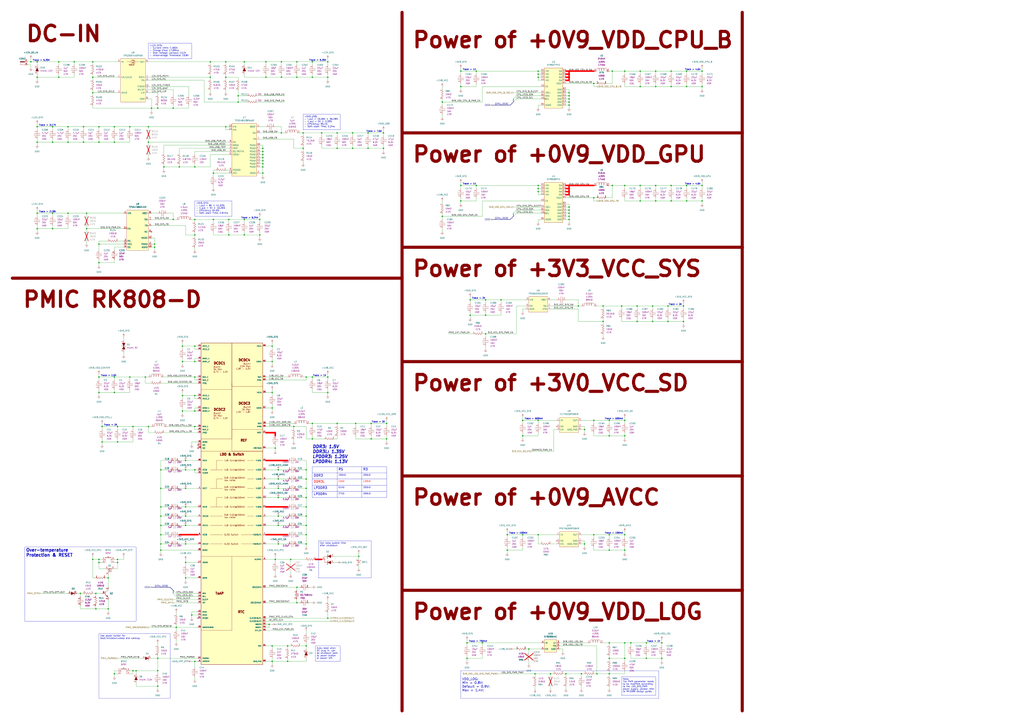
<source format=kicad_sch>
(kicad_sch (version 20250114) (generator "eeschema") (generator_version "9.0")
  (paper "A1")
  (title_block (title "Power") (date "2026-01-14") (rev "1.0.0") (company "TickLab") (comment 1 "VESA-SBC3399"))
  (lib_symbols
    (symbol "Capacitors/CL21A226MAQNNNE_1"
      (property "Reference" "C" (at 1.27 -1.27 0))
      (property "Capacitance" "22µF" (at 0 0 0))
      (property "Voltage - Rated" "25V" (at 0 0 0))
      (property "Temperature Coefficient" "X5R" (at 0 0 0))
      (symbol "Capacitors/CL21A226MAQNNNE_1_1_1"
        (pin passive line (at 0 0 270) (length 3.175) (name "") (number "1"))
        (pin passive line (at 0 -7.62 90) (length 3.175) (name "") (number "2"))
      )
    )
    (symbol "component_library:BJTs/S8050" (pin_names (hide yes))
      (property "Reference" "Q" (at 0 2.54 0))
      (symbol "BJTs/S8050_1_1"
        (pin passive line (at 0 0 0) (length 2.54) (name "Base") (number "B"))
        (pin passive line (at 5.08 5.08 270) (length 1.905) (name "Collector") (number "C"))
        (pin passive line (at 5.08 -5.08 90) (length 1.905) (name "Emitter") (number "E"))
      )
    )
    (symbol "component_library:Capacitors/0402B102K500NT"
      (property "Reference" "C" (at 1.27 -1.27 0))
      (property "Capacitance" "1nF" (at 0 0 0))
      (property "Voltage - Rated" "50V" (at 0 0 0))
      (property "Temperature Coefficient" "X7R" (at 0 0 0))
      (symbol "Capacitors/0402B102K500NT_1_1"
        (pin passive line (at 0 0 270) (length 3.175) (name "") (number "1"))
        (pin passive line (at 0 -7.62 90) (length 3.175) (name "") (number "2"))
      )
    )
    (symbol "component_library:Capacitors/0402B223K500NT"
      (property "Reference" "C" (at 1.27 -1.27 0))
      (property "Capacitance" "22nF" (at 0 0 0))
      (property "Voltage - Rated" "50V" (at 0 0 0))
      (property "Temperature Coefficient" "X7R" (at 0 0 0))
      (symbol "Capacitors/0402B223K500NT_1_1"
        (pin passive line (at 0 0 270) (length 3.175) (name "") (number "1"))
        (pin passive line (at 0 -7.62 90) (length 3.175) (name "") (number "2"))
      )
    )
    (symbol "component_library:Capacitors/0402B472K500NT"
      (property "Reference" "C" (at 1.27 -1.27 0))
      (property "Capacitance" "4.7nF" (at 0 0 0))
      (property "Voltage - Rated" "50V" (at 0 0 0))
      (property "Temperature Coefficient" "X7R" (at 0 0 0))
      (symbol "Capacitors/0402B472K500NT_1_1"
        (pin passive line (at 0 0 270) (length 3.175) (name "") (number "1"))
        (pin passive line (at 0 -7.62 90) (length 3.175) (name "") (number "2"))
      )
    )
    (symbol "component_library:Capacitors/0402CG180J500NT"
      (property "Reference" "C" (at 1.27 -1.27 0))
      (property "Capacitance" "18pF" (at 0 0 0))
      (property "Voltage - Rated" "50V" (at 0 0 0))
      (property "Temperature Coefficient" "C0G " (at 0 0 0))
      (symbol "Capacitors/0402CG180J500NT_1_1"
        (pin passive line (at 0 0 270) (length 3.175) (name "") (number "1"))
        (pin passive line (at 0 -7.62 90) (length 3.175) (name "") (number "2"))
      )
    )
    (symbol "component_library:Capacitors/0402CG220J500NT"
      (property "Reference" "C" (at 1.27 -1.27 0))
      (property "Capacitance" "22pF" (at 0 0 0))
      (property "Voltage - Rated" "50V" (at 0 0 0))
      (symbol "Capacitors/0402CG220J500NT_1_1"
        (pin passive line (at 0 0 270) (length 3.175) (name "") (number "1"))
        (pin passive line (at 0 -7.62 90) (length 3.175) (name "") (number "2"))
      )
    )
    (symbol "component_library:Capacitors/0402CG470J500NT"
      (property "Reference" "C" (at 1.27 -1.27 0))
      (property "Capacitance" "47pF" (at 0 0 0))
      (property "Voltage - Rated" "50V" (at 0 0 0))
      (property "Temperature Coefficient" "C0G" (at 0 0 0))
      (symbol "Capacitors/0402CG470J500NT_1_1"
        (pin passive line (at 0 0 270) (length 3.175) (name "") (number "1"))
        (pin passive line (at 0 -7.62 90) (length 3.175) (name "") (number "2"))
      )
    )
    (symbol "component_library:Capacitors/0603B222K500NT"
      (property "Reference" "C" (at 1.27 -1.27 0))
      (property "Capacitance" "2.2nF" (at 0 0 0))
      (property "Voltage - Rated" "50V" (at 0 0 0))
      (property "Temperature Coefficient" "X7R" (at 0 0 0))
      (symbol "Capacitors/0603B222K500NT_1_1"
        (pin passive line (at 0 0 270) (length 3.175) (name "") (number "1"))
        (pin passive line (at 0 -7.62 90) (length 3.175) (name "") (number "2"))
      )
    )
    (symbol "component_library:Capacitors/CC0402KRX5R6BB124"
      (property "Reference" "C" (at 1.27 -1.27 0))
      (property "Capacitance" "120nF" (at 0 0 0))
      (property "Voltage - Rated" "10V" (at 0 0 0))
      (property "Temperature Coefficient" "X5R" (at 0 0 0))
      (symbol "Capacitors/CC0402KRX5R6BB124_1_1"
        (pin passive line (at 0 0 270) (length 3.175) (name "") (number "1"))
        (pin passive line (at 0 -7.62 90) (length 3.175) (name "") (number "2"))
      )
    )
    (symbol "component_library:Capacitors/CL05A105KA5NQNC"
      (property "Reference" "C" (at 1.27 -1.27 0))
      (property "Capacitance" "1µF" (at 0 0 0))
      (property "Voltage - Rated" "25V" (at 0 0 0))
      (property "Temperature Coefficient" "X5R" (at 0 0 0))
      (symbol "Capacitors/CL05A105KA5NQNC_1_1"
        (pin passive line (at 0 0 270) (length 3.175) (name "") (number "1"))
        (pin passive line (at 0 -7.62 90) (length 3.175) (name "") (number "2"))
      )
    )
    (symbol "component_library:Capacitors/CL05A106MQ5NUNC"
      (property "Reference" "C" (at 1.27 -1.27 0))
      (property "Capacitance" "10µF" (at 0 0 0))
      (property "Voltage - Rated" "6.3V" (at 0 0 0))
      (property "Temperature Coefficient" "X5R" (at 0 0 0))
      (symbol "Capacitors/CL05A106MQ5NUNC_1_1"
        (pin passive line (at 0 0 270) (length 3.175) (name "") (number "1"))
        (pin passive line (at 0 -7.62 90) (length 3.175) (name "") (number "2"))
      )
    )
    (symbol "component_library:Capacitors/CL05A225MQ5NSNC"
      (property "Reference" "C" (at 1.27 -1.27 0))
      (property "Capacitance" "2.2µF" (at 0 0 0))
      (property "Voltage - Rated" "6.3V" (at 0 0 0))
      (property "Temperature Coefficient" "X5R" (at 0 0 0))
      (symbol "Capacitors/CL05A225MQ5NSNC_1_1"
        (pin passive line (at 0 0 270) (length 3.175) (name "") (number "1"))
        (pin passive line (at 0 -7.62 90) (length 3.175) (name "") (number "2"))
      )
    )
    (symbol "component_library:Capacitors/CL05A475MP5NRNC"
      (property "Reference" "C" (at 1.27 -1.27 0))
      (property "Capacitance" "4.7µF" (at 0 0 0))
      (property "Voltage - Rated" "10V" (at 0 0 0))
      (property "Temperature Coefficient" "X5R" (at 0 0 0))
      (symbol "Capacitors/CL05A475MP5NRNC_1_1"
        (pin passive line (at 0 0 270) (length 3.175) (name "") (number "1"))
        (pin passive line (at 0 -7.62 90) (length 3.175) (name "") (number "2"))
      )
    )
    (symbol "component_library:Capacitors/CL05B104KB54PNC"
      (property "Reference" "C" (at 1.27 -1.27 0))
      (property "Capacitance" "100nF" (at 0 0 0))
      (property "Voltage - Rated" "50V" (at 0 0 0))
      (property "Temperature Coefficient" "X7R" (at 0 0 0))
      (symbol "Capacitors/CL05B104KB54PNC_1_1"
        (pin passive line (at 0 0 270) (length 3.175) (name "") (number "1"))
        (pin passive line (at 0 -7.62 90) (length 3.175) (name "") (number "2"))
      )
    )
    (symbol "component_library:Capacitors/CL05B104KO5NNNC"
      (property "Reference" "C" (at 1.27 -1.27 0))
      (property "Capacitance" "100nF" (at 0 0 0))
      (property "Voltage - Rated" "16V" (at 0 0 0))
      (property "Temperature Coefficient" "X7R" (at 0 0 0))
      (symbol "Capacitors/CL05B104KO5NNNC_1_1"
        (pin passive line (at 0 0 270) (length 3.175) (name "") (number "1"))
        (pin passive line (at 0 -7.62 90) (length 3.175) (name "") (number "2"))
      )
    )
    (symbol "component_library:Capacitors/CL10A106MA8NRNC"
      (property "Reference" "C" (at 1.27 -1.27 0))
      (property "Capacitance" "10µF" (at 0 0 0))
      (property "Voltage - Rated" "25V" (at 0 0 0))
      (property "Temperature Coefficient" "X5R" (at 0 0 0))
      (symbol "Capacitors/CL10A106MA8NRNC_1_1"
        (pin passive line (at 0 0 270) (length 3.175) (name "") (number "1"))
        (pin passive line (at 0 -7.62 90) (length 3.175) (name "") (number "2"))
      )
    )
    (symbol "component_library:Capacitors/CL10A225KO8NNNC"
      (property "Reference" "C" (at 1.27 -1.27 0))
      (property "Capacitance" "2.2µF" (at 0 0 0))
      (property "Voltage - Rated" "16V" (at 0 0 0))
      (property "Temperature Coefficient" "X5R" (at 0 0 0))
      (symbol "Capacitors/CL10A225KO8NNNC_1_1"
        (pin passive line (at 0 0 270) (length 3.175) (name "") (number "1"))
        (pin passive line (at 0 -7.62 90) (length 3.175) (name "") (number "2"))
      )
    )
    (symbol "component_library:Capacitors/CL10A226MQ8NRNC"
      (property "Reference" "C" (at 1.27 -1.27 0))
      (property "Capacitance" "22µF" (at 0 0 0))
      (property "Voltage - Rated" "6.3V" (at 0 0 0))
      (property "Temperature Coefficient" "X5R" (at 0 0 0))
      (symbol "Capacitors/CL10A226MQ8NRNC_1_1"
        (pin passive line (at 0 0 270) (length 3.175) (name "") (number "1"))
        (pin passive line (at 0 -7.62 90) (length 3.175) (name "") (number "2"))
      )
    )
    (symbol "component_library:Capacitors/CL21A226MAQNNNE"
      (property "Reference" "C" (at 1.27 -1.27 0))
      (property "Capacitance" "22µF" (at 0 0 0))
      (property "Voltage - Rated" "25V" (at 0 0 0))
      (property "Temperature Coefficient" "X5R" (at 0 0 0))
      (symbol "Capacitors/CL21A226MAQNNNE_1_1"
        (pin passive line (at 0 0 270) (length 3.175) (name "") (number "1"))
        (pin passive line (at 0 -7.62 90) (length 3.175) (name "") (number "2"))
      )
    )
    (symbol "component_library:Capacitors/CL21A475KAQNNNE"
      (property "Reference" "C" (at 1.27 -1.27 0))
      (property "Capacitance" "4.7µF" (at 0 0 0))
      (property "Voltage - Rated" "25V" (at 0 0 0))
      (property "Temperature Coefficient" "X5R" (at 0 0 0))
      (symbol "Capacitors/CL21A475KAQNNNE_1_1"
        (pin passive line (at 0 0 270) (length 3.175) (name "") (number "1"))
        (pin passive line (at 0 -7.62 90) (length 3.175) (name "") (number "2"))
      )
    )
    (symbol "component_library:Capacitors/CL21A476MQYNNNE"
      (property "Reference" "C" (at 1.27 -1.27 0))
      (property "Capacitance" "47µF" (at 0 0 0))
      (property "Voltage - Rated" "6.3V" (at 0 0 0))
      (property "Temperature Coefficient" "X5R" (at 0 0 0))
      (symbol "Capacitors/CL21A476MQYNNNE_1_1"
        (pin passive line (at 0 0 270) (length 3.175) (name "") (number "1"))
        (pin passive line (at 0 -7.62 90) (length 3.175) (name "") (number "2"))
      )
    )
    (symbol "component_library:Capacitors/CL21B105KBFNNNE"
      (property "Reference" "C" (at 1.27 -1.27 0))
      (property "Capacitance" "1µF" (at 0 0 0))
      (property "Voltage - Rated" "50V" (at 0 0 0))
      (property "Temperature Coefficient" "X7R" (at 0 0 0))
      (symbol "Capacitors/CL21B105KBFNNNE_1_1"
        (pin passive line (at 0 0 270) (length 3.175) (name "") (number "1"))
        (pin passive line (at 0 -7.62 90) (length 3.175) (name "") (number "2"))
      )
    )
    (symbol "component_library:Connectors/CR1220-2" (pin_names (hide yes))
      (property "Reference" "BAT" (at -5.08 2.54 0))
      (symbol "Connectors/CR1220-2_0_0"
        (pin power_out line (at 0 0 270) (length 1.27) (name "P") (number "P"))
        (pin passive line (at 0 -5.08 90) (length 1.27) (name "N") (number "N"))
      )
    )
    (symbol "component_library:Connectors/DC-091" (pin_names (hide yes))
      (property "Reference" "CON" (at -5.08 2.54 0))
      (symbol "Connectors/DC-091_0_0"
        (pin power_out line (at 0 0 180) (length 2.54) (name "P") (number "P"))
        (pin passive line (at 0 -2.54 180) (length 2.54) (name "N") (number "N"))
      )
    )
    (symbol "component_library:Crystals, Oscillators, Resonators/Q13FC13500004" (pin_names (hide yes))
      (property "Reference" "Y" (at 0 2.54 0))
      (property "Frequency" "32.768kHz" (at 0 0 0))
      (property "ESR" "70Ω" (at 0 0 0))
      (symbol "Crystals, Oscillators, Resonators/Q13FC13500004_1_1"
        (pin passive line (at 0 0 0) (length 2.54) (name "1") (number "1"))
        (pin passive line (at 7.62 0 180) (length 2.54) (name "1") (number "2"))
      )
    )
    (symbol "component_library:Diodes/B5819WS" (pin_names (hide yes))
      (property "Reference" "D" (at 2.54 0 0))
      (symbol "Diodes/B5819WS_1_1"
        (pin passive line (at 0 2.54 270) (length 2.54) (name "Cathode") (number "C"))
        (pin passive line (at 0 -5.08 90) (length 2.54) (name "Anode") (number "A"))
      )
    )
    (symbol "component_library:Diodes/BAT54C" (pin_names (hide yes))
      (property "Reference" "D" (at 2.54 0 0))
      (symbol "Diodes/BAT54C_1_1"
        (pin passive line (at 0 -5.08 90) (length 2.54) (name "Anode") (number "1"))
        (pin passive line (at 2.54 5.08 270) (length 2.54) (name "Cathode") (number "3"))
        (pin passive line (at 5.08 -5.08 90) (length 2.54) (name "Anode") (number "2"))
      )
    )
    (symbol "component_library:FETs/WPM2341-3/TR" (pin_names (hide yes))
      (property "Reference" "Q" (at 0 0 0))
      (symbol "FETs/WPM2341-3/TR_1_1"
        (pin passive line (at 0 -2.54 0) (length 2.54) (name "Gate") (number "G"))
        (pin passive line (at 5.08 2.54 270) (length 2.54) (name "Drain") (number "D"))
        (pin passive line (at 5.08 -5.08 90) (length 2.54) (name "Source") (number "S"))
      )
    )
    (symbol "component_library:Inductors/CKCS3015-3.3uH/M-K01" (pin_names (hide yes))
      (property "Reference" "L" (at 0 2.54 0))
      (property "Inductance" "3.3µH" (at 0 0 0))
      (property "Tolerance" "±20%" (at 0 0 0))
      (property "DCR" "80mΩ" (at 0 0 0))
      (symbol "Inductors/CKCS3015-3.3uH/M-K01_1_1"
        (pin passive line (at 0 0 0) (length 2.2225) (name "1") (number "1"))
        (pin passive line (at 12.7 0 180) (length 2.2225) (name "2") (number "2"))
      )
    )
    (symbol "component_library:Inductors/CRH201610S-1R0MT" (pin_names (hide yes))
      (property "Reference" "L" (at 0 2.54 0))
      (property "Inductance" "1µH" (at 0 0 0))
      (property "Tolerance" "±20%" (at 0 0 0))
      (property "DCR" "96mΩ" (at 0 0 0))
      (symbol "Inductors/CRH201610S-1R0MT_1_1"
        (pin passive line (at 0 0 0) (length 2.2225) (name "1") (number "1"))
        (pin passive line (at 12.7 0 180) (length 2.2225) (name "2") (number "2"))
      )
    )
    (symbol "component_library:Inductors/ETQP3M1R5KVP" (pin_names (hide yes))
      (property "Reference" "L" (at 0 2.54 0))
      (property "Inductance" "1.5µH" (at 0 0 0))
      (property "Tolerance" "±20%" (at 0 0 0))
      (property "DCR" "12mΩ" (at 0 0 0))
      (symbol "Inductors/ETQP3M1R5KVP_1_1"
        (pin passive line (at 0 0 0) (length 2.2225) (name "1") (number "1"))
        (pin passive line (at 12.7 0 180) (length 2.2225) (name "2") (number "2"))
      )
    )
    (symbol "component_library:Inductors/FXLB252012-2R2-M" (pin_names (hide yes))
      (property "Reference" "L" (at 0 2.54 0))
      (property "Inductance" "2.2µH" (at 0 0 0))
      (property "Tolerance" "±20%" (at 0 0 0))
      (property "DCR" "68mΩ" (at 0 0 0))
      (symbol "Inductors/FXLB252012-2R2-M_1_1"
        (pin passive line (at 0 0 0) (length 2.2225) (name "1") (number "1"))
        (pin passive line (at 12.7 0 180) (length 2.2225) (name "2") (number "2"))
      )
    )
    (symbol "component_library:Inductors/IHLP2525EZER1R0M01" (pin_names (hide yes))
      (property "Reference" "L" (at 0 2.54 0))
      (property "Inductance" "1µH" (at 0 0 0))
      (property "Tolerance" "±20%" (at 0 0 0))
      (property "DCR" "5.6mΩ" (at 0 0 0))
      (symbol "Inductors/IHLP2525EZER1R0M01_1_1"
        (pin passive line (at 0 0 0) (length 2.2225) (name "1") (number "1"))
        (pin passive line (at 12.7 0 180) (length 2.2225) (name "2") (number "2"))
      )
    )
    (symbol "component_library:Inductors/NRSE2512-1R0M" (pin_names (hide yes))
      (property "Reference" "L" (at 0 2.54 0))
      (property "Inductance" "1µH" (at 0 0 0))
      (property "Tolerance" "±20%" (at 0 0 0))
      (property "DCR" "60mΩ" (at 0 0 0))
      (symbol "Inductors/NRSE2512-1R0M_1_1"
        (pin passive line (at 0 0 0) (length 2.2225) (name "1") (number "1"))
        (pin passive line (at 12.7 0 180) (length 2.2225) (name "2") (number "2"))
      )
    )
    (symbol "component_library:Inductors/VLS201610CX-2R2M-1" (pin_names (hide yes))
      (property "Reference" "L" (at 0 2.54 0))
      (property "Inductance" "2.2µH" (at 0 0 0))
      (property "Tolerance" "±20%" (at 0 0 0))
      (property "DCR" "136mΩ" (at 0 0 0))
      (symbol "Inductors/VLS201610CX-2R2M-1_1_1"
        (pin passive line (at 0 0 0) (length 2.2225) (name "1") (number "1"))
        (pin passive line (at 12.7 0 180) (length 2.2225) (name "2") (number "2"))
      )
    )
    (symbol "component_library:Inductors/WIP201610P-R24ML" (pin_names (hide yes))
      (property "Reference" "L" (at 0 2.54 0))
      (property "Inductance" "240nH" (at 0 0 0))
      (property "Tolerance" "±20%" (at 0 0 0))
      (property "DCR" "17mΩ" (at 0 0 0))
      (symbol "Inductors/WIP201610P-R24ML_1_1"
        (pin passive line (at 0 0 0) (length 2.2225) (name "1") (number "1"))
        (pin passive line (at 12.7 0 180) (length 2.2225) (name "2") (number "2"))
      )
    )
    (symbol "component_library:PMIC/RK808-D" (pin_names (offset 1.016))
      (symbol "PMIC/RK808-D_1_0"
        (pin power_in line (at -2.54 -2.54 0) (length 2.54) (name "VCC1_1") (number "44"))
        (pin power_in line (at -2.54 -5.08 0) (length 2.54) (name "VCC1_2") (number "45"))
        (pin power_in line (at -2.54 -12.7 0) (length 2.54) (name "GND1_1") (number "40"))
        (pin power_in line (at -2.54 -15.24 0) (length 2.54) (name "GND1_2") (number "41"))
        (pin output line (at -2.54 -27.94 0) (length 2.54) (name "SW1_1") (number "42"))
        (pin output line (at -2.54 -30.48 0) (length 2.54) (name "SW1_2") (number "43"))
        (pin input line (at -2.54 -33.02 0) (length 2.54) (name "VFB1") (number "39"))
        (pin power_in line (at -2.54 -43.18 0) (length 2.54) (name "VCC2_1") (number "23"))
        (pin power_in line (at -2.54 -45.72 0) (length 2.54) (name "VCC2_2") (number "24"))
        (pin power_in line (at -2.54 -53.34 0) (length 2.54) (name "GND2_1") (number "27"))
        (pin power_in line (at -2.54 -55.88 0) (length 2.54) (name "GND2_2") (number "28"))
        (pin output line (at -2.54 -68.58 0) (length 2.54) (name "SW2_1") (number "25"))
        (pin output line (at -2.54 -71.12 0) (length 2.54) (name "SW2_2") (number "26"))
        (pin input line (at -2.54 -73.66 0) (length 2.54) (name "VFB2") (number "29"))
        (pin power_in line (at -2.54 -81.28 0) (length 2.54) (name "GND5") (number "46"))
        (pin no_connect line (at -2.54 -83.82 0) (length 2.54) (name "NC") (number "47"))
        (pin no_connect line (at -2.54 -86.36 0) (length 2.54) (name "NC") (number "48"))
        (pin power_in line (at -2.54 -96.52 0) (length 2.54) (name "VCCA") (number "36"))
        (pin power_in line (at -2.54 -104.14 0) (length 2.54) (name "VCC6") (number "32"))
        (pin power_in line (at -2.54 -106.68 0) (length 2.54) (name "VLDOA") (number "35"))
        (pin power_in line (at -2.54 -119.38 0) (length 2.54) (name "VCC7") (number "4"))
        (pin power_in line (at -2.54 -134.62 0) (length 2.54) (name "VCC9") (number "13"))
        (pin power_in line (at -2.54 -142.24 0) (length 2.54) (name "VCC10") (number "1"))
        (pin power_in line (at -2.54 -149.86 0) (length 2.54) (name "VCC11") (number "16"))
        (pin power_in line (at -2.54 -157.48 0) (length 2.54) (name "VCC8") (number "8"))
        (pin power_in line (at -2.54 -165.1 0) (length 2.54) (name "VCC12") (number "10"))
        (pin power_in line (at -2.54 -170.18 0) (length 2.54) (name "DGND") (number "38"))
        (pin power_in line (at -2.54 -180.34 0) (length 2.54) (name "VDDIO") (number "17"))
        (pin power_in line (at -2.54 -193.04 0) (length 2.54) (name "AGND") (number "30"))
        (pin bidirectional line (at -2.54 -205.74 0) (length 2.54) (name "SDA") (number "18"))
        (pin bidirectional line (at -2.54 -208.28 0) (length 2.54) (name "SCL") (number "19"))
        (pin input line (at -2.54 -210.82 0) (length 2.54) (name "SLEEP") (number "50"))
        (pin bidirectional line (at -2.54 -213.36 0) (length 2.54) (name "INT") (number "49"))
        (pin bidirectional line (at -2.54 -220.98 0) (length 2.54) (name "DVS1") (number "22"))
        (pin bidirectional line (at -2.54 -223.52 0) (length 2.54) (name "DVS2") (number "21"))
        (pin bidirectional line (at -2.54 -226.06 0) (length 2.54) (name "DVSOK") (number "54"))
        (pin bidirectional line (at -2.54 -233.68 0) (length 2.54) (name "NRESPWRON") (number "20"))
        (pin bidirectional line (at -2.54 -259.08 0) (length 2.54) (name "PWRON") (number "51"))
        (pin power_in line (at -2.54 -261.62 0) (length 2.54) (name "VPPOTP") (number "6"))
        (pin power_in line (at 53.34 -2.54 180) (length 2.54) (name "VCC4") (number "60"))
        (pin power_in line (at 53.34 -15.24 180) (length 2.54) (name "GND4") (number "62"))
        (pin output line (at 53.34 -27.94 180) (length 2.54) (name "SW4") (number "61"))
        (pin input line (at 53.34 -30.48 180) (length 2.54) (name "VFB4") (number "63"))
        (pin power_in line (at 53.34 -40.64 180) (length 2.54) (name "VCC3") (number "59"))
        (pin power_in line (at 53.34 -53.34 180) (length 2.54) (name "GND3") (number "57"))
        (pin output line (at 53.34 -66.04 180) (length 2.54) (name "SW3") (number "58"))
        (pin input line (at 53.34 -68.58 180) (length 2.54) (name "VFB3") (number "56"))
        (pin power_in line (at 53.34 -73.66 180) (length 2.54) (name "VREF") (number "37"))
        (pin power_in line (at 53.34 -86.36 180) (length 2.54) (name "VREFGND") (number "64"))
        (pin output line (at 53.34 -96.52 180) (length 2.54) (name "VLDO1") (number "31"))
        (pin output line (at 53.34 -104.14 180) (length 2.54) (name "VLDO2") (number "33"))
        (pin output line (at 53.34 -111.76 180) (length 2.54) (name "VLDO3") (number "3"))
        (pin output line (at 53.34 -119.38 180) (length 2.54) (name "VLDO7") (number "5"))
        (pin output line (at 53.34 -127 180) (length 2.54) (name "VLDO4") (number "12"))
        (pin output line (at 53.34 -134.62 180) (length 2.54) (name "VLDO5") (number "14"))
        (pin output line (at 53.34 -142.24 180) (length 2.54) (name "VLDO6") (number "2"))
        (pin output line (at 53.34 -149.86 180) (length 2.54) (name "VLDO8") (number "15"))
        (pin output line (at 53.34 -157.48 180) (length 2.54) (name "VSWOUT1") (number "7"))
        (pin output line (at 53.34 -165.1 180) (length 2.54) (name "VSWOUT2") (number "11"))
        (pin power_in line (at 53.34 -177.8 180) (length 2.54) (name "VCCRTC") (number "9"))
        (pin input line (at 53.34 -200.66 180) (length 2.54) (name "OSC32KIN") (number "65"))
        (pin output line (at 53.34 -213.36 180) (length 2.54) (name "OSC32KOUT") (number "66"))
        (pin output line (at 53.34 -226.06 180) (length 2.54) (name "CLK32KOUT1") (number "68"))
        (pin output line (at 53.34 -228.6 180) (length 2.54) (name "CLK32KOUT2") (number "67"))
        (pin bidirectional line (at 53.34 -231.14 180) (length 2.54) (name "BOOT0") (number "52"))
        (pin bidirectional line (at 53.34 -233.68 180) (length 2.54) (name "BOOT1") (number "53"))
        (pin bidirectional line (at 53.34 -236.22 180) (length 2.54) (name "EXT_EN") (number "55"))
        (pin bidirectional line (at 53.34 -248.92 180) (length 2.54) (name "VDC") (number "34"))
        (pin power_in line (at 53.34 -261.62 180) (length 2.54) (name "GND_PAD") (number "69"))
      )
      (symbol "PMIC/RK808-D_1_1"
        (text "DCDC1" (at 10.16 -16.51 0) (effects (font (size 1.905 1.905) (thickness 0.508) (bold yes)) (justify left)))
        (text "Buck1\n5A Max\n0.7V - 1.5V" (at 10.16 -21.59 0) (effects (font (size 1.27 1.27) (italic yes)) (justify left)))
        (text "DCDC2" (at 10.16 -54.61 0) (effects (font (size 1.905 1.905) (thickness 0.508) (bold yes)) (justify left)))
        (text "Buck2\n5A Max\n0.7V - 1.5V" (at 10.16 -59.69 0) (effects (font (size 1.27 1.27) (italic yes)) (justify left)))
        (text "ToAP" (at 15.24 -205.74 0) (effects (font (size 1.905 1.905) (thickness 0.508) (bold yes))))
        (text "1.8-3.4V@150mA" (at 19.05 -96.52 0) (effects (font (size 1.27 1.27)) (justify left)))
        (text "1.8-3.4V@150mA" (at 19.05 -104.14 0) (effects (font (size 1.27 1.27)) (justify left)))
        (text "0.8-2.5V@100mA\nlow noise" (at 19.05 -111.76 0) (effects (font (size 1.27 1.27)) (justify left)))
        (text "0.8-2.5V@300mA\nlow noise" (at 19.05 -119.38 0) (effects (font (size 1.27 1.27)) (justify left)))
        (text "1.8-3.4V@150mA" (at 19.05 -127 0) (effects (font (size 1.27 1.27)) (justify left)))
        (text "1.8-3.4V@300mA" (at 19.05 -134.62 0) (effects (font (size 1.27 1.27)) (justify left)))
        (text "0.8-2.5V@150mA\nlow noise" (at 19.05 -142.24 0) (effects (font (size 1.27 1.27)) (justify left)))
        (text "1.8-3.4V@300mA" (at 19.05 -149.86 0) (effects (font (size 1.27 1.27)) (justify left)))
        (text "0.2Ω Switch" (at 19.05 -157.48 0) (effects (font (size 1.27 1.27)) (justify left)))
        (text "0.2Ω Switch" (at 19.05 -165.1 0) (effects (font (size 1.27 1.27)) (justify left)))
        (text "LDO & Switch" (at 25.4 -91.44 0) (effects (font (size 1.905 1.905) (thickness 0.508) (bold yes))))
        (text "RTC" (at 33.02 -220.98 0) (effects (font (size 1.905 1.905) (thickness 0.508) (bold yes))))
        (text "REF" (at 38.1 -80.01 0) (effects (font (size 1.905 1.905) (thickness 0.508) (bold yes)) (justify right)))
        (text "DCDC4" (at 40.64 -13.97 0) (effects (font (size 1.905 1.905) (thickness 0.508) (bold yes)) (justify right)))
        (text "Buck4\n2.5A Max\n1.8V - 3.3V" (at 40.64 -19.05 0) (effects (font (size 1.27 1.27) (italic yes)) (justify right)))
        (text "DCDC3" (at 40.64 -49.53 0) (effects (font (size 1.905 1.905) (thickness 0.508) (bold yes)) (justify right)))
        (text "Buck3\n3A Max\n1.0V - 1.8V" (at 40.64 -54.61 0) (effects (font (size 1.27 1.27) (italic yes)) (justify right)))
      )
    )
    (symbol "component_library:PMIC/SY8088AAC"
      (property "Reference" "U" (at 0 10.16 0))
      (property "Value" "SY8088AAC" (at 0 7.62 0))
      (symbol "PMIC/SY8088AAC_0_0"
        (pin power_in line (at -7.62 2.54 0) (length 2.54) (name "IN") (number "4"))
        (pin input line (at -7.62 -2.54 0) (length 2.54) (name "EN") (number "1"))
        (pin power_out line (at 7.62 2.54 180) (length 2.54) (name "LX") (number "3"))
        (pin input line (at 7.62 0 180) (length 2.54) (name "FB") (number "5"))
        (pin passive line (at 7.62 -2.54 180) (length 2.54) (name "GND") (number "2"))
      )
    )
    (symbol "component_library:PMIC/SYR837PKC"
      (property "Reference" "U" (at 0 20.32 0))
      (property "Value" "SYR837PKC" (at 0 17.78 0))
      (symbol "PMIC/SYR837PKC_0_0"
        (pin power_in line (at -10.16 12.7 0) (length 2.54) (name "VIN") (number "D1"))
        (pin power_in line (at -10.16 10.16 0) (length 2.54) (name "VIN") (number "D2"))
        (pin power_in line (at -10.16 7.62 0) (length 2.54) (name "VIN") (number "E1"))
        (pin power_in line (at -10.16 5.08 0) (length 2.54) (name "VIN") (number "E2"))
        (pin input line (at -10.16 0 0) (length 2.54) (name "EN") (number "A2"))
        (pin output line (at -10.16 -5.08 0) (length 2.54) (name "VSEL") (number "A1"))
        (pin bidirectional line (at -10.16 -7.62 0) (length 2.54) (name "SDA") (number "B1"))
        (pin input clock (at -10.16 -10.16 0) (length 2.54) (name "SCL") (number "A3"))
        (pin passive line (at -10.16 -15.24 0) (length 2.54) (name "AGND") (number "B4"))
        (pin power_out line (at 10.16 12.7 180) (length 2.54) (name "SW") (number "D3"))
        (pin power_out line (at 10.16 10.16 180) (length 2.54) (name "SW") (number "D4"))
        (pin power_out line (at 10.16 7.62 180) (length 2.54) (name "SW") (number "E3"))
        (pin power_out line (at 10.16 5.08 180) (length 2.54) (name "SW") (number "E4"))
        (pin passive line (at 10.16 2.54 180) (length 2.54) (name "VOUT") (number "A4"))
        (pin passive line (at 10.16 -2.54 180) (length 2.54) (name "GND") (number "B2"))
        (pin passive line (at 10.16 -5.08 180) (length 2.54) (name "GND") (number "B3"))
        (pin passive line (at 10.16 -7.62 180) (length 2.54) (name "GND") (number "C1"))
        (pin passive line (at 10.16 -10.16 180) (length 2.54) (name "GND") (number "C2"))
        (pin passive line (at 10.16 -12.7 180) (length 2.54) (name "GND") (number "C3"))
        (pin passive line (at 10.16 -15.24 180) (length 2.54) (name "GND") (number "C4"))
      )
    )
    (symbol "component_library:PMIC/SYR838PKC"
      (property "Reference" "U" (at 0 20.32 0))
      (property "Value" "SYR838PKC" (at 0 17.78 0))
      (symbol "PMIC/SYR838PKC_0_0"
        (pin power_in line (at -10.16 12.7 0) (length 2.54) (name "VIN") (number "D1"))
        (pin power_in line (at -10.16 10.16 0) (length 2.54) (name "VIN") (number "D2"))
        (pin power_in line (at -10.16 7.62 0) (length 2.54) (name "VIN") (number "E1"))
        (pin power_in line (at -10.16 5.08 0) (length 2.54) (name "VIN") (number "E2"))
        (pin input line (at -10.16 0 0) (length 2.54) (name "EN") (number "A2"))
        (pin output line (at -10.16 -5.08 0) (length 2.54) (name "VSEL") (number "A1"))
        (pin bidirectional line (at -10.16 -7.62 0) (length 2.54) (name "SDA") (number "B1"))
        (pin input clock (at -10.16 -10.16 0) (length 2.54) (name "SCL") (number "A3"))
        (pin passive line (at -10.16 -15.24 0) (length 2.54) (name "AGND") (number "B4"))
        (pin power_out line (at 10.16 12.7 180) (length 2.54) (name "SW") (number "D3"))
        (pin power_out line (at 10.16 10.16 180) (length 2.54) (name "SW") (number "D4"))
        (pin power_out line (at 10.16 7.62 180) (length 2.54) (name "SW") (number "E3"))
        (pin power_out line (at 10.16 5.08 180) (length 2.54) (name "SW") (number "E4"))
        (pin passive line (at 10.16 2.54 180) (length 2.54) (name "VOUT") (number "A4"))
        (pin passive line (at 10.16 -2.54 180) (length 2.54) (name "GND") (number "B2"))
        (pin passive line (at 10.16 -5.08 180) (length 2.54) (name "GND") (number "B3"))
        (pin passive line (at 10.16 -7.62 180) (length 2.54) (name "GND") (number "C1"))
        (pin passive line (at 10.16 -10.16 180) (length 2.54) (name "GND") (number "C2"))
        (pin passive line (at 10.16 -12.7 180) (length 2.54) (name "GND") (number "C3"))
        (pin passive line (at 10.16 -15.24 180) (length 2.54) (name "GND") (number "C4"))
      )
    )
    (symbol "component_library:PMIC/TLV75530PDBVR"
      (property "Reference" "U" (at 0 10.16 0))
      (property "Value" "TLV75530PDBVR" (at 0 7.62 0))
      (symbol "PMIC/TLV75530PDBVR_0_0"
        (pin power_in line (at -10.16 2.54 0) (length 2.54) (name "IN") (number "1"))
        (pin no_connect line (at -10.16 -2.54 0) (length 2.54) (name "NC") (number "4"))
        (pin input line (at -10.16 -5.08 0) (length 2.54) (name "EN") (number "3"))
        (pin power_out line (at 10.16 2.54 180) (length 2.54) (name "OUT") (number "5"))
        (pin passive line (at 10.16 -2.54 180) (length 2.54) (name "GND") (number "2"))
        (pin passive line (at 10.16 -5.08 180) (length 2.54) (name "GND_PAD") (number "6"))
      )
    )
    (symbol "component_library:PMIC/TPS25974ARPWR"
      (property "Reference" "U" (at 0 12.7 0))
      (property "Value" "TPS25974ARPWR" (at 0 10.16 0))
      (symbol "PMIC/TPS25974ARPWR_0_0"
        (pin power_in line (at -12.7 5.08 0) (length 2.54) (name "IN") (number "5"))
        (pin input line (at -12.7 -7.62 0) (length 2.54) (name "EN/UVLO") (number "1"))
        (pin input line (at -12.7 -20.32 0) (length 2.54) (name "OVLO") (number "2"))
        (pin power_out line (at 12.7 5.08 180) (length 2.54) (name "OUT") (number "6"))
        (pin input line (at 12.7 -7.62 180) (length 2.54) (name "PGTH") (number "4"))
        (pin output line (at 12.7 -10.16 180) (length 2.54) (name "PG") (number "3"))
        (pin passive line (at 12.7 -15.24 180) (length 2.54) (name "ITIMER") (number "10"))
        (pin passive line (at 12.7 -17.78 180) (length 2.54) (name "dV/dT") (number "7"))
        (pin passive line (at 12.7 -20.32 180) (length 2.54) (name "ILM") (number "9"))
        (pin passive line (at 12.7 -25.4 180) (length 2.54) (name "GND") (number "8"))
      )
      (symbol "PMIC/TPS25974ARPWR_1_1"
        (text "9.8mΩ" (at -1.27 2.54 0) (effects (font (size 0.889 0.889))))
      )
    )
    (symbol "component_library:PMIC/TPS548A28RWWR"
      (property "Reference" "U" (at 0 25.4 0))
      (property "Value" "TPS548A28RWWR" (at 0 22.86 0))
      (symbol "PMIC/TPS548A28RWWR_0_0"
        (pin power_in line (at -12.7 17.78 0) (length 2.54) (name "VIN") (number "10"))
        (pin power_in line (at -12.7 15.24 0) (length 2.54) (name "VIN") (number "21"))
        (pin input line (at -12.7 5.08 0) (length 2.54) (name "EN") (number "8"))
        (pin input line (at -12.7 2.54 0) (length 2.54) (name "MODE") (number "4"))
        (pin bidirectional line (at -12.7 0 0) (length 2.54) (name "TRIP") (number "3"))
        (pin bidirectional line (at -12.7 -2.54 0) (length 2.54) (name "SS/REFIN") (number "5"))
        (pin output line (at -12.7 -17.78 0) (length 2.54) (name "PGOOD") (number "9"))
        (pin power_out line (at -12.7 -20.32 0) (length 2.54) (name "VCC") (number "19"))
        (pin passive line (at 12.7 17.78 180) (length 2.54) (name "BOOT") (number "1"))
        (pin power_out line (at 12.7 12.7 180) (length 2.54) (name "SW") (number "20"))
        (pin input line (at 12.7 7.62 180) (length 2.54) (name "FB") (number "7"))
        (pin passive line (at 12.7 2.54 180) (length 2.54) (name "PGND") (number "18"))
        (pin passive line (at 12.7 0 180) (length 2.54) (name "PGND") (number "17"))
        (pin passive line (at 12.7 -2.54 180) (length 2.54) (name "PGND") (number "16"))
        (pin passive line (at 12.7 -5.08 180) (length 2.54) (name "PGND") (number "15"))
        (pin passive line (at 12.7 -7.62 180) (length 2.54) (name "PGND") (number "14"))
        (pin passive line (at 12.7 -10.16 180) (length 2.54) (name "PGND") (number "13"))
        (pin passive line (at 12.7 -12.7 180) (length 2.54) (name "PGND") (number "12"))
        (pin passive line (at 12.7 -15.24 180) (length 2.54) (name "PGND") (number "11"))
        (pin passive line (at 12.7 -20.32 180) (length 2.54) (name "AGND") (number "2"))
      )
      (symbol "PMIC/TPS548A28RWWR_1_0"
        (pin input line (at -12.7 -5.08 0) (length 2.54) (name "VSNS-") (number "6"))
      )
    )
    (symbol "component_library:PMIC/TPS563201DDCR"
      (property "Reference" "U" (at 0 10.16 0))
      (property "Value" "TPS563201DDCR" (at 0 7.62 0))
      (symbol "PMIC/TPS563201DDCR_0_0"
        (pin power_in line (at -10.16 2.54 0) (length 2.54) (name "VIN") (number "3"))
        (pin input line (at -10.16 -2.54 0) (length 2.54) (name "EN") (number "5"))
        (pin passive line (at -10.16 -5.08 0) (length 2.54) (name "GND") (number "1"))
        (pin passive line (at 10.16 2.54 180) (length 2.54) (name "VBST") (number "6"))
        (pin power_out line (at 10.16 -2.54 180) (length 2.54) (name "SW") (number "2"))
        (pin input line (at 10.16 -5.08 180) (length 2.54) (name "VFB") (number "4"))
      )
    )
    (symbol "component_library:PMIC/TPS7A0309PDBVR"
      (property "Reference" "U" (at 0 10.16 0))
      (property "Value" "TPS7A0309PDBVR" (at 0 7.62 0))
      (symbol "PMIC/TPS7A0309PDBVR_0_0"
        (pin power_in line (at -10.16 2.54 0) (length 2.54) (name "IN") (number "1"))
        (pin no_connect line (at -10.16 -2.54 0) (length 2.54) (name "NC") (number "4"))
        (pin input line (at -10.16 -5.08 0) (length 2.54) (name "EN") (number "3"))
        (pin power_out line (at 10.16 2.54 180) (length 2.54) (name "OUT") (number "5"))
        (pin passive line (at 10.16 -2.54 180) (length 2.54) (name "GND") (number "2"))
        (pin passive line (at 10.16 -5.08 180) (length 2.54) (name "GND_PAD") (number "6"))
      )
    )
    (symbol "component_library:Resistors/0402WGF0000TCE"
      (property "Reference" "R" (at 1.27 2.54 0))
      (property "Resistance" "0Ω" (at 0 0 0))
      (property "Tolerance" "±1%" (at 0 0 0))
      (symbol "Resistors/0402WGF0000TCE_1_1"
        (pin passive line (at 0 0 0) (length 1.143) (name "") (number "1"))
        (pin passive line (at 7.62 0 180) (length 1.143) (name "") (number "2"))
      )
    )
    (symbol "component_library:Resistors/0402WGF1000TCE"
      (property "Reference" "R" (at 1.27 2.54 0))
      (property "Resistance" "100Ω" (at 0 0 0))
      (property "Tolerance" "±1%" (at 0 0 0))
      (symbol "Resistors/0402WGF1000TCE_1_1"
        (pin passive line (at 0 0 0) (length 1.143) (name "") (number "1"))
        (pin passive line (at 7.62 0 180) (length 1.143) (name "") (number "2"))
      )
    )
    (symbol "component_library:Resistors/0402WGF1002TCE"
      (property "Reference" "R" (at 1.27 2.54 0))
      (property "Resistance" "10kΩ" (at 0 0 0))
      (property "Tolerance" "±1%" (at 0 0 0))
      (symbol "Resistors/0402WGF1002TCE_1_1"
        (pin passive line (at 0 0 0) (length 1.143) (name "") (number "1"))
        (pin passive line (at 7.62 0 180) (length 1.143) (name "") (number "2"))
      )
    )
    (symbol "component_library:Resistors/0402WGF1003TCE"
      (property "Reference" "R" (at 1.27 2.54 0))
      (property "Resistance" "100kΩ" (at 0 0 0))
      (property "Tolerance" "±1%" (at 0 0 0))
      (symbol "Resistors/0402WGF1003TCE_1_1"
        (pin passive line (at 0 0 0) (length 1.143) (name "") (number "1"))
        (pin passive line (at 7.62 0 180) (length 1.143) (name "") (number "2"))
      )
    )
    (symbol "component_library:Resistors/0402WGF1183TCE"
      (property "Reference" "R" (at 1.27 2.54 0))
      (property "Resistance" "118kΩ" (at 0 0 0))
      (property "Tolerance" "±1%" (at 0 0 0))
      (symbol "Resistors/0402WGF1183TCE_1_1"
        (pin passive line (at 0 0 0) (length 1.143) (name "") (number "1"))
        (pin passive line (at 7.62 0 180) (length 1.143) (name "") (number "2"))
      )
    )
    (symbol "component_library:Resistors/0402WGF1202TCE"
      (property "Reference" "R" (at 1.27 2.54 0))
      (property "Resistance" "12kΩ" (at 0 0 0))
      (property "Tolerance" "±1%" (at 0 0 0))
      (symbol "Resistors/0402WGF1202TCE_1_1"
        (pin passive line (at 0 0 0) (length 1.143) (name "") (number "1"))
        (pin passive line (at 7.62 0 180) (length 1.143) (name "") (number "2"))
      )
    )
    (symbol "component_library:Resistors/0402WGF1473TCE"
      (property "Reference" "R" (at 1.27 2.54 0))
      (property "Resistance" "147kΩ" (at 0 0 0))
      (property "Tolerance" "±1%" (at 0 0 0))
      (symbol "Resistors/0402WGF1473TCE_1_1"
        (pin passive line (at 0 0 0) (length 1.143) (name "") (number "1"))
        (pin passive line (at 7.62 0 180) (length 1.143) (name "") (number "2"))
      )
    )
    (symbol "component_library:Resistors/0402WGF2002TCE"
      (property "Reference" "R" (at 1.27 2.54 0))
      (property "Resistance" "20kΩ" (at 0 0 0))
      (property "Tolerance" "±1%" (at 0 0 0))
      (symbol "Resistors/0402WGF2002TCE_1_1"
        (pin passive line (at 0 0 0) (length 1.143) (name "") (number "1"))
        (pin passive line (at 7.62 0 180) (length 1.143) (name "") (number "2"))
      )
    )
    (symbol "component_library:Resistors/0402WGF2003TCE"
      (property "Reference" "R" (at 1.27 2.54 0))
      (property "Resistance" "200kΩ" (at 0 0 0))
      (property "Tolerance" "±1%" (at 0 0 0))
      (symbol "Resistors/0402WGF2003TCE_1_1"
        (pin passive line (at 0 0 0) (length 1.143) (name "") (number "1"))
        (pin passive line (at 7.62 0 180) (length 1.143) (name "") (number "2"))
      )
    )
    (symbol "component_library:Resistors/0402WGF2403TCE"
      (property "Reference" "R" (at 1.27 2.54 0))
      (property "Resistance" "240kΩ" (at 0 0 0))
      (property "Tolerance" "±1%" (at 0 0 0))
      (symbol "Resistors/0402WGF2403TCE_1_1"
        (pin passive line (at 0 0 0) (length 1.143) (name "") (number "1"))
        (pin passive line (at 7.62 0 180) (length 1.143) (name "") (number "2"))
      )
    )
    (symbol "component_library:Resistors/0402WGF2703TCE"
      (property "Reference" "R" (at 1.27 2.54 0))
      (property "Resistance" "270kΩ" (at 0 0 0))
      (property "Tolerance" "±1%" (at 0 0 0))
      (symbol "Resistors/0402WGF2703TCE_1_1"
        (pin passive line (at 0 0 0) (length 1.143) (name "") (number "1"))
        (pin passive line (at 7.62 0 180) (length 1.143) (name "") (number "2"))
      )
    )
    (symbol "component_library:Resistors/0402WGF3012TCE"
      (property "Reference" "R" (at 1.27 2.54 0))
      (property "Resistance" "30.1kΩ" (at 0 0 0))
      (property "Tolerance" "±1%" (at 0 0 0))
      (symbol "Resistors/0402WGF3012TCE_1_1"
        (pin passive line (at 0 0 0) (length 1.143) (name "") (number "1"))
        (pin passive line (at 7.62 0 180) (length 1.143) (name "") (number "2"))
      )
    )
    (symbol "component_library:Resistors/0402WGF3322TCE"
      (property "Reference" "R" (at 1.27 2.54 0))
      (property "Resistance" "33.2kΩ" (at 0 0 0))
      (property "Tolerance" "±1%" (at 0 0 0))
      (symbol "Resistors/0402WGF3322TCE_1_1"
        (pin passive line (at 0 0 0) (length 1.143) (name "") (number "1"))
        (pin passive line (at 7.62 0 180) (length 1.143) (name "") (number "2"))
      )
    )
    (symbol "component_library:Resistors/0402WGF4302TCE"
      (property "Reference" "R" (at 1.27 2.54 0))
      (property "Resistance" "43kΩ" (at 0 0 0))
      (property "Tolerance" "±1%" (at 0 0 0))
      (symbol "Resistors/0402WGF4302TCE_1_1"
        (pin passive line (at 0 0 0) (length 1.143) (name "") (number "1"))
        (pin passive line (at 7.62 0 180) (length 1.143) (name "") (number "2"))
      )
    )
    (symbol "component_library:Resistors/0402WGF4702TCE"
      (property "Reference" "R" (at 1.27 2.54 0))
      (property "Resistance" "47kΩ" (at 0 0 0))
      (property "Tolerance" "±1%" (at 0 0 0))
      (symbol "Resistors/0402WGF4702TCE_1_1"
        (pin passive line (at 0 0 0) (length 1.143) (name "") (number "1"))
        (pin passive line (at 7.62 0 180) (length 1.143) (name "") (number "2"))
      )
    )
    (symbol "component_library:Resistors/0402WGF4871TCE"
      (property "Reference" "R" (at 1.27 2.54 0))
      (property "Resistance" "4.87kΩ" (at 0 0 0))
      (property "Tolerance" "±1%" (at 0 0 0))
      (symbol "Resistors/0402WGF4871TCE_1_1"
        (pin passive line (at 0 0 0) (length 1.143) (name "") (number "1"))
        (pin passive line (at 7.62 0 180) (length 1.143) (name "") (number "2"))
      )
    )
    (symbol "component_library:Resistors/0603WAF1203T5E"
      (property "Reference" "R" (at 1.27 2.54 0))
      (property "Resistance" "120kΩ" (at 0 0 0))
      (property "Tolerance" "±1%" (at 0 0 0))
      (symbol "Resistors/0603WAF1203T5E_1_1"
        (pin passive line (at 0 0 0) (length 1.143) (name "") (number "1"))
        (pin passive line (at 7.62 0 180) (length 1.143) (name "") (number "2"))
      )
    )
    (symbol "component_library:Resistors/0603WAF1503T5E"
      (property "Reference" "R" (at 1.27 2.54 0))
      (property "Resistance" "150kΩ" (at 0 0 0))
      (property "Tolerance" "±1%" (at 0 0 0))
      (symbol "Resistors/0603WAF1503T5E_1_1"
        (pin passive line (at 0 0 0) (length 1.143) (name "") (number "1"))
        (pin passive line (at 7.62 0 180) (length 1.143) (name "") (number "2"))
      )
    )
    (symbol "component_library:Resistors/0603WAF1802T5E"
      (property "Reference" "R" (at 1.27 2.54 0))
      (property "Resistance" "18kΩ" (at 0 0 0))
      (property "Tolerance" "±1%" (at 0 0 0))
      (symbol "Resistors/0603WAF1802T5E_1_1"
        (pin passive line (at 0 0 0) (length 1.143) (name "") (number "1"))
        (pin passive line (at 7.62 0 180) (length 1.143) (name "") (number "2"))
      )
    )
    (symbol "component_library:Resistors/0603WAF2702T5E"
      (property "Reference" "R" (at 1.27 2.54 0))
      (property "Resistance" "27kΩ" (at 0 0 0))
      (property "Tolerance" "±1%" (at 0 0 0))
      (symbol "Resistors/0603WAF2702T5E_1_1"
        (pin passive line (at 0 0 0) (length 1.143) (name "") (number "1"))
        (pin passive line (at 7.62 0 180) (length 1.143) (name "") (number "2"))
      )
    )
    (symbol "component_library:Resistors/0603WAF3002T5E"
      (property "Reference" "R" (at 1.27 2.54 0))
      (property "Resistance" "30kΩ" (at 0 0 0))
      (property "Tolerance" "±1%" (at 0 0 0))
      (symbol "Resistors/0603WAF3002T5E_1_1"
        (pin passive line (at 0 0 0) (length 1.143) (name "") (number "1"))
        (pin passive line (at 7.62 0 180) (length 1.143) (name "") (number "2"))
      )
    )
    (symbol "component_library:Resistors/0603WAF3901T5E"
      (property "Reference" "R" (at 1.27 2.54 0))
      (property "Resistance" "3.9kΩ" (at 0 0 0))
      (property "Tolerance" "±1%" (at 0 0 0))
      (symbol "Resistors/0603WAF3901T5E_1_1"
        (pin passive line (at 0 0 0) (length 1.143) (name "") (number "1"))
        (pin passive line (at 7.62 0 180) (length 1.143) (name "") (number "2"))
      )
    )
    (symbol "component_library:Resistors/0603WAF4703T5E"
      (property "Reference" "R" (at 1.27 2.54 0))
      (property "Resistance" "470kΩ" (at 0 0 0))
      (property "Tolerance" "±1%" (at 0 0 0))
      (symbol "Resistors/0603WAF4703T5E_1_1"
        (pin passive line (at 0 0 0) (length 1.143) (name "") (number "1"))
        (pin passive line (at 7.62 0 180) (length 1.143) (name "") (number "2"))
      )
    )
    (symbol "component_library:Resistors/0603WAF5601T5E"
      (property "Reference" "R" (at 1.27 2.54 0))
      (property "Resistance" "5.6kΩ" (at 0 0 0))
      (property "Tolerance" "±1%" (at 0 0 0))
      (symbol "Resistors/0603WAF5601T5E_1_1"
        (pin passive line (at 0 0 0) (length 1.143) (name "") (number "1"))
        (pin passive line (at 7.62 0 180) (length 1.143) (name "") (number "2"))
      )
    )
    (symbol "component_library:Resistors/0603WAF8200T5E"
      (property "Reference" "R" (at 1.27 2.54 0))
      (property "Resistance" "820Ω" (at 0 0 0))
      (property "Tolerance" "±1%" (at 0 0 0))
      (symbol "Resistors/0603WAF8200T5E_1_1"
        (pin passive line (at 0 0 0) (length 1.143) (name "") (number "1"))
        (pin passive line (at 7.62 0 180) (length 1.143) (name "") (number "2"))
      )
    )
    (symbol "component_library:Resistors/0603WAF8202T5E"
      (property "Reference" "R" (at 1.27 2.54 0))
      (property "Resistance" "82kΩ" (at 0 0 0))
      (property "Tolerance" "±1%" (at 0 0 0))
      (symbol "Resistors/0603WAF8202T5E_1_1"
        (pin passive line (at 0 0 0) (length 1.143) (name "") (number "1"))
        (pin passive line (at 7.62 0 180) (length 1.143) (name "") (number "2"))
      )
    )
    (symbol "component_library:Resistors/0805W8F7322T5E"
      (property "Reference" "R" (at 1.27 2.54 0))
      (property "Resistance" "73.2kΩ" (at 0 0 0))
      (property "Tolerance" "±1%" (at 0 0 0))
      (symbol "Resistors/0805W8F7322T5E_1_1"
        (pin passive line (at 0 0 0) (length 1.143) (name "") (number "1"))
        (pin passive line (at 7.62 0 180) (length 1.143) (name "") (number "2"))
      )
    )
    (symbol "component_library:Resistors/1206W4F100LT5E"
      (property "Reference" "R" (at 1.27 2.54 0))
      (property "Resistance" "100mΩ" (at 0 0 0))
      (property "Tolerance" "±1%" (at 0 0 0))
      (symbol "Resistors/1206W4F100LT5E_1_1"
        (pin passive line (at 0 0 0) (length 1.143) (name "") (number "1"))
        (pin passive line (at 7.62 0 180) (length 1.143) (name "") (number "2"))
      )
    )
    (symbol "component_library:Switches, Buttons/TSA016A2518A" (pin_names (hide yes))
      (property "Reference" "BTN" (at 0 5.08 0))
      (property "Circuit" "SPST" (at 0 0 0))
      (symbol "Switches, Buttons/TSA016A2518A_1_1"
        (pin passive line (at -5.08 0 0) (length 2.54) (name "1") (number "1"))
        (pin passive line (at -5.08 -2.54 0) (length 2.54) (name "2") (number "2"))
        (pin passive line (at 5.08 0 180) (length 2.54) (name "3") (number "3"))
        (pin passive line (at 5.08 -2.54 180) (length 2.54) (name "4") (number "4"))
      )
    )
    (symbol "component_library:TVS, ESD/AZ5825-01F" (pin_names (hide yes))
      (property "Reference" "D" (at 2.54 2.54 0))
      (property "Vrwm" "5V" (at 0 0 0) (show_name))
      (symbol "TVS, ESD/AZ5825-01F_1_1"
        (pin passive line (at 0 5.08 270) (length 2.54) (name "1") (number "1"))
        (pin passive line (at 0 -5.08 90) (length 2.54) (name "2") (number "2"))
      )
    )
    (symbol "component_library:TVS, ESD/ESD5Z2.5T1G" (pin_names (hide yes))
      (property "Reference" "D" (at 2.54 0 0))
      (property "Vrwm" "2.5V" (at 0 0 0) (show_name))
      (symbol "TVS, ESD/ESD5Z2.5T1G_1_1"
        (pin passive line (at 0 2.54 270) (length 2.54) (name "Cathode") (number "C"))
        (pin passive line (at 0 -5.08 90) (length 2.54) (name "Anode") (number "A"))
      )
    )
    (symbol "component_library:TVS, ESD/SMAJ12A" (pin_names (hide yes))
      (property "Reference" "D" (at 2.54 0 0))
      (property "Vrwm" "12V" (at 0 0 0) (show_name))
      (symbol "TVS, ESD/SMAJ12A_1_1"
        (pin passive line (at 0 2.54 270) (length 2.54) (name "Cathode") (number "C"))
        (pin passive line (at 0 -5.08 90) (length 2.54) (name "Anode") (number "A"))
      )
    )
    (symbol "component_library_symbols:TPS51386RJNR"
      (property "Reference" "U" (at 0 20.32 0))
      (property "Value" "TPS51386RJNR" (at 0 17.78 0))
      (symbol "TPS51386RJNR_0_0"
        (pin power_in line (at -10.16 12.7 0) (length 2.54) (name "VIN") (number "1"))
        (pin input line (at -10.16 0 0) (length 2.54) (name "EN") (number "11"))
        (pin output line (at -10.16 -10.16 0) (length 2.54) (name "PG") (number "3"))
        (pin power_out line (at -10.16 -12.7 0) (length 2.54) (name "VCC") (number "9"))
        (pin input line (at 12.7 12.7 180) (length 2.54) (name "VBST") (number "8"))
        (pin power_out line (at 12.7 7.62 180) (length 2.54) (name "SW") (number "7"))
        (pin input line (at 12.7 2.54 180) (length 2.54) (name "FB") (number "4"))
        (pin no_connect line (at 12.7 -2.54 180) (length 2.54) (name "NC") (number "6"))
        (pin input line (at 12.7 -7.62 180) (length 2.54) (name "MODE") (number "12"))
        (pin passive line (at 12.7 -12.7 180) (length 2.54) (name "PGND") (number "2"))
        (pin passive line (at 12.7 -15.24 180) (length 2.54) (name "AGND") (number "10"))
      )
      (symbol "TPS51386RJNR_1_0"
        (pin output line (at -10.16 -15.24 0) (length 2.54) (name "SS") (number "5"))
      )
    )
    (symbol "power:+1V0" (power) (pin_numbers (hide yes)) (pin_names (offset 0) (hide yes))
      (property "Value" "+1V0" (at 0 3.556 0))
      (symbol "+1V0_1_1"
        (pin power_in line (at 0 0 90) (length 0) (name "~") (number "1"))
      )
    )
    (symbol "power:GNDREF" (power) (pin_numbers (hide yes)) (pin_names (offset 0) (hide yes))
      (property "Value" "GNDREF" (at 0 -3.81 0))
      (symbol "GNDREF_1_1"
        (pin power_in line (at 0 0 270) (length 0) (name "~") (number "1"))
      )
    )
  )
  (text "Trace > 100mA" (at 417.83 438.15 0) (effects (font (size 1.27 1.27) (thickness 0.254) (bold yes) (italic yes)) (justify left)))
  (text "Trace > 2A" (at 387.35 245.11 0) (effects (font (size 1.27 1.27) (thickness 0.254) (bold yes) (italic yes)) (justify left)))
  (text "Power of +0V9_VDD_CPU_B" (at 337.82 33.02 0) (effects (font (size 12.7 12.7) (thickness 2.54) (bold yes)) (justify left)))
  (text "Trace > 3.17A" (at 31.75 102.87 0) (effects (font (size 1.27 1.27) (thickness 0.254) (bold yes) (italic yes)) (justify left)))
  (text "Trace > 2A" (at 85.09 349.25 0) (effects (font (size 1.27 1.27) (thickness 0.254) (bold yes) (italic yes)) (justify left)))
  (text "Trace > 5.24A" (at 212.09 179.07 0) (effects (font (size 1.27 1.27) (thickness 0.254) (bold yes) (italic yes)) (justify right)))
  (text "Trace > 7.6A" (at 313.69 107.95 0) (effects (font (size 1.27 1.27) (thickness 0.254) (bold yes) (italic yes)) (justify right)))
  (text "Trace > 750mA" (at 384.81 527.05 0) (effects (font (size 1.27 1.27) (thickness 0.254) (bold yes) (italic yes)) (justify left)))
  (text "Trace > 2.18A" (at 31.75 173.99 0) (effects (font (size 1.27 1.27) (thickness 0.254) (bold yes) (italic yes)) (justify left)))
  (text "Trace > 4.5A" (at 575.31 151.13 0) (effects (font (size 1.27 1.27) (thickness 0.254) (bold yes) (italic yes)) (justify right)))
  (text "Trace > 1A" (at 379.73 57.15 0) (effects (font (size 1.27 1.27) (thickness 0.254) (bold yes) (italic yes)) (justify left)))
  (text "Trace > 5.35A" (at 26.67 49.53 0) (effects (font (size 1.27 1.27) (thickness 0.254) (bold yes) (italic yes)) (justify left)))
  (text "PMIC RK808-D" (at 17.78 246.38 0) (effects (font (size 12.7 12.7) (thickness 2.54) (bold yes)) (justify left)))
  (text "Trace > 1A" (at 267.97 308.61 0) (effects (font (size 1.27 1.27) (thickness 0.254) (bold yes) (italic yes)) (justify right)))
  (text "Trace > 500mA" (at 430.53 344.17 0) (effects (font (size 1.27 1.27) (thickness 0.254) (bold yes) (italic yes)) (justify left)))
  (text "Trace > 1.5A" (at 82.55 308.61 0) (effects (font (size 1.27 1.27) (thickness 0.254) (bold yes) (italic yes)) (justify left)))
  (text "Power of +0V9_AVCC" (at 337.82 408.94 0) (effects (font (size 12.7 12.7) (thickness 2.54) (bold yes)) (justify left)))
  (text "Trace > 3A" (at 316.23 346.71 0) (effects (font (size 1.27 1.27) (thickness 0.254) (bold yes) (italic yes)) (justify right)))
  (text "Power of +3V3_VCC_SYS" (at 337.82 220.98 0) (effects (font (size 12.7 12.7) (thickness 2.54) (bold yes)) (justify left)))
  (text "Trace > 100mA" (at 511.81 438.15 0) (effects (font (size 1.27 1.27) (thickness 0.254) (bold yes) (italic yes)) (justify right)))
  (text "DC-IN" (at 20.32 27.94 0) (effects (font (size 12.7 12.7) (thickness 2.54) (bold yes)) (justify left)))
  (text "Power of +3V0_VCC_SD" (at 337.82 314.96 0) (effects (font (size 12.7 12.7) (thickness 2.54) (bold yes)) (justify left)))
  (text "DDR3: 1.5V\nDDR3L: 1.35V\nLPDDR3: 1.25V\nLPDDR4: 1.13V" (at 256.54 381 0) (effects (font (size 2.54 2.54) (thickness 0.508) (bold yes) (italic yes)) (justify left bottom)))
  (text "Trace > 1A" (at 542.29 527.05 0) (effects (font (size 1.27 1.27) (thickness 0.254) (bold yes) (italic yes)) (justify right)))
  (text "Trace > 1A" (at 379.73 151.13 0) (effects (font (size 1.27 1.27) (thickness 0.254) (bold yes) (italic yes)) (justify left)))
  (text "Trace > 3A" (at 560.07 250.19 0) (effects (font (size 1.27 1.27) (thickness 0.254) (bold yes) (italic yes)) (justify right)))
  (text "Trace > 4.5A" (at 575.31 57.15 0) (effects (font (size 1.27 1.27) (thickness 0.254) (bold yes) (italic yes)) (justify right)))
  (text "Trace > 500mA" (at 511.81 344.17 0) (effects (font (size 1.27 1.27) (thickness 0.254) (bold yes) (italic yes)) (justify right)))
  (text "Power of +0V9_VDD_GPU" (at 337.82 127 0) (effects (font (size 12.7 12.7) (thickness 2.54) (bold yes)) (justify left)))
  (text "Power of +0V9_VDD_LOG" (at 337.82 502.92 0) (effects (font (size 12.7 12.7) (thickness 2.54) (bold yes)) (justify left)))
  (text "Trace > 5.35A" (at 267.97 49.4797 0) (effects (font (size 1.27 1.27) (thickness 0.254) (bold yes) (italic yes)) (justify right)))
  (text_box "+12V_SYS:\n- Current limit: 7.183A\n- Charge time: 17.09ms\n- Over Voltage Lockout: 13.2V\n- Undervoltage Threshold: 10.8V" (at 121.92 35.56 0) (size 35.56 12.7) (margins 0.9525 0.9525 0.9525 0.9525) (effects (font (size 1.27 1.27) (thickness 0.1588)) (justify left top)))
  (text_box "Over-temperature\nProtection & RESET" (at 20.32 449.58 0) (size 91.44 60.96) (margins 0.9525 0.9525 0.9525 0.9525) (effects (font (size 2.54 2.54) (thickness 0.508) (bold yes)) (justify left top)))
  (text_box "Can keep system time\nafter shutdown." (at 261.62 444.5 0) (size 43.18 30.48) (margins 0.9525 0.9525 0.9525 0.9525) (effects (font (size 1.27 1.27)) (justify left top)))
  (text_box "+5V0_USB:\n- I_out = 10.06A ± 36.28%\n- V_out = 5V ± 2.39%\n- Efficiency: 95.1%\n- Soft-start Time: 2.2ms" (at 248.92 93.98 0) (size 30.48 12.7) (margins 0.9525 0.9525 0.9525 0.9525) (effects (font (size 1.27 1.27) (thickness 0.1588)) (justify left top)))
  (text_box "Note:\nThe PWM parameter needs to be modified according to the LOG_DVS_PWM power supply, please refer to RK3399 design guide." (at 510.54 556.26 0) (size 27.94 15.24) (margins 0.9525 0.9525 0.9525 0.9525) (effects (font (size 1.27 1.27)) (justify left top)))
  (text_box "Use power button for\nboot/shutdown,sleep and wakeup." (at 81.28 520.7 0) (size 58.42 53.34) (margins 0.9525 0.9525 0.9525 0.9525) (effects (font (size 1.27 1.27)) (justify left top)))
  (text_box "Auto-boot when DC plug in, can be shutdown both by power button or power-off." (at 259.08 530.86 0) (size 20.32 12.7) (margins 0.9525 0.9525 0.9525 0.9525) (effects (font (size 1.27 1.27)) (justify left top)))
  (text_box "VDD_LOG:\nMin = 0.8V;\nDefault = 0.9V;\nMax = 1.4V;" (at 378.46 551.18 0) (size 162.56 22.86) (margins 0.9525 0.9525 0.9525 0.9525) (effects (font (size 1.905 1.905) (thickness 0.2381)) (justify left)))
  (text_box "+5V0_SYS:\n- I_out = 8A ± 41.03%\n- V_out = 5V ± 10.26%\n- Efficiency: 94.6%\n- Soft-start Time: 2.64ms" (at 160.02 165.1 0) (size 30.48 12.7) (margins 0.9525 0.9525 0.9525 0.9525) (effects (font (size 1.27 1.27) (thickness 0.1588)) (justify left top)))
  (junction (at 218.44 63.5))
  (junction (at 25.4 50.8))
  (junction (at 142.24 88.9))
  (junction (at 172.72 63.5))
  (junction (at 378.46 165.1))
  (junction (at 363.22 83.82))
  (junction (at 200.66 180.34))
  (junction (at 513.08 58.42))
  (junction (at 129.54 541.02))
  (junction (at 467.36 81.28))
  (junction (at 398.78 259.08))
  (junction (at 55.88 104.14))
  (junction (at 251.46 408.94))
  (junction (at 220.98 513.08))
  (junction (at 132.08 401.32))
  (junction (at 76.2 459.74))
  (junction (at 226.06 368.3))
  (junction (at 441.96 157.48))
  (junction (at 231.14 109.22))
  (junction (at 142.24 180.34))
  (junction (at 160.02 180.34))
  (junction (at 487.68 439.42))
  (junction (at 241.3 350.52))
  (junction (at 88.9 474.98))
  (junction (at 111.76 551.18))
  (junction (at 231.14 50.8))
  (junction (at 467.36 177.8))
  (junction (at 302.26 109.22))
  (junction (at 121.92 350.52))
  (junction (at 251.46 386.08))
  (junction (at 48.26 50.8))
  (junction (at 223.52 322.58))
  (junction (at 530.86 541.02))
  (junction (at 251.46 530.86))
  (junction (at 576.58 58.42))
  (junction (at 513.08 439.42))
  (junction (at 185.42 50.8))
  (junction (at 563.88 152.4))
  (junction (at 152.4 401.32))
  (junction (at 236.22 530.86))
  (junction (at 172.72 50.8))
  (junction (at 378.46 152.4))
  (junction (at 292.1 347.98))
  (junction (at 264.16 109.22))
  (junction (at 132.08 447.04))
  (junction (at 119.38 309.88))
  (junction (at 500.38 553.72))
  (junction (at 500.38 541.02))
  (junction (at 127 200.66))
  (junction (at 398.78 246.38))
  (junction (at 383.54 541.02))
  (junction (at 76.2 63.5))
  (junction (at 68.58 116.84))
  (junction (at 109.22 350.52))
  (junction (at 81.28 459.74))
  (junction (at 124.46 88.9))
  (junction (at 538.48 58.42))
  (junction (at 269.24 322.58))
  (junction (at 157.48 505.46))
  (junction (at 200.66 193.04))
  (junction (at 223.52 543.56))
  (junction (at 83.82 350.52))
  (junction (at 132.08 439.42))
  (junction (at 391.16 58.42))
  (junction (at 487.68 162.56))
  (junction (at 66.04 487.68))
  (junction (at 434.34 533.4))
  (junction (at 81.28 462.28))
  (junction (at 160.02 297.18))
  (junction (at 223.52 530.86))
  (junction (at 215.9 142.24))
  (junction (at 218.44 50.8))
  (junction (at 106.68 309.88))
  (junction (at 256.54 360.68))
  (junction (at 513.08 358.14))
  (junction (at 215.9 124.46))
  (junction (at 256.54 63.5))
  (junction (at 561.34 251.46))
  (junction (at 195.58 83.82))
  (junction (at 185.42 104.14))
  (junction (at 228.6 431.8))
  (junction (at 160.02 350.52))
  (junction (at 383.54 528.32))
  (junction (at 81.28 116.84))
  (junction (at 467.36 175.26))
  (junction (at 78.74 500.38))
  (junction (at 121.92 104.14))
  (junction (at 149.86 325.12))
  (junction (at 81.28 309.88))
  (junction (at 513.08 452.12))
  (junction (at 398.78 274.32))
  (junction (at 215.9 132.08))
  (junction (at 223.52 335.28))
  (junction (at 317.5 347.98))
  (junction (at 132.08 416.56))
  (junction (at 160.02 137.16))
  (junction (at 386.08 246.38))
  (junction (at 480.06 447.04))
  (junction (at 228.6 408.94))
  (junction (at 490.22 553.72))
  (junction (at 502.92 152.4))
  (junction (at 563.88 165.1))
  (junction (at 561.34 264.16))
  (junction (at 251.46 424.18))
  (junction (at 525.78 152.4))
  (junction (at 302.26 121.92))
  (junction (at 228.6 424.18))
  (junction (at 251.46 416.56))
  (junction (at 78.74 487.68))
  (junction (at 256.54 50.8))
  (junction (at 548.64 251.46))
  (junction (at 500.38 528.32))
  (junction (at 513.08 152.4))
  (junction (at 60.96 50.8))
  (junction (at 152.4 416.56))
  (junction (at 71.12 187.96))
  (junction (at 474.98 251.46))
  (junction (at 467.36 63.5) (color 255 0 0 1))
  (junction (at 500.38 345.44))
  (junction (at 238.76 459.74))
  (junction (at 251.46 393.7))
  (junction (at 228.6 447.04))
  (junction (at 30.48 104.14))
  (junction (at 378.46 58.42))
  (junction (at 152.4 378.46))
  (junction (at 378.46 71.12))
  (junction (at 215.9 129.54))
  (junction (at 467.36 180.34))
  (junction (at 152.4 424.18))
  (junction (at 269.24 508))
  (junction (at 256.54 347.98))
  (junction (at 93.98 309.88))
  (junction (at 495.3 251.46))
  (junction (at 236.22 543.56))
  (junction (at 43.18 175.26))
  (junction (at 149.86 284.48))
  (junction (at 269.24 63.5))
  (junction (at 530.86 528.32))
  (junction (at 223.52 297.18))
  (junction (at 256.54 309.88))
  (junction (at 510.54 251.46))
  (junction (at 513.08 541.02))
  (junction (at 129.54 551.18))
  (junction (at 228.6 393.7))
  (junction (at 175.26 180.34))
  (junction (at 441.96 345.44))
  (junction (at 500.38 439.42))
  (junction (at 487.68 345.44))
  (junction (at 523.24 264.16))
  (junction (at 243.84 495.3))
  (junction (at 276.86 347.98))
  (junction (at 518.16 528.32))
  (junction (at 215.9 137.16))
  (junction (at 480.06 353.06))
  (junction (at 441.96 58.42))
  (junction (at 304.8 347.98))
  (junction (at 55.88 116.84))
  (junction (at 551.18 152.4))
  (junction (at 551.18 58.42))
  (junction (at 396.24 528.32))
  (junction (at 160.02 309.88))
  (junction (at 386.08 259.08))
  (junction (at 467.36 152.4) (color 255 0 0 1))
  (junction (at 467.36 86.36))
  (junction (at 152.4 474.98))
  (junction (at 467.36 170.18))
  (junction (at 215.9 134.62))
  (junction (at 96.52 462.28))
  (junction (at 304.8 360.68))
  (junction (at 269.24 50.8))
  (junction (at 563.88 58.42))
  (junction (at 160.02 337.82))
  (junction (at 251.46 401.32))
  (junction (at 185.42 63.5))
  (junction (at 147.32 137.16))
  (junction (at 251.46 431.8))
  (junction (at 467.36 60.96) (color 255 0 0 1))
  (junction (at 467.36 58.42) (color 255 0 0 1))
  (junction (at 576.58 165.1))
  (junction (at 551.18 165.1))
  (junction (at 149.86 297.18))
  (junction (at 200.66 50.8))
  (junction (at 68.58 104.14))
  (junction (at 294.64 457.2))
  (junction (at 276.86 121.92))
  (junction (at 43.18 104.14))
  (junction (at 96.52 459.74))
  (junction (at 30.48 63.5))
  (junction (at 525.78 58.42))
  (junction (at 187.96 180.34))
  (junction (at 314.96 121.92))
  (junction (at 576.58 71.12))
  (junction (at 314.96 109.22))
  (junction (at 535.94 264.16))
  (junction (at 416.56 439.42))
  (junction (at 441.96 60.96))
  (junction (at 228.6 386.08))
  (junction (at 96.52 350.52))
  (junction (at 160.02 543.56))
  (junction (at 411.48 246.38))
  (junction (at 563.88 71.12))
  (junction (at 228.6 401.32))
  (junction (at 525.78 71.12))
  (junction (at 76.2 76.2))
  (junction (at 441.96 152.4))
  (junction (at 195.58 78.74))
  (junction (at 391.16 152.4))
  (junction (at 429.26 358.14))
  (junction (at 93.98 553.72))
  (junction (at 269.24 309.88))
  (junction (at 160.02 284.48))
  (junction (at 276.86 109.22))
  (junction (at 248.92 109.22))
  (junction (at 213.36 193.04))
  (junction (at 129.54 88.9))
  (junction (at 30.48 116.84))
  (junction (at 213.36 180.34))
  (junction (at 467.36 154.94) (color 255 0 0 1))
  (junction (at 93.98 104.14))
  (junction (at 538.48 152.4))
  (junction (at 548.64 264.16))
  (junction (at 363.22 177.8))
  (junction (at 289.56 109.22))
  (junction (at 109.22 551.18))
  (junction (at 71.12 175.26))
  (junction (at 429.26 439.42))
  (junction (at 248.92 121.92))
  (junction (at 467.36 83.82))
  (junction (at 30.48 187.96))
  (junction (at 88.9 500.38))
  (junction (at 81.28 200.66))
  (junction (at 81.28 104.14))
  (junction (at 251.46 447.04))
  (junction (at 500.38 358.14))
  (junction (at 76.2 50.8))
  (junction (at 152.4 431.8))
  (junction (at 441.96 154.94))
  (junction (at 106.68 104.14))
  (junction (at 543.56 528.32))
  (junction (at 93.98 116.84))
  (junction (at 152.4 462.28))
  (junction (at 132.08 452.12))
  (junction (at 215.9 121.92))
  (junction (at 439.42 553.72))
  (junction (at 502.92 58.42))
  (junction (at 523.24 251.46))
  (junction (at 223.52 284.48))
  (junction (at 30.48 50.8))
  (junction (at 429.26 345.44))
  (junction (at 144.78 515.62))
  (junction (at 251.46 439.42))
  (junction (at 132.08 424.18))
  (junction (at 132.08 386.08))
  (junction (at 127 203.2))
  (junction (at 576.58 152.4))
  (junction (at 538.48 71.12))
  (junction (at 464.82 553.72))
  (junction (at 243.84 63.5))
  (junction (at 43.18 116.84))
  (junction (at 134.62 137.16))
  (junction (at 129.54 563.88))
  (junction (at 43.18 187.96))
  (junction (at 500.38 452.12))
  (junction (at 495.3 264.16))
  (junction (at 231.14 63.5))
  (junction (at 487.68 68.58))
  (junction (at 452.12 553.72))
  (junction (at 317.5 360.68))
  (junction (at 152.4 447.04))
  (junction (at 149.86 337.82))
  (junction (at 187.96 193.04))
  (junction (at 513.08 528.32))
  (junction (at 551.18 71.12))
  (junction (at 525.78 165.1))
  (junction (at 83.82 363.22))
  (junction (at 93.98 322.58))
  (junction (at 441.96 63.5))
  (junction (at 175.26 142.24))
  (junction (at 48.26 63.5))
  (junction (at 81.28 322.58))
  (junction (at 30.48 175.26))
  (junction (at 543.56 541.02))
  (junction (at 55.88 175.26))
  (junction (at 160.02 325.12))
  (junction (at 513.08 345.44))
  (junction (at 96.52 363.22))
  (junction (at 289.56 121.92))
  (junction (at 441.96 439.42))
  (junction (at 121.92 116.84))
  (junction (at 251.46 309.88))
  (junction (at 215.9 127))
  (junction (at 243.84 482.6))
  (junction (at 81.28 215.9))
  (junction (at 467.36 157.48) (color 255 0 0 1))
  (junction (at 538.48 165.1))
  (junction (at 132.08 431.8))
  (junction (at 467.36 76.2))
  (junction (at 467.36 172.72))
  (junction (at 477.52 553.72))
  (junction (at 226.06 459.74))
  (junction (at 416.56 452.12))
  (junction (at 467.36 78.74))
  (junction (at 243.84 50.8))
  (junction (at 160.02 193.04))
  (junction (at 160.02 386.08))
  (junction (at 152.4 386.08))
  (junction (at 535.94 251.46))
  (no_connect (at 162.56 508))
  (bus_entry (at 142.24 487.68) (size 2.54 2.54))
  (bus_entry (at 142.24 485.14) (size 2.54 2.54))
  (bus_entry (at 421.64 83.82) (size 2.54 -2.54))
  (bus_entry (at 421.64 177.8) (size 2.54 -2.54))
  (bus_entry (at 421.64 81.28) (size 2.54 -2.54))
  (bus_entry (at 421.64 175.26) (size 2.54 -2.54))
  (wire (pts (xy 513.08 162.56) (xy 513.08 165.1)))
  (wire (pts (xy 124.46 195.58) (xy 127 195.58)))
  (wire (pts (xy 195.58 78.74) (xy 203.2 78.74)))
  (wire (pts (xy 160.02 124.46) (xy 160.02 127)))
  (wire (pts (xy 43.18 185.42) (xy 43.18 187.96)))
  (wire (pts (xy 152.4 401.32) (xy 162.56 401.32)))
  (wire (pts (xy 454.66 353.06) (xy 457.2 353.06)))
  (wire (pts (xy 500.38 345.44) (xy 500.38 347.98)))
  (wire (pts (xy 248.92 119.38) (xy 248.92 121.92)))
  (wire (pts (xy 523.24 261.62) (xy 523.24 264.16)))
  (wire (pts (xy 538.48 154.94) (xy 538.48 152.4)))
  (wire (pts (xy 218.44 297.18) (xy 223.52 297.18)))
  (wire (pts (xy 538.48 71.12) (xy 551.18 71.12)))
  (wire (pts (xy 213.36 182.88) (xy 213.36 180.34)))
  (wire (pts (xy 500.38 345.44) (xy 513.08 345.44)))
  (wire (pts (xy 429.26 254) (xy 429.26 256.54)))
  (wire (pts (xy 144.78 490.22) (xy 162.56 490.22)))
  (wire (pts (xy 363.22 175.26) (xy 363.22 177.8)))
  (wire (pts (xy 576.58 149.86) (xy 576.58 152.4)))
  (wire (pts (xy 411.48 256.54) (xy 411.48 259.08)))
  (wire (pts (xy 269.24 48.26) (xy 269.24 50.8)))
  (wire (pts (xy 243.84 416.56) (xy 251.46 416.56)))
  (wire (pts (xy 513.08 342.9) (xy 513.08 345.44)))
  (wire (pts (xy 226.06 365.76) (xy 226.06 368.3)))
  (wire (pts (xy 477.52 447.04) (xy 480.06 447.04)))
  (wire (pts (xy 109.22 553.72) (xy 109.22 551.18)))
  (wire (pts (xy 459.74 533.4) (xy 462.28 533.4)))
  (wire (pts (xy 215.9 119.38) (xy 215.9 121.92)))
  (wire (pts (xy 256.54 322.58) (xy 269.24 322.58)))
  (wire (pts (xy 132.08 439.42) (xy 139.7 439.42)))
  (wire (pts (xy 302.26 121.92) (xy 289.56 121.92)))
  (wire (pts (xy 195.58 63.5) (xy 185.42 63.5)))
  (wire (pts (xy 398.78 259.08) (xy 386.08 259.08)))
  (bus (pts (xy 142.24 485.14) (xy 142.24 487.68)))
  (wire (pts (xy 538.48 68.58) (xy 538.48 71.12)))
  (wire (pts (xy 121.92 127) (xy 121.92 129.54)))
  (wire (pts (xy 243.84 50.8) (xy 243.84 53.34)))
  (wire (pts (xy 314.96 106.68) (xy 314.96 109.22)))
  (wire (pts (xy 218.44 350.52) (xy 241.3 350.52)))
  (wire (pts (xy 43.18 114.3) (xy 43.18 116.84)))
  (wire (pts (xy 68.58 104.14) (xy 55.88 104.14)))
  (wire (pts (xy 121.92 71.12) (xy 154.94 71.12)))
  (wire (pts (xy 454.66 370.84) (xy 454.66 353.06)))
  (wire (pts (xy 160.02 309.88) (xy 162.56 309.88)))
  (wire (pts (xy 256.54 63.5) (xy 243.84 63.5)))
  (wire (pts (xy 213.36 180.34) (xy 200.66 180.34)))
  (wire (pts (xy 561.34 254) (xy 561.34 251.46)))
  (wire (pts (xy 76.2 50.8) (xy 76.2 53.34)))
  (wire (pts (xy 142.24 73.66) (xy 142.24 78.74)))
  (wire (pts (xy 480.06 353.06) (xy 480.06 355.6)))
  (wire (pts (xy 543.56 541.02) (xy 543.56 543.56)))
  (polyline (pts (xy 330.2 485.14) (xy 609.6 485.14)) (stroke (width 2.54) (color 132 0 0 1)))
  (wire (pts (xy 213.36 127) (xy 215.9 127)))
  (wire (pts (xy 121.92 73.66) (xy 142.24 73.66)))
  (wire (pts (xy 424.18 251.46) (xy 431.8 251.46)))
  (wire (pts (xy 441.96 439.42) (xy 457.2 439.42)))
  (wire (pts (xy 464.82 66.04) (xy 467.36 66.04)) (stroke (width 1.27) (color 255 0 0 1)))
  (wire (pts (xy 228.6 401.32) (xy 236.22 401.32)))
  (wire (pts (xy 543.56 528.32) (xy 543.56 530.86)))
  (wire (pts (xy 411.48 246.38) (xy 431.8 246.38)))
  (wire (pts (xy 429.26 439.42) (xy 416.56 439.42)))
  (wire (pts (xy 93.98 459.74) (xy 96.52 459.74)))
  (wire (pts (xy 162.56 353.06) (xy 160.02 353.06)))
  (wire (pts (xy 30.48 63.5) (xy 30.48 66.04)))
  (wire (pts (xy 124.46 88.9) (xy 124.46 91.44)))
  (wire (pts (xy 223.52 322.58) (xy 223.52 325.12)))
  (wire (pts (xy 33.02 487.68) (xy 55.88 487.68)))
  (wire (pts (xy 96.52 459.74) (xy 101.6 459.74)))
  (wire (pts (xy 147.32 424.18) (xy 152.4 424.18)))
  (wire (pts (xy 162.56 505.46) (xy 157.48 505.46)))
  (wire (pts (xy 294.64 457.2) (xy 274.32 457.2)))
  (wire (pts (xy 149.86 322.58) (xy 149.86 325.12)))
  (wire (pts (xy 213.36 177.8) (xy 213.36 180.34)))
  (wire (pts (xy 276.86 347.98) (xy 256.54 347.98)))
  (wire (pts (xy 289.56 109.22) (xy 276.86 109.22)))
  (wire (pts (xy 101.6 276.86) (xy 101.6 279.4)))
  (wire (pts (xy 55.88 185.42) (xy 55.88 187.96)))
  (wire (pts (xy 22.86 50.8) (xy 25.4 50.8)))
  (wire (pts (xy 185.42 60.96) (xy 185.42 63.5)))
  (wire (pts (xy 543.56 525.78) (xy 543.56 528.32)))
  (wire (pts (xy 314.96 111.76) (xy 314.96 109.22)))
  (wire (pts (xy 152.4 424.18) (xy 162.56 424.18)))
  (wire (pts (xy 22.86 53.34) (xy 25.4 53.34)))
  (wire (pts (xy 487.68 71.12) (xy 487.68 68.58)))
  (wire (pts (xy 259.08 459.74) (xy 264.16 459.74)) (stroke (width 1.27) (color 255 0 0 1)))
  (wire (pts (xy 251.46 439.42) (xy 251.46 447.04)))
  (wire (pts (xy 431.8 254) (xy 429.26 254)))
  (wire (pts (xy 218.44 431.8) (xy 228.6 431.8)))
  (wire (pts (xy 129.54 528.32) (xy 129.54 530.86)))
  (wire (pts (xy 218.44 284.48) (xy 223.52 284.48)))
  (wire (pts (xy 121.92 81.28) (xy 124.46 81.28)))
  (wire (pts (xy 243.84 378.46) (xy 251.46 378.46)))
  (wire (pts (xy 83.82 363.22) (xy 83.82 365.76)))
  (wire (pts (xy 55.88 106.68) (xy 55.88 104.14)))
  (wire (pts (xy 314.96 119.38) (xy 314.96 121.92)))
  (polyline (pts (xy 330.2 203.2) (xy 609.6 203.2)) (stroke (width 2.54) (color 132 0 0 1)))
  (wire (pts (xy 416.56 436.88) (xy 416.56 439.42)))
  (wire (pts (xy 162.56 363.22) (xy 157.48 363.22)))
  (wire (pts (xy 462.28 553.72) (xy 464.82 553.72)))
  (wire (pts (xy 429.26 452.12) (xy 416.56 452.12)))
  (wire (pts (xy 561.34 248.92) (xy 561.34 251.46)))
  (wire (pts (xy 149.86 297.18) (xy 160.02 297.18)))
  (wire (pts (xy 383.54 538.48) (xy 383.54 541.02)))
  (wire (pts (xy 513.08 439.42) (xy 513.08 441.96)))
  (wire (pts (xy 480.06 350.52) (xy 480.06 353.06)))
  (wire (pts (xy 513.08 358.14) (xy 513.08 360.68)))
  (wire (pts (xy 185.42 104.14) (xy 187.96 104.14)))
  (wire (pts (xy 127 203.2) (xy 127 205.74)))
  (wire (pts (xy 502.92 58.42) (xy 513.08 58.42)))
  (wire (pts (xy 487.68 345.44) (xy 500.38 345.44)))
  (wire (pts (xy 215.9 144.78) (xy 215.9 142.24)))
  (wire (pts (xy 76.2 76.2) (xy 76.2 78.74)))
  (wire (pts (xy 96.52 198.12) (xy 101.6 198.12)))
  (wire (pts (xy 157.48 363.22) (xy 157.48 365.76)))
  (wire (pts (xy 251.46 431.8) (xy 251.46 439.42)))
  (wire (pts (xy 213.36 109.22) (xy 231.14 109.22)))
  (wire (pts (xy 518.16 528.32) (xy 530.86 528.32)))
  (wire (pts (xy 160.02 312.42) (xy 160.02 309.88)))
  (wire (pts (xy 187.96 142.24) (xy 175.26 142.24)))
  (wire (pts (xy 55.88 114.3) (xy 55.88 116.84)))
  (wire (pts (xy 55.88 104.14) (xy 43.18 104.14)))
  (wire (pts (xy 314.96 121.92) (xy 314.96 124.46)))
  (wire (pts (xy 391.16 152.4) (xy 378.46 152.4)))
  (wire (pts (xy 187.96 121.92) (xy 147.32 121.92)))
  (wire (pts (xy 495.3 261.62) (xy 495.3 264.16)))
  (wire (pts (xy 66.04 500.38) (xy 78.74 500.38)))
  (wire (pts (xy 246.38 109.22) (xy 248.92 109.22)))
  (wire (pts (xy 81.28 213.36) (xy 81.28 215.9)))
  (wire (pts (xy 452.12 566.42) (xy 452.12 563.88)))
  (wire (pts (xy 576.58 68.58) (xy 576.58 71.12)))
  (wire (pts (xy 256.54 50.8) (xy 256.54 53.34)))
  (wire (pts (xy 467.36 81.28) (xy 467.36 83.82)))
  (wire (pts (xy 81.28 459.74) (xy 76.2 459.74)))
  (wire (pts (xy 132.08 314.96) (xy 162.56 314.96)))
  (wire (pts (xy 276.86 121.92) (xy 264.16 121.92)))
  (wire (pts (xy 172.72 50.8) (xy 185.42 50.8)))
  (wire (pts (xy 106.68 553.72) (xy 109.22 553.72)))
  (wire (pts (xy 93.98 213.36) (xy 93.98 215.9)))
  (wire (pts (xy 160.02 350.52) (xy 162.56 350.52)))
  (wire (pts (xy 119.38 309.88) (xy 119.38 314.96)))
  (wire (pts (xy 551.18 60.96) (xy 551.18 58.42)))
  (wire (pts (xy 429.26 358.14) (xy 429.26 360.68)))
  (wire (pts (xy 246.38 482.6) (xy 243.84 482.6)))
  (wire (pts (xy 213.36 129.54) (xy 215.9 129.54)))
  (wire (pts (xy 256.54 347.98) (xy 256.54 350.52)))
  (wire (pts (xy 464.82 553.72) (xy 477.52 553.72)))
  (wire (pts (xy 218.44 309.88) (xy 236.22 309.88)))
  (wire (pts (xy 243.84 408.94) (xy 251.46 408.94)))
  (wire (pts (xy 386.08 246.38) (xy 398.78 246.38)))
  (wire (pts (xy 157.48 502.92) (xy 157.48 505.46)))
  (wire (pts (xy 162.56 388.62) (xy 160.02 388.62)))
  (wire (pts (xy 490.22 251.46) (xy 495.3 251.46)))
  (wire (pts (xy 487.68 358.14) (xy 500.38 358.14)))
  (wire (pts (xy 576.58 162.56) (xy 576.58 165.1)))
  (wire (pts (xy 421.64 170.18) (xy 444.5 170.18)))
  (wire (pts (xy 213.36 132.08) (xy 215.9 132.08)))
  (wire (pts (xy 525.78 154.94) (xy 525.78 152.4)))
  (wire (pts (xy 142.24 86.36) (xy 142.24 88.9)))
  (wire (pts (xy 576.58 165.1) (xy 576.58 167.64)))
  (wire (pts (xy 147.32 378.46) (xy 152.4 378.46)))
  (wire (pts (xy 157.48 543.56) (xy 160.02 543.56)))
  (wire (pts (xy 149.86 335.28) (xy 149.86 337.82)))
  (wire (pts (xy 157.48 505.46) (xy 157.48 508)))
  (wire (pts (xy 218.44 322.58) (xy 223.52 322.58)))
  (wire (pts (xy 474.98 254) (xy 474.98 264.16)))
  (wire (pts (xy 561.34 264.16) (xy 561.34 266.7)))
  (polyline (pts (xy 609.6 297.18) (xy 609.6 391.16)) (stroke (width 2.54) (color 132 0 0 1)))
  (wire (pts (xy 43.18 104.14) (xy 30.48 104.14)))
  (wire (pts (xy 251.46 447.04) (xy 251.46 449.58)))
  (wire (pts (xy 218.44 508) (xy 269.24 508)))
  (wire (pts (xy 200.66 60.96) (xy 200.66 63.5)))
  (wire (pts (xy 147.32 439.42) (xy 162.56 439.42)) (stroke (width 1.27) (color 255 0 0 1)))
  (wire (pts (xy 467.36 78.74) (xy 467.36 81.28)))
  (wire (pts (xy 444.5 86.36) (xy 441.96 86.36)))
  (wire (pts (xy 391.16 58.42) (xy 378.46 58.42)))
  (wire (pts (xy 269.24 63.5) (xy 256.54 63.5)))
  (wire (pts (xy 187.96 119.38) (xy 134.62 119.38)))
  (wire (pts (xy 467.36 170.18) (xy 467.36 172.72)))
  (wire (pts (xy 185.42 106.68) (xy 185.42 104.14)))
  (wire (pts (xy 500.38 528.32) (xy 500.38 530.86)))
  (wire (pts (xy 119.38 314.96) (xy 124.46 314.96)))
  (wire (pts (xy 187.96 124.46) (xy 160.02 124.46)))
  (wire (pts (xy 68.58 116.84) (xy 55.88 116.84)))
  (wire (pts (xy 213.36 190.5) (xy 213.36 193.04)))
  (wire (pts (xy 363.22 83.82) (xy 363.22 86.36)))
  (wire (pts (xy 111.76 561.34) (xy 111.76 563.88)))
  (wire (pts (xy 269.24 322.58) (xy 269.24 325.12)))
  (wire (pts (xy 160.02 388.62) (xy 160.02 386.08)))
  (wire (pts (xy 467.36 172.72) (xy 467.36 175.26)))
  (wire (pts (xy 149.86 284.48) (xy 149.86 287.02)))
  (wire (pts (xy 154.94 86.36) (xy 154.94 88.9)))
  (wire (pts (xy 538.48 58.42) (xy 551.18 58.42)))
  (wire (pts (xy 93.98 104.14) (xy 106.68 104.14)))
  (wire (pts (xy 66.04 497.84) (xy 66.04 500.38)))
  (wire (pts (xy 129.54 538.48) (xy 129.54 541.02)))
  (wire (pts (xy 121.92 114.3) (xy 121.92 116.84)))
  (wire (pts (xy 93.98 553.72) (xy 93.98 556.26)))
  (wire (pts (xy 96.52 350.52) (xy 109.22 350.52)))
  (wire (pts (xy 243.84 63.5) (xy 231.14 63.5)))
  (polyline (pts (xy 609.6 10.16) (xy 609.6 109.22)) (stroke (width 2.54) (color 132 0 0 1)))
  (wire (pts (xy 152.4 459.74) (xy 152.4 462.28)))
  (wire (pts (xy 513.08 449.58) (xy 513.08 452.12)))
  (wire (pts (xy 467.36 180.34) (xy 467.36 182.88)))
  (wire (pts (xy 25.4 48.26) (xy 25.4 50.8)))
  (wire (pts (xy 30.48 50.8) (xy 30.48 53.34)))
  (wire (pts (xy 269.24 492.76) (xy 269.24 495.3)))
  (wire (pts (xy 185.42 50.8) (xy 185.42 53.34)))
  (wire (pts (xy 452.12 553.72) (xy 454.66 553.72)))
  (wire (pts (xy 563.88 58.42) (xy 576.58 58.42)))
  (wire (pts (xy 378.46 149.86) (xy 378.46 152.4)))
  (wire (pts (xy 83.82 462.28) (xy 81.28 462.28)))
  (wire (pts (xy 477.52 563.88) (xy 477.52 566.42)))
  (wire (pts (xy 464.82 83.82) (xy 467.36 83.82)))
  (wire (pts (xy 238.76 469.9) (xy 238.76 472.44)))
  (wire (pts (xy 76.2 474.98) (xy 76.2 459.74)))
  (wire (pts (xy 467.36 160.02) (xy 467.36 157.48)) (stroke (width 1.27) (color 255 0 0 1)))
  (wire (pts (xy 411.48 259.08) (xy 398.78 259.08)))
  (wire (pts (xy 195.58 83.82) (xy 195.58 78.74)))
  (wire (pts (xy 167.64 66.04) (xy 167.64 83.82)))
  (wire (pts (xy 396.24 528.32) (xy 383.54 528.32)))
  (wire (pts (xy 223.52 530.86) (xy 236.22 530.86)))
  (wire (pts (xy 292.1 347.98) (xy 276.86 347.98)))
  (wire (pts (xy 109.22 360.68) (xy 109.22 363.22)))
  (wire (pts (xy 251.46 408.94) (xy 251.46 416.56)))
  (wire (pts (xy 111.76 553.72) (xy 111.76 551.18)))
  (wire (pts (xy 248.92 109.22) (xy 248.92 111.76)))
  (wire (pts (xy 523.24 251.46) (xy 510.54 251.46)))
  (wire (pts (xy 228.6 393.7) (xy 236.22 393.7)))
  (wire (pts (xy 231.14 50.8) (xy 231.14 53.34)))
  (wire (pts (xy 48.26 50.8) (xy 60.96 50.8)))
  (wire (pts (xy 215.9 121.92) (xy 215.9 124.46)))
  (wire (pts (xy 231.14 63.5) (xy 218.44 63.5)))
  (wire (pts (xy 226.06 457.2) (xy 226.06 459.74)))
  (wire (pts (xy 363.22 187.96) (xy 363.22 190.5)))
  (wire (pts (xy 510.54 251.46) (xy 495.3 251.46)))
  (wire (pts (xy 66.04 487.68) (xy 68.58 487.68)))
  (bus (pts (xy 419.1 180.34) (xy 421.64 177.8)))
  (wire (pts (xy 525.78 152.4) (xy 538.48 152.4)))
  (wire (pts (xy 396.24 71.12) (xy 396.24 83.82)))
  (wire (pts (xy 147.32 431.8) (xy 152.4 431.8)))
  (wire (pts (xy 487.68 165.1) (xy 487.68 162.56)))
  (wire (pts (xy 441.96 66.04) (xy 441.96 63.5)))
  (wire (pts (xy 144.78 502.92) (xy 144.78 505.46)))
  (wire (pts (xy 363.22 165.1) (xy 363.22 167.64)))
  (wire (pts (xy 251.46 518.16) (xy 251.46 520.7)))
  (wire (pts (xy 386.08 259.08) (xy 386.08 261.62)))
  (wire (pts (xy 187.96 190.5) (xy 187.96 193.04)))
  (wire (pts (xy 276.86 350.52) (xy 276.86 347.98)))
  (wire (pts (xy 121.92 116.84) (xy 187.96 116.84)))
  (wire (pts (xy 60.96 60.96) (xy 60.96 63.5)))
  (wire (pts (xy 111.76 551.18) (xy 129.54 551.18)))
  (wire (pts (xy 162.56 502.92) (xy 157.48 502.92)))
  (polyline (pts (xy 330.2 297.18) (xy 609.6 297.18)) (stroke (width 2.54) (color 132 0 0 1)))
  (wire (pts (xy 223.52 284.48) (xy 223.52 281.94)))
  (wire (pts (xy 464.82 152.4) (xy 467.36 152.4)) (stroke (width 1.27) (color 255 0 0 1)))
  (wire (pts (xy 160.02 294.64) (xy 160.02 297.18)))
  (wire (pts (xy 226.06 459.74) (xy 226.06 462.28)))
  (wire (pts (xy 124.46 541.02) (xy 129.54 541.02)))
  (wire (pts (xy 254 347.98) (xy 256.54 347.98)))
  (wire (pts (xy 109.22 350.52) (xy 121.92 350.52)))
  (wire (pts (xy 200.66 180.34) (xy 187.96 180.34)))
  (wire (pts (xy 218.44 510.54) (xy 271.78 510.54)))
  (wire (pts (xy 421.64 533.4) (xy 424.18 533.4)))
  (wire (pts (xy 43.18 187.96) (xy 30.48 187.96)))
  (wire (pts (xy 218.44 424.18) (xy 228.6 424.18)))
  (wire (pts (xy 551.18 165.1) (xy 563.88 165.1)))
  (wire (pts (xy 238.76 459.74) (xy 251.46 459.74)))
  (wire (pts (xy 251.46 378.46) (xy 251.46 386.08)))
  (wire (pts (xy 513.08 551.18) (xy 513.08 553.72)))
  (wire (pts (xy 160.02 190.5) (xy 160.02 193.04)))
  (wire (pts (xy 152.4 472.44) (xy 152.4 474.98)))
  (wire (pts (xy 429.26 439.42) (xy 441.96 439.42)))
  (wire (pts (xy 441.96 63.5) (xy 441.96 60.96)))
  (wire (pts (xy 218.44 530.86) (xy 223.52 530.86)))
  (wire (pts (xy 424.18 251.46) (xy 424.18 274.32)))
  (wire (pts (xy 152.4 193.04) (xy 160.02 193.04)))
  (wire (pts (xy 241.3 360.68) (xy 241.3 363.22)))
  (wire (pts (xy 464.82 175.26) (xy 467.36 175.26)))
  (wire (pts (xy 416.56 439.42) (xy 416.56 441.96)))
  (wire (pts (xy 152.4 474.98) (xy 162.56 474.98)))
  (wire (pts (xy 48.26 60.96) (xy 48.26 63.5)))
  (wire (pts (xy 162.56 452.12) (xy 132.08 452.12)))
  (wire (pts (xy 487.68 162.56) (xy 490.22 162.56)))
  (wire (pts (xy 30.48 187.96) (xy 30.48 190.5)))
  (wire (pts (xy 60.96 50.8) (xy 60.96 53.34)))
  (wire (pts (xy 477.52 353.06) (xy 480.06 353.06)))
  (wire (pts (xy 561.34 261.62) (xy 561.34 264.16)))
  (wire (pts (xy 109.22 350.52) (xy 109.22 353.06)))
  (wire (pts (xy 93.98 116.84) (xy 81.28 116.84)))
  (wire (pts (xy 76.2 73.66) (xy 76.2 76.2)))
  (wire (pts (xy 93.98 322.58) (xy 81.28 322.58)))
  (wire (pts (xy 398.78 284.48) (xy 398.78 287.02)))
  (wire (pts (xy 81.28 320.04) (xy 81.28 322.58)))
  (wire (pts (xy 218.44 408.94) (xy 228.6 408.94)))
  (wire (pts (xy 548.64 251.46) (xy 535.94 251.46)))
  (wire (pts (xy 396.24 530.86) (xy 396.24 528.32)))
  (wire (pts (xy 152.4 378.46) (xy 162.56 378.46)))
  (wire (pts (xy 160.02 327.66) (xy 160.02 325.12)))
  (wire (pts (xy 254 482.6) (xy 256.54 482.6)))
  (wire (pts (xy 160.02 193.04) (xy 160.02 195.58)))
  (wire (pts (xy 106.68 104.14) (xy 121.92 104.14)))
  (wire (pts (xy 30.48 104.14) (xy 30.48 106.68)))
  (wire (pts (xy 304.8 360.68) (xy 317.5 360.68)))
  (wire (pts (xy 48.26 50.8) (xy 48.26 53.34)))
  (wire (pts (xy 523.24 264.16) (xy 535.94 264.16)))
  (wire (pts (xy 396.24 177.8) (xy 363.22 177.8)))
  (wire (pts (xy 172.72 127) (xy 172.72 137.16)))
  (wire (pts (xy 93.98 467.36) (xy 96.52 467.36)))
  (wire (pts (xy 576.58 71.12) (xy 576.58 73.66)))
  (wire (pts (xy 132.08 439.42) (xy 132.08 431.8)))
  (wire (pts (xy 530.86 530.86) (xy 530.86 528.32)))
  (wire (pts (xy 487.68 439.42) (xy 500.38 439.42)))
  (wire (pts (xy 160.02 556.26) (xy 160.02 558.8)))
  (wire (pts (xy 30.48 50.8) (xy 48.26 50.8)))
  (wire (pts (xy 81.28 114.3) (xy 81.28 116.84)))
  (wire (pts (xy 474.98 246.38) (xy 474.98 251.46)))
  (wire (pts (xy 152.4 462.28) (xy 162.56 462.28)))
  (wire (pts (xy 185.42 50.8) (xy 200.66 50.8)))
  (wire (pts (xy 535.94 261.62) (xy 535.94 264.16)))
  (wire (pts (xy 175.26 142.24) (xy 175.26 144.78)))
  (wire (pts (xy 251.46 401.32) (xy 251.46 408.94)))
  (wire (pts (xy 66.04 487.68) (xy 66.04 490.22)))
  (wire (pts (xy 96.52 551.18) (xy 93.98 551.18)))
  (wire (pts (xy 363.22 93.98) (xy 363.22 96.52)))
  (wire (pts (xy 238.76 459.74) (xy 238.76 462.28)))
  (wire (pts (xy 55.88 116.84) (xy 43.18 116.84)))
  (wire (pts (xy 525.78 60.96) (xy 525.78 58.42)))
  (wire (pts (xy 251.46 530.86) (xy 251.46 533.4)))
  (wire (pts (xy 317.5 358.14) (xy 317.5 360.68)))
  (wire (pts (xy 106.68 309.88) (xy 106.68 312.42)))
  (wire (pts (xy 495.3 264.16) (xy 495.3 266.7)))
  (wire (pts (xy 152.4 431.8) (xy 162.56 431.8)))
  (wire (pts (xy 55.88 187.96) (xy 43.18 187.96)))
  (wire (pts (xy 88.9 492.76) (xy 88.9 500.38)))
  (wire (pts (xy 134.62 137.16) (xy 134.62 139.7)))
  (wire (pts (xy 106.68 309.88) (xy 119.38 309.88)))
  (wire (pts (xy 251.46 528.32) (xy 251.46 530.86)))
  (wire (pts (xy 452.12 246.38) (xy 457.2 246.38)))
  (wire (pts (xy 55.88 175.26) (xy 71.12 175.26)))
  (wire (pts (xy 467.36 152.4) (xy 487.68 152.4)) (stroke (width 1.27) (color 255 0 0 1)))
  (wire (pts (xy 243.84 424.18) (xy 251.46 424.18)))
  (wire (pts (xy 398.78 274.32) (xy 398.78 276.86)))
  (wire (pts (xy 314.96 109.22) (xy 302.26 109.22)))
  (wire (pts (xy 76.2 86.36) (xy 76.2 88.9)))
  (wire (pts (xy 30.48 101.6) (xy 30.48 104.14)))
  (wire (pts (xy 396.24 538.48) (xy 396.24 541.02)))
  (wire (pts (xy 137.16 175.26) (xy 142.24 175.26)))
  (wire (pts (xy 142.24 180.34) (xy 144.78 180.34)))
  (wire (pts (xy 441.96 152.4) (xy 444.5 152.4)))
  (wire (pts (xy 500.38 449.58) (xy 500.38 452.12)))
  (wire (pts (xy 160.02 543.56) (xy 160.02 548.64)))
  (wire (pts (xy 175.26 193.04) (xy 187.96 193.04)))
  (wire (pts (xy 93.98 462.28) (xy 96.52 462.28)))
  (wire (pts (xy 109.22 551.18) (xy 111.76 551.18)))
  (wire (pts (xy 444.5 66.04) (xy 441.96 66.04)))
  (wire (pts (xy 152.4 185.42) (xy 152.4 193.04)))
  (wire (pts (xy 396.24 274.32) (xy 398.78 274.32)))
  (wire (pts (xy 213.36 119.38) (xy 215.9 119.38)))
  (wire (pts (xy 162.56 327.66) (xy 160.02 327.66)))
  (wire (pts (xy 25.4 53.34) (xy 25.4 55.88)))
  (wire (pts (xy 76.2 60.96) (xy 76.2 63.5)))
  (wire (pts (xy 251.46 541.02) (xy 251.46 543.56)))
  (wire (pts (xy 398.78 246.38) (xy 411.48 246.38)))
  (wire (pts (xy 60.96 50.8) (xy 76.2 50.8)))
  (wire (pts (xy 134.62 134.62) (xy 134.62 137.16)))
  (wire (pts (xy 236.22 543.56) (xy 223.52 543.56)))
  (wire (pts (xy 363.22 177.8) (xy 363.22 180.34)))
  (wire (pts (xy 467.36 60.96) (xy 467.36 58.42)) (stroke (width 1.27) (color 255 0 0 1)))
  (wire (pts (xy 386.08 256.54) (xy 386.08 259.08)))
  (wire (pts (xy 487.68 449.58) (xy 487.68 452.12)))
  (wire (pts (xy 243.84 439.42) (xy 251.46 439.42)))
  (wire (pts (xy 424.18 81.28) (xy 444.5 81.28)))
  (wire (pts (xy 223.52 320.04) (xy 223.52 322.58)))
  (wire (pts (xy 71.12 175.26) (xy 101.6 175.26)))
  (polyline (pts (xy 609.6 391.16) (xy 609.6 485.14)) (stroke (width 2.54) (color 132 0 0 1)))
  (bus (pts (xy 139.7 482.6) (xy 142.24 485.14)))
  (wire (pts (xy 218.44 416.56) (xy 236.22 416.56)) (stroke (width 1.27) (color 255 0 0 1)))
  (wire (pts (xy 551.18 162.56) (xy 551.18 165.1)))
  (wire (pts (xy 563.88 60.96) (xy 563.88 58.42)))
  (wire (pts (xy 175.26 190.5) (xy 175.26 193.04)))
  (polyline (pts (xy 10.16 228.6) (xy 330.2 228.6)) (stroke (width 2.54) (color 132 0 0 1)))
  (wire (pts (xy 215.9 124.46) (xy 215.9 127)))
  (wire (pts (xy 78.74 497.84) (xy 78.74 500.38)))
  (wire (pts (xy 213.36 137.16) (xy 215.9 137.16)))
  (wire (pts (xy 502.92 162.56) (xy 502.92 152.4)))
  (wire (pts (xy 256.54 320.04) (xy 256.54 322.58)))
  (wire (pts (xy 304.8 358.14) (xy 304.8 360.68)))
  (wire (pts (xy 444.5 160.02) (xy 441.96 160.02)))
  (wire (pts (xy 251.46 309.88) (xy 251.46 312.42)))
  (wire (pts (xy 391.16 58.42) (xy 441.96 58.42)))
  (wire (pts (xy 172.72 60.96) (xy 172.72 63.5)))
  (wire (pts (xy 429.26 342.9) (xy 429.26 345.44)))
  (wire (pts (xy 464.82 81.28) (xy 467.36 81.28)))
  (wire (pts (xy 513.08 68.58) (xy 513.08 71.12)))
  (wire (pts (xy 195.58 78.74) (xy 195.58 73.66)))
  (wire (pts (xy 93.98 309.88) (xy 106.68 309.88)))
  (wire (pts (xy 43.18 116.84) (xy 30.48 116.84)))
  (wire (pts (xy 132.08 416.56) (xy 132.08 401.32)))
  (wire (pts (xy 464.82 63.5) (xy 467.36 63.5)) (stroke (width 1.27) (color 255 0 0 1)))
  (wire (pts (xy 441.96 180.34) (xy 441.96 182.88)))
  (wire (pts (xy 513.08 355.6) (xy 513.08 358.14)))
  (wire (pts (xy 86.36 474.98) (xy 88.9 474.98)))
  (wire (pts (xy 487.68 553.72) (xy 490.22 553.72)))
  (wire (pts (xy 218.44 312.42) (xy 251.46 312.42)))
  (wire (pts (xy 416.56 452.12) (xy 416.56 454.66)))
  (wire (pts (xy 251.46 393.7) (xy 251.46 401.32)))
  (polyline (pts (xy 609.6 203.2) (xy 609.6 297.18)) (stroke (width 2.54) (color 132 0 0 1)))
  (wire (pts (xy 226.06 355.6) (xy 226.06 358.14)) (stroke (width 1.27) (color 255 0 0 1)))
  (wire (pts (xy 548.64 264.16) (xy 561.34 264.16)))
  (wire (pts (xy 215.9 142.24) (xy 213.36 142.24)))
  (wire (pts (xy 149.86 325.12) (xy 160.02 325.12)))
  (wire (pts (xy 563.88 162.56) (xy 563.88 165.1)))
  (wire (pts (xy 317.5 345.44) (xy 317.5 347.98)))
  (wire (pts (xy 134.62 119.38) (xy 134.62 127)))
  (wire (pts (xy 187.96 127) (xy 172.72 127)))
  (wire (pts (xy 93.98 553.72) (xy 96.52 553.72)))
  (wire (pts (xy 274.32 462.28) (xy 276.86 462.28)))
  (wire (pts (xy 474.98 251.46) (xy 477.52 251.46)))
  (wire (pts (xy 83.82 360.68) (xy 83.82 363.22)))
  (wire (pts (xy 477.52 345.44) (xy 487.68 345.44)))
  (wire (pts (xy 223.52 284.48) (xy 223.52 287.02)))
  (wire (pts (xy 502.92 68.58) (xy 502.92 58.42)))
  (wire (pts (xy 215.9 137.16) (xy 215.9 142.24)))
  (wire (pts (xy 500.38 541.02) (xy 513.08 541.02)))
  (wire (pts (xy 132.08 431.8) (xy 132.08 424.18)))
  (wire (pts (xy 525.78 58.42) (xy 538.48 58.42)))
  (wire (pts (xy 152.4 462.28) (xy 152.4 464.82)))
  (wire (pts (xy 215.9 127) (xy 215.9 129.54)))
  (wire (pts (xy 467.36 66.04) (xy 467.36 63.5)) (stroke (width 1.27) (color 255 0 0 1)))
  (wire (pts (xy 477.52 444.5) (xy 480.06 444.5)))
  (wire (pts (xy 523.24 254) (xy 523.24 251.46)))
  (wire (pts (xy 76.2 76.2) (xy 96.52 76.2)))
  (wire (pts (xy 269.24 320.04) (xy 269.24 322.58)))
  (wire (pts (xy 218.44 393.7) (xy 228.6 393.7)))
  (wire (pts (xy 518.16 538.48) (xy 518.16 541.02)))
  (wire (pts (xy 464.82 563.88) (xy 464.82 566.42)))
  (wire (pts (xy 398.78 256.54) (xy 398.78 259.08)))
  (wire (pts (xy 464.82 167.64) (xy 467.36 167.64)))
  (wire (pts (xy 236.22 541.02) (xy 236.22 543.56)))
  (wire (pts (xy 152.4 416.56) (xy 162.56 416.56)))
  (wire (pts (xy 500.38 58.42) (xy 502.92 58.42)))
  (wire (pts (xy 30.48 172.72) (xy 30.48 175.26)))
  (wire (pts (xy 129.54 541.02) (xy 162.56 541.02)))
  (wire (pts (xy 187.96 180.34) (xy 175.26 180.34)))
  (wire (pts (xy 81.28 309.88) (xy 93.98 309.88)))
  (wire (pts (xy 464.82 162.56) (xy 487.68 162.56)))
  (wire (pts (xy 464.82 154.94) (xy 467.36 154.94)) (stroke (width 1.27) (color 255 0 0 1)))
  (wire (pts (xy 185.42 73.66) (xy 185.42 76.2)))
  (wire (pts (xy 513.08 345.44) (xy 513.08 347.98)))
  (wire (pts (xy 121.92 50.8) (xy 172.72 50.8)))
  (wire (pts (xy 251.46 543.56) (xy 236.22 543.56)))
  (wire (pts (xy 441.96 345.44) (xy 457.2 345.44)))
  (wire (pts (xy 500.38 563.88) (xy 500.38 566.42)))
  (wire (pts (xy 93.98 203.2) (xy 101.6 203.2)))
  (wire (pts (xy 121.92 116.84) (xy 121.92 119.38)))
  (wire (pts (xy 480.06 444.5) (xy 480.06 447.04)))
  (wire (pts (xy 132.08 424.18) (xy 132.08 416.56)))
  (wire (pts (xy 563.88 165.1) (xy 576.58 165.1)))
  (wire (pts (xy 383.54 525.78) (xy 383.54 528.32)))
  (wire (pts (xy 368.3 274.32) (xy 388.62 274.32)))
  (wire (pts (xy 218.44 50.8) (xy 218.44 53.34)))
  (wire (pts (xy 444.5 165.1) (xy 396.24 165.1)))
  (wire (pts (xy 490.22 553.72) (xy 500.38 553.72)))
  (wire (pts (xy 121.92 309.88) (xy 119.38 309.88)))
  (wire (pts (xy 429.26 355.6) (xy 429.26 358.14)))
  (wire (pts (xy 43.18 106.68) (xy 43.18 104.14)))
  (wire (pts (xy 172.72 137.16) (xy 160.02 137.16)))
  (wire (pts (xy 218.44 368.3) (xy 226.06 368.3)))
  (wire (pts (xy 195.58 83.82) (xy 203.2 83.82)))
  (wire (pts (xy 60.96 63.5) (xy 48.26 63.5)))
  (wire (pts (xy 441.96 355.6) (xy 441.96 358.14)))
  (wire (pts (xy 71.12 187.96) (xy 71.12 190.5)))
  (wire (pts (xy 177.8 139.7) (xy 175.26 139.7)))
  (wire (pts (xy 513.08 60.96) (xy 513.08 58.42)))
  (wire (pts (xy 525.78 165.1) (xy 538.48 165.1)))
  (wire (pts (xy 444.5 63.5) (xy 441.96 63.5)))
  (wire (pts (xy 434.34 533.4) (xy 434.34 535.94)))
  (wire (pts (xy 276.86 119.38) (xy 276.86 121.92)))
  (wire (pts (xy 106.68 320.04) (xy 106.68 322.58)))
  (wire (pts (xy 439.42 553.72) (xy 439.42 556.26)))
  (wire (pts (xy 160.02 297.18) (xy 162.56 297.18)))
  (wire (pts (xy 96.52 363.22) (xy 83.82 363.22)))
  (wire (pts (xy 378.46 68.58) (xy 378.46 71.12)))
  (wire (pts (xy 424.18 175.26) (xy 444.5 175.26)))
  (wire (pts (xy 78.74 487.68) (xy 83.82 487.68)))
  (wire (pts (xy 213.36 114.3) (xy 241.3 114.3)))
  (wire (pts (xy 452.12 254) (xy 474.98 254)))
  (wire (pts (xy 487.68 68.58) (xy 490.22 68.58)))
  (wire (pts (xy 464.82 177.8) (xy 467.36 177.8)))
  (wire (pts (xy 464.82 246.38) (xy 474.98 246.38)))
  (wire (pts (xy 210.82 83.82) (xy 233.68 83.82)))
  (wire (pts (xy 223.52 533.4) (xy 223.52 530.86)))
  (wire (pts (xy 563.88 71.12) (xy 576.58 71.12)))
  (wire (pts (xy 30.48 185.42) (xy 30.48 187.96)))
  (wire (pts (xy 518.16 541.02) (xy 530.86 541.02)))
  (wire (pts (xy 304.8 347.98) (xy 292.1 347.98)))
  (wire (pts (xy 490.22 71.12) (xy 487.68 71.12)))
  (wire (pts (xy 121.92 104.14) (xy 121.92 106.68)))
  (wire (pts (xy 149.86 297.18) (xy 149.86 299.72)))
  (wire (pts (xy 96.52 541.02) (xy 116.84 541.02)))
  (wire (pts (xy 459.74 528.32) (xy 482.6 528.32)))
  (wire (pts (xy 241.3 114.3) (xy 241.3 121.92)))
  (wire (pts (xy 160.02 284.48) (xy 160.02 287.02)))
  (wire (pts (xy 513.08 165.1) (xy 525.78 165.1)))
  (wire (pts (xy 88.9 500.38) (xy 88.9 502.92)))
  (wire (pts (xy 63.5 487.68) (xy 66.04 487.68)))
  (wire (pts (xy 154.94 88.9) (xy 142.24 88.9)))
  (wire (pts (xy 256.54 358.14) (xy 256.54 360.68)))
  (wire (pts (xy 129.54 86.36) (xy 129.54 88.9)))
  (wire (pts (xy 93.98 104.14) (xy 81.28 104.14)))
  (wire (pts (xy 175.26 139.7) (xy 175.26 142.24)))
  (polyline (pts (xy 330.2 10.16) (xy 330.2 228.6)) (stroke (width 2.54) (color 132 0 0 1)))
  (wire (pts (xy 228.6 424.18) (xy 236.22 424.18)))
  (wire (pts (xy 142.24 492.76) (xy 162.56 492.76)))
  (wire (pts (xy 43.18 175.26) (xy 30.48 175.26)))
  (wire (pts (xy 147.32 447.04) (xy 152.4 447.04)))
  (wire (pts (xy 530.86 538.48) (xy 530.86 541.02)))
  (wire (pts (xy 81.28 198.12) (xy 88.9 198.12)))
  (bus (pts (xy 419.1 86.36) (xy 421.64 83.82)))
  (wire (pts (xy 160.02 287.02) (xy 162.56 287.02)))
  (wire (pts (xy 241.3 350.52) (xy 241.3 353.06)))
  (wire (pts (xy 147.32 121.92) (xy 147.32 127)))
  (wire (pts (xy 464.82 78.74) (xy 467.36 78.74)))
  (wire (pts (xy 302.26 119.38) (xy 302.26 121.92)))
  (wire (pts (xy 441.96 157.48) (xy 441.96 154.94)))
  (wire (pts (xy 142.24 495.3) (xy 162.56 495.3)))
  (wire (pts (xy 228.6 408.94) (xy 236.22 408.94)))
  (wire (pts (xy 124.46 350.52) (xy 121.92 350.52)))
  (wire (pts (xy 243.84 447.04) (xy 251.46 447.04)))
  (wire (pts (xy 152.4 386.08) (xy 160.02 386.08)))
  (wire (pts (xy 175.26 180.34) (xy 175.26 182.88)))
  (wire (pts (xy 276.86 360.68) (xy 274.32 360.68)))
  (wire (pts (xy 396.24 165.1) (xy 396.24 177.8)))
  (wire (pts (xy 175.26 152.4) (xy 175.26 154.94)))
  (wire (pts (xy 121.92 66.04) (xy 167.64 66.04)))
  (wire (pts (xy 464.82 76.2) (xy 467.36 76.2)))
  (wire (pts (xy 495.3 274.32) (xy 495.3 276.86)))
  (wire (pts (xy 160.02 134.62) (xy 160.02 137.16)))
  (wire (pts (xy 43.18 177.8) (xy 43.18 175.26)))
  (wire (pts (xy 129.54 76.2) (xy 129.54 78.74)))
  (wire (pts (xy 83.82 350.52) (xy 96.52 350.52)))
  (wire (pts (xy 396.24 83.82) (xy 363.22 83.82)))
  (wire (pts (xy 256.54 312.42) (xy 256.54 309.88)))
  (wire (pts (xy 223.52 297.18) (xy 223.52 299.72)))
  (wire (pts (xy 500.38 358.14) (xy 513.08 358.14)))
  (wire (pts (xy 441.96 58.42) (xy 444.5 58.42)))
  (wire (pts (xy 464.82 86.36) (xy 467.36 86.36)))
  (wire (pts (xy 434.34 543.56) (xy 434.34 546.1)))
  (wire (pts (xy 137.16 350.52) (xy 160.02 350.52)))
  (wire (pts (xy 81.28 215.9) (xy 93.98 215.9)))
  (wire (pts (xy 502.92 152.4) (xy 513.08 152.4)))
  (wire (pts (xy 243.84 60.96) (xy 243.84 63.5)))
  (bus (pts (xy 403.86 180.34) (xy 419.1 180.34)))
  (wire (pts (xy 391.16 152.4) (xy 441.96 152.4)))
  (wire (pts (xy 424.18 172.72) (xy 444.5 172.72)))
  (wire (pts (xy 218.44 518.16) (xy 241.3 518.16)))
  (wire (pts (xy 132.08 416.56) (xy 139.7 416.56)))
  (wire (pts (xy 467.36 86.36) (xy 467.36 88.9)))
  (wire (pts (xy 71.12 198.12) (xy 71.12 200.66)))
  (wire (pts (xy 391.16 154.94) (xy 391.16 152.4)))
  (wire (pts (xy 149.86 325.12) (xy 149.86 327.66)))
  (wire (pts (xy 444.5 447.04) (xy 441.96 447.04)))
  (wire (pts (xy 391.16 165.1) (xy 378.46 165.1)))
  (wire (pts (xy 538.48 152.4) (xy 551.18 152.4)))
  (wire (pts (xy 276.86 109.22) (xy 264.16 109.22)))
  (wire (pts (xy 378.46 55.88) (xy 378.46 58.42)))
  (wire (pts (xy 535.94 251.46) (xy 523.24 251.46)))
  (wire (pts (xy 464.82 73.66) (xy 467.36 73.66)))
  (wire (pts (xy 172.72 50.8) (xy 172.72 53.34)))
  (wire (pts (xy 76.2 88.9) (xy 124.46 88.9)))
  (wire (pts (xy 487.68 345.44) (xy 487.68 347.98)))
  (wire (pts (xy 185.42 63.5) (xy 185.42 66.04)))
  (wire (pts (xy 228.6 447.04) (xy 236.22 447.04)))
  (wire (pts (xy 243.84 495.3) (xy 243.84 492.76)))
  (wire (pts (xy 378.46 152.4) (xy 378.46 154.94)))
  (wire (pts (xy 500.38 452.12) (xy 513.08 452.12)))
  (wire (pts (xy 477.52 350.52) (xy 480.06 350.52)))
  (wire (pts (xy 251.46 424.18) (xy 251.46 431.8)))
  (wire (pts (xy 383.54 528.32) (xy 383.54 530.86)))
  (wire (pts (xy 213.36 134.62) (xy 215.9 134.62)))
  (wire (pts (xy 231.14 104.14) (xy 226.06 104.14)))
  (wire (pts (xy 200.66 182.88) (xy 200.66 180.34)))
  (wire (pts (xy 441.96 347.98) (xy 441.96 345.44)))
  (wire (pts (xy 378.46 58.42) (xy 378.46 60.96)))
  (wire (pts (xy 228.6 431.8) (xy 236.22 431.8)))
  (wire (pts (xy 289.56 121.92) (xy 276.86 121.92)))
  (wire (pts (xy 246.38 495.3) (xy 243.84 495.3)))
  (wire (pts (xy 83.82 459.74) (xy 81.28 459.74)))
  (wire (pts (xy 81.28 200.66) (xy 101.6 200.66)))
  (wire (pts (xy 269.24 50.8) (xy 269.24 53.34)))
  (wire (pts (xy 243.84 431.8) (xy 251.46 431.8)))
  (wire (pts (xy 429.26 449.58) (xy 429.26 452.12)))
  (wire (pts (xy 561.34 251.46) (xy 548.64 251.46)))
  (wire (pts (xy 269.24 307.34) (xy 269.24 309.88)))
  (wire (pts (xy 68.58 114.3) (xy 68.58 116.84)))
  (wire (pts (xy 243.84 482.6) (xy 243.84 485.14)))
  (wire (pts (xy 551.18 152.4) (xy 563.88 152.4)))
  (wire (pts (xy 543.56 538.48) (xy 543.56 541.02)))
  (wire (pts (xy 441.96 160.02) (xy 441.96 157.48)))
  (wire (pts (xy 218.44 386.08) (xy 228.6 386.08)))
  (wire (pts (xy 464.82 180.34) (xy 467.36 180.34)))
  (wire (pts (xy 396.24 528.32) (xy 444.5 528.32)))
  (wire (pts (xy 525.78 68.58) (xy 525.78 71.12)))
  (wire (pts (xy 142.24 175.26) (xy 142.24 180.34)))
  (wire (pts (xy 551.18 71.12) (xy 563.88 71.12)))
  (wire (pts (xy 363.22 81.28) (xy 363.22 83.82)))
  (wire (pts (xy 132.08 452.12) (xy 132.08 447.04)))
  (wire (pts (xy 160.02 180.34) (xy 175.26 180.34)))
  (wire (pts (xy 215.9 132.08) (xy 215.9 134.62)))
  (wire (pts (xy 218.44 401.32) (xy 228.6 401.32)))
  (wire (pts (xy 251.46 360.68) (xy 251.46 350.52)))
  (wire (pts (xy 269.24 309.88) (xy 256.54 309.88)))
  (wire (pts (xy 55.88 175.26) (xy 43.18 175.26)))
  (wire (pts (xy 429.26 441.96) (xy 429.26 439.42)))
  (wire (pts (xy 160.02 180.34) (xy 160.02 182.88)))
  (wire (pts (xy 241.3 350.52) (xy 251.46 350.52)))
  (wire (pts (xy 254 495.3) (xy 256.54 495.3)))
  (wire (pts (xy 147.32 386.08) (xy 152.4 386.08)))
  (wire (pts (xy 302.26 121.92) (xy 314.96 121.92)))
  (wire (pts (xy 243.84 386.08) (xy 251.46 386.08)))
  (polyline (pts (xy 330.2 109.22) (xy 609.6 109.22)) (stroke (width 2.54) (color 132 0 0 1)))
  (wire (pts (xy 124.46 180.34) (xy 142.24 180.34)))
  (wire (pts (xy 411.48 248.92) (xy 411.48 246.38)))
  (wire (pts (xy 441.96 358.14) (xy 429.26 358.14)))
  (wire (pts (xy 248.92 121.92) (xy 248.92 124.46)))
  (wire (pts (xy 386.08 243.84) (xy 386.08 246.38)))
  (wire (pts (xy 213.36 193.04) (xy 213.36 195.58)))
  (wire (pts (xy 218.44 482.6) (xy 243.84 482.6)))
  (bus (pts (xy 403.86 86.36) (xy 419.1 86.36)))
  (wire (pts (xy 200.66 193.04) (xy 213.36 193.04)))
  (wire (pts (xy 81.28 467.36) (xy 81.28 462.28)))
  (wire (pts (xy 256.54 360.68) (xy 251.46 360.68)))
  (wire (pts (xy 513.08 436.88) (xy 513.08 439.42)))
  (wire (pts (xy 500.38 541.02) (xy 500.38 543.56)))
  (wire (pts (xy 464.82 172.72) (xy 467.36 172.72)))
  (wire (pts (xy 200.66 190.5) (xy 200.66 193.04)))
  (wire (pts (xy 467.36 58.42) (xy 487.68 58.42)) (stroke (width 1.27) (color 255 0 0 1)))
  (wire (pts (xy 513.08 452.12) (xy 513.08 454.66)))
  (wire (pts (xy 548.64 254) (xy 548.64 251.46)))
  (wire (pts (xy 444.5 157.48) (xy 441.96 157.48)))
  (wire (pts (xy 383.54 541.02) (xy 383.54 543.56)))
  (wire (pts (xy 500.38 439.42) (xy 513.08 439.42)))
  (wire (pts (xy 513.08 541.02) (xy 513.08 528.32)))
  (wire (pts (xy 452.12 556.26) (xy 452.12 553.72)))
  (wire (pts (xy 431.8 533.4) (xy 434.34 533.4)))
  (wire (pts (xy 147.32 401.32) (xy 152.4 401.32)))
  (wire (pts (xy 218.44 513.08) (xy 220.98 513.08)))
  (wire (pts (xy 464.82 68.58) (xy 487.68 68.58)))
  (wire (pts (xy 106.68 322.58) (xy 93.98 322.58)))
  (wire (pts (xy 223.52 335.28) (xy 223.52 337.82)))
  (wire (pts (xy 218.44 543.56) (xy 223.52 543.56)))
  (wire (pts (xy 444.5 154.94) (xy 441.96 154.94)))
  (bus (pts (xy 421.64 177.8) (xy 421.64 175.26)))
  (bus (pts (xy 124.46 482.6) (xy 139.7 482.6)))
  (wire (pts (xy 132.08 452.12) (xy 132.08 454.66)))
  (polyline (pts (xy 330.2 391.16) (xy 609.6 391.16)) (stroke (width 2.54) (color 132 0 0 1)))
  (wire (pts (xy 218.44 60.96) (xy 218.44 63.5)))
  (wire (pts (xy 292.1 350.52) (xy 292.1 347.98)))
  (wire (pts (xy 121.92 355.6) (xy 127 355.6)))
  (wire (pts (xy 264.16 109.22) (xy 248.92 109.22)))
  (wire (pts (xy 231.14 50.8) (xy 243.84 50.8)))
  (wire (pts (xy 416.56 449.58) (xy 416.56 452.12)))
  (wire (pts (xy 93.98 106.68) (xy 93.98 104.14)))
  (wire (pts (xy 563.88 154.94) (xy 563.88 152.4)))
  (wire (pts (xy 213.36 121.92) (xy 215.9 121.92)))
  (wire (pts (xy 124.46 200.66) (xy 127 200.66)))
  (wire (pts (xy 157.48 180.34) (xy 160.02 180.34)))
  (wire (pts (xy 487.68 452.12) (xy 500.38 452.12)))
  (wire (pts (xy 160.02 325.12) (xy 162.56 325.12)))
  (wire (pts (xy 160.02 335.28) (xy 160.02 337.82)))
  (wire (pts (xy 248.92 309.88) (xy 251.46 309.88)))
  (wire (pts (xy 132.08 401.32) (xy 132.08 386.08)))
  (wire (pts (xy 302.26 109.22) (xy 289.56 109.22)))
  (wire (pts (xy 474.98 264.16) (xy 495.3 264.16)))
  (wire (pts (xy 147.32 137.16) (xy 160.02 137.16)))
  (wire (pts (xy 124.46 185.42) (xy 152.4 185.42)))
  (wire (pts (xy 218.44 495.3) (xy 243.84 495.3)))
  (wire (pts (xy 101.6 289.56) (xy 101.6 292.1)))
  (bus (pts (xy 421.64 83.82) (xy 421.64 81.28)))
  (wire (pts (xy 144.78 525.78) (xy 144.78 528.32)))
  (wire (pts (xy 25.4 50.8) (xy 30.48 50.8)))
  (wire (pts (xy 71.12 187.96) (xy 101.6 187.96)))
  (polyline (pts (xy 609.6 109.22) (xy 609.6 203.2)) (stroke (width 2.54) (color 132 0 0 1)))
  (wire (pts (xy 106.68 551.18) (xy 109.22 551.18)))
  (wire (pts (xy 317.5 350.52) (xy 317.5 347.98)))
  (wire (pts (xy 162.56 335.28) (xy 160.02 335.28)))
  (wire (pts (xy 93.98 551.18) (xy 93.98 553.72)))
  (wire (pts (xy 477.52 439.42) (xy 487.68 439.42)))
  (wire (pts (xy 71.12 175.26) (xy 71.12 177.8)))
  (wire (pts (xy 391.16 162.56) (xy 391.16 165.1)))
  (wire (pts (xy 378.46 165.1) (xy 378.46 167.64)))
  (wire (pts (xy 243.84 401.32) (xy 251.46 401.32)))
  (wire (pts (xy 256.54 50.8) (xy 269.24 50.8)))
  (wire (pts (xy 160.02 337.82) (xy 162.56 337.82)))
  (wire (pts (xy 195.58 66.04) (xy 195.58 63.5)))
  (wire (pts (xy 467.36 83.82) (xy 467.36 86.36)))
  (wire (pts (xy 231.14 109.22) (xy 231.14 104.14)))
  (wire (pts (xy 218.44 63.5) (xy 200.66 63.5)))
  (wire (pts (xy 386.08 248.92) (xy 386.08 246.38)))
  (wire (pts (xy 551.18 58.42) (xy 563.88 58.42)))
  (wire (pts (xy 187.96 106.68) (xy 185.42 106.68)))
  (wire (pts (xy 576.58 58.42) (xy 576.58 60.96)))
  (wire (pts (xy 495.3 251.46) (xy 495.3 254)))
  (wire (pts (xy 129.54 551.18) (xy 129.54 553.72)))
  (wire (pts (xy 241.3 121.92) (xy 248.92 121.92)))
  (wire (pts (xy 551.18 154.94) (xy 551.18 152.4)))
  (wire (pts (xy 226.06 459.74) (xy 238.76 459.74)))
  (wire (pts (xy 160.02 353.06) (xy 160.02 350.52)))
  (wire (pts (xy 152.4 447.04) (xy 162.56 447.04)))
  (wire (pts (xy 172.72 63.5) (xy 172.72 66.04)))
  (wire (pts (xy 124.46 88.9) (xy 129.54 88.9)))
  (wire (pts (xy 124.46 175.26) (xy 129.54 175.26)))
  (wire (pts (xy 538.48 162.56) (xy 538.48 165.1)))
  (wire (pts (xy 441.96 86.36) (xy 441.96 88.9)))
  (wire (pts (xy 530.86 528.32) (xy 543.56 528.32)))
  (wire (pts (xy 144.78 515.62) (xy 162.56 515.62)))
  (wire (pts (xy 452.12 447.04) (xy 457.2 447.04)))
  (wire (pts (xy 78.74 474.98) (xy 76.2 474.98)))
  (wire (pts (xy 563.88 152.4) (xy 576.58 152.4)))
  (wire (pts (xy 93.98 320.04) (xy 93.98 322.58)))
  (wire (pts (xy 96.52 467.36) (xy 96.52 462.28)))
  (wire (pts (xy 459.74 530.86) (xy 490.22 530.86)))
  (wire (pts (xy 88.9 474.98) (xy 88.9 482.6)))
  (wire (pts (xy 477.52 553.72) (xy 480.06 553.72)))
  (wire (pts (xy 121.92 76.2) (xy 129.54 76.2)))
  (wire (pts (xy 391.16 60.96) (xy 391.16 58.42)))
  (wire (pts (xy 538.48 60.96) (xy 538.48 58.42)))
  (wire (pts (xy 55.88 177.8) (xy 55.88 175.26)))
  (wire (pts (xy 223.52 297.18) (xy 223.52 294.64)))
  (wire (pts (xy 218.44 335.28) (xy 223.52 335.28)))
  (wire (pts (xy 106.68 116.84) (xy 93.98 116.84)))
  (wire (pts (xy 513.08 553.72) (xy 500.38 553.72)))
  (wire (pts (xy 467.36 76.2) (xy 467.36 78.74)))
  (wire (pts (xy 467.36 157.48) (xy 467.36 154.94)) (stroke (width 1.27) (color 255 0 0 1)))
  (wire (pts (xy 467.36 175.26) (xy 467.36 177.8)))
  (wire (pts (xy 477.52 556.26) (xy 477.52 553.72)))
  (wire (pts (xy 467.36 154.94) (xy 467.36 152.4)) (stroke (width 1.27) (color 255 0 0 1)))
  (wire (pts (xy 538.48 165.1) (xy 551.18 165.1)))
  (wire (pts (xy 490.22 165.1) (xy 487.68 165.1)))
  (wire (pts (xy 444.5 60.96) (xy 441.96 60.96)))
  (wire (pts (xy 93.98 312.42) (xy 93.98 309.88)))
  (wire (pts (xy 109.22 363.22) (xy 96.52 363.22)))
  (wire (pts (xy 88.9 474.98) (xy 88.9 472.44)))
  (wire (pts (xy 243.84 50.8) (xy 256.54 50.8)))
  (wire (pts (xy 144.78 513.08) (xy 144.78 515.62)))
  (wire (pts (xy 213.36 124.46) (xy 215.9 124.46)))
  (wire (pts (xy 525.78 71.12) (xy 538.48 71.12)))
  (wire (pts (xy 248.92 132.08) (xy 248.92 134.62)))
  (wire (pts (xy 464.82 160.02) (xy 467.36 160.02)) (stroke (width 1.27) (color 255 0 0 1)))
  (wire (pts (xy 71.12 185.42) (xy 71.12 187.96)))
  (wire (pts (xy 185.42 139.7) (xy 187.96 139.7)))
  (wire (pts (xy 563.88 68.58) (xy 563.88 71.12)))
  (wire (pts (xy 124.46 81.28) (xy 124.46 88.9)))
  (wire (pts (xy 467.36 177.8) (xy 467.36 180.34)))
  (wire (pts (xy 530.86 541.02) (xy 543.56 541.02)))
  (wire (pts (xy 76.2 50.8) (xy 96.52 50.8)))
  (wire (pts (xy 231.14 60.96) (xy 231.14 63.5)))
  (wire (pts (xy 149.86 284.48) (xy 160.02 284.48)))
  (wire (pts (xy 218.44 439.42) (xy 236.22 439.42)) (stroke (width 1.27) (color 255 0 0 1)))
  (wire (pts (xy 162.56 294.64) (xy 160.02 294.64)))
  (wire (pts (xy 500.38 152.4) (xy 502.92 152.4)))
  (wire (pts (xy 294.64 464.82) (xy 294.64 467.36)))
  (wire (pts (xy 152.4 474.98) (xy 152.4 477.52)))
  (wire (pts (xy 30.48 114.3) (xy 30.48 116.84)))
  (wire (pts (xy 467.36 167.64) (xy 467.36 170.18)))
  (wire (pts (xy 462.28 533.4) (xy 462.28 535.94)))
  (wire (pts (xy 464.82 553.72) (xy 464.82 556.26)))
  (wire (pts (xy 132.08 424.18) (xy 139.7 424.18)))
  (wire (pts (xy 464.82 170.18) (xy 467.36 170.18)))
  (wire (pts (xy 228.6 386.08) (xy 236.22 386.08)))
  (wire (pts (xy 269.24 63.5) (xy 269.24 66.04)))
  (wire (pts (xy 317.5 347.98) (xy 304.8 347.98)))
  (wire (pts (xy 317.5 360.68) (xy 317.5 363.22)))
  (wire (pts (xy 436.88 370.84) (xy 454.66 370.84)))
  (wire (pts (xy 551.18 68.58) (xy 551.18 71.12)))
  (wire (pts (xy 83.82 353.06) (xy 83.82 350.52)))
  (wire (pts (xy 251.46 386.08) (xy 251.46 393.7)))
  (wire (pts (xy 215.9 129.54) (xy 215.9 132.08)))
  (wire (pts (xy 30.48 116.84) (xy 30.48 119.38)))
  (wire (pts (xy 439.42 553.72) (xy 452.12 553.72)))
  (wire (pts (xy 500.38 553.72) (xy 500.38 556.26)))
  (wire (pts (xy 81.28 198.12) (xy 81.28 200.66)))
  (wire (pts (xy 444.5 180.34) (xy 441.96 180.34)))
  (wire (pts (xy 398.78 274.32) (xy 424.18 274.32)))
  (wire (pts (xy 160.02 284.48) (xy 162.56 284.48)))
  (wire (pts (xy 510.54 254) (xy 510.54 251.46)))
  (wire (pts (xy 467.36 73.66) (xy 467.36 76.2)))
  (wire (pts (xy 132.08 386.08) (xy 132.08 378.46)))
  (wire (pts (xy 525.78 162.56) (xy 525.78 165.1)))
  (wire (pts (xy 408.94 553.72) (xy 439.42 553.72)))
  (wire (pts (xy 441.96 345.44) (xy 429.26 345.44)))
  (wire (pts (xy 510.54 264.16) (xy 523.24 264.16)))
  (wire (pts (xy 233.68 109.22) (xy 231.14 109.22)))
  (wire (pts (xy 167.64 83.82) (xy 195.58 83.82)))
  (wire (pts (xy 396.24 541.02) (xy 383.54 541.02)))
  (wire (pts (xy 121.92 350.52) (xy 121.92 355.6)))
  (wire (pts (xy 246.38 530.86) (xy 251.46 530.86)))
  (wire (pts (xy 144.78 487.68) (xy 162.56 487.68)))
  (wire (pts (xy 200.66 50.8) (xy 200.66 53.34)))
  (wire (pts (xy 129.54 563.88) (xy 129.54 566.42)))
  (wire (pts (xy 500.38 551.18) (xy 500.38 553.72)))
  (wire (pts (xy 292.1 360.68) (xy 304.8 360.68)))
  (wire (pts (xy 576.58 55.88) (xy 576.58 58.42)))
  (wire (pts (xy 243.84 393.7) (xy 251.46 393.7)))
  (wire (pts (xy 535.94 264.16) (xy 548.64 264.16)))
  (wire (pts (xy 101.6 459.74) (xy 101.6 457.2)))
  (wire (pts (xy 81.28 307.34) (xy 81.28 309.88)))
  (wire (pts (xy 500.38 538.48) (xy 500.38 541.02)))
  (wire (pts (xy 149.86 281.94) (xy 149.86 284.48)))
  (wire (pts (xy 444.5 71.12) (xy 396.24 71.12)))
  (wire (pts (xy 218.44 459.74) (xy 226.06 459.74)))
  (wire (pts (xy 441.96 60.96) (xy 441.96 58.42)))
  (wire (pts (xy 147.32 137.16) (xy 134.62 137.16)))
  (wire (pts (xy 93.98 203.2) (xy 93.98 205.74)))
  (wire (pts (xy 220.98 515.62) (xy 220.98 513.08)))
  (wire (pts (xy 149.86 337.82) (xy 149.86 340.36)))
  (wire (pts (xy 467.36 63.5) (xy 467.36 60.96)) (stroke (width 1.27) (color 255 0 0 1)))
  (wire (pts (xy 289.56 109.22) (xy 289.56 111.76)))
  (wire (pts (xy 256.54 309.88) (xy 251.46 309.88)))
  (wire (pts (xy 147.32 416.56) (xy 152.4 416.56)))
  (wire (pts (xy 269.24 508) (xy 271.78 508)))
  (wire (pts (xy 535.94 254) (xy 535.94 251.46)))
  (wire (pts (xy 441.96 447.04) (xy 441.96 439.42)))
  (wire (pts (xy 132.08 447.04) (xy 139.7 447.04)))
  (wire (pts (xy 434.34 533.4) (xy 444.5 533.4)))
  (wire (pts (xy 160.02 386.08) (xy 162.56 386.08)))
  (wire (pts (xy 513.08 152.4) (xy 525.78 152.4)))
  (wire (pts (xy 223.52 543.56) (xy 223.52 546.1)))
  (wire (pts (xy 187.96 193.04) (xy 200.66 193.04)))
  (wire (pts (xy 220.98 513.08) (xy 223.52 513.08)))
  (wire (pts (xy 264.16 111.76) (xy 264.16 109.22)))
  (wire (pts (xy 81.28 116.84) (xy 68.58 116.84)))
  (wire (pts (xy 576.58 152.4) (xy 576.58 154.94)))
  (wire (pts (xy 134.62 309.88) (xy 160.02 309.88)))
  (wire (pts (xy 132.08 401.32) (xy 139.7 401.32)))
  (wire (pts (xy 378.46 71.12) (xy 378.46 73.66)))
  (wire (pts (xy 149.86 337.82) (xy 160.02 337.82)))
  (wire (pts (xy 132.08 378.46) (xy 139.7 378.46)))
  (wire (pts (xy 187.96 182.88) (xy 187.96 180.34)))
  (wire (pts (xy 363.22 71.12) (xy 363.22 73.66)))
  (wire (pts (xy 96.52 462.28) (xy 96.52 459.74)))
  (wire (pts (xy 424.18 78.74) (xy 444.5 78.74)))
  (wire (pts (xy 129.54 541.02) (xy 129.54 551.18)))
  (wire (pts (xy 121.92 63.5) (xy 172.72 63.5)))
  (wire (pts (xy 378.46 162.56) (xy 378.46 165.1)))
  (wire (pts (xy 513.08 71.12) (xy 525.78 71.12)))
  (wire (pts (xy 68.58 106.68) (xy 68.58 104.14)))
  (wire (pts (xy 294.64 454.66) (xy 294.64 457.2)))
  (wire (pts (xy 391.16 71.12) (xy 378.46 71.12)))
  (wire (pts (xy 269.24 312.42) (xy 269.24 309.88)))
  (wire (pts (xy 264.16 119.38) (xy 264.16 121.92)))
  (wire (pts (xy 304.8 350.52) (xy 304.8 347.98)))
  (wire (pts (xy 132.08 386.08) (xy 139.7 386.08)))
  (wire (pts (xy 132.08 431.8) (xy 139.7 431.8)))
  (wire (pts (xy 160.02 203.2) (xy 160.02 205.74)))
  (wire (pts (xy 129.54 561.34) (xy 129.54 563.88)))
  (wire (pts (xy 30.48 175.26) (xy 30.48 177.8)))
  (wire (pts (xy 513.08 541.02) (xy 513.08 543.56)))
  (wire (pts (xy 226.06 469.9) (xy 226.06 472.44)))
  (wire (pts (xy 398.78 248.92) (xy 398.78 246.38)))
  (wire (pts (xy 289.56 119.38) (xy 289.56 121.92)))
  (wire (pts (xy 215.9 134.62) (xy 215.9 137.16)))
  (wire (pts (xy 154.94 71.12) (xy 154.94 78.74)))
  (wire (pts (xy 548.64 261.62) (xy 548.64 264.16)))
  (wire (pts (xy 218.44 378.46) (xy 236.22 378.46)) (stroke (width 1.27) (color 255 0 0 1)))
  (wire (pts (xy 223.52 332.74) (xy 223.52 335.28)))
  (wire (pts (xy 500.38 528.32) (xy 513.08 528.32)))
  (wire (pts (xy 81.28 200.66) (xy 81.28 205.74)))
  (wire (pts (xy 513.08 154.94) (xy 513.08 152.4)))
  (wire (pts (xy 96.52 350.52) (xy 96.52 353.06)))
  (wire (pts (xy 294.64 459.74) (xy 294.64 457.2)))
  (wire (pts (xy 134.62 355.6) (xy 162.56 355.6)))
  (wire (pts (xy 93.98 114.3) (xy 93.98 116.84)))
  (wire (pts (xy 210.82 78.74) (xy 233.68 78.74)))
  (wire (pts (xy 490.22 530.86) (xy 490.22 553.72)))
  (wire (pts (xy 500.38 355.6) (xy 500.38 358.14)))
  (wire (pts (xy 121.92 104.14) (xy 185.42 104.14)))
  (wire (pts (xy 256.54 360.68) (xy 266.7 360.68)))
  (wire (pts (xy 200.66 50.8) (xy 218.44 50.8)))
  (wire (pts (xy 144.78 515.62) (xy 144.78 518.16)))
  (wire (pts (xy 213.36 104.14) (xy 218.44 104.14)))
  (wire (pts (xy 78.74 500.38) (xy 88.9 500.38)))
  (wire (pts (xy 269.24 502.92) (xy 269.24 508)))
  (wire (pts (xy 223.52 541.02) (xy 223.52 543.56)))
  (wire (pts (xy 495.3 528.32) (xy 500.38 528.32)))
  (wire (pts (xy 132.08 447.04) (xy 132.08 439.42)))
  (wire (pts (xy 147.32 134.62) (xy 147.32 137.16)))
  (wire (pts (xy 218.44 50.8) (xy 231.14 50.8)))
  (wire (pts (xy 76.2 487.68) (xy 78.74 487.68)))
  (wire (pts (xy 218.44 447.04) (xy 228.6 447.04)))
  (wire (pts (xy 106.68 104.14) (xy 106.68 106.68)))
  (wire (pts (xy 172.72 73.66) (xy 172.72 76.2)))
  (wire (pts (xy 276.86 109.22) (xy 276.86 111.76)))
  (wire (pts (xy 269.24 60.96) (xy 269.24 63.5)))
  (wire (pts (xy 111.76 563.88) (xy 129.54 563.88)))
  (wire (pts (xy 81.28 462.28) (xy 81.28 459.74)))
  (wire (pts (xy 48.26 63.5) (xy 30.48 63.5)))
  (wire (pts (xy 429.26 345.44) (xy 429.26 347.98)))
  (polyline (pts (xy 330.2 228.6) (xy 330.2 584.2)) (stroke (width 2.54) (color 132 0 0 1)))
  (wire (pts (xy 30.48 60.96) (xy 30.48 63.5)))
  (wire (pts (xy 513.08 528.32) (xy 518.16 528.32)))
  (wire (pts (xy 276.86 358.14) (xy 276.86 360.68)))
  (wire (pts (xy 81.28 322.58) (xy 81.28 325.12)))
  (wire (pts (xy 86.36 467.36) (xy 81.28 467.36)))
  (wire (pts (xy 464.82 60.96) (xy 467.36 60.96)) (stroke (width 1.27) (color 255 0 0 1)))
  (wire (pts (xy 480.06 447.04) (xy 480.06 449.58)))
  (wire (pts (xy 439.42 566.42) (xy 439.42 563.88)))
  (wire (pts (xy 81.28 215.9) (xy 81.28 218.44)))
  (wire (pts (xy 464.82 157.48) (xy 467.36 157.48)) (stroke (width 1.27) (color 255 0 0 1)))
  (wire (pts (xy 127 195.58) (xy 127 200.66)))
  (wire (pts (xy 149.86 294.64) (xy 149.86 297.18)))
  (wire (pts (xy 292.1 358.14) (xy 292.1 360.68)))
  (wire (pts (xy 302.26 111.76) (xy 302.26 109.22)))
  (wire (pts (xy 464.82 58.42) (xy 467.36 58.42)) (stroke (width 1.27) (color 255 0 0 1)))
  (wire (pts (xy 81.28 106.68) (xy 81.28 104.14)))
  (wire (pts (xy 142.24 88.9) (xy 129.54 88.9)))
  (wire (pts (xy 121.92 515.62) (xy 144.78 515.62)))
  (wire (pts (xy 500.38 439.42) (xy 500.38 441.96)))
  (wire (pts (xy 251.46 416.56) (xy 251.46 424.18)))
  (wire (pts (xy 421.64 76.2) (xy 444.5 76.2)))
  (wire (pts (xy 452.12 251.46) (xy 474.98 251.46)))
  (wire (pts (xy 76.2 63.5) (xy 96.52 63.5)))
  (wire (pts (xy 81.28 104.14) (xy 68.58 104.14)))
  (wire (pts (xy 160.02 312.42) (xy 162.56 312.42)))
  (wire (pts (xy 487.68 355.6) (xy 487.68 358.14)))
  (wire (pts (xy 497.84 162.56) (xy 502.92 162.56)))
  (wire (pts (xy 226.06 368.3) (xy 226.06 370.84)))
  (wire (pts (xy 81.28 312.42) (xy 81.28 309.88)))
  (wire (pts (xy 513.08 58.42) (xy 525.78 58.42)))
  (wire (pts (xy 78.74 487.68) (xy 78.74 490.22)))
  (wire (pts (xy 218.44 515.62) (xy 220.98 515.62)))
  (wire (pts (xy 76.2 63.5) (xy 76.2 66.04)))
  (polyline (pts (xy 609.6 485.14) (xy 609.6 584.2)) (stroke (width 2.54) (color 132 0 0 1)))
  (wire (pts (xy 236.22 530.86) (xy 236.22 533.4)))
  (wire (pts (xy 106.68 114.3) (xy 106.68 116.84)))
  (wire (pts (xy 391.16 68.58) (xy 391.16 71.12)))
  (wire (pts (xy 510.54 261.62) (xy 510.54 264.16)))
  (wire (pts (xy 96.52 360.68) (xy 96.52 363.22)))
  (wire (pts (xy 160.02 543.56) (xy 162.56 543.56)))
  (wire (pts (xy 487.68 439.42) (xy 487.68 441.96)))
  (wire (pts (xy 218.44 347.98) (xy 241.3 347.98)))
  (wire (pts (xy 218.44 355.6) (xy 226.06 355.6)) (stroke (width 1.27) (color 255 0 0 1)))
  (wire (pts (xy 441.96 154.94) (xy 441.96 152.4)))
  (wire (pts (xy 256.54 60.96) (xy 256.54 63.5)))
  (wire (pts (xy 124.46 203.2) (xy 127 203.2)))
  (wire (pts (xy 83.82 347.98) (xy 83.82 350.52)))
  (wire (pts (xy 127 200.66) (xy 127 203.2)))
  (wire (pts (xy 76.2 459.74) (xy 76.2 457.2)))
  (wire (pts (xy 497.84 68.58) (xy 502.92 68.58)))
  (wire (pts (xy 518.16 530.86) (xy 518.16 528.32)))
  (wire (pts (xy 238.76 530.86) (xy 236.22 530.86)))
  (table (column_count 3) (border (external yes) (header yes)) (separators (rows yes) (cols yes)) (column_widths 20.32 20.32 20.32) (row_heights 5.08 5.08 5.08 5.08 5.08) (cells (table_cell "" (at 256.54 383.54 0) (size 20.32 5.08) (margins 0.9525 0.9525 0.9525 0.9525) (span 1 1)) (table_cell "${/ebc9dc57-8b05-484a-a5cd-c53b1efc71d3/b4295e3d-89af-4ec3-a4c2-88697a7d3c22/a84dc7f1-b4b5-45c6-9daf-8bed39045cbf:REFERENCE}" (at 276.86 383.54 0) (size 20.32 5.08) (margins 0.9525 0.9525 0.9525 0.9525) (span 1 1)) (table_cell "${/ebc9dc57-8b05-484a-a5cd-c53b1efc71d3/b4295e3d-89af-4ec3-a4c2-88697a7d3c22/b4321a31-8194-4fa9-9153-287cbafb6dd3:REFERENCE}" (at 297.18 383.54 0) (size 20.32 5.08) (margins 0.9525 0.9525 0.9525 0.9525) (span 1 1)) (table_cell "DDR3" (at 256.54 388.62 0) (size 20.32 5.08) (margins 0.9525 0.9525 0.9525 0.9525) (span 1 1)) (table_cell "100kΩ" (at 276.86 388.62 0) (size 20.32 5.08) (margins 0.9525 0.9525 0.9525 0.9525) (span 1 1)) (table_cell "200kΩ" (at 297.18 388.62 0) (size 20.32 5.08) (margins 0.9525 0.9525 0.9525 0.9525) (span 1 1)) (table_cell "DDR3L" (at 256.54 393.7 0) (size 20.32 5.08) (margins 0.9525 0.9525 0.9525 0.9525) (span 1 1)) (table_cell "43kΩ" (at 276.86 393.7 0) (size 20.32 5.08) (margins 0.9525 0.9525 0.9525 0.9525) (span 1 1)) (table_cell "120kΩ" (at 297.18 393.7 0) (size 20.32 5.08) (margins 0.9525 0.9525 0.9525 0.9525) (span 1 1)) (table_cell "LPDDR3" (at 256.54 398.78 0) (size 20.32 5.08) (margins 0.9525 0.9525 0.9525 0.9525) (span 1 1)) (table_cell "51kΩ" (at 276.86 398.78 0) (size 20.32 5.08) (margins 0.9525 0.9525 0.9525 0.9525) (span 1 1)) (table_cell "200kΩ" (at 297.18 398.78 0) (size 20.32 5.08) (margins 0.9525 0.9525 0.9525 0.9525) (span 1 1)) (table_cell "LPDDR4" (at 256.54 403.86 0) (size 20.32 5.08) (margins 0.9525 0.9525 0.9525 0.9525) (span 1 1)) (table_cell "27kΩ" (at 276.86 403.86 0) (size 20.32 5.08) (margins 0.9525 0.9525 0.9525 0.9525) (span 1 1)) (table_cell "200kΩ" (at 297.18 403.86 0) (size 20.32 5.08) (margins 0.9525 0.9525 0.9525 0.9525) (span 1 1))))
  (label "5V0_SYS_PWR_EN" (at 233.68 83.82 180))
  (label "12V_SYS_PG" (at 124.46 66.04 0))
  (label "0V9_VDD_GPU_FB" (at 467.36 162.56 0))
  (label "12V_SYS_OVLO" (at 93.98 76.2 180))
  (label "PMIC_OSC32KOUT" (at 220.98 495.3 0))
  (label "{CPU_I2C0}" (at 406.4 86.36 0))
  (label "0V9_VDD_CPU_B_PWR_EN" (at 370.84 83.82 0))
  (label "12V_SYS_ITIMER" (at 124.46 71.12 0))
  (label "1V8_VCC_SW" (at 220.98 309.88 0))
  (label "PMIC_RTC_CLKO_CPU" (at 220.98 508 0))
  (label "CPU_SYS_OTP_OUT" (at 35.56 487.68 0))
  (label "1V35_VCC_DDR_FB" (at 220.98 350.52 0))
  (label "CPU_I2C0_SDA" (at 424.18 78.74 0))
  (label "5V0_USB_SW" (at 215.9 109.22 0))
  (label "LOG_DVS_PWR_PWM" (at 411.48 553.72 0))
  (label "PMIC_INT#" (at 144.78 495.3 0))
  (label "0V9_VDD_LOG_FB" (at 462.28 530.86 0))
  (label "0V9_VDD_CENTER_FB" (at 157.48 314.96 180))
  (label "PMIC_SLEEP" (at 144.78 492.76 0))
  (label "0V9_VDD_CPU_B_FB" (at 467.36 68.58 0))
  (label "5V0_USB_PWR_EN" (at 233.68 78.74 180))
  (label "0V9_VDD_CENTER_SW" (at 157.48 309.88 180))
  (label "3V3_VCC_SYS_FB" (at 454.66 254 0))
  (label "WL_RTC_CLK" (at 220.98 510.54 0))
  (label "PMIC_PWRON" (at 160.02 541.02 180))
  (label "CPU_SYS_RESET#" (at 124.46 515.62 0))
  (label "3V3_VCC_SYS_PWR_EN" (at 421.64 274.32 180))
  (label "3V3_VCC_SYS_SW" (at 454.66 251.46 0))
  (label "5V0_SYS_PWR_EN" (at 99.06 187.96 180))
  (label "CPU_I2C0_SCL" (at 424.18 175.26 0))
  (label "1V35_VCC_DDR_SW" (at 220.98 347.98 0))
  (label "0V9_VDD_CPU_B_SW" (at 467.36 58.42 0))
  (label "{CPU_I2C0}" (at 127 482.6 0))
  (label "CPU_I2C0_SCL" (at 424.18 81.28 0))
  (label "5V0_USB_SS" (at 185.42 124.46 180))
  (label "12V_SYS_UVLO" (at 93.98 63.5 180))
  (label "SDMMC0_PWR_EN" (at 436.88 370.84 0))
  (label "PMIC_PWR_KEY#" (at 99.06 541.02 0))
  (label "CPU_I2C0_SDA" (at 424.18 172.72 0))
  (label "5V0_USB_TRIP" (at 185.42 121.92 180))
  (label "12V_SYS_ILM" (at 124.46 76.2 0))
  (label "CPU_SYS_B_SLEEP" (at 424.18 76.2 0))
  (label "CPU_I2C0_SDA" (at 144.78 487.68 0))
  (label "0V9_VDD_GPU_SW" (at 467.36 152.4 0))
  (label "PMIC_EXT_PWR_EN" (at 368.3 274.32 0))
  (label "{CPU_I2C0}" (at 406.4 180.34 0))
  (label "CPU_SYS_GPU_SLEEP" (at 424.18 170.18 0))
  (label "CPU_I2C0_SCL" (at 144.78 490.22 0))
  (label "5V0_USB_PWR_EN" (at 185.42 116.84 180))
  (label "PMIC_EXT_PWR_EN" (at 241.3 518.16 180))
  (label "5V0_USB_FB" (at 215.9 114.3 0))
  (label "5V0_USB_MODE" (at 185.42 119.38 180))
  (label "5V0_SYS_FB" (at 127 185.42 0))
  (label "0V9_VDD_CPU_L_FB" (at 157.48 355.6 180))
  (label "0V9_VDD_CPU_L_SW" (at 157.48 350.52 180))
  (label "1V8_VCC_FB" (at 220.98 312.42 0))
  (label "5V0_SYS_SW" (at 127 180.34 0))
  (label "12V_SYS_dVdT" (at 124.46 73.66 0))
  (label "PMIC_OSC32KIN" (at 220.98 482.6 0))
  (label "0V9_VDD_LOG_SW" (at 462.28 528.32 0))
  (label "0V9_VDD_GPU_PWR_EN" (at 370.84 177.8 0))
  (label "12V_SYS_PGTH" (at 124.46 63.5 0))
  (hierarchical_label "PMIC_PWRON" (shape input) (at 96.52 541.02 180))
  (hierarchical_label "0V9_VDD_GPU_VSEL" (shape input) (at 421.64 170.18 180))
  (hierarchical_label "I2C0" (shape bidirectional) (at 403.86 86.36 180))
  (hierarchical_label "3V3_VCC_SD_EN" (shape input) (at 436.88 370.84 180))
  (hierarchical_label "0V9_VDD_CPU_B_FB" (shape input) (at 490.22 71.12 0))
  (hierarchical_label "0V9_VDD_LOG_DVS_PWR_PWM" (shape input) (at 408.94 553.72 180))
  (hierarchical_label "0V9_VDD_CPU_B_VSEL" (shape input) (at 421.64 76.2 180))
  (hierarchical_label "PMIC_CLK32KOUT1" (shape output) (at 271.78 508 0))
  (hierarchical_label "PMIC_INT" (shape output) (at 142.24 495.3 180))
  (hierarchical_label "I2C0" (shape bidirectional) (at 124.46 482.6 180))
  (hierarchical_label "PMIC_OTP" (shape input) (at 33.02 487.68 180))
  (hierarchical_label "PMIC_NRESPWRON" (shape output) (at 121.92 515.62 180))
  (hierarchical_label "I2C0" (shape bidirectional) (at 403.86 180.34 180))
  (hierarchical_label "0V9_VDD_GPU_FB" (shape input) (at 490.22 165.1 0))
  (hierarchical_label "PMIC_SLEEP" (shape input) (at 142.24 492.76 180))
  (hierarchical_label "PMIC_CLK32KOUT2" (shape output) (at 271.78 510.54 0))
  (symbol (lib_id "component_library:Capacitors/CL05B104KO5NNNC") (at 434.34 535.94 0) (unit 1) (dnp yes)
    (property "Reference" "C243" (at 438.15 535.9399 0) (effects (justify left)))
    (property "Footprint" "footprints:CAPC1005X50N" (effects (hide yes)))
    (property "Description" "100nF 16V X7R ±10% 0402 Multilayer Ceramic Capacitors MLCC - SMD/SMT ROHS" (effects (hide yes)))
    (property "Capacitance" "100nF" (at 438.15 538.4799 0) (effects (justify left)))
    (property "Voltage - Rated" "16V" (at 438.15 541.0199 0) (effects (justify left)))
    (property "Temperature Coefficient" "X7R" (at 438.15 543.5599 0) (effects (justify left)))
    (property "Tolerance" "±10%" (effects (hide yes)))
    (property "Package" "0402" (effects (hide yes)))
    (property "Manufacturer" "Samsung Electro-Mechanics" (effects (hide yes)))
    (property "LCSC_Part" "C1525" (effects (hide yes)))
    (property "Supplier" "JLCPCB" (effects (hide yes)))
  )
  (symbol (lib_id "power:+1V0") (at 30.48 172.72 0) (unit 1)
    (property "Reference" "#PWR0250" (effects (hide yes)))
    (property "Value" "+12V_SYS" (at 30.48 167.64 0))
    (property "Description" "Power symbol creates a global label with name \"+1V0\"" (effects (hide yes)))
  )
  (symbol (lib_id "power:+1V0") (at 144.78 502.92 0) (unit 1)
    (property "Reference" "#PWR049" (effects (hide yes)))
    (property "Value" "+1V8_VCC" (at 144.78 497.84 0))
    (property "Description" "Power symbol creates a global label with name \"+1V0\"" (effects (hide yes)))
  )
  (symbol (lib_id "component_library:Capacitors/0603B222K500NT") (at 154.94 78.74 0) (mirror y) (unit 1)
    (property "Reference" "C206" (at 158.75 78.7399 0) (effects (justify right)))
    (property "Footprint" "footprints:" (effects (hide yes)))
    (property "Description" "2.2nF 50V X7R ±10% 0603 Multilayer Ceramic Capacitors MLCC - SMD/SMT ROHS" (effects (hide yes)))
    (property "Capacitance" "2.2nF" (at 158.75 81.2799 0) (effects (justify right)))
    (property "Voltage - Rated" "50V" (at 158.75 83.8199 0) (effects (justify right)))
    (property "Temperature Coefficient" "X7R" (at 158.75 86.3599 0) (effects (justify right)))
    (property "Tolerance" "±10%" (effects (hide yes)))
    (property "Package" "0603" (effects (hide yes)))
    (property "Manufacturer" "FH (Guangdong Fenghua Advanced Tech)" (effects (hide yes)))
    (property "LCSC_Part" "C1604" (effects (hide yes)))
    (property "Supplier" "JLCPCB" (effects (hide yes)))
  )
  (symbol (lib_id "component_library:Switches, Buttons/TSA016A2518A") (at 101.6 551.18 0) (unit 1)
    (property "Reference" "BTN2" (at 101.6 543.56 0))
    (property "Footprint" "footprints:" (effects (hide yes)))
    (property "Description" "1.8N 12V 2.5mm 3.35mm 4.2mm 50mA J-Lead No Oval Button SPST Surface Mount,Vertical White Without Bracket SMD,4.2x3.4mm Tactile Switches ROHS" (effects (hide yes)))
    (property "Circuit" "SPST" (at 101.6 546.1 0))
    (property "Package" "SMD,4.2x3.4mm" (effects (hide yes)))
    (property "Manufacturer" "BZCN" (effects (hide yes)))
    (property "LCSC_Part" "C2888427" (effects (hide yes)))
    (property "Supplier" "JLCPCB" (effects (hide yes)))
  )
  (symbol (lib_id "component_library:Capacitors/CL21A226MAQNNNE") (at 256.54 53.34 0) (unit 1)
    (property "Reference" "C203" (at 260.35 53.3399 0) (effects (justify left)))
    (property "Footprint" "footprints:" (effects (hide yes)))
    (property "Description" "22uF 25V X5R ±20% 0805 Multilayer Ceramic Capacitors MLCC - SMD/SMT ROHS" (effects (hide yes)))
    (property "Capacitance" "22µF" (at 260.35 55.8799 0) (effects (justify left)))
    (property "Voltage - Rated" "25V" (at 260.35 58.4199 0) (effects (justify left)))
    (property "Temperature Coefficient" "X5R" (at 260.35 60.9599 0) (effects (justify left)))
    (property "Tolerance" "±20%" (effects (hide yes)))
    (property "Package" "0805" (effects (hide yes)))
    (property "Manufacturer" "Samsung Electro-Mechanics" (effects (hide yes)))
    (property "LCSC_Part" "C45783" (effects (hide yes)))
    (property "Supplier" "JLCPCB" (effects (hide yes)))
  )
  (symbol (lib_id "power:GNDREF") (at 144.78 528.32 0) (unit 1)
    (property "Reference" "#PWR056" (effects (hide yes)))
    (property "Value" "GND" (at 144.78 533.4 0))
    (property "Description" "Power symbol creates a global label with name \"GNDREF\" , reference supply ground" (effects (hide yes)))
  )
  (symbol (lib_id "component_library:Capacitors/CL21A475KAQNNNE") (at 55.88 106.68 0) (unit 1)
    (property "Reference" "C210" (at 59.69 106.6799 0) (effects (justify left)))
    (property "Footprint" "footprints:" (effects (hide yes)))
    (property "Description" "25V 4.7uF X5R ±10% 0805 Multilayer Ceramic Capacitors MLCC - SMD/SMT ROHS" (effects (hide yes)))
    (property "Capacitance" "4.7µF" (at 59.69 109.2199 0) (effects (justify left)))
    (property "Voltage - Rated" "25V" (at 59.69 111.7599 0) (effects (justify left)))
    (property "Temperature Coefficient" "X5R" (at 59.69 114.2999 0) (effects (justify left)))
    (property "Tolerance" "±10%" (effects (hide yes)))
    (property "Package" "0805" (effects (hide yes)))
    (property "Manufacturer" "Samsung Electro-Mechanics" (effects (hide yes)))
    (property "LCSC_Part" "C1779" (effects (hide yes)))
    (property "Supplier" "JLCPCB" (effects (hide yes)))
  )
  (symbol (lib_id "power:GNDREF") (at 215.9 144.78 0) (unit 1)
    (property "Reference" "#PWR0248" (effects (hide yes)))
    (property "Value" "GND" (at 215.9 149.86 0))
    (property "Description" "Power symbol creates a global label with name \"GNDREF\" , reference supply ground" (effects (hide yes)))
  )
  (symbol (lib_id "component_library:Capacitors/CC0402KRX5R6BB124") (at 160.02 127 0) (unit 1)
    (property "Reference" "C220" (at 163.83 128.2699 0) (effects (justify left)))
    (property "Footprint" "footprints:CAPC1005X50N" (effects (hide yes)))
    (property "Description" "10V 120nF X5R ±10% 0402 Multilayer Ceramic Capacitors MLCC - SMD/SMT ROHS" (effects (hide yes)))
    (property "Capacitance" "120nF" (at 163.83 130.8099 0) (effects (justify left)))
    (property "Voltage - Rated" "10V" (at 163.83 133.3499 0) (effects (justify left)))
    (property "Tolerance" "±10%" (effects (hide yes)))
    (property "Package" "0402" (effects (hide yes)))
    (property "Manufacturer" "YAGEO" (effects (hide yes)))
    (property "LCSC_Part" "C576722" (effects (hide yes)))
    (property "Supplier" "JLCPCB" (effects (hide yes)))
  )
  (symbol (lib_id "component_library:Capacitors/CL10A226MQ8NRNC") (at 576.58 60.96 0) (unit 1)
    (property "Reference" "C171" (at 580.39 60.9599 0) (effects (justify left)))
    (property "Footprint" "footprints:CAPC1608X80N" (effects (hide yes)))
    (property "Description" "22uF 6.3V X5R ±20% 0603 Multilayer Ceramic Capacitors MLCC - SMD/SMT ROHS" (effects (hide yes)))
    (property "Capacitance" "22µF" (at 580.39 63.4999 0) (effects (justify left)))
    (property "Voltage - Rated" "6.3V" (at 580.39 66.0399 0) (effects (justify left)))
    (property "Temperature Coefficient" "X5R" (at 580.39 68.5799 0) (effects (justify left)))
    (property "Tolerance" "±20%" (effects (hide yes)))
    (property "Package" "0603" (effects (hide yes)))
    (property "Manufacturer" "Samsung Electro-Mechanics" (effects (hide yes)))
    (property "LCSC_Part" "C59461" (effects (hide yes)))
    (property "Supplier" "JLCPCB" (effects (hide yes)))
  )
  (symbol (lib_id "power:+1V0") (at 383.54 525.78 0) (unit 1)
    (property "Reference" "#PWR0273" (effects (hide yes)))
    (property "Value" "+5V0_SYS" (at 383.54 520.7 0))
    (property "Description" "Power symbol creates a global label with name \"+1V0\"" (effects (hide yes)))
  )
  (symbol (lib_id "component_library:Resistors/0402WGF1000TCE") (at 500.38 530.86 270) (unit 1)
    (property "Reference" "R87" (at 502.92 532.1299 90) (effects (justify left)))
    (property "Footprint" "footprints:RESC1005X35N" (effects (hide yes)))
    (property "Description" "-55℃~+155℃ 100Ω 50V 62.5mW Thick Film Resistor ±1% ±100ppm/℃ 0402 Chip Resistor - Surface Mount ROHS" (effects (hide yes)))
    (property "Resistance" "100Ω" (at 502.92 534.6699 90) (effects (justify left)))
    (property "Tolerance" "±1%" (at 502.92 537.2099 90) (effects (justify left)))
    (property "Package" "0402" (effects (hide yes)))
    (property "Manufacturer" "UNI-ROYAL(Uniroyal Elec)" (effects (hide yes)))
    (property "LCSC_Part" "C25076" (effects (hide yes)))
    (property "Supplier" "JLCPCB" (effects (hide yes)))
  )
  (symbol (lib_id "component_library:Capacitors/CL10A225KO8NNNC") (at 236.22 431.8 90) (unit 1)
    (property "Reference" "C31" (at 246.38 430.53 90))
    (property "Footprint" "footprints:CAPC1608X80N" (effects (hide yes)))
    (property "Description" "16V 2.2uF X5R ±10% 0603 Multilayer Ceramic Capacitors MLCC - SMD/SMT ROHS" (effects (hide yes)))
    (property "Capacitance" "2.2µF" (at 234.95 433.07 90))
    (property "Voltage - Rated" "16V" (at 243.84 433.07 90))
    (property "Temperature Coefficient" "X5R" (effects (hide yes)))
    (property "Tolerance" "±10%" (effects (hide yes)))
    (property "Package" "0603" (effects (hide yes)))
    (property "Manufacturer" "Samsung Electro-Mechanics" (effects (hide yes)))
    (property "LCSC_Part" "C23630" (effects (hide yes)))
    (property "Supplier" "JLCPCB" (effects (hide yes)))
  )
  (symbol (lib_id "power:GNDREF") (at 467.36 88.9 0) (unit 1)
    (property "Reference" "#PWR0215" (effects (hide yes)))
    (property "Value" "GND" (at 467.36 93.98 0))
    (property "Description" "Power symbol creates a global label with name \"GNDREF\" , reference supply ground" (effects (hide yes)))
  )
  (symbol (lib_id "power:GNDREF") (at 576.58 167.64 0) (unit 1)
    (property "Reference" "#PWR0220" (effects (hide yes)))
    (property "Value" "GND" (at 576.58 172.72 0))
    (property "Description" "Power symbol creates a global label with name \"GNDREF\" , reference supply ground" (effects (hide yes)))
  )
  (symbol (lib_id "power:GNDREF") (at 30.48 190.5 0) (unit 1)
    (property "Reference" "#PWR0252" (effects (hide yes)))
    (property "Value" "GND" (at 30.48 195.58 0))
    (property "Description" "Power symbol creates a global label with name \"GNDREF\" , reference supply ground" (effects (hide yes)))
  )
  (symbol (lib_id "component_library:Capacitors/CL21A226MAQNNNE") (at 149.86 327.66 0) (mirror y) (unit 1)
    (property "Reference" "C9" (at 153.67 327.6599 0) (effects (justify right)))
    (property "Footprint" "footprints:CAPC2012X115N" (effects (hide yes)))
    (property "Description" "22uF 25V X5R ±20% 0805 Multilayer Ceramic Capacitors MLCC - SMD/SMT ROHS" (effects (hide yes)))
    (property "Capacitance" "22µF" (at 153.67 330.1999 0) (effects (justify right)))
    (property "Voltage - Rated" "25V" (at 153.67 332.7399 0) (effects (justify right)))
    (property "Temperature Coefficient" "X5R" (at 153.67 335.2799 0) (effects (justify right)))
    (property "Tolerance" "±20%" (effects (hide yes)))
    (property "Package" "0805" (effects (hide yes)))
    (property "Manufacturer" "Samsung Electro-Mechanics" (effects (hide yes)))
    (property "LCSC_Part" "C45783" (effects (hide yes)))
    (property "Supplier" "JLCPCB" (effects (hide yes)))
  )
  (symbol (lib_id "power:+1V0") (at 228.6 386.08 0) (unit 1)
    (property "Reference" "#PWR024" (effects (hide yes)))
    (property "Value" "+1V8_AVCC_HDMI" (at 228.6 382.27 0))
    (property "Description" "Power symbol creates a global label with name \"+1V0\"" (effects (hide yes)))
  )
  (symbol (lib_id "component_library:Resistors/0402WGF1002TCE") (at 144.78 505.46 270) (unit 1)
    (property "Reference" "R8" (at 147.32 506.7299 90) (effects (justify left)))
    (property "Footprint" "footprints:RESC1005X35N" (effects (hide yes)))
    (property "Description" "-55℃~+155℃ 10kΩ 50V 62.5mW Thick Film Resistor ±1% ±100ppm/℃ 0402 Chip Resistor - Surface Mount ROHS" (effects (hide yes)))
    (property "Resistance" "10kΩ" (at 147.32 509.2699 90) (effects (justify left)))
    (property "Tolerance" "±1%" (at 147.32 511.8099 90) (effects (justify left)))
    (property "Package" "0402" (effects (hide yes)))
    (property "Manufacturer" "UNI-ROYAL(Uniroyal Elec)" (effects (hide yes)))
    (property "LCSC_Part" "C25744" (effects (hide yes)))
    (property "Supplier" "JLCPCB" (effects (hide yes)))
  )
  (symbol (lib_id "power:+1V0") (at 223.52 281.94 0) (unit 1)
    (property "Reference" "#PWR03" (effects (hide yes)))
    (property "Value" "+5V0_SYS" (at 223.52 276.86 0))
    (property "Description" "Power symbol creates a global label with name \"+1V0\"" (effects (hide yes)))
  )
  (symbol (lib_id "component_library:Resistors/0402WGF1002TCE") (at 363.22 167.64 270) (unit 1)
    (property "Reference" "R82" (at 365.76 168.9099 90) (effects (justify left)))
    (property "Footprint" "footprints:RESC1005X35N" (effects (hide yes)))
    (property "Description" "-55℃~+155℃ 10kΩ 50V 62.5mW Thick Film Resistor ±1% ±100ppm/℃ 0402 Chip Resistor - Surface Mount ROHS" (effects (hide yes)))
    (property "Resistance" "10kΩ" (at 365.76 171.4499 90) (effects (justify left)))
    (property "Tolerance" "±1%" (at 365.76 173.9899 90) (effects (justify left)))
    (property "Package" "0402" (effects (hide yes)))
    (property "Manufacturer" "UNI-ROYAL(Uniroyal Elec)" (effects (hide yes)))
    (property "LCSC_Part" "C25744" (effects (hide yes)))
    (property "Supplier" "JLCPCB" (effects (hide yes)))
  )
  (symbol (lib_id "power:GNDREF") (at 561.34 266.7 0) (unit 1)
    (property "Reference" "#PWR0225" (effects (hide yes)))
    (property "Value" "GND" (at 561.34 271.78 0))
    (property "Description" "Power symbol creates a global label with name \"GNDREF\" , reference supply ground" (effects (hide yes)))
  )
  (symbol (lib_id "component_library:Capacitors/CL05A105KA5NQNC") (at 416.56 441.96 0) (unit 1)
    (property "Reference" "C197" (at 420.37 441.9599 0) (effects (justify left)))
    (property "Footprint" "footprints:CAPC1005X50N" (effects (hide yes)))
    (property "Description" "1uF 25V X5R ±10% 0402 Multilayer Ceramic Capacitors MLCC - SMD/SMT ROHS" (effects (hide yes)))
    (property "Capacitance" "1µF" (at 420.37 444.4999 0) (effects (justify left)))
    (property "Voltage - Rated" "25V" (at 420.37 447.0399 0) (effects (justify left)))
    (property "Temperature Coefficient" "X5R" (at 420.37 449.5799 0) (effects (justify left)))
    (property "Tolerance" "±10%" (effects (hide yes)))
    (property "Package" "0402" (effects (hide yes)))
    (property "Manufacturer" "Samsung Electro-Mechanics" (effects (hide yes)))
    (property "LCSC_Part" "C52923" (effects (hide yes)))
    (property "Supplier" "JLCPCB" (effects (hide yes)))
  )
  (symbol (lib_id "power:GNDREF") (at 226.06 370.84 0) (unit 1)
    (property "Reference" "#PWR021" (effects (hide yes)))
    (property "Value" "GND" (effects (hide yes)))
    (property "Description" "Power symbol creates a global label with name \"GNDREF\" , reference supply ground" (effects (hide yes)))
  )
  (symbol (lib_id "component_library:Capacitors/0402CG180J500NT") (at 292.1 350.52 0) (unit 1)
    (property "Reference" "C11" (at 295.91 350.5199 0) (effects (justify left)))
    (property "Footprint" "footprints:CAPC1005X50N" (effects (hide yes)))
    (property "Description" "18pF 50V C0G ±5% 0402 Multilayer Ceramic Capacitors MLCC - SMD/SMT ROHS" (effects (hide yes)))
    (property "Capacitance" "18pF" (at 295.91 353.0599 0) (effects (justify left)))
    (property "Voltage - Rated" "50V" (at 295.91 355.5999 0) (effects (justify left)))
    (property "Temperature Coefficient" "C0G " (at 295.91 358.1399 0) (effects (justify left)))
    (property "Tolerance" "±5%" (effects (hide yes)))
    (property "Package" "0402" (effects (hide yes)))
    (property "Manufacturer" "FH (Guangdong Fenghua Advanced Tech)" (effects (hide yes)))
    (property "LCSC_Part" "C1549" (effects (hide yes)))
    (property "Supplier" "JLCPCB" (effects (hide yes)))
  )
  (symbol (lib_id "power:GNDREF") (at 226.06 472.44 0) (unit 1)
    (property "Reference" "#PWR043" (effects (hide yes)))
    (property "Value" "GND" (at 226.06 477.52 0))
    (property "Description" "Power symbol creates a global label with name \"GNDREF\" , reference supply ground" (effects (hide yes)))
  )
  (symbol (lib_id "power:GNDREF") (at 213.36 195.58 0) (unit 1)
    (property "Reference" "#PWR0253" (effects (hide yes)))
    (property "Value" "GND" (at 213.36 200.66 0))
    (property "Description" "Power symbol creates a global label with name \"GNDREF\" , reference supply ground" (effects (hide yes)))
  )
  (symbol (lib_id "power:GNDREF") (at 30.48 66.04 0) (unit 1)
    (property "Reference" "#PWR0236" (effects (hide yes)))
    (property "Value" "GND" (at 30.48 71.12 0))
    (property "Description" "Power symbol creates a global label with name \"GNDREF\" , reference supply ground" (effects (hide yes)))
  )
  (symbol (lib_id "power:GNDREF") (at 238.76 472.44 0) (unit 1)
    (property "Reference" "#PWR044" (effects (hide yes)))
    (property "Value" "GND" (at 238.76 477.52 0))
    (property "Description" "Power symbol creates a global label with name \"GNDREF\" , reference supply ground" (effects (hide yes)))
  )
  (symbol (lib_id "power:GNDREF") (at 172.72 76.2 0) (unit 1)
    (property "Reference" "#PWR0238" (effects (hide yes)))
    (property "Value" "GND" (at 172.72 81.28 0))
    (property "Description" "Power symbol creates a global label with name \"GNDREF\" , reference supply ground" (effects (hide yes)))
  )
  (symbol (lib_id "component_library:Capacitors/CL10A226MQ8NRNC") (at 563.88 60.96 0) (unit 1)
    (property "Reference" "C170" (at 567.69 60.9599 0) (effects (justify left)))
    (property "Footprint" "footprints:CAPC1608X80N" (effects (hide yes)))
    (property "Description" "22uF 6.3V X5R ±20% 0603 Multilayer Ceramic Capacitors MLCC - SMD/SMT ROHS" (effects (hide yes)))
    (property "Capacitance" "22µF" (at 567.69 63.4999 0) (effects (justify left)))
    (property "Voltage - Rated" "6.3V" (at 567.69 66.0399 0) (effects (justify left)))
    (property "Temperature Coefficient" "X5R" (at 567.69 68.5799 0) (effects (justify left)))
    (property "Tolerance" "±20%" (effects (hide yes)))
    (property "Package" "0603" (effects (hide yes)))
    (property "Manufacturer" "Samsung Electro-Mechanics" (effects (hide yes)))
    (property "LCSC_Part" "C59461" (effects (hide yes)))
    (property "Supplier" "JLCPCB" (effects (hide yes)))
  )
  (symbol (lib_id "component_library:Capacitors/CL10A226MQ8NRNC") (at 551.18 154.94 0) (unit 1)
    (property "Reference" "C178" (at 554.99 154.9399 0) (effects (justify left)))
    (property "Footprint" "footprints:CAPC1608X80N" (effects (hide yes)))
    (property "Description" "22uF 6.3V X5R ±20% 0603 Multilayer Ceramic Capacitors MLCC - SMD/SMT ROHS" (effects (hide yes)))
    (property "Capacitance" "22µF" (at 554.99 157.4799 0) (effects (justify left)))
    (property "Voltage - Rated" "6.3V" (at 554.99 160.0199 0) (effects (justify left)))
    (property "Temperature Coefficient" "X5R" (at 554.99 162.5599 0) (effects (justify left)))
    (property "Tolerance" "±20%" (effects (hide yes)))
    (property "Package" "0603" (effects (hide yes)))
    (property "Manufacturer" "Samsung Electro-Mechanics" (effects (hide yes)))
    (property "LCSC_Part" "C59461" (effects (hide yes)))
    (property "Supplier" "JLCPCB" (effects (hide yes)))
  )
  (symbol (lib_id "power:GNDREF") (at 129.54 566.42 0) (unit 1)
    (property "Reference" "#PWR061" (effects (hide yes)))
    (property "Value" "GND" (at 129.54 571.5 0))
    (property "Description" "Power symbol creates a global label with name \"GNDREF\" , reference supply ground" (effects (hide yes)))
  )
  (symbol (lib_id "component_library:Resistors/0402WGF2002TCE") (at 71.12 190.5 270) (unit 1) (dnp yes)
    (property "Reference" "R122" (at 73.66 191.7699 90) (effects (justify left)))
    (property "Footprint" "footprints:RESC1005X35N" (effects (hide yes)))
    (property "Description" "-55℃~+155℃ 20kΩ 50V 62.5mW Thick Film Resistor ±1% ±100ppm/℃ 0402 Chip Resistor - Surface Mount ROHS" (effects (hide yes)))
    (property "Resistance" "20kΩ" (at 73.66 194.3099 90) (effects (justify left)))
    (property "Tolerance" "±1%" (at 73.66 196.8499 90) (effects (justify left)))
    (property "Package" "0402" (effects (hide yes)))
    (property "Manufacturer" "UNI-ROYAL(Uniroyal Elec)" (effects (hide yes)))
    (property "LCSC_Part" "C25765" (effects (hide yes)))
    (property "Supplier" "JLCPCB" (effects (hide yes)))
  )
  (symbol (lib_id "component_library:PMIC/TPS563201DDCR") (at 441.96 248.92 0) (unit 1)
    (property "Reference" "U5" (at 441.96 238.76 0))
    (property "Value" "TPS563201DDCR" (at 441.96 241.3 0))
    (property "Footprint" "footprints:" (effects (hide yes)))
    (property "Description" "-40℃~+125℃@(TJ) 1 3A 4.5V~17V 580kHz 768mV~7V Adjustable Buck Buck Built-in Yes SOT-23-THIN-6 DC-DC Converters ROHS" (effects (hide yes)))
    (property "Type" "Buck" (effects (hide yes)))
    (property "Output Current" "3A" (effects (hide yes)))
    (property "Package" "SOT-23-THIN-6" (effects (hide yes)))
    (property "Manufacturer" "Texas Instruments" (effects (hide yes)))
    (property "LCSC_Part" "C116592" (effects (hide yes)))
    (property "Supplier" "JLCPCB" (effects (hide yes)))
  )
  (symbol (lib_id "power:GNDREF") (at 223.52 299.72 0) (unit 1)
    (property "Reference" "#PWR06" (effects (hide yes)))
    (property "Value" "GND" (at 223.52 304.8 0))
    (property "Description" "Power symbol creates a global label with name \"GNDREF\" , reference supply ground" (effects (hide yes)))
  )
  (symbol (lib_id "component_library:Capacitors/CL05A106MQ5NUNC") (at 149.86 287.02 0) (mirror y) (unit 1)
    (property "Reference" "C1" (at 153.67 287.0199 0) (effects (justify right)))
    (property "Footprint" "footprints:CAPC1005X50N" (effects (hide yes)))
    (property "Description" "10uF 6.3V X5R ±20% 0402 Multilayer Ceramic Capacitors MLCC - SMD/SMT ROHS" (effects (hide yes)))
    (property "Capacitance" "10µF" (at 153.67 289.5599 0) (effects (justify right)))
    (property "Voltage - Rated" "6.3V" (at 153.67 292.0999 0) (effects (justify right)))
    (property "Temperature Coefficient" "X5R" (at 153.67 294.6399 0) (effects (justify right)))
    (property "Tolerance" "±20%" (effects (hide yes)))
    (property "Package" "0402" (effects (hide yes)))
    (property "Manufacturer" "Samsung Electro-Mechanics" (effects (hide yes)))
    (property "LCSC_Part" "C15525" (effects (hide yes)))
    (property "Supplier" "JLCPCB" (effects (hide yes)))
  )
  (symbol (lib_id "component_library:Inductors/VLS201610CX-2R2M-1") (at 236.22 309.88 0) (unit 1)
    (property "Reference" "L2" (at 242.57 297.18 0))
    (property "Footprint" "footprints:VLS201610CX-2R2M-1" (effects (hide yes)))
    (property "Description" "1.31A 1.31A 136mΩ 2.2uH ±20% 0806 Power Inductors ROHS" (effects (hide yes)))
    (property "Inductance" "2.2µH" (at 242.57 299.72 0))
    (property "Tolerance" "±20%" (at 242.57 302.26 0))
    (property "Current Rating" "1.31A" (effects (hide yes)))
    (property "Saturation Current" "1.31A" (effects (hide yes)))
    (property "DCR" "136mΩ" (at 242.57 304.8 0))
    (property "Package" "0806" (effects (hide yes)))
    (property "Manufacturer" "TDK" (effects (hide yes)))
    (property "LCSC_Part" "C2041554" (effects (hide yes)))
    (property "Supplier" "JLCPCB" (effects (hide yes)))
  )
  (symbol (lib_id "component_library:Resistors/0603WAF5601T5E") (at 172.72 66.04 270) (unit 1)
    (property "Reference" "R106" (at 175.26 67.3099 90) (effects (justify left)))
    (property "Footprint" "footprints:RESC1608X45N" (effects (hide yes)))
    (property "Description" "-55℃~+155℃ 100mW 5.6kΩ 75V Thick Film Resistor ±1% ±100ppm/℃ 0603 Chip Resistor - Surface Mount ROHS" (effects (hide yes)))
    (property "Resistance" "5.6kΩ" (at 175.26 69.8499 90) (effects (justify left)))
    (property "Tolerance" "±1%" (at 175.26 72.3899 90) (effects (justify left)))
    (property "Package" "0603" (effects (hide yes)))
    (property "Manufacturer" "UNI-ROYAL(Uniroyal Elec)" (effects (hide yes)))
    (property "LCSC_Part" "C23189" (effects (hide yes)))
    (property "Supplier" "JLCPCB" (effects (hide yes)))
  )
  (symbol (lib_id "power:GNDREF") (at 124.46 91.44 0) (unit 1)
    (property "Reference" "#PWR0240" (effects (hide yes)))
    (property "Value" "GND" (at 124.46 96.52 0))
    (property "Description" "Power symbol creates a global label with name \"GNDREF\" , reference supply ground" (effects (hide yes)))
  )
  (symbol (lib_id "component_library:Resistors/0603WAF1802T5E") (at 454.66 553.72 0) (unit 1)
    (property "Reference" "R91" (at 458.47 544.83 0))
    (property "Footprint" "footprints:RESC1608X45N" (effects (hide yes)))
    (property "Description" "-55℃~+155℃ 100mW 18kΩ 75V Thick Film Resistor ±1% ±100ppm/℃ 0603 Chip Resistor - Surface Mount ROHS" (effects (hide yes)))
    (property "Resistance" "18kΩ" (at 458.47 547.37 0))
    (property "Tolerance" "±1%" (at 458.47 549.91 0))
    (property "Package" "0603" (effects (hide yes)))
    (property "Manufacturer" "UNI-ROYAL(Uniroyal Elec)" (effects (hide yes)))
    (property "LCSC_Part" "C25810" (effects (hide yes)))
    (property "Supplier" "JLCPCB" (effects (hide yes)))
  )
  (symbol (lib_id "power:+1V0") (at 152.4 401.32 0) (unit 1)
    (property "Reference" "#PWR026" (effects (hide yes)))
    (property "Value" "+5V0_SYS" (at 152.4 397.51 0))
    (property "Description" "Power symbol creates a global label with name \"+1V0\"" (effects (hide yes)))
  )
  (symbol (lib_id "component_library:Inductors/NRSE2512-1R0M") (at 124.46 350.52 0) (unit 1)
    (property "Reference" "L4" (at 130.81 337.82 0))
    (property "Footprint" "footprints:NRSE2512-1R0M" (effects (hide yes)))
    (property "Description" "1uH 2.25A 2.25A 60mΩ ±20% 1008 Power Inductors ROHS" (effects (hide yes)))
    (property "Inductance" "1µH" (at 130.81 340.36 0))
    (property "Tolerance" "±20%" (at 130.81 342.9 0))
    (property "Current Rating" "2.25A" (effects (hide yes)))
    (property "Saturation Current" "2.25A" (effects (hide yes)))
    (property "DCR" "60mΩ" (at 130.81 345.44 0))
    (property "Package" "1008" (effects (hide yes)))
    (property "Manufacturer" "KOHERelec" (effects (hide yes)))
    (property "LCSC_Part" "C2902985" (effects (hide yes)))
    (property "Supplier" "JLCPCB" (effects (hide yes)))
  )
  (symbol (lib_id "component_library:Capacitors/0402CG470J500NT") (at 256.54 350.52 0) (unit 1)
    (property "Reference" "C10" (at 260.35 350.5199 0) (effects (justify left)))
    (property "Footprint" "footprints:CAPC1005X50N" (effects (hide yes)))
    (property "Description" "47pF 50V C0G ±5% 0402 Multilayer Ceramic Capacitors MLCC - SMD/SMT ROHS" (effects (hide yes)))
    (property "Capacitance" "47pF" (at 260.35 353.0599 0) (effects (justify left)))
    (property "Voltage - Rated" "50V" (at 260.35 355.5999 0) (effects (justify left)))
    (property "Temperature Coefficient" "C0G" (at 260.35 358.1399 0) (effects (justify left)))
    (property "Tolerance" "±5%" (effects (hide yes)))
    (property "Package" "0402" (effects (hide yes)))
    (property "Manufacturer" "FH (Guangdong Fenghua Advanced Tech)" (effects (hide yes)))
    (property "LCSC_Part" "C1567" (effects (hide yes)))
    (property "Supplier" "JLCPCB" (effects (hide yes)))
  )
  (symbol (lib_id "power:GNDREF") (at 160.02 205.74 0) (unit 1)
    (property "Reference" "#PWR0256" (effects (hide yes)))
    (property "Value" "GND" (at 160.02 210.82 0))
    (property "Description" "Power symbol creates a global label with name \"GNDREF\" , reference supply ground" (effects (hide yes)))
  )
  (symbol (lib_id "component_library:Capacitors/CL05B104KO5NNNC") (at 236.22 378.46 90) (unit 1)
    (property "Reference" "C19" (at 246.38 377.19 90))
    (property "Footprint" "footprints:CAPC1005X50N" (effects (hide yes)))
    (property "Description" "100nF 16V X7R ±10% 0402 Multilayer Ceramic Capacitors MLCC - SMD/SMT ROHS" (effects (hide yes)))
    (property "Capacitance" "100nF" (at 234.95 379.73 90))
    (property "Voltage - Rated" "16V" (at 243.84 379.73 90))
    (property "Temperature Coefficient" "X7R" (effects (hide yes)))
    (property "Tolerance" "±10%" (effects (hide yes)))
    (property "Package" "0402" (effects (hide yes)))
    (property "Manufacturer" "Samsung Electro-Mechanics" (effects (hide yes)))
    (property "LCSC_Part" "C1525" (effects (hide yes)))
    (property "Supplier" "JLCPCB" (effects (hide yes)))
  )
  (symbol (lib_id "component_library:Capacitors/0402CG180J500NT") (at 175.26 182.88 0) (unit 1)
    (property "Reference" "C226" (at 179.07 182.8799 0) (effects (justify left)))
    (property "Footprint" "footprints:CAPC1005X50N" (effects (hide yes)))
    (property "Description" "18pF 50V C0G ±5% 0402 Multilayer Ceramic Capacitors MLCC - SMD/SMT ROHS" (effects (hide yes)))
    (property "Capacitance" "18pF" (at 179.07 185.4199 0) (effects (justify left)))
    (property "Voltage - Rated" "50V" (at 179.07 187.9599 0) (effects (justify left)))
    (property "Temperature Coefficient" "C0G " (at 179.07 190.4999 0) (effects (justify left)))
    (property "Tolerance" "±5%" (effects (hide yes)))
    (property "Package" "0402" (effects (hide yes)))
    (property "Manufacturer" "FH (Guangdong Fenghua Advanced Tech)" (effects (hide yes)))
    (property "LCSC_Part" "C1549" (effects (hide yes)))
    (property "Supplier" "JLCPCB" (effects (hide yes)))
  )
  (symbol (lib_id "power:+1V0") (at 149.86 322.58 0) (unit 1)
    (property "Reference" "#PWR010" (effects (hide yes)))
    (property "Value" "+5V0_SYS" (at 149.86 317.5 0))
    (property "Description" "Power symbol creates a global label with name \"+1V0\"" (effects (hide yes)))
  )
  (symbol (lib_id "power:GNDREF") (at 314.96 124.46 0) (unit 1)
    (property "Reference" "#PWR0244" (effects (hide yes)))
    (property "Value" "GND" (at 314.96 129.54 0))
    (property "Description" "Power symbol creates a global label with name \"GNDREF\" , reference supply ground" (effects (hide yes)))
  )
  (symbol (lib_id "component_library:Connectors/DC-091") (at 22.86 50.8 0) (unit 1)
    (property "Reference" "CON2" (at 18.415 48.26 0))
    (property "Footprint" "footprints:" (effects (hide yes)))
    (property "Description" "Power Barrel Connector Jack 2.10mm ID (0.083\"), 5.50mm OD (0.217\") Through Hole, Right Angle" (effects (hide yes)))
    (property "Package" "5.5 x 2.1mm" (effects (hide yes)))
    (property "Manufacturer" "OEM" (effects (hide yes)))
    (property "Supplier" "thegioiic" (effects (hide yes)))
  )
  (symbol (lib_id "component_library:Capacitors/CL10A225KO8NNNC") (at 236.22 447.04 90) (unit 1)
    (property "Reference" "C35" (at 246.38 445.77 90))
    (property "Footprint" "footprints:CAPC1608X80N" (effects (hide yes)))
    (property "Description" "16V 2.2uF X5R ±10% 0603 Multilayer Ceramic Capacitors MLCC - SMD/SMT ROHS" (effects (hide yes)))
    (property "Capacitance" "2.2µF" (at 234.95 448.31 90))
    (property "Voltage - Rated" "16V" (at 243.84 448.31 90))
    (property "Temperature Coefficient" "X5R" (effects (hide yes)))
    (property "Tolerance" "±10%" (effects (hide yes)))
    (property "Package" "0603" (effects (hide yes)))
    (property "Manufacturer" "Samsung Electro-Mechanics" (effects (hide yes)))
    (property "LCSC_Part" "C23630" (effects (hide yes)))
    (property "Supplier" "JLCPCB" (effects (hide yes)))
  )
  (symbol (lib_id "component_library:Resistors/0402WGF2403TCE") (at 388.62 274.32 0) (unit 1)
    (property "Reference" "R86" (at 392.43 265.43 0))
    (property "Footprint" "footprints:RESC1005X35N" (effects (hide yes)))
    (property "Description" "-55℃~+155℃ 240kΩ 50V 62.5mW Thick Film Resistor ±1% ±100ppm/℃ 0402 Chip Resistor - Surface Mount ROHS" (effects (hide yes)))
    (property "Resistance" "240kΩ" (at 392.43 267.97 0))
    (property "Tolerance" "±1%" (at 392.43 270.51 0))
    (property "Package" "0402" (effects (hide yes)))
    (property "Manufacturer" "UNI-ROYAL(Uniroyal Elec)" (effects (hide yes)))
    (property "LCSC_Part" "C64043" (effects (hide yes)))
    (property "Supplier" "JLCPCB" (effects (hide yes)))
  )
  (symbol (lib_id "power:+1V0") (at 228.6 431.8 0) (unit 1)
    (property "Reference" "#PWR033" (effects (hide yes)))
    (property "Value" "+3V0_VCC" (at 228.6 427.99 0))
    (property "Description" "Power symbol creates a global label with name \"+1V0\"" (effects (hide yes)))
  )
  (symbol (lib_id "power:+1V0") (at 251.46 518.16 0) (unit 1)
    (property "Reference" "#PWR052" (effects (hide yes)))
    (property "Value" "+5V0_SYS" (at 251.46 514.35 0))
    (property "Description" "Power symbol creates a global label with name \"+1V0\"" (effects (hide yes)))
  )
  (symbol (lib_id "component_library:Capacitors/CL05B104KO5NNNC") (at 398.78 276.86 0) (unit 1)
    (property "Reference" "C188" (at 402.59 276.8599 0) (effects (justify left)))
    (property "Footprint" "footprints:CAPC1005X50N" (effects (hide yes)))
    (property "Description" "100nF 16V X7R ±10% 0402 Multilayer Ceramic Capacitors MLCC - SMD/SMT ROHS" (effects (hide yes)))
    (property "Capacitance" "100nF" (at 402.59 279.3999 0) (effects (justify left)))
    (property "Voltage - Rated" "16V" (at 402.59 281.9399 0) (effects (justify left)))
    (property "Temperature Coefficient" "X7R" (at 402.59 284.4799 0) (effects (justify left)))
    (property "Tolerance" "±10%" (effects (hide yes)))
    (property "Package" "0402" (effects (hide yes)))
    (property "Manufacturer" "Samsung Electro-Mechanics" (effects (hide yes)))
    (property "LCSC_Part" "C1525" (effects (hide yes)))
    (property "Supplier" "JLCPCB" (effects (hide yes)))
  )
  (symbol (lib_id "component_library:Capacitors/CL05A106MQ5NUNC") (at 304.8 350.52 0) (mirror y) (unit 1)
    (property "Reference" "C12" (at 308.61 350.5199 0) (effects (justify right)))
    (property "Footprint" "footprints:CAPC1005X50N" (effects (hide yes)))
    (property "Description" "10uF 6.3V X5R ±20% 0402 Multilayer Ceramic Capacitors MLCC - SMD/SMT ROHS" (effects (hide yes)))
    (property "Capacitance" "10µF" (at 308.61 353.0599 0) (effects (justify right)))
    (property "Voltage - Rated" "6.3V" (at 308.61 355.5999 0) (effects (justify right)))
    (property "Temperature Coefficient" "X5R" (at 308.61 358.1399 0) (effects (justify right)))
    (property "Tolerance" "±20%" (effects (hide yes)))
    (property "Package" "0402" (effects (hide yes)))
    (property "Manufacturer" "Samsung Electro-Mechanics" (effects (hide yes)))
    (property "LCSC_Part" "C15525" (effects (hide yes)))
    (property "Supplier" "JLCPCB" (effects (hide yes)))
  )
  (symbol (lib_id "power:GNDREF") (at 378.46 73.66 0) (unit 1)
    (property "Reference" "#PWR0209" (effects (hide yes)))
    (property "Value" "GND" (at 378.46 78.74 0))
    (property "Description" "Power symbol creates a global label with name \"GNDREF\" , reference supply ground" (effects (hide yes)))
  )
  (symbol (lib_id "power:+1V0") (at 317.5 345.44 0) (unit 1)
    (property "Reference" "#PWR015" (effects (hide yes)))
    (property "Value" "+1V35_VCC_DDR" (at 317.5 340.36 0))
    (property "Description" "Power symbol creates a global label with name \"+1V0\"" (effects (hide yes)))
  )
  (symbol (lib_id "component_library:Capacitors/CL05A105KA5NQNC") (at 68.58 106.68 0) (unit 1)
    (property "Reference" "C211" (at 72.39 106.6799 0) (effects (justify left)))
    (property "Footprint" "footprints:CAPC1005X50N" (effects (hide yes)))
    (property "Description" "1uF 25V X5R ±10% 0402 Multilayer Ceramic Capacitors MLCC - SMD/SMT ROHS" (effects (hide yes)))
    (property "Capacitance" "1µF" (at 72.39 109.2199 0) (effects (justify left)))
    (property "Voltage - Rated" "25V" (at 72.39 111.7599 0) (effects (justify left)))
    (property "Temperature Coefficient" "X5R" (at 72.39 114.2999 0) (effects (justify left)))
    (property "Tolerance" "±10%" (effects (hide yes)))
    (property "Package" "0402" (effects (hide yes)))
    (property "Manufacturer" "Samsung Electro-Mechanics" (effects (hide yes)))
    (property "LCSC_Part" "C52923" (effects (hide yes)))
    (property "Supplier" "JLCPCB" (effects (hide yes)))
  )
  (symbol (lib_id "component_library:Capacitors/CL05A105KA5NQNC") (at 147.32 424.18 270) (unit 1)
    (property "Reference" "C28" (at 137.16 422.91 90))
    (property "Footprint" "footprints:CAPC1005X50N" (effects (hide yes)))
    (property "Description" "1uF 25V X5R ±10% 0402 Multilayer Ceramic Capacitors MLCC - SMD/SMT ROHS" (effects (hide yes)))
    (property "Capacitance" "1µF" (at 139.7 425.45 90))
    (property "Voltage - Rated" "25V" (at 147.32 425.45 90))
    (property "Temperature Coefficient" "X5R" (effects (hide yes)))
    (property "Tolerance" "±10%" (effects (hide yes)))
    (property "Package" "0402" (effects (hide yes)))
    (property "Manufacturer" "Samsung Electro-Mechanics" (effects (hide yes)))
    (property "LCSC_Part" "C52923" (effects (hide yes)))
    (property "Supplier" "JLCPCB" (effects (hide yes)))
  )
  (symbol (lib_id "component_library:Capacitors/0402CG180J500NT") (at 264.16 111.76 0) (unit 1)
    (property "Reference" "C215" (at 267.97 111.7599 0) (effects (justify left)))
    (property "Footprint" "footprints:CAPC1005X50N" (effects (hide yes)))
    (property "Description" "18pF 50V C0G ±5% 0402 Multilayer Ceramic Capacitors MLCC - SMD/SMT ROHS" (effects (hide yes)))
    (property "Capacitance" "18pF" (at 267.97 114.2999 0) (effects (justify left)))
    (property "Voltage - Rated" "50V" (at 267.97 116.8399 0) (effects (justify left)))
    (property "Temperature Coefficient" "C0G " (at 267.97 119.3799 0) (effects (justify left)))
    (property "Tolerance" "±5%" (effects (hide yes)))
    (property "Package" "0402" (effects (hide yes)))
    (property "Manufacturer" "FH (Guangdong Fenghua Advanced Tech)" (effects (hide yes)))
    (property "LCSC_Part" "C1549" (effects (hide yes)))
    (property "Supplier" "JLCPCB" (effects (hide yes)))
  )
  (symbol (lib_id "component_library:Capacitors/CL05A105KA5NQNC") (at 147.32 439.42 270) (unit 1)
    (property "Reference" "C32" (at 137.16 438.15 90))
    (property "Footprint" "footprints:CAPC1005X50N" (effects (hide yes)))
    (property "Description" "1uF 25V X5R ±10% 0402 Multilayer Ceramic Capacitors MLCC - SMD/SMT ROHS" (effects (hide yes)))
    (property "Capacitance" "1µF" (at 139.7 440.69 90))
    (property "Voltage - Rated" "25V" (at 147.32 440.69 90))
    (property "Temperature Coefficient" "X5R" (effects (hide yes)))
    (property "Tolerance" "±10%" (effects (hide yes)))
    (property "Package" "0402" (effects (hide yes)))
    (property "Manufacturer" "Samsung Electro-Mechanics" (effects (hide yes)))
    (property "LCSC_Part" "C52923" (effects (hide yes)))
    (property "Supplier" "JLCPCB" (effects (hide yes)))
  )
  (symbol (lib_id "power:+1V0") (at 228.6 393.7 0) (unit 1)
    (property "Reference" "#PWR025" (effects (hide yes)))
    (property "Value" "+1V8_AVCC" (at 228.6 389.89 0))
    (property "Description" "Power symbol creates a global label with name \"+1V0\"" (effects (hide yes)))
  )
  (symbol (lib_id "component_library:Crystals, Oscillators, Resonators/Q13FC13500004") (at 243.84 485.14 270) (unit 1)
    (property "Reference" "Y1" (at 246.38 486.4099 90) (effects (justify left)))
    (property "Footprint" "footprints:" (effects (hide yes)))
    (property "Description" "-40℃~+85℃ 12.5pF 32.768kHz 70kΩ Crystal Oscillator ±20ppm SMD3215-2P Crystals ROHS" (effects (hide yes)))
    (property "Frequency" "32.768kHz" (at 246.38 488.9499 90) (effects (justify left)))
    (property "Frequency Stability" "±20ppm" (effects (hide yes)))
    (property "ESR" "70Ω" (at 246.38 491.4899 90) (effects (justify left)))
    (property "Package" "SMD3215-2P" (effects (hide yes)))
    (property "Manufacturer" "Seiko Epson" (effects (hide yes)))
    (property "LCSC_Part" "C32346" (effects (hide yes)))
    (property "Supplier" "JLCPCB" (effects (hide yes)))
    (property "Load Capacitance" "12.5pF" (effects (hide yes)))
  )
  (symbol (lib_id "power:+1V0") (at 513.08 436.88 0) (unit 1)
    (property "Reference" "#PWR0262" (effects (hide yes)))
    (property "Value" "+0V9_AVCC" (at 513.08 431.8 0))
    (property "Description" "Power symbol creates a global label with name \"+1V0\"" (effects (hide yes)))
  )
  (symbol (lib_id "power:GNDREF") (at 429.26 256.54 0) (unit 1)
    (property "Reference" "#PWR0230" (effects (hide yes)))
    (property "Value" "GND" (at 429.26 261.62 0))
    (property "Description" "Power symbol creates a global label with name \"GNDREF\" , reference supply ground" (effects (hide yes)))
  )
  (symbol (lib_id "power:GNDREF") (at 83.82 365.76 0) (unit 1)
    (property "Reference" "#PWR019" (effects (hide yes)))
    (property "Value" "GND" (at 83.82 370.84 0))
    (property "Description" "Power symbol creates a global label with name \"GNDREF\" , reference supply ground" (effects (hide yes)))
  )
  (symbol (lib_id "power:+1V0") (at 386.08 243.84 0) (unit 1)
    (property "Reference" "#PWR0228" (effects (hide yes)))
    (property "Value" "+5V0_SYS" (at 386.08 238.76 0))
    (property "Description" "Power symbol creates a global label with name \"+1V0\"" (effects (hide yes)))
  )
  (symbol (lib_id "component_library:Capacitors/CL05A105KA5NQNC") (at 147.32 401.32 270) (unit 1)
    (property "Reference" "C23" (at 137.16 400.05 90))
    (property "Footprint" "footprints:CAPC1005X50N" (effects (hide yes)))
    (property "Description" "1uF 25V X5R ±10% 0402 Multilayer Ceramic Capacitors MLCC - SMD/SMT ROHS" (effects (hide yes)))
    (property "Capacitance" "1µF" (at 139.7 402.59 90))
    (property "Voltage - Rated" "25V" (at 147.32 402.59 90))
    (property "Temperature Coefficient" "X5R" (effects (hide yes)))
    (property "Tolerance" "±10%" (effects (hide yes)))
    (property "Package" "0402" (effects (hide yes)))
    (property "Manufacturer" "Samsung Electro-Mechanics" (effects (hide yes)))
    (property "LCSC_Part" "C52923" (effects (hide yes)))
    (property "Supplier" "JLCPCB" (effects (hide yes)))
  )
  (symbol (lib_id "component_library:Capacitors/CL05A225MQ5NSNC") (at 175.26 144.78 0) (mirror y) (unit 1)
    (property "Reference" "C221" (at 179.07 144.7799 0) (effects (justify right)))
    (property "Footprint" "footprints:CAPC1005X50N" (effects (hide yes)))
    (property "Description" "2.2uF 6.3V X5R ±20% 0402 Multilayer Ceramic Capacitors MLCC - SMD/SMT ROHS" (effects (hide yes)))
    (property "Capacitance" "2.2µF" (at 179.07 147.3199 0) (effects (justify right)))
    (property "Voltage - Rated" "6.3V" (at 179.07 149.8599 0) (effects (justify right)))
    (property "Temperature Coefficient" "X5R" (at 179.07 152.3999 0) (effects (justify right)))
    (property "Tolerance" "±20%" (effects (hide yes)))
    (property "Package" "0402" (effects (hide yes)))
    (property "Manufacturer" "Samsung Electro-Mechanics" (effects (hide yes)))
    (property "LCSC_Part" "C12530" (effects (hide yes)))
    (property "Supplier" "JLCPCB" (effects (hide yes)))
  )
  (symbol (lib_id "component_library:Resistors/0603WAF3901T5E") (at 439.42 563.88 270) (mirror x) (unit 1)
    (property "Reference" "R94" (at 441.96 562.6101 90) (effects (justify left)))
    (property "Footprint" "footprints:RESC1608X45N" (effects (hide yes)))
    (property "Description" "-55℃~+155℃ 100mW 3.9kΩ 75V Thick Film Resistor ±1% ±100ppm/℃ 0603 Chip Resistor - Surface Mount ROHS" (effects (hide yes)))
    (property "Resistance" "3.9kΩ" (at 441.96 560.0701 90) (effects (justify left)))
    (property "Tolerance" "±1%" (at 441.96 557.5301 90) (effects (justify left)))
    (property "Package" "0603" (effects (hide yes)))
    (property "Manufacturer" "UNI-ROYAL(Uniroyal Elec)" (effects (hide yes)))
    (property "LCSC_Part" "C23018" (effects (hide yes)))
    (property "Supplier" "JLCPCB" (effects (hide yes)))
  )
  (symbol (lib_id "component_library:Capacitors/0402CG220J500NT") (at 246.38 482.6 90) (unit 1)
    (property "Reference" "C39" (at 250.19 472.44 90))
    (property "Footprint" "footprints:CAPC1005X50N" (effects (hide yes)))
    (property "Description" "22pF 50V C0G ±5% 0402 Multilayer Ceramic Capacitors MLCC - SMD/SMT ROHS" (effects (hide yes)))
    (property "Capacitance" "22pF" (at 250.19 474.98 90))
    (property "Voltage - Rated" "50V" (at 250.19 477.52 90))
    (property "Tolerance" "±5%" (effects (hide yes)))
    (property "Package" "0402" (effects (hide yes)))
    (property "Manufacturer" "FH (Guangdong Fenghua Advanced Tech)" (effects (hide yes)))
    (property "LCSC_Part" "C1555" (effects (hide yes)))
    (property "Supplier" "JLCPCB" (effects (hide yes)))
  )
  (symbol (lib_id "power:GNDREF") (at 363.22 190.5 0) (unit 1)
    (property "Reference" "#PWR0223" (effects (hide yes)))
    (property "Value" "GND" (at 363.22 195.58 0))
    (property "Description" "Power symbol creates a global label with name \"GNDREF\" , reference supply ground" (effects (hide yes)))
  )
  (symbol (lib_id "component_library:Capacitors/CL05B104KO5NNNC") (at 429.26 441.96 0) (unit 1)
    (property "Reference" "C232" (at 433.07 441.9599 0) (effects (justify left)))
    (property "Footprint" "footprints:CAPC1005X50N" (effects (hide yes)))
    (property "Description" "100nF 16V X7R ±10% 0402 Multilayer Ceramic Capacitors MLCC - SMD/SMT ROHS" (effects (hide yes)))
    (property "Capacitance" "100nF" (at 433.07 444.4999 0) (effects (justify left)))
    (property "Voltage - Rated" "16V" (at 433.07 447.0399 0) (effects (justify left)))
    (property "Temperature Coefficient" "X7R" (at 433.07 449.5799 0) (effects (justify left)))
    (property "Tolerance" "±10%" (effects (hide yes)))
    (property "Package" "0402" (effects (hide yes)))
    (property "Manufacturer" "Samsung Electro-Mechanics" (effects (hide yes)))
    (property "LCSC_Part" "C1525" (effects (hide yes)))
    (property "Supplier" "JLCPCB" (effects (hide yes)))
  )
  (symbol (lib_id "power:GNDREF") (at 223.52 546.1 0) (unit 1)
    (property "Reference" "#PWR058" (effects (hide yes)))
    (property "Value" "GND" (at 223.52 551.18 0))
    (property "Description" "Power symbol creates a global label with name \"GNDREF\" , reference supply ground" (effects (hide yes)))
  )
  (symbol (lib_id "component_library:PMIC/TPS25974ARPWR") (at 109.22 55.88 0) (unit 1)
    (property "Reference" "U6" (at 109.22 43.18 0))
    (property "Value" "TPS25974ARPWR" (at 109.22 45.72 0))
    (property "Footprint" "footprints:" (effects (hide yes)))
    (property "Description" "-40℃~+125℃@(Tj) 1 1mm 2.7V~23V 2mm 2mm 9.8mΩ Integrated FET Surface Mount QFN-10(2x2) Surge Protection Devices (SPDs) ROHS" (effects (hide yes)))
    (property "Type" "eFuse" (effects (hide yes)))
    (property "Output Current" "7.7A" (effects (hide yes)))
    (property "Package" "QFN-10(2x2)" (effects (hide yes)))
    (property "Manufacturer" "Texas Instruments" (effects (hide yes)))
    (property "LCSC_Part" "C3662834" (effects (hide yes)))
    (property "Supplier" "JLCPCB" (effects (hide yes)))
  )
  (symbol (lib_id "component_library:Resistors/0402WGF1002TCE") (at 121.92 119.38 270) (unit 1) (dnp yes)
    (property "Reference" "R115" (at 124.46 120.6499 90) (effects (justify left)))
    (property "Footprint" "footprints:RESC1005X35N" (effects (hide yes)))
    (property "Description" "-55℃~+155℃ 10kΩ 50V 62.5mW Thick Film Resistor ±1% ±100ppm/℃ 0402 Chip Resistor - Surface Mount ROHS" (effects (hide yes)))
    (property "Resistance" "10kΩ" (at 124.46 123.1899 90) (effects (justify left)))
    (property "Tolerance" "±1%" (at 124.46 125.7299 90) (effects (justify left)))
    (property "Package" "0402" (effects (hide yes)))
    (property "Manufacturer" "UNI-ROYAL(Uniroyal Elec)" (effects (hide yes)))
    (property "LCSC_Part" "C25744" (effects (hide yes)))
    (property "Supplier" "JLCPCB" (effects (hide yes)))
  )
  (symbol (lib_id "power:+1V0") (at 543.56 525.78 0) (unit 1)
    (property "Reference" "#PWR0267" (effects (hide yes)))
    (property "Value" "+0V9_VDD_LOG" (at 543.56 520.7 0))
    (property "Description" "Power symbol creates a global label with name \"+1V0\"" (effects (hide yes)))
  )
  (symbol (lib_id "component_library:PMIC/SY8088AAC") (at 452.12 530.86 0) (unit 1)
    (property "Reference" "U10" (at 452.12 520.7 0))
    (property "Value" "SY8088AAC" (at 452.12 523.24 0))
    (property "Footprint" "footprints:" (effects (hide yes)))
    (property "Description" "-40℃~+85℃@(TA)、-40℃~+125℃@(TJ) 1 1.5MHz 1A 2.5V~5.5V 40uA Adjustable Buck Buck Built-in Yes SOT-23-5 DC-DC Converters ROHS" (effects (hide yes)))
    (property "Type" "Buck" (effects (hide yes)))
    (property "Output Current" "1A" (effects (hide yes)))
    (property "Package" "SOT-23-5" (effects (hide yes)))
    (property "Manufacturer" "Silergy Corp" (effects (hide yes)))
    (property "LCSC_Part" "C79313" (effects (hide yes)))
    (property "Supplier" "JLCPCB" (effects (hide yes)))
  )
  (symbol (lib_id "component_library:TVS, ESD/ESD5Z2.5T1G") (at 111.76 556.26 0) (unit 1)
    (property "Reference" "D6" (at 114.3 556.0059 0) (effects (justify left)))
    (property "Footprint" "footprints:" (effects (hide yes)))
    (property "Description" "-55℃~+125℃ 1 14V 150W@8/20us 2.5V 200pF 3uA 4V IEC 61000-4-2、IEC 61000-4-4 SOD-523 ESD and Surge Protection (TVS/ESD) ROHS" (effects (hide yes)))
    (property "Vrwm" "2.5V" (at 114.3 558.5459 0) (show_name yes) (effects (justify left)))
    (property "Package" "SOD-523" (effects (hide yes)))
    (property "Manufacturer" "TECH PUBLIC" (effects (hide yes)))
    (property "LCSC_Part" "C20611848" (effects (hide yes)))
    (property "Supplier" "JLCPCB" (effects (hide yes)))
  )
  (symbol (lib_id "component_library:Resistors/0402WGF2002TCE") (at 71.12 177.8 270) (unit 1) (dnp yes)
    (property "Reference" "R120" (at 73.66 179.0699 90) (effects (justify left)))
    (property "Footprint" "footprints:RESC1005X35N" (effects (hide yes)))
    (property "Description" "-55℃~+155℃ 20kΩ 50V 62.5mW Thick Film Resistor ±1% ±100ppm/℃ 0402 Chip Resistor - Surface Mount ROHS" (effects (hide yes)))
    (property "Resistance" "20kΩ" (at 73.66 181.6099 90) (effects (justify left)))
    (property "Tolerance" "±1%" (at 73.66 184.1499 90) (effects (justify left)))
    (property "Package" "0402" (effects (hide yes)))
    (property "Manufacturer" "UNI-ROYAL(Uniroyal Elec)" (effects (hide yes)))
    (property "LCSC_Part" "C25765" (effects (hide yes)))
    (property "Supplier" "JLCPCB" (effects (hide yes)))
  )
  (symbol (lib_id "component_library:Capacitors/CL05B104KO5NNNC") (at 391.16 154.94 0) (unit 1)
    (property "Reference" "C174" (at 394.97 154.9399 0) (effects (justify left)))
    (property "Footprint" "footprints:CAPC1005X50N" (effects (hide yes)))
    (property "Description" "100nF 16V X7R ±10% 0402 Multilayer Ceramic Capacitors MLCC - SMD/SMT ROHS" (effects (hide yes)))
    (property "Capacitance" "100nF" (at 394.97 157.4799 0) (effects (justify left)))
    (property "Voltage - Rated" "16V" (at 394.97 160.0199 0) (effects (justify left)))
    (property "Temperature Coefficient" "X7R" (at 394.97 162.5599 0) (effects (justify left)))
    (property "Tolerance" "±10%" (effects (hide yes)))
    (property "Package" "0402" (effects (hide yes)))
    (property "Manufacturer" "Samsung Electro-Mechanics" (effects (hide yes)))
    (property "LCSC_Part" "C1525" (effects (hide yes)))
    (property "Supplier" "JLCPCB" (effects (hide yes)))
  )
  (symbol (lib_id "component_library:Capacitors/0402CG180J500NT") (at 256.54 312.42 0) (unit 1)
    (property "Reference" "C6" (at 260.35 312.4199 0) (effects (justify left)))
    (property "Footprint" "footprints:CAPC1005X50N" (effects (hide yes)))
    (property "Description" "18pF 50V C0G ±5% 0402 Multilayer Ceramic Capacitors MLCC - SMD/SMT ROHS" (effects (hide yes)))
    (property "Capacitance" "18pF" (at 260.35 314.9599 0) (effects (justify left)))
    (property "Voltage - Rated" "50V" (at 260.35 317.4999 0) (effects (justify left)))
    (property "Temperature Coefficient" "C0G " (at 260.35 320.0399 0) (effects (justify left)))
    (property "Tolerance" "±5%" (effects (hide yes)))
    (property "Package" "0402" (effects (hide yes)))
    (property "Manufacturer" "FH (Guangdong Fenghua Advanced Tech)" (effects (hide yes)))
    (property "LCSC_Part" "C1549" (effects (hide yes)))
    (property "Supplier" "JLCPCB" (effects (hide yes)))
  )
  (symbol (lib_id "power:GNDREF") (at 175.26 154.94 0) (unit 1)
    (property "Reference" "#PWR0249" (effects (hide yes)))
    (property "Value" "GND" (at 175.26 160.02 0))
    (property "Description" "Power symbol creates a global label with name \"GNDREF\" , reference supply ground" (effects (hide yes)))
  )
  (symbol (lib_id "power:GNDREF") (at 81.28 218.44 0) (unit 1)
    (property "Reference" "#PWR0257" (effects (hide yes)))
    (property "Value" "GND" (at 81.28 223.52 0))
    (property "Description" "Power symbol creates a global label with name \"GNDREF\" , reference supply ground" (effects (hide yes)))
  )
  (symbol (lib_id "power:GNDREF") (at 543.56 543.56 0) (unit 1)
    (property "Reference" "#PWR0266" (effects (hide yes)))
    (property "Value" "GND" (at 543.56 548.64 0))
    (property "Description" "Power symbol creates a global label with name \"GNDREF\" , reference supply ground" (effects (hide yes)))
  )
  (symbol (lib_id "component_library:Capacitors/CL05B104KB54PNC") (at 129.54 175.26 90) (unit 1)
    (property "Reference" "C222" (at 133.35 162.56 90))
    (property "Footprint" "footprints:CAPC1005X50N" (effects (hide yes)))
    (property "Description" "100nF 50V X7R ±10% 0402 Multilayer Ceramic Capacitors MLCC - SMD/SMT ROHS" (effects (hide yes)))
    (property "Capacitance" "100nF" (at 133.35 165.1 90))
    (property "Voltage - Rated" "50V" (at 133.35 167.64 90))
    (property "Temperature Coefficient" "X7R" (at 133.35 170.18 90))
    (property "Tolerance" "±10%" (effects (hide yes)))
    (property "Package" "0402" (effects (hide yes)))
    (property "Manufacturer" "Samsung Electro-Mechanics" (effects (hide yes)))
    (property "LCSC_Part" "C307331" (effects (hide yes)))
    (property "Supplier" "JLCPCB" (effects (hide yes)))
  )
  (symbol (lib_id "power:GNDREF") (at 25.4 55.88 0) (unit 1)
    (property "Reference" "#PWR0235" (effects (hide yes)))
    (property "Value" "GND" (at 25.4 60.96 0))
    (property "Description" "Power symbol creates a global label with name \"GNDREF\" , reference supply ground" (effects (hide yes)))
  )
  (symbol (lib_id "component_library:Capacitors/CL05B104KO5NNNC") (at 500.38 441.96 0) (unit 1)
    (property "Reference" "C234" (at 504.19 441.9599 0) (effects (justify left)))
    (property "Footprint" "footprints:CAPC1005X50N" (effects (hide yes)))
    (property "Description" "100nF 16V X7R ±10% 0402 Multilayer Ceramic Capacitors MLCC - SMD/SMT ROHS" (effects (hide yes)))
    (property "Capacitance" "100nF" (at 504.19 444.4999 0) (effects (justify left)))
    (property "Voltage - Rated" "16V" (at 504.19 447.0399 0) (effects (justify left)))
    (property "Temperature Coefficient" "X7R" (at 504.19 449.5799 0) (effects (justify left)))
    (property "Tolerance" "±10%" (effects (hide yes)))
    (property "Package" "0402" (effects (hide yes)))
    (property "Manufacturer" "Samsung Electro-Mechanics" (effects (hide yes)))
    (property "LCSC_Part" "C1525" (effects (hide yes)))
    (property "Supplier" "JLCPCB" (effects (hide yes)))
  )
  (symbol (lib_id "power:GNDREF") (at 81.28 325.12 0) (unit 1)
    (property "Reference" "#PWR011" (effects (hide yes)))
    (property "Value" "GND" (at 81.28 330.2 0))
    (property "Description" "Power symbol creates a global label with name \"GNDREF\" , reference supply ground" (effects (hide yes)))
  )
  (symbol (lib_id "power:+1V0") (at 30.48 101.6 0) (unit 1)
    (property "Reference" "#PWR0241" (effects (hide yes)))
    (property "Value" "+12V_SYS" (at 30.48 96.52 0))
    (property "Description" "Power symbol creates a global label with name \"+1V0\"" (effects (hide yes)))
  )
  (symbol (lib_id "component_library:Capacitors/CL10A226MQ8NRNC") (at 538.48 60.96 0) (unit 1)
    (property "Reference" "C168" (at 542.29 60.9599 0) (effects (justify left)))
    (property "Footprint" "footprints:CAPC1608X80N" (effects (hide yes)))
    (property "Description" "22uF 6.3V X5R ±20% 0603 Multilayer Ceramic Capacitors MLCC - SMD/SMT ROHS" (effects (hide yes)))
    (property "Capacitance" "22µF" (at 542.29 63.4999 0) (effects (justify left)))
    (property "Voltage - Rated" "6.3V" (at 542.29 66.0399 0) (effects (justify left)))
    (property "Temperature Coefficient" "X5R" (at 542.29 68.5799 0) (effects (justify left)))
    (property "Tolerance" "±20%" (effects (hide yes)))
    (property "Package" "0603" (effects (hide yes)))
    (property "Manufacturer" "Samsung Electro-Mechanics" (effects (hide yes)))
    (property "LCSC_Part" "C59461" (effects (hide yes)))
    (property "Supplier" "JLCPCB" (effects (hide yes)))
  )
  (symbol (lib_id "component_library:Capacitors/CL05A105KA5NQNC") (at 81.28 205.74 0) (mirror y) (unit 1)
    (property "Reference" "C230" (at 85.09 205.7399 0) (effects (justify right)))
    (property "Footprint" "footprints:CAPC1005X50N" (effects (hide yes)))
    (property "Description" "1uF 25V X5R ±10% 0402 Multilayer Ceramic Capacitors MLCC - SMD/SMT ROHS" (effects (hide yes)))
    (property "Capacitance" "1µF" (at 85.09 208.2799 0) (effects (justify right)))
    (property "Voltage - Rated" "25V" (at 85.09 210.8199 0) (effects (justify right)))
    (property "Temperature Coefficient" "X5R" (at 85.09 213.3599 0) (effects (justify right)))
    (property "Tolerance" "±10%" (effects (hide yes)))
    (property "Package" "0402" (effects (hide yes)))
    (property "Manufacturer" "Samsung Electro-Mechanics" (effects (hide yes)))
    (property "LCSC_Part" "C52923" (effects (hide yes)))
    (property "Supplier" "JLCPCB" (effects (hide yes)))
  )
  (symbol (lib_id "component_library:Capacitors/CL21B105KBFNNNE") (at 48.26 53.34 0) (unit 1)
    (property "Reference" "C198" (at 52.07 53.3399 0) (effects (justify left)))
    (property "Footprint" "footprints:" (effects (hide yes)))
    (property "Description" "1uF 50V X7R ±10% 0805 Multilayer Ceramic Capacitors MLCC - SMD/SMT ROHS" (effects (hide yes)))
    (property "Capacitance" "1µF" (at 52.07 55.8799 0) (effects (justify left)))
    (property "Voltage - Rated" "50V" (at 52.07 58.4199 0) (effects (justify left)))
    (property "Temperature Coefficient" "X7R" (at 52.07 60.9599 0) (effects (justify left)))
    (property "Tolerance" "±10%" (effects (hide yes)))
    (property "Package" "0805" (effects (hide yes)))
    (property "Manufacturer" "Samsung Electro-Mechanics" (effects (hide yes)))
    (property "LCSC_Part" "C28323" (effects (hide yes)))
    (property "Supplier" "JLCPCB" (effects (hide yes)))
  )
  (symbol (lib_id "power:GNDREF") (at 223.52 337.82 0) (unit 1)
    (property "Reference" "#PWR013" (effects (hide yes)))
    (property "Value" "GND" (at 223.52 342.9 0))
    (property "Description" "Power symbol creates a global label with name \"GNDREF\" , reference supply ground" (effects (hide yes)))
  )
  (symbol (lib_id "component_library:Resistors/0402WGF1002TCE") (at 248.92 124.46 270) (unit 1)
    (property "Reference" "R116" (at 251.46 125.7299 90) (effects (justify left)))
    (property "Footprint" "footprints:RESC1005X35N" (effects (hide yes)))
    (property "Description" "-55℃~+155℃ 10kΩ 50V 62.5mW Thick Film Resistor ±1% ±100ppm/℃ 0402 Chip Resistor - Surface Mount ROHS" (effects (hide yes)))
    (property "Resistance" "10kΩ" (at 251.46 128.2699 90) (effects (justify left)))
    (property "Tolerance" "±1%" (at 251.46 130.8099 90) (effects (justify left)))
    (property "Package" "0402" (effects (hide yes)))
    (property "Manufacturer" "UNI-ROYAL(Uniroyal Elec)" (effects (hide yes)))
    (property "LCSC_Part" "C25744" (effects (hide yes)))
    (property "Supplier" "JLCPCB" (effects (hide yes)))
  )
  (symbol (lib_id "component_library:Capacitors/CL21A475KAQNNNE") (at 43.18 106.68 0) (unit 1)
    (property "Reference" "C209" (at 46.99 106.6799 0) (effects (justify left)))
    (property "Footprint" "footprints:" (effects (hide yes)))
    (property "Description" "25V 4.7uF X5R ±10% 0805 Multilayer Ceramic Capacitors MLCC - SMD/SMT ROHS" (effects (hide yes)))
    (property "Capacitance" "4.7µF" (at 46.99 109.2199 0) (effects (justify left)))
    (property "Voltage - Rated" "25V" (at 46.99 111.7599 0) (effects (justify left)))
    (property "Temperature Coefficient" "X5R" (at 46.99 114.2999 0) (effects (justify left)))
    (property "Tolerance" "±10%" (effects (hide yes)))
    (property "Package" "0805" (effects (hide yes)))
    (property "Manufacturer" "Samsung Electro-Mechanics" (effects (hide yes)))
    (property "LCSC_Part" "C1779" (effects (hide yes)))
    (property "Supplier" "JLCPCB" (effects (hide yes)))
  )
  (symbol (lib_id "component_library:Capacitors/CL05B104KO5NNNC") (at 525.78 60.96 0) (unit 1)
    (property "Reference" "C167" (at 529.59 60.9599 0) (effects (justify left)))
    (property "Footprint" "footprints:CAPC1005X50N" (effects (hide yes)))
    (property "Description" "100nF 16V X7R ±10% 0402 Multilayer Ceramic Capacitors MLCC - SMD/SMT ROHS" (effects (hide yes)))
    (property "Capacitance" "100nF" (at 529.59 63.4999 0) (effects (justify left)))
    (property "Voltage - Rated" "16V" (at 529.59 66.0399 0) (effects (justify left)))
    (property "Temperature Coefficient" "X7R" (at 529.59 68.5799 0) (effects (justify left)))
    (property "Tolerance" "±10%" (effects (hide yes)))
    (property "Package" "0402" (effects (hide yes)))
    (property "Manufacturer" "Samsung Electro-Mechanics" (effects (hide yes)))
    (property "LCSC_Part" "C1525" (effects (hide yes)))
    (property "Supplier" "JLCPCB" (effects (hide yes)))
  )
  (symbol (lib_id "power:+1V0") (at 228.6 401.32 0) (unit 1)
    (property "Reference" "#PWR027" (effects (hide yes)))
    (property "Value" "+0V9_AVCC_HDMI" (at 228.6 397.51 0))
    (property "Description" "Power symbol creates a global label with name \"+1V0\"" (effects (hide yes)))
  )
  (symbol (lib_id "component_library:Capacitors/CL10A226MQ8NRNC") (at 269.24 312.42 0) (unit 1)
    (property "Reference" "C7" (at 273.05 312.4199 0) (effects (justify left)))
    (property "Footprint" "footprints:CAPC1608X80N" (effects (hide yes)))
    (property "Description" "22uF 6.3V X5R ±20% 0603 Multilayer Ceramic Capacitors MLCC - SMD/SMT ROHS" (effects (hide yes)))
    (property "Capacitance" "22µF" (at 273.05 314.9599 0) (effects (justify left)))
    (property "Voltage - Rated" "6.3V" (at 273.05 317.4999 0) (effects (justify left)))
    (property "Temperature Coefficient" "X5R" (at 273.05 320.0399 0) (effects (justify left)))
    (property "Tolerance" "±20%" (effects (hide yes)))
    (property "Package" "0603" (effects (hide yes)))
    (property "Manufacturer" "Samsung Electro-Mechanics" (effects (hide yes)))
    (property "LCSC_Part" "C59461" (effects (hide yes)))
    (property "Supplier" "JLCPCB" (effects (hide yes)))
  )
  (symbol (lib_id "component_library:Capacitors/CL05B104KO5NNNC") (at 391.16 60.96 0) (unit 1)
    (property "Reference" "C165" (at 394.97 60.9599 0) (effects (justify left)))
    (property "Footprint" "footprints:CAPC1005X50N" (effects (hide yes)))
    (property "Description" "100nF 16V X7R ±10% 0402 Multilayer Ceramic Capacitors MLCC - SMD/SMT ROHS" (effects (hide yes)))
    (property "Capacitance" "100nF" (at 394.97 63.4999 0) (effects (justify left)))
    (property "Voltage - Rated" "16V" (at 394.97 66.0399 0) (effects (justify left)))
    (property "Temperature Coefficient" "X7R" (at 394.97 68.5799 0) (effects (justify left)))
    (property "Tolerance" "±10%" (effects (hide yes)))
    (property "Package" "0402" (effects (hide yes)))
    (property "Manufacturer" "Samsung Electro-Mechanics" (effects (hide yes)))
    (property "LCSC_Part" "C1525" (effects (hide yes)))
    (property "Supplier" "JLCPCB" (effects (hide yes)))
  )
  (symbol (lib_id "power:+1V0") (at 269.24 307.34 0) (unit 1)
    (property "Reference" "#PWR08" (effects (hide yes)))
    (property "Value" "+1V8_VCC" (at 269.24 302.26 0))
    (property "Description" "Power symbol creates a global label with name \"+1V0\"" (effects (hide yes)))
  )
  (symbol (lib_id "component_library:Resistors/0402WGF1002TCE") (at 76.2 66.04 270) (unit 1)
    (property "Reference" "R105" (at 78.74 67.3099 90) (effects (justify left)))
    (property "Footprint" "footprints:RESC1005X35N" (effects (hide yes)))
    (property "Description" "-55℃~+155℃ 10kΩ 50V 62.5mW Thick Film Resistor ±1% ±100ppm/℃ 0402 Chip Resistor - Surface Mount ROHS" (effects (hide yes)))
    (property "Resistance" "10kΩ" (at 78.74 69.8499 90) (effects (justify left)))
    (property "Tolerance" "±1%" (at 78.74 72.3899 90) (effects (justify left)))
    (property "Package" "0402" (effects (hide yes)))
    (property "Manufacturer" "UNI-ROYAL(Uniroyal Elec)" (effects (hide yes)))
    (property "LCSC_Part" "C25744" (effects (hide yes)))
    (property "Supplier" "JLCPCB" (effects (hide yes)))
  )
  (symbol (lib_id "component_library:Resistors/0402WGF1000TCE") (at 124.46 314.96 0) (mirror x) (unit 1)
    (property "Reference" "R1" (at 128.27 323.85 0))
    (property "Footprint" "footprints:RESC1005X35N" (effects (hide yes)))
    (property "Description" "-55℃~+155℃ 100Ω 50V 62.5mW Thick Film Resistor ±1% ±100ppm/℃ 0402 Chip Resistor - Surface Mount ROHS" (effects (hide yes)))
    (property "Resistance" "100Ω" (at 128.27 321.31 0))
    (property "Tolerance" "±1%" (at 128.27 318.77 0))
    (property "Package" "0402" (effects (hide yes)))
    (property "Manufacturer" "UNI-ROYAL(Uniroyal Elec)" (effects (hide yes)))
    (property "LCSC_Part" "C25076" (effects (hide yes)))
    (property "Supplier" "JLCPCB" (effects (hide yes)))
  )
  (symbol (lib_id "component_library:Capacitors/CL05B104KB54PNC") (at 60.96 53.34 0) (unit 1)
    (property "Reference" "C199" (at 64.77 53.3399 0) (effects (justify left)))
    (property "Footprint" "footprints:CAPC1005X50N" (effects (hide yes)))
    (property "Description" "100nF 50V X7R ±10% 0402 Multilayer Ceramic Capacitors MLCC - SMD/SMT ROHS" (effects (hide yes)))
    (property "Capacitance" "100nF" (at 64.77 55.8799 0) (effects (justify left)))
    (property "Voltage - Rated" "50V" (at 64.77 58.4199 0) (effects (justify left)))
    (property "Temperature Coefficient" "X7R" (at 64.77 60.9599 0) (effects (justify left)))
    (property "Tolerance" "±10%" (effects (hide yes)))
    (property "Package" "0402" (effects (hide yes)))
    (property "Manufacturer" "Samsung Electro-Mechanics" (effects (hide yes)))
    (property "LCSC_Part" "C307331" (effects (hide yes)))
    (property "Supplier" "JLCPCB" (effects (hide yes)))
  )
  (symbol (lib_id "component_library:Capacitors/CL10A226MQ8NRNC") (at 548.64 254 0) (mirror y) (unit 1)
    (property "Reference" "C184" (at 552.45 253.9999 0) (effects (justify right)))
    (property "Footprint" "footprints:CAPC1608X80N" (effects (hide yes)))
    (property "Description" "22uF 6.3V X5R ±20% 0603 Multilayer Ceramic Capacitors MLCC - SMD/SMT ROHS" (effects (hide yes)))
    (property "Capacitance" "22µF" (at 552.45 256.5399 0) (effects (justify right)))
    (property "Voltage - Rated" "6.3V" (at 552.45 259.0799 0) (effects (justify right)))
    (property "Temperature Coefficient" "X5R" (at 552.45 261.6199 0) (effects (justify right)))
    (property "Tolerance" "±20%" (effects (hide yes)))
    (property "Package" "0603" (effects (hide yes)))
    (property "Manufacturer" "Samsung Electro-Mechanics" (effects (hide yes)))
    (property "LCSC_Part" "C59461" (effects (hide yes)))
    (property "Supplier" "JLCPCB" (effects (hide yes)))
  )
  (symbol (lib_id "component_library:Capacitors/CL05A475MP5NRNC") (at 236.22 393.7 90) (unit 1)
    (property "Reference" "C22" (at 246.38 392.43 90))
    (property "Footprint" "footprints:CAPC1005X50N" (effects (hide yes)))
    (property "Description" "10V 4.7uF X5R ±20% 0402 Multilayer Ceramic Capacitors MLCC - SMD/SMT ROHS" (effects (hide yes)))
    (property "Capacitance" "4.7µF" (at 234.95 394.97 90))
    (property "Voltage - Rated" "10V" (at 243.84 394.97 90))
    (property "Temperature Coefficient" "X5R" (effects (hide yes)))
    (property "Tolerance" "±20%" (effects (hide yes)))
    (property "Package" "0402" (effects (hide yes)))
    (property "Manufacturer" "Samsung Electro-Mechanics" (effects (hide yes)))
    (property "LCSC_Part" "C23733" (effects (hide yes)))
    (property "Supplier" "JLCPCB" (effects (hide yes)))
  )
  (symbol (lib_id "component_library:Capacitors/CL10A225KO8NNNC") (at 236.22 401.32 90) (unit 1)
    (property "Reference" "C24" (at 246.38 400.05 90))
    (property "Footprint" "footprints:CAPC1608X80N" (effects (hide yes)))
    (property "Description" "16V 2.2uF X5R ±10% 0603 Multilayer Ceramic Capacitors MLCC - SMD/SMT ROHS" (effects (hide yes)))
    (property "Capacitance" "2.2µF" (at 234.95 402.59 90))
    (property "Voltage - Rated" "16V" (at 243.84 402.59 90))
    (property "Temperature Coefficient" "X5R" (effects (hide yes)))
    (property "Tolerance" "±10%" (effects (hide yes)))
    (property "Package" "0603" (effects (hide yes)))
    (property "Manufacturer" "Samsung Electro-Mechanics" (effects (hide yes)))
    (property "LCSC_Part" "C23630" (effects (hide yes)))
    (property "Supplier" "JLCPCB" (effects (hide yes)))
  )
  (symbol (lib_id "power:+1V0") (at 378.46 149.86 0) (unit 1)
    (property "Reference" "#PWR0216" (effects (hide yes)))
    (property "Value" "+5V0_SYS" (at 378.46 144.78 0))
    (property "Description" "Power symbol creates a global label with name \"+1V0\"" (effects (hide yes)))
  )
  (symbol (lib_id "component_library:Resistors/0402WGF1000TCE") (at 490.22 68.58 0) (unit 1)
    (property "Reference" "R79" (at 494.03 59.69 0))
    (property "Footprint" "footprints:RESC1005X35N" (effects (hide yes)))
    (property "Description" "-55℃~+155℃ 100Ω 50V 62.5mW Thick Film Resistor ±1% ±100ppm/℃ 0402 Chip Resistor - Surface Mount ROHS" (effects (hide yes)))
    (property "Resistance" "100Ω" (at 494.03 62.23 0))
    (property "Tolerance" "±1%" (at 494.03 64.77 0))
    (property "Package" "0402" (effects (hide yes)))
    (property "Manufacturer" "UNI-ROYAL(Uniroyal Elec)" (effects (hide yes)))
    (property "LCSC_Part" "C25076" (effects (hide yes)))
    (property "Supplier" "JLCPCB" (effects (hide yes)))
  )
  (symbol (lib_id "component_library:Capacitors/CL05A105KA5NQNC") (at 289.56 111.76 0) (unit 1)
    (property "Reference" "C217" (at 293.37 111.7599 0) (effects (justify left)))
    (property "Footprint" "footprints:CAPC1005X50N" (effects (hide yes)))
    (property "Description" "1uF 25V X5R ±10% 0402 Multilayer Ceramic Capacitors MLCC - SMD/SMT ROHS" (effects (hide yes)))
    (property "Capacitance" "1µF" (at 293.37 114.2999 0) (effects (justify left)))
    (property "Voltage - Rated" "25V" (at 293.37 116.8399 0) (effects (justify left)))
    (property "Temperature Coefficient" "X5R" (at 293.37 119.3799 0) (effects (justify left)))
    (property "Tolerance" "±10%" (effects (hide yes)))
    (property "Package" "0402" (effects (hide yes)))
    (property "Manufacturer" "Samsung Electro-Mechanics" (effects (hide yes)))
    (property "LCSC_Part" "C52923" (effects (hide yes)))
    (property "Supplier" "JLCPCB" (effects (hide yes)))
  )
  (symbol (lib_id "component_library:Resistors/0603WAF1503T5E") (at 238.76 530.86 0) (unit 1)
    (property "Reference" "R10" (at 242.57 521.97 0))
    (property "Footprint" "footprints:RESC1608X45N" (effects (hide yes)))
    (property "Description" "-55℃~+155℃ 100mW 150kΩ 75V Thick Film Resistor ±1% ±100ppm/℃ 0603 Chip Resistor - Surface Mount ROHS" (effects (hide yes)))
    (property "Resistance" "150kΩ" (at 242.57 524.51 0))
    (property "Tolerance" "±1%" (at 242.57 527.05 0))
    (property "Package" "0603" (effects (hide yes)))
    (property "Manufacturer" "UNI-ROYAL(Uniroyal Elec)" (effects (hide yes)))
    (property "LCSC_Part" "C22807" (effects (hide yes)))
    (property "Supplier" "JLCPCB" (effects (hide yes)))
  )
  (symbol (lib_id "power:GNDREF") (at 464.82 566.42 0) (unit 1)
    (property "Reference" "#PWR0270" (effects (hide yes)))
    (property "Value" "GND" (at 464.82 571.5 0))
    (property "Description" "Power symbol creates a global label with name \"GNDREF\" , reference supply ground" (effects (hide yes)))
  )
  (symbol (lib_id "component_library:Capacitors/0402CG180J500NT") (at 513.08 60.96 0) (unit 1)
    (property "Reference" "C166" (at 516.89 60.9599 0) (effects (justify left)))
    (property "Footprint" "footprints:CAPC1005X50N" (effects (hide yes)))
    (property "Description" "18pF 50V C0G ±5% 0402 Multilayer Ceramic Capacitors MLCC - SMD/SMT ROHS" (effects (hide yes)))
    (property "Capacitance" "18pF" (at 516.89 63.4999 0) (effects (justify left)))
    (property "Voltage - Rated" "50V" (at 516.89 66.0399 0) (effects (justify left)))
    (property "Temperature Coefficient" "C0G " (at 516.89 68.5799 0) (effects (justify left)))
    (property "Tolerance" "±5%" (effects (hide yes)))
    (property "Package" "0402" (effects (hide yes)))
    (property "Manufacturer" "FH (Guangdong Fenghua Advanced Tech)" (effects (hide yes)))
    (property "LCSC_Part" "C1549" (effects (hide yes)))
    (property "Supplier" "JLCPCB" (effects (hide yes)))
  )
  (symbol (lib_id "component_library:Diodes/BAT54C") (at 269.24 462.28 90) (unit 1)
    (property "Reference" "D2" (at 269.1765 453.39 90))
    (property "Footprint" "footprints:" (effects (hide yes)))
    (property "Description" "1 Pair Common Cathode 1V@100mA 200mA 2uA@25V 30V 600mA SOT-23 Schottky Diodes ROHS" (effects (hide yes)))
    (property "Type" "Schottky Diode" (effects (hide yes)))
    (property "Vf" "1V@100mA" (effects (hide yes)))
    (property "Vr" "30V" (effects (hide yes)))
    (property "If" "200mA" (effects (hide yes)))
    (property "Package" "SOT-23" (effects (hide yes)))
    (property "Manufacturer" "hongjiacheng" (effects (hide yes)))
    (property "LCSC_Part" "C22466350" (effects (hide yes)))
    (property "Supplier" "JLCPCB" (effects (hide yes)))
  )
  (symbol (lib_id "component_library:Capacitors/CL05B104KO5NNNC") (at 530.86 530.86 0) (unit 1)
    (property "Reference" "C237" (at 534.67 530.8599 0) (effects (justify left)))
    (property "Footprint" "footprints:CAPC1005X50N" (effects (hide yes)))
    (property "Description" "100nF 16V X7R ±10% 0402 Multilayer Ceramic Capacitors MLCC - SMD/SMT ROHS" (effects (hide yes)))
    (property "Capacitance" "100nF" (at 534.67 533.3999 0) (effects (justify left)))
    (property "Voltage - Rated" "16V" (at 534.67 535.9399 0) (effects (justify left)))
    (property "Temperature Coefficient" "X7R" (at 534.67 538.4799 0) (effects (justify left)))
    (property "Tolerance" "±10%" (effects (hide yes)))
    (property "Package" "0402" (effects (hide yes)))
    (property "Manufacturer" "Samsung Electro-Mechanics" (effects (hide yes)))
    (property "LCSC_Part" "C1525" (effects (hide yes)))
    (property "Supplier" "JLCPCB" (effects (hide yes)))
  )
  (symbol (lib_id "component_library:Capacitors/CL10A106MA8NRNC") (at 386.08 248.92 0) (mirror y) (unit 1)
    (property "Reference" "C191" (at 389.89 248.9199 0) (effects (justify right)))
    (property "Footprint" "footprints:CAPC1608X80N" (effects (hide yes)))
    (property "Description" "10uF 25V X5R ±20% 0603 Multilayer Ceramic Capacitors MLCC - SMD/SMT ROHS" (effects (hide yes)))
    (property "Capacitance" "10µF" (at 389.89 251.4599 0) (effects (justify right)))
    (property "Voltage - Rated" "25V" (at 389.89 253.9999 0) (effects (justify right)))
    (property "Temperature Coefficient" "X5R" (at 389.89 256.5399 0) (effects (justify right)))
    (property "Tolerance" "±20%" (effects (hide yes)))
    (property "Package" "0603" (effects (hide yes)))
    (property "Manufacturer" "Samsung Electro-Mechanics" (effects (hide yes)))
    (property "LCSC_Part" "C96446" (effects (hide yes)))
    (property "Supplier" "JLCPCB" (effects (hide yes)))
  )
  (symbol (lib_id "power:GNDREF") (at 294.64 467.36 0) (unit 1)
    (property "Reference" "#PWR042" (effects (hide yes)))
    (property "Value" "GND" (at 294.64 472.44 0))
    (property "Description" "Power symbol creates a global label with name \"GNDREF\" , reference supply ground" (effects (hide yes)))
  )
  (symbol (lib_id "power:+1V0") (at 439.42 566.42 0) (mirror x) (unit 1)
    (property "Reference" "#PWR0272" (effects (hide yes)))
    (property "Value" "+1V8_VCC" (at 439.42 571.5 0))
    (property "Description" "Power symbol creates a global label with name \"+1V0\"" (effects (hide yes)))
  )
  (symbol (lib_id "component_library:Inductors/WIP201610P-R24ML") (at 487.68 58.42 0) (unit 1)
    (property "Reference" "L5" (at 494.03 45.72 0))
    (property "Footprint" "footprints:WIP201610P-R24ML" (effects (hide yes)))
    (property "Description" "17mΩ 240nH 4.5A 5.05A ±20% 0806 Power Inductors ROHS" (effects (hide yes)))
    (property "Inductance" "240nH" (at 494.03 48.26 0))
    (property "Tolerance" "±20%" (at 494.03 50.8 0))
    (property "Current Rating" "4.5A" (effects (hide yes)))
    (property "Saturation Current" "5.05A" (effects (hide yes)))
    (property "DCR" "17mΩ" (at 494.03 53.34 0))
    (property "Package" "0806" (effects (hide yes)))
    (property "Manufacturer" "INPAQ" (effects (hide yes)))
    (property "LCSC_Part" "C964103" (effects (hide yes)))
    (property "Supplier" "JLCPCB" (effects (hide yes)))
  )
  (symbol (lib_id "component_library:Resistors/0402WGF1000TCE") (at 127 355.6 0) (mirror x) (unit 1)
    (property "Reference" "R4" (at 130.81 364.49 0))
    (property "Footprint" "footprints:RESC1005X35N" (effects (hide yes)))
    (property "Description" "-55℃~+155℃ 100Ω 50V 62.5mW Thick Film Resistor ±1% ±100ppm/℃ 0402 Chip Resistor - Surface Mount ROHS" (effects (hide yes)))
    (property "Resistance" "100Ω" (at 130.81 361.95 0))
    (property "Tolerance" "±1%" (at 130.81 359.41 0))
    (property "Package" "0402" (effects (hide yes)))
    (property "Manufacturer" "UNI-ROYAL(Uniroyal Elec)" (effects (hide yes)))
    (property "LCSC_Part" "C25076" (effects (hide yes)))
    (property "Supplier" "JLCPCB" (effects (hide yes)))
  )
  (symbol (lib_id "component_library:Capacitors/CL10A226MQ8NRNC") (at 538.48 154.94 0) (unit 1)
    (property "Reference" "C177" (at 542.29 154.9399 0) (effects (justify left)))
    (property "Footprint" "footprints:CAPC1608X80N" (effects (hide yes)))
    (property "Description" "22uF 6.3V X5R ±20% 0603 Multilayer Ceramic Capacitors MLCC - SMD/SMT ROHS" (effects (hide yes)))
    (property "Capacitance" "22µF" (at 542.29 157.4799 0) (effects (justify left)))
    (property "Voltage - Rated" "6.3V" (at 542.29 160.0199 0) (effects (justify left)))
    (property "Temperature Coefficient" "X5R" (at 542.29 162.5599 0) (effects (justify left)))
    (property "Tolerance" "±20%" (effects (hide yes)))
    (property "Package" "0603" (effects (hide yes)))
    (property "Manufacturer" "Samsung Electro-Mechanics" (effects (hide yes)))
    (property "LCSC_Part" "C59461" (effects (hide yes)))
    (property "Supplier" "JLCPCB" (effects (hide yes)))
  )
  (symbol (lib_id "component_library:Capacitors/CL21A226MAQNNNE") (at 213.36 182.88 0) (unit 1)
    (property "Reference" "C229" (at 217.17 182.8799 0) (effects (justify left)))
    (property "Footprint" "footprints:" (effects (hide yes)))
    (property "Description" "22uF 25V X5R ±20% 0805 Multilayer Ceramic Capacitors MLCC - SMD/SMT ROHS" (effects (hide yes)))
    (property "Capacitance" "22µF" (at 217.17 185.4199 0) (effects (justify left)))
    (property "Voltage - Rated" "25V" (at 217.17 187.9599 0) (effects (justify left)))
    (property "Temperature Coefficient" "X5R" (at 217.17 190.4999 0) (effects (justify left)))
    (property "Tolerance" "±20%" (effects (hide yes)))
    (property "Package" "0805" (effects (hide yes)))
    (property "Manufacturer" "Samsung Electro-Mechanics" (effects (hide yes)))
    (property "LCSC_Part" "C45783" (effects (hide yes)))
    (property "Supplier" "JLCPCB" (effects (hide yes)))
  )
  (symbol (lib_id "power:+1V0") (at 101.6 276.86 0) (unit 1)
    (property "Reference" "#PWR01" (effects (hide yes)))
    (property "Value" "+5V0_SYS" (at 101.6 271.78 0))
    (property "Description" "Power symbol creates a global label with name \"+1V0\"" (effects (hide yes)))
  )
  (symbol (lib_id "power:+1V0") (at 25.4 48.26 0) (unit 1)
    (property "Reference" "#PWR0233" (effects (hide yes)))
    (property "Value" "+12V_DC_IN" (at 25.4 43.18 0))
    (property "Description" "Power symbol creates a global label with name \"+1V0\"" (effects (hide yes)))
  )
  (symbol (lib_id "power:GNDREF") (at 500.38 566.42 0) (unit 1)
    (property "Reference" "#PWR0268" (effects (hide yes)))
    (property "Value" "GND" (at 500.38 571.5 0))
    (property "Description" "Power symbol creates a global label with name \"GNDREF\" , reference supply ground" (effects (hide yes)))
  )
  (symbol (lib_id "component_library:Capacitors/CL10A226MQ8NRNC") (at 81.28 312.42 0) (unit 1)
    (property "Reference" "C3" (at 85.09 312.4199 0) (effects (justify left)))
    (property "Footprint" "footprints:CAPC1608X80N" (effects (hide yes)))
    (property "Description" "22uF 6.3V X5R ±20% 0603 Multilayer Ceramic Capacitors MLCC - SMD/SMT ROHS" (effects (hide yes)))
    (property "Capacitance" "22µF" (at 85.09 314.9599 0) (effects (justify left)))
    (property "Voltage - Rated" "6.3V" (at 85.09 317.4999 0) (effects (justify left)))
    (property "Temperature Coefficient" "X5R" (at 85.09 320.0399 0) (effects (justify left)))
    (property "Tolerance" "±20%" (effects (hide yes)))
    (property "Package" "0603" (effects (hide yes)))
    (property "Manufacturer" "Samsung Electro-Mechanics" (effects (hide yes)))
    (property "LCSC_Part" "C59461" (effects (hide yes)))
    (property "Supplier" "JLCPCB" (effects (hide yes)))
  )
  (symbol (lib_id "power:+1V0") (at 276.86 462.28 270) (unit 1)
    (property "Reference" "#PWR041" (effects (hide yes)))
    (property "Value" "+5V0_SYS" (at 279.4 462.28 90) (effects (justify left)))
    (property "Description" "Power symbol creates a global label with name \"+1V0\"" (effects (hide yes)))
  )
  (symbol (lib_id "power:GNDREF") (at 248.92 134.62 0) (unit 1)
    (property "Reference" "#PWR0246" (effects (hide yes)))
    (property "Value" "GND" (at 248.92 139.7 0))
    (property "Description" "Power symbol creates a global label with name \"GNDREF\" , reference supply ground" (effects (hide yes)))
  )
  (symbol (lib_id "component_library:Capacitors/CL05B104KO5NNNC") (at 363.22 180.34 0) (unit 1)
    (property "Reference" "C181" (at 367.03 180.3399 0) (effects (justify left)))
    (property "Footprint" "footprints:CAPC1005X50N" (effects (hide yes)))
    (property "Description" "100nF 16V X7R ±10% 0402 Multilayer Ceramic Capacitors MLCC - SMD/SMT ROHS" (effects (hide yes)))
    (property "Capacitance" "100nF" (at 367.03 182.8799 0) (effects (justify left)))
    (property "Voltage - Rated" "16V" (at 367.03 185.4199 0) (effects (justify left)))
    (property "Temperature Coefficient" "X7R" (at 367.03 187.9599 0) (effects (justify left)))
    (property "Tolerance" "±10%" (effects (hide yes)))
    (property "Package" "0402" (effects (hide yes)))
    (property "Manufacturer" "Samsung Electro-Mechanics" (effects (hide yes)))
    (property "LCSC_Part" "C1525" (effects (hide yes)))
    (property "Supplier" "JLCPCB" (effects (hide yes)))
  )
  (symbol (lib_id "component_library:Capacitors/CL05A105KA5NQNC") (at 226.06 462.28 0) (unit 1)
    (property "Reference" "C36" (at 229.87 462.2799 0) (effects (justify left)))
    (property "Footprint" "footprints:CAPC1005X50N" (effects (hide yes)))
    (property "Description" "1uF 25V X5R ±10% 0402 Multilayer Ceramic Capacitors MLCC - SMD/SMT ROHS" (effects (hide yes)))
    (property "Capacitance" "1µF" (at 229.87 464.8199 0) (effects (justify left)))
    (property "Voltage - Rated" "25V" (at 229.87 467.3599 0) (effects (justify left)))
    (property "Temperature Coefficient" "X5R" (at 229.87 469.8999 0) (effects (justify left)))
    (property "Tolerance" "±10%" (effects (hide yes)))
    (property "Package" "0402" (effects (hide yes)))
    (property "Manufacturer" "Samsung Electro-Mechanics" (effects (hide yes)))
    (property "LCSC_Part" "C52923" (effects (hide yes)))
    (property "Supplier" "JLCPCB" (effects (hide yes)))
  )
  (symbol (lib_id "power:GNDREF") (at 576.58 73.66 0) (unit 1)
    (property "Reference" "#PWR0210" (effects (hide yes)))
    (property "Value" "GND" (at 576.58 78.74 0))
    (property "Description" "Power symbol creates a global label with name \"GNDREF\" , reference supply ground" (effects (hide yes)))
  )
  (symbol (lib_id "component_library:Capacitors/CL05B104KO5NNNC") (at 238.76 462.28 0) (mirror y) (unit 1) (dnp yes)
    (property "Reference" "C37" (at 242.57 462.2799 0) (effects (justify right)))
    (property "Footprint" "footprints:CAPC1005X50N" (effects (hide yes)))
    (property "Description" "100nF 16V X7R ±10% 0402 Multilayer Ceramic Capacitors MLCC - SMD/SMT ROHS" (effects (hide yes)))
    (property "Capacitance" "100nF" (at 242.57 464.8199 0) (effects (justify right)))
    (property "Voltage - Rated" "16V" (at 242.57 467.3599 0) (effects (justify right)))
    (property "Temperature Coefficient" "X7R" (at 242.57 469.8999 0) (effects (justify right)))
    (property "Tolerance" "±10%" (effects (hide yes)))
    (property "Package" "0402" (effects (hide yes)))
    (property "Manufacturer" "Samsung Electro-Mechanics" (effects (hide yes)))
    (property "LCSC_Part" "C1525" (effects (hide yes)))
    (property "Supplier" "JLCPCB" (effects (hide yes)))
  )
  (symbol (lib_id "component_library:Resistors/0402WGF4871TCE") (at 147.32 127 270) (unit 1)
    (property "Reference" "R118" (at 149.86 128.2699 90) (effects (justify left)))
    (property "Footprint" "footprints:RESC1005X35N" (effects (hide yes)))
    (property "Description" "-55℃~+155℃ 4.87kΩ 50V 62.5mW Thick Film Resistor ±1% ±100ppm/℃ 0402 Chip Resistor - Surface Mount ROHS" (effects (hide yes)))
    (property "Resistance" "4.87kΩ" (at 149.86 130.8099 90) (effects (justify left)))
    (property "Tolerance" "±1%" (at 149.86 133.3499 90) (effects (justify left)))
    (property "Package" "0402" (effects (hide yes)))
    (property "Manufacturer" "UNI-ROYAL(Uniroyal Elec)" (effects (hide yes)))
    (property "LCSC_Part" "C25902" (effects (hide yes)))
    (property "Supplier" "JLCPCB" (effects (hide yes)))
  )
  (symbol (lib_id "component_library:Inductors/IHLP2525EZER1R0M01") (at 233.68 109.22 0) (unit 1)
    (property "Reference" "L7" (at 240.03 96.52 0))
    (property "Footprint" "footprints:" (effects (hide yes)))
    (property "Description" "13A 15A 1uH 5.6mΩ ±20% SMD,6.9x6.5mm Power Inductors ROHS" (effects (hide yes)))
    (property "Inductance" "1µH" (at 240.03 99.06 0))
    (property "Tolerance" "±20%" (at 240.03 101.6 0))
    (property "Current Rating" "13A" (effects (hide yes)))
    (property "Saturation Current" "15A" (effects (hide yes)))
    (property "DCR" "5.6mΩ" (at 240.03 104.14 0))
    (property "Package" "SMD,6.9x6.5mm" (effects (hide yes)))
    (property "Manufacturer" "Vishay Intertech" (effects (hide yes)))
    (property "LCSC_Part" "C845036" (effects (hide yes)))
    (property "Supplier" "JLCPCB" (effects (hide yes)))
  )
  (symbol (lib_id "power:GNDREF") (at 467.36 182.88 0) (unit 1)
    (property "Reference" "#PWR0222" (effects (hide yes)))
    (property "Value" "GND" (at 467.36 187.96 0))
    (property "Description" "Power symbol creates a global label with name \"GNDREF\" , reference supply ground" (effects (hide yes)))
  )
  (symbol (lib_id "component_library:Capacitors/CL05A475MP5NRNC") (at 236.22 424.18 90) (unit 1)
    (property "Reference" "C29" (at 246.38 422.91 90))
    (property "Footprint" "footprints:CAPC1005X50N" (effects (hide yes)))
    (property "Description" "10V 4.7uF X5R ±20% 0402 Multilayer Ceramic Capacitors MLCC - SMD/SMT ROHS" (effects (hide yes)))
    (property "Capacitance" "4.7µF" (at 234.95 425.45 90))
    (property "Voltage - Rated" "10V" (at 243.84 425.45 90))
    (property "Temperature Coefficient" "X5R" (effects (hide yes)))
    (property "Tolerance" "±20%" (effects (hide yes)))
    (property "Package" "0402" (effects (hide yes)))
    (property "Manufacturer" "Samsung Electro-Mechanics" (effects (hide yes)))
    (property "LCSC_Part" "C23733" (effects (hide yes)))
    (property "Supplier" "JLCPCB" (effects (hide yes)))
  )
  (symbol (lib_id "power:GNDREF") (at 386.08 261.62 0) (unit 1)
    (property "Reference" "#PWR0227" (effects (hide yes)))
    (property "Value" "GND" (at 386.08 266.7 0))
    (property "Description" "Power symbol creates a global label with name \"GNDREF\" , reference supply ground" (effects (hide yes)))
  )
  (symbol (lib_id "component_library:Resistors/0402WGF1000TCE") (at 490.22 162.56 0) (unit 1)
    (property "Reference" "R81" (at 494.03 153.67 0))
    (property "Footprint" "footprints:RESC1005X35N" (effects (hide yes)))
    (property "Description" "-55℃~+155℃ 100Ω 50V 62.5mW Thick Film Resistor ±1% ±100ppm/℃ 0402 Chip Resistor - Surface Mount ROHS" (effects (hide yes)))
    (property "Resistance" "100Ω" (at 494.03 156.21 0))
    (property "Tolerance" "±1%" (at 494.03 158.75 0))
    (property "Package" "0402" (effects (hide yes)))
    (property "Manufacturer" "UNI-ROYAL(Uniroyal Elec)" (effects (hide yes)))
    (property "LCSC_Part" "C25076" (effects (hide yes)))
    (property "Supplier" "JLCPCB" (effects (hide yes)))
  )
  (symbol (lib_id "power:GNDREF") (at 30.48 119.38 0) (unit 1)
    (property "Reference" "#PWR0243" (effects (hide yes)))
    (property "Value" "GND" (at 30.48 124.46 0))
    (property "Description" "Power symbol creates a global label with name \"GNDREF\" , reference supply ground" (effects (hide yes)))
  )
  (symbol (lib_id "component_library:BJTs/S8050") (at 83.82 487.68 0) (unit 1)
    (property "Reference" "Q2" (at 90.17 487.6799 0) (effects (justify left)))
    (property "Footprint" "footprints:" (effects (hide yes)))
    (property "Description" "1 NPN 100nA 120@50mA,1V 150MHz 25V 300mW 500mA 5V 600mV@500mA,50mA NPN SOT-23 Bipolar (BJT) ROHS" (effects (hide yes)))
    (property "Type" "NPN" (effects (hide yes)))
    (property "Package" "SOT-23" (effects (hide yes)))
    (property "Manufacturer" "Shikues" (effects (hide yes)))
    (property "LCSC_Part" "C111272" (effects (hide yes)))
    (property "Supplier" "JLCPCB" (effects (hide yes)))
  )
  (symbol (lib_id "power:GNDREF") (at 416.56 454.66 0) (unit 1)
    (property "Reference" "#PWR0264" (effects (hide yes)))
    (property "Value" "GND" (at 416.56 459.74 0))
    (property "Description" "Power symbol creates a global label with name \"GNDREF\" , reference supply ground" (effects (hide yes)))
  )
  (symbol (lib_id "component_library:TVS, ESD/SMAJ12A") (at 30.48 55.88 0) (unit 1)
    (property "Reference" "D10" (at 33.02 55.6259 0) (effects (justify left)))
    (property "Footprint" "footprints:" (effects (hide yes)))
    (property "Description" "-55℃~+150℃ 1 12V 14.7V 19.9V 1uA 20.1A@10/1000us 400W@10/1000us IEC 61000-4-2 TVS Unidirectional DO-214AC(SMA) ESD and Surge Protection (TVS/ESD) ROHS" (effects (hide yes)))
    (property "Vrwm" "12V" (at 33.02 58.1659 0) (show_name yes) (effects (justify left)))
    (property "Package" "DO-214AC(SMA)" (effects (hide yes)))
    (property "Manufacturer" "hongjiacheng" (effects (hide yes)))
    (property "LCSC_Part" "C19077531" (effects (hide yes)))
    (property "Supplier" "JLCPCB" (effects (hide yes)))
  )
  (symbol (lib_id "component_library:Capacitors/CL10A226MQ8NRNC") (at 93.98 312.42 0) (unit 1)
    (property "Reference" "C4" (at 97.79 312.4199 0) (effects (justify left)))
    (property "Footprint" "footprints:CAPC1608X80N" (effects (hide yes)))
    (property "Description" "22uF 6.3V X5R ±20% 0603 Multilayer Ceramic Capacitors MLCC - SMD/SMT ROHS" (effects (hide yes)))
    (property "Capacitance" "22µF" (at 97.79 314.9599 0) (effects (justify left)))
    (property "Voltage - Rated" "6.3V" (at 97.79 317.4999 0) (effects (justify left)))
    (property "Temperature Coefficient" "X5R" (at 97.79 320.0399 0) (effects (justify left)))
    (property "Tolerance" "±20%" (effects (hide yes)))
    (property "Package" "0603" (effects (hide yes)))
    (property "Manufacturer" "Samsung Electro-Mechanics" (effects (hide yes)))
    (property "LCSC_Part" "C59461" (effects (hide yes)))
    (property "Supplier" "JLCPCB" (effects (hide yes)))
  )
  (symbol (lib_id "component_library:PMIC/TPS548A28RWWR") (at 200.66 121.92 0) (unit 1)
    (property "Reference" "U7" (at 200.66 96.52 0))
    (property "Value" "TPS548A28RWWR" (at 200.66 99.06 0))
    (property "Footprint" "footprints:" (effects (hide yes)))
    (property "Description" "-40℃~+125℃@(TJ) 1 15A 1MHz 2.7V~16V 600mV~5.5V 680uA Adjustable Buck Buck Built-in Yes VQFN-21-HR(3x4) DC-DC Converters ROHS" (effects (hide yes)))
    (property "Type" "Buck" (effects (hide yes)))
    (property "Output Current" "15A" (effects (hide yes)))
    (property "Package" "VQFN-21-HR(3x4)" (effects (hide yes)))
    (property "Manufacturer" "Texas Instruments" (effects (hide yes)))
    (property "LCSC_Part" "C5219375" (effects (hide yes)))
    (property "Supplier" "JLCPCB" (effects (hide yes)))
  )
  (symbol (lib_id "component_library:Capacitors/CL05A105KA5NQNC") (at 200.66 182.88 0) (unit 1)
    (property "Reference" "C228" (at 204.47 182.8799 0) (effects (justify left)))
    (property "Footprint" "footprints:CAPC1005X50N" (effects (hide yes)))
    (property "Description" "1uF 25V X5R ±10% 0402 Multilayer Ceramic Capacitors MLCC - SMD/SMT ROHS" (effects (hide yes)))
    (property "Capacitance" "1µF" (at 204.47 185.4199 0) (effects (justify left)))
    (property "Voltage - Rated" "25V" (at 204.47 187.9599 0) (effects (justify left)))
    (property "Temperature Coefficient" "X5R" (at 204.47 190.4999 0) (effects (justify left)))
    (property "Tolerance" "±10%" (effects (hide yes)))
    (property "Package" "0402" (effects (hide yes)))
    (property "Manufacturer" "Samsung Electro-Mechanics" (effects (hide yes)))
    (property "LCSC_Part" "C52923" (effects (hide yes)))
    (property "Supplier" "JLCPCB" (effects (hide yes)))
  )
  (symbol (lib_id "power:GNDREF") (at 134.62 139.7 0) (unit 1)
    (property "Reference" "#PWR0247" (effects (hide yes)))
    (property "Value" "GND" (at 134.62 144.78 0))
    (property "Description" "Power symbol creates a global label with name \"GNDREF\" , reference supply ground" (effects (hide yes)))
  )
  (symbol (lib_id "component_library:Capacitors/CL10A226MQ8NRNC") (at 576.58 154.94 0) (unit 1)
    (property "Reference" "C180" (at 580.39 154.9399 0) (effects (justify left)))
    (property "Footprint" "footprints:CAPC1608X80N" (effects (hide yes)))
    (property "Description" "22uF 6.3V X5R ±20% 0603 Multilayer Ceramic Capacitors MLCC - SMD/SMT ROHS" (effects (hide yes)))
    (property "Capacitance" "22µF" (at 580.39 157.4799 0) (effects (justify left)))
    (property "Voltage - Rated" "6.3V" (at 580.39 160.0199 0) (effects (justify left)))
    (property "Temperature Coefficient" "X5R" (at 580.39 162.5599 0) (effects (justify left)))
    (property "Tolerance" "±20%" (effects (hide yes)))
    (property "Package" "0603" (effects (hide yes)))
    (property "Manufacturer" "Samsung Electro-Mechanics" (effects (hide yes)))
    (property "LCSC_Part" "C59461" (effects (hide yes)))
    (property "Supplier" "JLCPCB" (effects (hide yes)))
  )
  (symbol (lib_id "power:GNDREF") (at 132.08 454.66 0) (unit 1)
    (property "Reference" "#PWR037" (effects (hide yes)))
    (property "Value" "GND" (at 132.08 459.74 0))
    (property "Description" "Power symbol creates a global label with name \"GNDREF\" , reference supply ground" (effects (hide yes)))
  )
  (symbol (lib_id "component_library:Resistors/0402WGF2003TCE") (at 500.38 556.26 270) (unit 1)
    (property "Reference" "R89" (at 502.92 557.5299 90) (effects (justify left)))
    (property "Footprint" "footprints:RESC1005X35N" (effects (hide yes)))
    (property "Description" "-55℃~+155℃ 200kΩ 50V 62.5mW Thick Film Resistor ±1% ±100ppm/℃ 0402 Chip Resistor - Surface Mount ROHS" (effects (hide yes)))
    (property "Resistance" "200kΩ" (at 502.92 560.0699 90) (effects (justify left)))
    (property "Tolerance" "±1%" (at 502.92 562.6099 90) (effects (justify left)))
    (property "Package" "0402" (effects (hide yes)))
    (property "Manufacturer" "UNI-ROYAL(Uniroyal Elec)" (effects (hide yes)))
    (property "LCSC_Part" "C25764" (effects (hide yes)))
    (property "Supplier" "JLCPCB" (effects (hide yes)))
  )
  (symbol (lib_id "component_library:Capacitors/CL05A225MQ5NSNC") (at 66.04 490.22 0) (mirror y) (unit 1)
    (property "Reference" "C46" (at 69.85 490.2199 0) (effects (justify right)))
    (property "Footprint" "footprints:CAPC1005X50N" (effects (hide yes)))
    (property "Description" "2.2uF 6.3V X5R ±20% 0402 Multilayer Ceramic Capacitors MLCC - SMD/SMT ROHS" (effects (hide yes)))
    (property "Capacitance" "2.2µF" (at 69.85 492.7599 0) (effects (justify right)))
    (property "Voltage - Rated" "6.3V" (at 69.85 495.2999 0) (effects (justify right)))
    (property "Temperature Coefficient" "X5R" (at 69.85 497.8399 0) (effects (justify right)))
    (property "Tolerance" "±20%" (effects (hide yes)))
    (property "Package" "0402" (effects (hide yes)))
    (property "Manufacturer" "Samsung Electro-Mechanics" (effects (hide yes)))
    (property "LCSC_Part" "C12530" (effects (hide yes)))
    (property "Supplier" "JLCPCB" (effects (hide yes)))
  )
  (symbol (lib_id "component_library:Resistors/0402WGF1002TCE") (at 495.3 266.7 270) (unit 1)
    (property "Reference" "R84" (at 497.84 267.9699 90) (effects (justify left)))
    (property "Footprint" "footprints:RESC1005X35N" (effects (hide yes)))
    (property "Description" "-55℃~+155℃ 10kΩ 50V 62.5mW Thick Film Resistor ±1% ±100ppm/℃ 0402 Chip Resistor - Surface Mount ROHS" (effects (hide yes)))
    (property "Resistance" "10kΩ" (at 497.84 270.5099 90) (effects (justify left)))
    (property "Tolerance" "±1%" (at 497.84 273.0499 90) (effects (justify left)))
    (property "Package" "0402" (effects (hide yes)))
    (property "Manufacturer" "UNI-ROYAL(Uniroyal Elec)" (effects (hide yes)))
    (property "LCSC_Part" "C25744" (effects (hide yes)))
    (property "Supplier" "JLCPCB" (effects (hide yes)))
  )
  (symbol (lib_id "power:+1V0") (at 421.64 533.4 90) (unit 1)
    (property "Reference" "#PWR0275" (effects (hide yes)))
    (property "Value" "+1V8_VCC" (at 419.1 533.4 90) (effects (justify left)))
    (property "Description" "Power symbol creates a global label with name \"+1V0\"" (effects (hide yes)))
  )
  (symbol (lib_id "power:+1V0") (at 378.46 55.88 0) (unit 1)
    (property "Reference" "#PWR0208" (effects (hide yes)))
    (property "Value" "+5V0_SYS" (at 378.46 50.8 0))
    (property "Description" "Power symbol creates a global label with name \"+1V0\"" (effects (hide yes)))
  )
  (symbol (lib_id "power:GNDREF") (at 441.96 182.88 0) (unit 1)
    (property "Reference" "#PWR0221" (effects (hide yes)))
    (property "Value" "GND" (at 441.96 187.96 0))
    (property "Description" "Power symbol creates a global label with name \"GNDREF\" , reference supply ground" (effects (hide yes)))
  )
  (symbol (lib_id "component_library:Capacitors/CL05B104KB54PNC") (at 218.44 104.14 90) (unit 1)
    (property "Reference" "C207" (at 222.25 91.44 90))
    (property "Footprint" "footprints:CAPC1005X50N" (effects (hide yes)))
    (property "Description" "100nF 50V X7R ±10% 0402 Multilayer Ceramic Capacitors MLCC - SMD/SMT ROHS" (effects (hide yes)))
    (property "Capacitance" "100nF" (at 222.25 93.98 90))
    (property "Voltage - Rated" "50V" (at 222.25 96.52 90))
    (property "Temperature Coefficient" "X7R" (at 222.25 99.06 90))
    (property "Tolerance" "±10%" (effects (hide yes)))
    (property "Package" "0402" (effects (hide yes)))
    (property "Manufacturer" "Samsung Electro-Mechanics" (effects (hide yes)))
    (property "LCSC_Part" "C307331" (effects (hide yes)))
    (property "Supplier" "JLCPCB" (effects (hide yes)))
  )
  (symbol (lib_id "component_library:Capacitors/CL05B104KO5NNNC") (at 396.24 530.86 0) (unit 1)
    (property "Reference" "C242" (at 400.05 530.8599 0) (effects (justify left)))
    (property "Footprint" "footprints:CAPC1005X50N" (effects (hide yes)))
    (property "Description" "100nF 16V X7R ±10% 0402 Multilayer Ceramic Capacitors MLCC - SMD/SMT ROHS" (effects (hide yes)))
    (property "Capacitance" "100nF" (at 400.05 533.3999 0) (effects (justify left)))
    (property "Voltage - Rated" "16V" (at 400.05 535.9399 0) (effects (justify left)))
    (property "Temperature Coefficient" "X7R" (at 400.05 538.4799 0) (effects (justify left)))
    (property "Tolerance" "±10%" (effects (hide yes)))
    (property "Package" "0402" (effects (hide yes)))
    (property "Manufacturer" "Samsung Electro-Mechanics" (effects (hide yes)))
    (property "LCSC_Part" "C1525" (effects (hide yes)))
    (property "Supplier" "JLCPCB" (effects (hide yes)))
  )
  (symbol (lib_id "component_library:Capacitors/0402CG220J500NT") (at 246.38 495.3 90) (unit 1)
    (property "Reference" "C40" (at 250.19 505.46 90))
    (property "Footprint" "footprints:CAPC1005X50N" (effects (hide yes)))
    (property "Description" "22pF 50V C0G ±5% 0402 Multilayer Ceramic Capacitors MLCC - SMD/SMT ROHS" (effects (hide yes)))
    (property "Capacitance" "22pF" (at 250.19 502.92 90))
    (property "Voltage - Rated" "50V" (at 250.19 500.38 90))
    (property "Tolerance" "±5%" (effects (hide yes)))
    (property "Package" "0402" (effects (hide yes)))
    (property "Manufacturer" "FH (Guangdong Fenghua Advanced Tech)" (effects (hide yes)))
    (property "LCSC_Part" "C1555" (effects (hide yes)))
    (property "Supplier" "JLCPCB" (effects (hide yes)))
  )
  (symbol (lib_id "component_library:Capacitors/CL10A106MA8NRNC") (at 43.18 177.8 0) (unit 1)
    (property "Reference" "C224" (at 46.99 177.7999 0) (effects (justify left)))
    (property "Footprint" "footprints:CAPC1608X80N" (effects (hide yes)))
    (property "Description" "10uF 25V X5R ±20% 0603 Multilayer Ceramic Capacitors MLCC - SMD/SMT ROHS" (effects (hide yes)))
    (property "Capacitance" "10µF" (at 46.99 180.3399 0) (effects (justify left)))
    (property "Voltage - Rated" "25V" (at 46.99 182.8799 0) (effects (justify left)))
    (property "Temperature Coefficient" "X5R" (at 46.99 185.4199 0) (effects (justify left)))
    (property "Tolerance" "±20%" (effects (hide yes)))
    (property "Package" "0603" (effects (hide yes)))
    (property "Manufacturer" "Samsung Electro-Mechanics" (effects (hide yes)))
    (property "LCSC_Part" "C96446" (effects (hide yes)))
    (property "Supplier" "JLCPCB" (effects (hide yes)))
  )
  (symbol (lib_id "power:GNDREF") (at 434.34 546.1 0) (unit 1)
    (property "Reference" "#PWR0276" (effects (hide yes)))
    (property "Value" "GND" (at 434.34 551.18 0))
    (property "Description" "Power symbol creates a global label with name \"GNDREF\" , reference supply ground" (effects (hide yes)))
  )
  (symbol (lib_id "component_library:Resistors/0603WAF8202T5E") (at 121.92 106.68 270) (unit 1) (dnp yes)
    (property "Reference" "R113" (at 124.46 107.9499 90) (effects (justify left)))
    (property "Footprint" "footprints:RESC1608X45N" (effects (hide yes)))
    (property "Description" "-55℃~+155℃ 100mW 75V 82kΩ Thick Film Resistor ±1% ±100ppm/℃ 0603 Chip Resistor - Surface Mount ROHS" (effects (hide yes)))
    (property "Resistance" "82kΩ" (at 124.46 110.4899 90) (effects (justify left)))
    (property "Tolerance" "±1%" (at 124.46 113.0299 90) (effects (justify left)))
    (property "Package" "0603" (effects (hide yes)))
    (property "Manufacturer" "UNI-ROYAL(Uniroyal Elec)" (effects (hide yes)))
    (property "LCSC_Part" "C23254" (effects (hide yes)))
    (property "Supplier" "JLCPCB" (effects (hide yes)))
  )
  (symbol (lib_id "component_library:Capacitors/CL21A226MAQNNNE") (at 223.52 325.12 0) (mirror y) (unit 1)
    (property "Reference" "C8" (at 227.33 325.1199 0) (effects (justify right)))
    (property "Footprint" "footprints:CAPC2012X115N" (effects (hide yes)))
    (property "Description" "22uF 25V X5R ±20% 0805 Multilayer Ceramic Capacitors MLCC - SMD/SMT ROHS" (effects (hide yes)))
    (property "Capacitance" "22µF" (at 227.33 327.6599 0) (effects (justify right)))
    (property "Voltage - Rated" "25V" (at 227.33 330.1999 0) (effects (justify right)))
    (property "Temperature Coefficient" "X5R" (at 227.33 332.7399 0) (effects (justify right)))
    (property "Tolerance" "±20%" (effects (hide yes)))
    (property "Package" "0805" (effects (hide yes)))
    (property "Manufacturer" "Samsung Electro-Mechanics" (effects (hide yes)))
    (property "LCSC_Part" "C45783" (effects (hide yes)))
    (property "Supplier" "JLCPCB" (effects (hide yes)))
  )
  (symbol (lib_id "power:+1V0") (at 269.24 48.26 0) (unit 1)
    (property "Reference" "#PWR0234" (effects (hide yes)))
    (property "Value" "+12V_SYS" (at 269.24 43.18 0))
    (property "Description" "Power symbol creates a global label with name \"+1V0\"" (effects (hide yes)))
  )
  (symbol (lib_id "power:GNDREF") (at 429.26 360.68 0) (unit 1)
    (property "Reference" "#PWR0260" (effects (hide yes)))
    (property "Value" "GND" (at 429.26 365.76 0))
    (property "Description" "Power symbol creates a global label with name \"GNDREF\" , reference supply ground" (effects (hide yes)))
  )
  (symbol (lib_id "power:+1V0") (at 152.4 447.04 0) (unit 1)
    (property "Reference" "#PWR034" (effects (hide yes)))
    (property "Value" "+3V3_VCC_SYS" (at 152.4 443.23 0))
    (property "Description" "Power symbol creates a global label with name \"+1V0\"" (effects (hide yes)))
  )
  (symbol (lib_id "power:+1V0") (at 363.22 71.12 0) (unit 1)
    (property "Reference" "#PWR0212" (effects (hide yes)))
    (property "Value" "+1V8_VCC" (at 363.22 66.04 0))
    (property "Description" "Power symbol creates a global label with name \"+1V0\"" (effects (hide yes)))
  )
  (symbol (lib_id "component_library:Capacitors/CL05B104KO5NNNC") (at 523.24 254 0) (unit 1)
    (property "Reference" "C187" (at 527.05 253.9999 0) (effects (justify left)))
    (property "Footprint" "footprints:CAPC1005X50N" (effects (hide yes)))
    (property "Description" "100nF 16V X7R ±10% 0402 Multilayer Ceramic Capacitors MLCC - SMD/SMT ROHS" (effects (hide yes)))
    (property "Capacitance" "100nF" (at 527.05 256.5399 0) (effects (justify left)))
    (property "Voltage - Rated" "16V" (at 527.05 259.0799 0) (effects (justify left)))
    (property "Temperature Coefficient" "X7R" (at 527.05 261.6199 0) (effects (justify left)))
    (property "Tolerance" "±10%" (effects (hide yes)))
    (property "Package" "0402" (effects (hide yes)))
    (property "Manufacturer" "Samsung Electro-Mechanics" (effects (hide yes)))
    (property "LCSC_Part" "C1525" (effects (hide yes)))
    (property "Supplier" "JLCPCB" (effects (hide yes)))
  )
  (symbol (lib_id "power:GNDREF") (at 185.42 76.2 0) (unit 1)
    (property "Reference" "#PWR0239" (effects (hide yes)))
    (property "Value" "GND" (at 185.42 81.28 0))
    (property "Description" "Power symbol creates a global label with name \"GNDREF\" , reference supply ground" (effects (hide yes)))
  )
  (symbol (lib_id "component_library:Resistors/1206W4F100LT5E") (at 251.46 459.74 0) (mirror x) (unit 1)
    (property "Reference" "R6" (at 255.27 468.63 0))
    (property "Footprint" "footprints:" (effects (hide yes)))
    (property "Description" "-55℃~+155℃ 100mΩ 200V 250mW Thick Film Resistor ±1% ±800ppm/℃ 1206 Chip Resistor - Surface Mount ROHS" (effects (hide yes)))
    (property "Resistance" "100mΩ" (at 255.27 466.09 0))
    (property "Tolerance" "±1%" (at 255.27 463.55 0))
    (property "Package" "1206" (effects (hide yes)))
    (property "Manufacturer" "UNI-ROYAL(Uniroyal Elec)" (effects (hide yes)))
    (property "LCSC_Part" "C25334" (effects (hide yes)))
    (property "Supplier" "JLCPCB" (effects (hide yes)))
  )
  (symbol (lib_id "power:+1V0") (at 228.6 408.94 0) (unit 1)
    (property "Reference" "#PWR028" (effects (hide yes)))
    (property "Value" "+3V0_IOVCC_SD" (at 228.6 405.13 0))
    (property "Description" "Power symbol creates a global label with name \"+1V0\"" (effects (hide yes)))
  )
  (symbol (lib_id "power:+1V0") (at 228.6 447.04 0) (unit 1)
    (property "Reference" "#PWR035" (effects (hide yes)))
    (property "Value" "+3V0_VCC_S0" (at 228.6 443.23 0))
    (property "Description" "Power symbol creates a global label with name \"+1V0\"" (effects (hide yes)))
  )
  (symbol (lib_id "component_library:Resistors/0402WGF1202TCE") (at 464.82 556.26 270) (unit 1)
    (property "Reference" "R90" (at 467.36 557.5299 90) (effects (justify left)))
    (property "Footprint" "footprints:RESC1005X35N" (effects (hide yes)))
    (property "Description" "-55℃~+155℃ 12kΩ 50V 62.5mW Thick Film Resistor ±1% ±100ppm/℃ 0402 Chip Resistor - Surface Mount ROHS" (effects (hide yes)))
    (property "Resistance" "12kΩ" (at 467.36 560.0699 90) (effects (justify left)))
    (property "Tolerance" "±1%" (at 467.36 562.6099 90) (effects (justify left)))
    (property "Package" "0402" (effects (hide yes)))
    (property "Manufacturer" "UNI-ROYAL(Uniroyal Elec)" (effects (hide yes)))
    (property "LCSC_Part" "C25752" (effects (hide yes)))
    (property "Supplier" "JLCPCB" (effects (hide yes)))
  )
  (symbol (lib_id "power:+1V0") (at 76.2 457.2 0) (unit 1)
    (property "Reference" "#PWR053" (effects (hide yes)))
    (property "Value" "+3V0_VCC_RTC" (at 76.2 452.12 0))
    (property "Description" "Power symbol creates a global label with name \"+1V0\"" (effects (hide yes)))
  )
  (symbol (lib_id "power:GNDREF") (at 513.08 454.66 0) (unit 1)
    (property "Reference" "#PWR0265" (effects (hide yes)))
    (property "Value" "GND" (at 513.08 459.74 0))
    (property "Description" "Power symbol creates a global label with name \"GNDREF\" , reference supply ground" (effects (hide yes)))
  )
  (symbol (lib_id "power:GNDREF") (at 88.9 502.92 0) (unit 1)
    (property "Reference" "#PWR062" (effects (hide yes)))
    (property "Value" "GND" (at 88.9 508 0))
    (property "Description" "Power symbol creates a global label with name \"GNDREF\" , reference supply ground" (effects (hide yes)))
  )
  (symbol (lib_id "component_library:Resistors/0402WGF0000TCE") (at 203.2 83.82 0) (unit 1)
    (property "Reference" "R112" (at 200.66 82.55 0))
    (property "Footprint" "footprints:RESC1005X35N" (effects (hide yes)))
    (property "Description" "-55℃~+155℃ 0Ω 50V 62.5mW Thick Film Resistor ±1% ±800ppm/℃ 0402 Chip Resistor - Surface Mount ROHS" (effects (hide yes)))
    (property "Resistance" "0Ω" (at 213.36 82.55 0))
    (property "Tolerance" "±1%" (effects (hide yes)))
    (property "Package" "0402" (effects (hide yes)))
    (property "Manufacturer" "UNI-ROYAL(Uniroyal Elec)" (effects (hide yes)))
    (property "LCSC_Part" "C17168" (effects (hide yes)))
    (property "Supplier" "JLCPCB" (effects (hide yes)))
  )
  (symbol (lib_id "component_library:Capacitors/CL05B104KO5NNNC") (at 236.22 439.42 90) (unit 1)
    (property "Reference" "C33" (at 246.38 438.15 90))
    (property "Footprint" "footprints:CAPC1005X50N" (effects (hide yes)))
    (property "Description" "100nF 16V X7R ±10% 0402 Multilayer Ceramic Capacitors MLCC - SMD/SMT ROHS" (effects (hide yes)))
    (property "Capacitance" "100nF" (at 234.95 440.69 90))
    (property "Voltage - Rated" "16V" (at 243.84 440.69 90))
    (property "Temperature Coefficient" "X7R" (effects (hide yes)))
    (property "Tolerance" "±10%" (effects (hide yes)))
    (property "Package" "0402" (effects (hide yes)))
    (property "Manufacturer" "Samsung Electro-Mechanics" (effects (hide yes)))
    (property "LCSC_Part" "C1525" (effects (hide yes)))
    (property "Supplier" "JLCPCB" (effects (hide yes)))
  )
  (symbol (lib_id "component_library:Capacitors/0402CG180J500NT") (at 106.68 312.42 0) (unit 1)
    (property "Reference" "C5" (at 110.49 312.4199 0) (effects (justify left)))
    (property "Footprint" "footprints:CAPC1005X50N" (effects (hide yes)))
    (property "Description" "18pF 50V C0G ±5% 0402 Multilayer Ceramic Capacitors MLCC - SMD/SMT ROHS" (effects (hide yes)))
    (property "Capacitance" "18pF" (at 110.49 314.9599 0) (effects (justify left)))
    (property "Voltage - Rated" "50V" (at 110.49 317.4999 0) (effects (justify left)))
    (property "Temperature Coefficient" "C0G " (at 110.49 320.0399 0) (effects (justify left)))
    (property "Tolerance" "±5%" (effects (hide yes)))
    (property "Package" "0402" (effects (hide yes)))
    (property "Manufacturer" "FH (Guangdong Fenghua Advanced Tech)" (effects (hide yes)))
    (property "LCSC_Part" "C1549" (effects (hide yes)))
    (property "Supplier" "JLCPCB" (effects (hide yes)))
  )
  (symbol (lib_id "power:GNDREF") (at 480.06 449.58 0) (unit 1)
    (property "Reference" "#PWR0263" (effects (hide yes)))
    (property "Value" "GND" (at 480.06 454.66 0))
    (property "Description" "Power symbol creates a global label with name \"GNDREF\" , reference supply ground" (effects (hide yes)))
  )
  (symbol (lib_id "component_library:Capacitors/CL21A475KAQNNNE") (at 30.48 106.68 0) (unit 1)
    (property "Reference" "C208" (at 34.29 106.6799 0) (effects (justify left)))
    (property "Footprint" "footprints:" (effects (hide yes)))
    (property "Description" "25V 4.7uF X5R ±10% 0805 Multilayer Ceramic Capacitors MLCC - SMD/SMT ROHS" (effects (hide yes)))
    (property "Capacitance" "4.7µF" (at 34.29 109.2199 0) (effects (justify left)))
    (property "Voltage - Rated" "25V" (at 34.29 111.7599 0) (effects (justify left)))
    (property "Temperature Coefficient" "X5R" (at 34.29 114.2999 0) (effects (justify left)))
    (property "Tolerance" "±10%" (effects (hide yes)))
    (property "Package" "0805" (effects (hide yes)))
    (property "Manufacturer" "Samsung Electro-Mechanics" (effects (hide yes)))
    (property "LCSC_Part" "C1779" (effects (hide yes)))
    (property "Supplier" "JLCPCB" (effects (hide yes)))
  )
  (symbol (lib_id "component_library:Capacitors/0402CG180J500NT") (at 487.68 441.96 0) (unit 1)
    (property "Reference" "C233" (at 491.49 441.9599 0) (effects (justify left)))
    (property "Footprint" "footprints:CAPC1005X50N" (effects (hide yes)))
    (property "Description" "18pF 50V C0G ±5% 0402 Multilayer Ceramic Capacitors MLCC - SMD/SMT ROHS" (effects (hide yes)))
    (property "Capacitance" "18pF" (at 491.49 444.4999 0) (effects (justify left)))
    (property "Voltage - Rated" "50V" (at 491.49 447.0399 0) (effects (justify left)))
    (property "Temperature Coefficient" "C0G " (at 491.49 449.5799 0) (effects (justify left)))
    (property "Tolerance" "±5%" (effects (hide yes)))
    (property "Package" "0402" (effects (hide yes)))
    (property "Manufacturer" "FH (Guangdong Fenghua Advanced Tech)" (effects (hide yes)))
    (property "LCSC_Part" "C1549" (effects (hide yes)))
    (property "Supplier" "JLCPCB" (effects (hide yes)))
  )
  (symbol (lib_id "component_library:Resistors/0402WGF1183TCE") (at 480.06 553.72 0) (unit 1)
    (property "Reference" "R92" (at 483.87 544.83 0))
    (property "Footprint" "footprints:RESC1005X35N" (effects (hide yes)))
    (property "Description" "-55℃~+155℃ 118kΩ 50V 62.5mW Thick Film Resistor ±1% ±100ppm/℃ 0402 Chip Resistor - Surface Mount ROHS" (effects (hide yes)))
    (property "Resistance" "118kΩ" (at 483.87 547.37 0))
    (property "Tolerance" "±1%" (at 483.87 549.91 0))
    (property "Package" "0402" (effects (hide yes)))
    (property "Manufacturer" "UNI-ROYAL(Uniroyal Elec)" (effects (hide yes)))
    (property "LCSC_Part" "C25748" (effects (hide yes)))
    (property "Supplier" "JLCPCB" (effects (hide yes)))
  )
  (symbol (lib_id "component_library:PMIC/TLV75530PDBVR") (at 467.36 347.98 0) (unit 1)
    (property "Reference" "U9" (at 467.36 337.82 0))
    (property "Value" "TLV75530PDBVR" (at 467.36 340.36 0))
    (property "Footprint" "footprints:" (effects (hide yes)))
    (property "Description" "-40℃~+125℃@(Tj) 1 238mV@(500mA) 25uA 3V 46dB@(100kHz) 5.5V 500mA Fixed Positive Under Voltage Lockout、Over Current Protection、Over Temperature Protection、Short Circuit Protection SOT-23-5 Voltage Regulators - Linear, Low Drop Out (LDO) Regulators ROHS" (effects (hide yes)))
    (property "Type" "LDO" (effects (hide yes)))
    (property "Output Current" "500mA" (effects (hide yes)))
    (property "Package" "SOT-23-5" (effects (hide yes)))
    (property "Manufacturer" "Texas Instruments" (effects (hide yes)))
    (property "LCSC_Part" "C507268" (effects (hide yes)))
    (property "Supplier" "JLCPCB" (effects (hide yes)))
  )
  (symbol (lib_id "power:GNDREF") (at 383.54 543.56 0) (unit 1)
    (property "Reference" "#PWR0274" (effects (hide yes)))
    (property "Value" "GND" (at 383.54 548.64 0))
    (property "Description" "Power symbol creates a global label with name \"GNDREF\" , reference supply ground" (effects (hide yes)))
  )
  (symbol (lib_id "power:+1V0") (at 223.52 513.08 270) (unit 1)
    (property "Reference" "#PWR051" (effects (hide yes)))
    (property "Value" "+3V0_VCC_RTC" (at 226.06 513.08 90) (effects (justify left)))
    (property "Description" "Power symbol creates a global label with name \"+1V0\"" (effects (hide yes)))
  )
  (symbol (lib_id "component_library:Capacitors/0402CG180J500NT") (at 513.08 154.94 0) (unit 1)
    (property "Reference" "C175" (at 516.89 154.9399 0) (effects (justify left)))
    (property "Footprint" "footprints:CAPC1005X50N" (effects (hide yes)))
    (property "Description" "18pF 50V C0G ±5% 0402 Multilayer Ceramic Capacitors MLCC - SMD/SMT ROHS" (effects (hide yes)))
    (property "Capacitance" "18pF" (at 516.89 157.4799 0) (effects (justify left)))
    (property "Voltage - Rated" "50V" (at 516.89 160.0199 0) (effects (justify left)))
    (property "Temperature Coefficient" "C0G " (at 516.89 162.5599 0) (effects (justify left)))
    (property "Tolerance" "±5%" (effects (hide yes)))
    (property "Package" "0402" (effects (hide yes)))
    (property "Manufacturer" "FH (Guangdong Fenghua Advanced Tech)" (effects (hide yes)))
    (property "LCSC_Part" "C1549" (effects (hide yes)))
    (property "Supplier" "JLCPCB" (effects (hide yes)))
  )
  (symbol (lib_id "power:+1V0") (at 213.36 177.8 0) (unit 1)
    (property "Reference" "#PWR0251" (effects (hide yes)))
    (property "Value" "+5V0_SYS" (at 213.36 172.72 0))
    (property "Description" "Power symbol creates a global label with name \"+1V0\"" (effects (hide yes)))
  )
  (symbol (lib_id "component_library:Capacitors/CL05B104KO5NNNC") (at 363.22 86.36 0) (unit 1)
    (property "Reference" "C172" (at 367.03 86.3599 0) (effects (justify left)))
    (property "Footprint" "footprints:CAPC1005X50N" (effects (hide yes)))
    (property "Description" "100nF 16V X7R ±10% 0402 Multilayer Ceramic Capacitors MLCC - SMD/SMT ROHS" (effects (hide yes)))
    (property "Capacitance" "100nF" (at 367.03 88.8999 0) (effects (justify left)))
    (property "Voltage - Rated" "16V" (at 367.03 91.4399 0) (effects (justify left)))
    (property "Temperature Coefficient" "X7R" (at 367.03 93.9799 0) (effects (justify left)))
    (property "Tolerance" "±10%" (effects (hide yes)))
    (property "Package" "0402" (effects (hide yes)))
    (property "Manufacturer" "Samsung Electro-Mechanics" (effects (hide yes)))
    (property "LCSC_Part" "C1525" (effects (hide yes)))
    (property "Supplier" "JLCPCB" (effects (hide yes)))
  )
  (symbol (lib_id "power:+1V0") (at 149.86 281.94 0) (unit 1)
    (property "Reference" "#PWR02" (effects (hide yes)))
    (property "Value" "+5V0_SYS" (at 149.86 276.86 0))
    (property "Description" "Power symbol creates a global label with name \"+1V0\"" (effects (hide yes)))
  )
  (symbol (lib_id "power:+1V0") (at 269.24 492.76 0) (unit 1)
    (property "Reference" "#PWR047" (effects (hide yes)))
    (property "Value" "+1V8_VCC" (at 269.24 487.68 0))
    (property "Description" "Power symbol creates a global label with name \"+1V0\"" (effects (hide yes)))
  )
  (symbol (lib_id "component_library:PMIC/SYR838PKC") (at 454.66 165.1 0) (unit 1)
    (property "Reference" "U4" (at 454.66 144.78 0))
    (property "Value" "SYR838PKC" (at 454.66 147.32 0))
    (property "Footprint" "footprints:" (effects (hide yes)))
    (property "Description" "-40℃~+85℃@(TA) 1 2.4MHz 2.6V~5.5V 65uA 6A 712.5mV~1.5V Adjustable Buck Buck Built-in Yes CSP-20(1.6x2) DC-DC Converters ROHS" (effects (hide yes)))
    (property "Type" "Buck" (effects (hide yes)))
    (property "Output Current" "6A" (effects (hide yes)))
    (property "Package" "CSP-20(1.6x2)" (effects (hide yes)))
    (property "Manufacturer" "Silergy Corp" (effects (hide yes)))
    (property "LCSC_Part" "C178249" (effects (hide yes)))
    (property "Supplier" "JLCPCB" (effects (hide yes)))
  )
  (symbol (lib_id "component_library:Resistors/0603WAF3002T5E") (at 452.12 563.88 270) (mirror x) (unit 1) (dnp yes)
    (property "Reference" "R93" (at 454.66 562.6101 90) (effects (justify left)))
    (property "Footprint" "footprints:RESC1608X45N" (effects (hide yes)))
    (property "Description" "-55℃~+155℃ 100mW 30kΩ 75V Thick Film Resistor ±1% ±100ppm/℃ 0603 Chip Resistor - Surface Mount ROHS" (effects (hide yes)))
    (property "Resistance" "30kΩ" (at 454.66 560.0701 90) (effects (justify left)))
    (property "Tolerance" "±1%" (at 454.66 557.5301 90) (effects (justify left)))
    (property "Package" "0603" (effects (hide yes)))
    (property "Manufacturer" "UNI-ROYAL(Uniroyal Elec)" (effects (hide yes)))
    (property "LCSC_Part" "C22984" (effects (hide yes)))
    (property "Supplier" "JLCPCB" (effects (hide yes)))
  )
  (symbol (lib_id "power:GNDREF") (at 441.96 88.9 0) (unit 1)
    (property "Reference" "#PWR0214" (effects (hide yes)))
    (property "Value" "GND" (at 441.96 93.98 0))
    (property "Description" "Power symbol creates a global label with name \"GNDREF\" , reference supply ground" (effects (hide yes)))
  )
  (symbol (lib_id "component_library:Capacitors/CL10A225KO8NNNC") (at 236.22 386.08 90) (unit 1)
    (property "Reference" "C21" (at 246.38 384.81 90))
    (property "Footprint" "footprints:CAPC1608X80N" (effects (hide yes)))
    (property "Description" "16V 2.2uF X5R ±10% 0603 Multilayer Ceramic Capacitors MLCC - SMD/SMT ROHS" (effects (hide yes)))
    (property "Capacitance" "2.2µF" (at 234.95 387.35 90))
    (property "Voltage - Rated" "16V" (at 243.84 387.35 90))
    (property "Temperature Coefficient" "X5R" (effects (hide yes)))
    (property "Tolerance" "±10%" (effects (hide yes)))
    (property "Package" "0603" (effects (hide yes)))
    (property "Manufacturer" "Samsung Electro-Mechanics" (effects (hide yes)))
    (property "LCSC_Part" "C23630" (effects (hide yes)))
    (property "Supplier" "JLCPCB" (effects (hide yes)))
  )
  (symbol (lib_id "power:+1V0") (at 294.64 454.66 0) (unit 1)
    (property "Reference" "#PWR038" (effects (hide yes)))
    (property "Value" "+3V0_VCC_BAT" (at 294.64 449.58 0))
    (property "Description" "Power symbol creates a global label with name \"+1V0\"" (effects (hide yes)))
  )
  (symbol (lib_id "power:+1V0") (at 513.08 342.9 0) (unit 1)
    (property "Reference" "#PWR0232" (effects (hide yes)))
    (property "Value" "+3V0_VCC_SD" (at 513.08 337.82 0))
    (property "Description" "Power symbol creates a global label with name \"+1V0\"" (effects (hide yes)))
  )
  (symbol (lib_id "component_library:Connectors/CR1220-2") (at 294.64 459.74 0) (unit 1)
    (property "Reference" "BAT1" (at 297.18 461.9624 0) (effects (justify left)))
    (property "Footprint" "footprints:" (effects (hide yes)))
    (property "Description" "-40~80℃ Battery base CR1220 Phosphor bronze SMD Battery connector ROHS" (effects (hide yes)))
    (property "Package" "SMD" (effects (hide yes)))
    (property "Manufacturer" "Q&J" (effects (hide yes)))
    (property "LCSC_Part" "C70381" (effects (hide yes)))
    (property "Supplier" "JLCPCB" (effects (hide yes)))
  )
  (symbol (lib_id "power:+1V0") (at 223.52 320.04 0) (unit 1)
    (property "Reference" "#PWR09" (effects (hide yes)))
    (property "Value" "+5V0_SYS" (at 223.52 314.96 0))
    (property "Description" "Power symbol creates a global label with name \"+1V0\"" (effects (hide yes)))
  )
  (symbol (lib_id "component_library_symbols:TPS51386RJNR") (at 111.76 187.96 0) (unit 1)
    (property "Reference" "U8" (at 113.03 167.64 0))
    (property "Value" "TPS51386RJNR" (at 113.03 170.18 0))
  )
  (symbol (lib_id "power:GNDREF") (at 93.98 556.26 0) (unit 1)
    (property "Reference" "#PWR059" (effects (hide yes)))
    (property "Value" "GND" (at 93.98 561.34 0))
    (property "Description" "Power symbol creates a global label with name \"GNDREF\" , reference supply ground" (effects (hide yes)))
  )
  (symbol (lib_id "power:GNDREF") (at 157.48 508 0) (unit 1)
    (property "Reference" "#PWR050" (effects (hide yes)))
    (property "Value" "GND" (at 157.48 513.08 0))
    (property "Description" "Power symbol creates a global label with name \"GNDREF\" , reference supply ground" (effects (hide yes)))
  )
  (symbol (lib_id "component_library:Capacitors/0402CG180J500NT") (at 510.54 254 0) (unit 1)
    (property "Reference" "C186" (at 514.35 253.9999 0) (effects (justify left)))
    (property "Footprint" "footprints:CAPC1005X50N" (effects (hide yes)))
    (property "Description" "18pF 50V C0G ±5% 0402 Multilayer Ceramic Capacitors MLCC - SMD/SMT ROHS" (effects (hide yes)))
    (property "Capacitance" "18pF" (at 514.35 256.5399 0) (effects (justify left)))
    (property "Voltage - Rated" "50V" (at 514.35 259.0799 0) (effects (justify left)))
    (property "Temperature Coefficient" "C0G " (at 514.35 261.6199 0) (effects (justify left)))
    (property "Tolerance" "±5%" (effects (hide yes)))
    (property "Package" "0402" (effects (hide yes)))
    (property "Manufacturer" "FH (Guangdong Fenghua Advanced Tech)" (effects (hide yes)))
    (property "LCSC_Part" "C1549" (effects (hide yes)))
    (property "Supplier" "JLCPCB" (effects (hide yes)))
  )
  (symbol (lib_id "component_library:Diodes/B5819WS") (at 121.92 541.02 270) (unit 1)
    (property "Reference" "D4" (at 121.0627 537.21 90))
    (property "Footprint" "footprints:" (effects (hide yes)))
    (property "Description" "-55℃~+150℃ 10A 1A 1mA@40V 40V 600mV@1A Independent SOD-323 Schottky Diodes ROHS" (effects (hide yes)))
    (property "Type" "Schottky Diode" (effects (hide yes)))
    (property "Vf" "600mV@1A" (effects (hide yes)))
    (property "Vr" "40V" (effects (hide yes)))
    (property "If" "1mA@40V" (effects (hide yes)))
    (property "Package" "SOD-323" (effects (hide yes)))
    (property "Manufacturer" "hongjiacheng" (effects (hide yes)))
    (property "LCSC_Part" "C7420331" (effects (hide yes)))
    (property "Supplier" "JLCPCB" (effects (hide yes)))
  )
  (symbol (lib_id "component_library:Inductors/ETQP3M1R5KVP") (at 144.78 180.34 0) (unit 1)
    (property "Reference" "L8" (at 151.13 167.64 0))
    (property "Footprint" "footprints:ETQP3M1R5KVP" (effects (hide yes)))
    (property "Description" "1.5uH 12A 12mΩ 8.1A AEC-Q200 Molded Inductor ±20% SMD,5.5x5mm Power Inductors ROHS" (effects (hide yes)))
    (property "Inductance" "1.5µH" (at 151.13 170.18 0))
    (property "Tolerance" "±20%" (at 151.13 172.72 0))
    (property "Current Rating" "8.1" (effects (hide yes)))
    (property "Saturation Current" "12" (effects (hide yes)))
    (property "DCR" "12mΩ" (at 151.13 175.26 0))
    (property "Package" "SMD,5.5x5mm" (effects (hide yes)))
    (property "Manufacturer" "PANASONIC" (effects (hide yes)))
    (property "LCSC_Part" "C542312" (effects (hide yes)))
    (property "Supplier" "JLCPCB" (effects (hide yes)))
  )
  (symbol (lib_id "component_library:Diodes/B5819WS") (at 60.96 487.68 270) (unit 1)
    (property "Reference" "D5" (at 60.1027 483.87 90))
    (property "Footprint" "footprints:" (effects (hide yes)))
    (property "Description" "-55℃~+150℃ 10A 1A 1mA@40V 40V 600mV@1A Independent SOD-323 Schottky Diodes ROHS" (effects (hide yes)))
    (property "Type" "Schottky Diode" (effects (hide yes)))
    (property "Vf" "600mV@1A" (effects (hide yes)))
    (property "Vr" "40V" (effects (hide yes)))
    (property "If" "1mA@40V" (effects (hide yes)))
    (property "Package" "SOD-323" (effects (hide yes)))
    (property "Manufacturer" "hongjiacheng" (effects (hide yes)))
    (property "LCSC_Part" "C7420331" (effects (hide yes)))
    (property "Supplier" "JLCPCB" (effects (hide yes)))
  )
  (symbol (lib_id "power:+1V0") (at 81.28 307.34 0) (unit 1)
    (property "Reference" "#PWR07" (effects (hide yes)))
    (property "Value" "+0V9_VDD_CENTER" (at 81.28 302.26 0))
    (property "Description" "Power symbol creates a global label with name \"+1V0\"" (effects (hide yes)))
  )
  (symbol (lib_id "component_library:Capacitors/CL05B104KO5NNNC") (at 129.54 553.72 0) (mirror y) (unit 1)
    (property "Reference" "C45" (at 133.35 553.7199 0) (effects (justify right)))
    (property "Footprint" "footprints:CAPC1005X50N" (effects (hide yes)))
    (property "Description" "100nF 16V X7R ±10% 0402 Multilayer Ceramic Capacitors MLCC - SMD/SMT ROHS" (effects (hide yes)))
    (property "Capacitance" "100nF" (at 133.35 556.2599 0) (effects (justify right)))
    (property "Voltage - Rated" "16V" (at 133.35 558.7999 0) (effects (justify right)))
    (property "Temperature Coefficient" "X7R" (at 133.35 561.3399 0) (effects (justify right)))
    (property "Tolerance" "±10%" (effects (hide yes)))
    (property "Package" "0402" (effects (hide yes)))
    (property "Manufacturer" "Samsung Electro-Mechanics" (effects (hide yes)))
    (property "LCSC_Part" "C1525" (effects (hide yes)))
    (property "Supplier" "JLCPCB" (effects (hide yes)))
  )
  (symbol (lib_id "component_library:Inductors/WIP201610P-R24ML") (at 487.68 152.4 0) (unit 1)
    (property "Reference" "L6" (at 494.03 139.7 0))
    (property "Footprint" "footprints:WIP201610P-R24ML" (effects (hide yes)))
    (property "Description" "17mΩ 240nH 4.5A 5.05A ±20% 0806 Power Inductors ROHS" (effects (hide yes)))
    (property "Inductance" "240nH" (at 494.03 142.24 0))
    (property "Tolerance" "±20%" (at 494.03 144.78 0))
    (property "Current Rating" "4.5A" (effects (hide yes)))
    (property "Saturation Current" "5.05A" (effects (hide yes)))
    (property "DCR" "17mΩ" (at 494.03 147.32 0))
    (property "Package" "0806" (effects (hide yes)))
    (property "Manufacturer" "INPAQ" (effects (hide yes)))
    (property "LCSC_Part" "C964103" (effects (hide yes)))
    (property "Supplier" "JLCPCB" (effects (hide yes)))
  )
  (symbol (lib_id "power:GNDREF") (at 152.4 477.52 0) (unit 1)
    (property "Reference" "#PWR045" (effects (hide yes)))
    (property "Value" "GND" (at 152.4 482.6 0))
    (property "Description" "Power symbol creates a global label with name \"GNDREF\" , reference supply ground" (effects (hide yes)))
  )
  (symbol (lib_id "power:GNDREF") (at 363.22 96.52 0) (unit 1)
    (property "Reference" "#PWR0213" (effects (hide yes)))
    (property "Value" "GND" (at 363.22 101.6 0))
    (property "Description" "Power symbol creates a global label with name \"GNDREF\" , reference supply ground" (effects (hide yes)))
  )
  (symbol (lib_id "component_library:PMIC/TPS7A0309PDBVR") (at 467.36 441.96 0) (unit 1)
    (property "Reference" "U11" (at 467.36 431.8 0))
    (property "Value" "TPS7A0309PDBVR" (at 467.36 434.34 0))
    (property "Footprint" "footprints:" (effects (hide yes)))
    (property "Description" "-40℃~+125℃@(Tj) 1 1.1V@(200mA) 130uVrms 200mA 200nA 55dB@(1kHz) 6V 900mV Fixed Over Current Protection、Over Temperature Protection、Enable Positive SOT-23-5 Voltage Regulators - Linear, Low Drop Out (LDO) Regulators ROHS" (effects (hide yes)))
    (property "Type" "LDO" (effects (hide yes)))
    (property "Output Current" "200mA" (effects (hide yes)))
    (property "Package" "SOT-23-5" (effects (hide yes)))
    (property "Manufacturer" "Texas Instruments" (effects (hide yes)))
    (property "LCSC_Part" "C2977167" (effects (hide yes)))
    (property "Supplier" "JLCPCB" (effects (hide yes)))
  )
  (symbol (lib_id "component_library:Resistors/0402WGF3012TCE") (at 134.62 127 270) (unit 1)
    (property "Reference" "R117" (at 137.16 128.2699 90) (effects (justify left)))
    (property "Footprint" "footprints:RESC1005X35N" (effects (hide yes)))
    (property "Description" "-55℃~+155℃ 30.1kΩ 50V 62.5mW Thick Film Resistor ±1% ±100ppm/℃ 0402 Chip Resistor - Surface Mount ROHS" (effects (hide yes)))
    (property "Resistance" "30.1kΩ" (at 137.16 130.8099 90) (effects (justify left)))
    (property "Tolerance" "±1%" (at 137.16 133.3499 90) (effects (justify left)))
    (property "Package" "0402" (effects (hide yes)))
    (property "Manufacturer" "UNI-ROYAL(Uniroyal Elec)" (effects (hide yes)))
    (property "LCSC_Part" "C29402" (effects (hide yes)))
    (property "Supplier" "JLCPCB" (effects (hide yes)))
  )
  (symbol (lib_id "component_library:Capacitors/CL10A106MA8NRNC") (at 378.46 60.96 0) (mirror y) (unit 1)
    (property "Reference" "C164" (at 382.27 60.9599 0) (effects (justify right)))
    (property "Footprint" "footprints:CAPC1608X80N" (effects (hide yes)))
    (property "Description" "10uF 25V X5R ±20% 0603 Multilayer Ceramic Capacitors MLCC - SMD/SMT ROHS" (effects (hide yes)))
    (property "Capacitance" "10µF" (at 382.27 63.4999 0) (effects (justify right)))
    (property "Voltage - Rated" "25V" (at 382.27 66.0399 0) (effects (justify right)))
    (property "Temperature Coefficient" "X5R" (at 382.27 68.5799 0) (effects (justify right)))
    (property "Tolerance" "±20%" (effects (hide yes)))
    (property "Package" "0603" (effects (hide yes)))
    (property "Manufacturer" "Samsung Electro-Mechanics" (effects (hide yes)))
    (property "LCSC_Part" "C96446" (effects (hide yes)))
    (property "Supplier" "JLCPCB" (effects (hide yes)))
  )
  (symbol (lib_id "power:+1V0") (at 561.34 248.92 0) (unit 1)
    (property "Reference" "#PWR0229" (effects (hide yes)))
    (property "Value" "+3V3_VCC_SYS" (at 561.34 243.84 0))
    (property "Description" "Power symbol creates a global label with name \"+1V0\"" (effects (hide yes)))
  )
  (symbol (lib_id "component_library:Capacitors/CL21A476MQYNNNE") (at 302.26 111.76 0) (unit 1)
    (property "Reference" "C218" (at 306.07 111.7599 0) (effects (justify left)))
    (property "Footprint" "footprints:" (effects (hide yes)))
    (property "Description" "47uF 6.3V X5R ±20% 0805 Multilayer Ceramic Capacitors MLCC - SMD/SMT ROHS" (effects (hide yes)))
    (property "Capacitance" "47µF" (at 306.07 114.2999 0) (effects (justify left)))
    (property "Voltage - Rated" "6.3V" (at 306.07 116.8399 0) (effects (justify left)))
    (property "Temperature Coefficient" "X5R" (at 306.07 119.3799 0) (effects (justify left)))
    (property "Tolerance" "±20%" (effects (hide yes)))
    (property "Package" "0805" (effects (hide yes)))
    (property "Manufacturer" "Samsung Electro-Mechanics" (effects (hide yes)))
    (property "LCSC_Part" "C16780" (effects (hide yes)))
    (property "Supplier" "JLCPCB" (effects (hide yes)))
  )
  (symbol (lib_id "component_library:Capacitors/CL05A105KA5NQNC") (at 147.32 416.56 270) (unit 1)
    (property "Reference" "C26" (at 137.16 415.29 90))
    (property "Footprint" "footprints:CAPC1005X50N" (effects (hide yes)))
    (property "Description" "1uF 25V X5R ±10% 0402 Multilayer Ceramic Capacitors MLCC - SMD/SMT ROHS" (effects (hide yes)))
    (property "Capacitance" "1µF" (at 139.7 417.83 90))
    (property "Voltage - Rated" "25V" (at 147.32 417.83 90))
    (property "Temperature Coefficient" "X5R" (effects (hide yes)))
    (property "Tolerance" "±10%" (effects (hide yes)))
    (property "Package" "0402" (effects (hide yes)))
    (property "Manufacturer" "Samsung Electro-Mechanics" (effects (hide yes)))
    (property "LCSC_Part" "C52923" (effects (hide yes)))
    (property "Supplier" "JLCPCB" (effects (hide yes)))
  )
  (symbol (lib_id "power:GNDREF") (at 480.06 355.6 0) (unit 1)
    (property "Reference" "#PWR0231" (effects (hide yes)))
    (property "Value" "GND" (at 480.06 360.68 0))
    (property "Description" "Power symbol creates a global label with name \"GNDREF\" , reference supply ground" (effects (hide yes)))
  )
  (symbol (lib_id "component_library:Capacitors/CL05B104KO5NNNC") (at 226.06 358.14 0) (unit 1)
    (property "Reference" "C17" (at 229.87 358.1399 0) (effects (justify left)))
    (property "Footprint" "footprints:CAPC1005X50N" (effects (hide yes)))
    (property "Description" "100nF 16V X7R ±10% 0402 Multilayer Ceramic Capacitors MLCC - SMD/SMT ROHS" (effects (hide yes)))
    (property "Capacitance" "100nF" (at 229.87 360.6799 0) (effects (justify left)))
    (property "Voltage - Rated" "16V" (at 229.87 363.2199 0) (effects (justify left)))
    (property "Temperature Coefficient" "X7R" (at 229.87 365.7599 0) (effects (justify left)))
    (property "Tolerance" "±10%" (effects (hide yes)))
    (property "Package" "0402" (effects (hide yes)))
    (property "Manufacturer" "Samsung Electro-Mechanics" (effects (hide yes)))
    (property "LCSC_Part" "C1525" (effects (hide yes)))
    (property "Supplier" "JLCPCB" (effects (hide yes)))
  )
  (symbol (lib_id "component_library:Capacitors/CL05B104KO5NNNC") (at 441.96 347.98 0) (unit 1)
    (property "Reference" "C196" (at 445.77 347.9799 0) (effects (justify left)))
    (property "Footprint" "footprints:CAPC1005X50N" (effects (hide yes)))
    (property "Description" "100nF 16V X7R ±10% 0402 Multilayer Ceramic Capacitors MLCC - SMD/SMT ROHS" (effects (hide yes)))
    (property "Capacitance" "100nF" (at 445.77 350.5199 0) (effects (justify left)))
    (property "Voltage - Rated" "16V" (at 445.77 353.0599 0) (effects (justify left)))
    (property "Temperature Coefficient" "X7R" (at 445.77 355.5999 0) (effects (justify left)))
    (property "Tolerance" "±10%" (effects (hide yes)))
    (property "Package" "0402" (effects (hide yes)))
    (property "Manufacturer" "Samsung Electro-Mechanics" (effects (hide yes)))
    (property "LCSC_Part" "C1525" (effects (hide yes)))
    (property "Supplier" "JLCPCB" (effects (hide yes)))
  )
  (symbol (lib_id "component_library:Resistors/0603WAF4703T5E") (at 76.2 53.34 270) (unit 1)
    (property "Reference" "R102" (at 78.74 54.6099 90) (effects (justify left)))
    (property "Footprint" "footprints:RESC1608X45N" (effects (hide yes)))
    (property "Description" "-55℃~+155℃ 100mW 470kΩ 75V Thick Film Resistor ±1% ±100ppm/℃ 0603 Chip Resistor - Surface Mount ROHS" (effects (hide yes)))
    (property "Resistance" "470kΩ" (at 78.74 57.1499 90) (effects (justify left)))
    (property "Tolerance" "±1%" (at 78.74 59.6899 90) (effects (justify left)))
    (property "Package" "0603" (effects (hide yes)))
    (property "Manufacturer" "UNI-ROYAL(Uniroyal Elec)" (effects (hide yes)))
    (property "LCSC_Part" "C23178" (effects (hide yes)))
    (property "Supplier" "JLCPCB" (effects (hide yes)))
  )
  (symbol (lib_id "component_library:Capacitors/CL05A106MQ5NUNC") (at 223.52 287.02 0) (mirror y) (unit 1)
    (property "Reference" "C2" (at 227.33 287.0199 0) (effects (justify right)))
    (property "Footprint" "footprints:CAPC1005X50N" (effects (hide yes)))
    (property "Description" "10uF 6.3V X5R ±20% 0402 Multilayer Ceramic Capacitors MLCC - SMD/SMT ROHS" (effects (hide yes)))
    (property "Capacitance" "10µF" (at 227.33 289.5599 0) (effects (justify right)))
    (property "Voltage - Rated" "6.3V" (at 227.33 292.0999 0) (effects (justify right)))
    (property "Temperature Coefficient" "X5R" (at 227.33 294.6399 0) (effects (justify right)))
    (property "Tolerance" "±20%" (effects (hide yes)))
    (property "Package" "0402" (effects (hide yes)))
    (property "Manufacturer" "Samsung Electro-Mechanics" (effects (hide yes)))
    (property "LCSC_Part" "C15525" (effects (hide yes)))
    (property "Supplier" "JLCPCB" (effects (hide yes)))
  )
  (symbol (lib_id "component_library:Resistors/0402WGF4302TCE") (at 266.7 360.68 0) (unit 1)
    (property "Reference" "R5" (at 270.51 351.79 0))
    (property "Footprint" "footprints:RESC1005X35N" (effects (hide yes)))
    (property "Description" "-55℃~+155℃ 43kΩ 50V 62.5mW Thick Film Resistor ±1% ±100ppm/℃ 0402 Chip Resistor - Surface Mount ROHS" (effects (hide yes)))
    (property "Resistance" "43kΩ" (at 270.51 354.33 0))
    (property "Tolerance" "±1%" (at 270.51 356.87 0))
    (property "Package" "0402" (effects (hide yes)))
    (property "Manufacturer" "UNI-ROYAL(Uniroyal Elec)" (effects (hide yes)))
    (property "LCSC_Part" "C8329" (effects (hide yes)))
    (property "Supplier" "JLCPCB" (effects (hide yes)))
  )
  (symbol (lib_id "component_library:Capacitors/0402CG470J500NT") (at 513.08 543.56 0) (unit 1)
    (property "Reference" "C239" (at 516.89 543.5599 0) (effects (justify left)))
    (property "Footprint" "footprints:CAPC1005X50N" (effects (hide yes)))
    (property "Description" "47pF 50V C0G ±5% 0402 Multilayer Ceramic Capacitors MLCC - SMD/SMT ROHS" (effects (hide yes)))
    (property "Capacitance" "47pF" (at 516.89 546.0999 0) (effects (justify left)))
    (property "Voltage - Rated" "50V" (at 516.89 548.6399 0) (effects (justify left)))
    (property "Temperature Coefficient" "C0G" (at 516.89 551.1799 0) (effects (justify left)))
    (property "Tolerance" "±5%" (effects (hide yes)))
    (property "Package" "0402" (effects (hide yes)))
    (property "Manufacturer" "FH (Guangdong Fenghua Advanced Tech)" (effects (hide yes)))
    (property "LCSC_Part" "C1567" (effects (hide yes)))
    (property "Supplier" "JLCPCB" (effects (hide yes)))
  )
  (symbol (lib_id "component_library:Capacitors/CL21A476MQYNNNE") (at 314.96 111.76 0) (unit 1)
    (property "Reference" "C219" (at 318.77 111.7599 0) (effects (justify left)))
    (property "Footprint" "footprints:" (effects (hide yes)))
    (property "Description" "47uF 6.3V X5R ±20% 0805 Multilayer Ceramic Capacitors MLCC - SMD/SMT ROHS" (effects (hide yes)))
    (property "Capacitance" "47µF" (at 318.77 114.2999 0) (effects (justify left)))
    (property "Voltage - Rated" "6.3V" (at 318.77 116.8399 0) (effects (justify left)))
    (property "Temperature Coefficient" "X5R" (at 318.77 119.3799 0) (effects (justify left)))
    (property "Tolerance" "±20%" (effects (hide yes)))
    (property "Package" "0805" (effects (hide yes)))
    (property "Manufacturer" "Samsung Electro-Mechanics" (effects (hide yes)))
    (property "LCSC_Part" "C16780" (effects (hide yes)))
    (property "Supplier" "JLCPCB" (effects (hide yes)))
  )
  (symbol (lib_id "component_library:Inductors/CKCS3015-3.3uH/M-K01") (at 482.6 528.32 0) (unit 1)
    (property "Reference" "L10" (at 488.95 515.62 0))
    (property "Footprint" "footprints:CKCS3015-3.3uH/M-K01" (effects (hide yes)))
    (property "Description" "1.32A 1.32A 3.3uH 80mΩ Magnetic Shielded Inductor ±20% SMD,3x3mm Power Inductors ROHS" (effects (hide yes)))
    (property "Inductance" "3.3µH" (at 488.95 518.16 0))
    (property "Tolerance" "±20%" (at 488.95 520.7 0))
    (property "Current Rating" "±20%" (effects (hide yes)))
    (property "Saturation Current" "1.32A" (effects (hide yes)))
    (property "DCR" "80mΩ" (at 488.95 523.24 0))
    (property "Package" "SMD,3x3mm" (effects (hide yes)))
    (property "Manufacturer" "CENKER" (effects (hide yes)))
    (property "LCSC_Part" "C5120863" (effects (hide yes)))
    (property "Supplier" "JLCPCB" (effects (hide yes)))
  )
  (symbol (lib_id "power:GNDREF") (at 149.86 340.36 0) (unit 1)
    (property "Reference" "#PWR014" (effects (hide yes)))
    (property "Value" "GND" (at 149.86 345.44 0))
    (property "Description" "Power symbol creates a global label with name \"GNDREF\" , reference supply ground" (effects (hide yes)))
  )
  (symbol (lib_id "component_library:Capacitors/CL05B104KO5NNNC") (at 160.02 548.64 0) (mirror y) (unit 1)
    (property "Reference" "C44" (at 163.83 548.6399 0) (effects (justify right)))
    (property "Footprint" "footprints:CAPC1005X50N" (effects (hide yes)))
    (property "Description" "100nF 16V X7R ±10% 0402 Multilayer Ceramic Capacitors MLCC - SMD/SMT ROHS" (effects (hide yes)))
    (property "Capacitance" "100nF" (at 163.83 551.1799 0) (effects (justify right)))
    (property "Voltage - Rated" "16V" (at 163.83 553.7199 0) (effects (justify right)))
    (property "Temperature Coefficient" "X7R" (at 163.83 556.2599 0) (effects (justify right)))
    (property "Tolerance" "±10%" (effects (hide yes)))
    (property "Package" "0402" (effects (hide yes)))
    (property "Manufacturer" "Samsung Electro-Mechanics" (effects (hide yes)))
    (property "LCSC_Part" "C1525" (effects (hide yes)))
    (property "Supplier" "JLCPCB" (effects (hide yes)))
  )
  (symbol (lib_id "component_library:Capacitors/CL10A106MA8NRNC") (at 378.46 154.94 0) (mirror y) (unit 1)
    (property "Reference" "C173" (at 382.27 154.9399 0) (effects (justify right)))
    (property "Footprint" "footprints:CAPC1608X80N" (effects (hide yes)))
    (property "Description" "10uF 25V X5R ±20% 0603 Multilayer Ceramic Capacitors MLCC - SMD/SMT ROHS" (effects (hide yes)))
    (property "Capacitance" "10µF" (at 382.27 157.4799 0) (effects (justify right)))
    (property "Voltage - Rated" "25V" (at 382.27 160.0199 0) (effects (justify right)))
    (property "Temperature Coefficient" "X5R" (at 382.27 162.5599 0) (effects (justify right)))
    (property "Tolerance" "±20%" (effects (hide yes)))
    (property "Package" "0603" (effects (hide yes)))
    (property "Manufacturer" "Samsung Electro-Mechanics" (effects (hide yes)))
    (property "LCSC_Part" "C96446" (effects (hide yes)))
    (property "Supplier" "JLCPCB" (effects (hide yes)))
  )
  (symbol (lib_id "component_library:Capacitors/CL05B104KO5NNNC") (at 144.78 518.16 0) (mirror y) (unit 1)
    (property "Reference" "C41" (at 148.59 518.1599 0) (effects (justify right)))
    (property "Footprint" "footprints:CAPC1005X50N" (effects (hide yes)))
    (property "Description" "100nF 16V X7R ±10% 0402 Multilayer Ceramic Capacitors MLCC - SMD/SMT ROHS" (effects (hide yes)))
    (property "Capacitance" "100nF" (at 148.59 520.6999 0) (effects (justify right)))
    (property "Voltage - Rated" "16V" (at 148.59 523.2399 0) (effects (justify right)))
    (property "Temperature Coefficient" "X7R" (at 148.59 525.7799 0) (effects (justify right)))
    (property "Tolerance" "±10%" (effects (hide yes)))
    (property "Package" "0402" (effects (hide yes)))
    (property "Manufacturer" "Samsung Electro-Mechanics" (effects (hide yes)))
    (property "LCSC_Part" "C1525" (effects (hide yes)))
    (property "Supplier" "JLCPCB" (effects (hide yes)))
  )
  (symbol (lib_id "component_library:Diodes/B5819WS") (at 251.46 535.94 0) (unit 1)
    (property "Reference" "D3" (at 254 536.7971 0) (effects (justify left)))
    (property "Footprint" "footprints:" (effects (hide yes)))
    (property "Description" "-55℃~+150℃ 10A 1A 1mA@40V 40V 600mV@1A Independent SOD-323 Schottky Diodes ROHS" (effects (hide yes)))
    (property "Type" "Schottky Diode" (effects (hide yes)))
    (property "Vf" "600mV@1A" (effects (hide yes)))
    (property "Vr" "40V" (effects (hide yes)))
    (property "If" "1mA@40V" (effects (hide yes)))
    (property "Package" "SOD-323" (effects (hide yes)))
    (property "Manufacturer" "hongjiacheng" (effects (hide yes)))
    (property "LCSC_Part" "C7420331" (effects (hide yes)))
    (property "Supplier" "JLCPCB" (effects (hide yes)))
  )
  (symbol (lib_id "component_library:Resistors/0402WGF2703TCE") (at 236.22 533.4 270) (unit 1)
    (property "Reference" "R11" (at 238.76 534.6699 90) (effects (justify left)))
    (property "Footprint" "footprints:RESC1005X35N" (effects (hide yes)))
    (property "Description" "-55℃~+155℃ 270kΩ 50V 62.5mW Thick Film Resistor ±1% ±100ppm/℃ 0402 Chip Resistor - Surface Mount ROHS" (effects (hide yes)))
    (property "Resistance" "270kΩ" (at 238.76 537.2099 90) (effects (justify left)))
    (property "Tolerance" "±1%" (at 238.76 539.7499 90) (effects (justify left)))
    (property "Package" "0402" (effects (hide yes)))
    (property "Manufacturer" "UNI-ROYAL(Uniroyal Elec)" (effects (hide yes)))
    (property "LCSC_Part" "C25770" (effects (hide yes)))
    (property "Supplier" "JLCPCB" (effects (hide yes)))
  )
  (symbol (lib_id "component_library:Capacitors/CL05A105KA5NQNC") (at 513.08 347.98 0) (unit 1)
    (property "Reference" "C193" (at 516.89 347.9799 0) (effects (justify left)))
    (property "Footprint" "footprints:CAPC1005X50N" (effects (hide yes)))
    (property "Description" "1uF 25V X5R ±10% 0402 Multilayer Ceramic Capacitors MLCC - SMD/SMT ROHS" (effects (hide yes)))
    (property "Capacitance" "1µF" (at 516.89 350.5199 0) (effects (justify left)))
    (property "Voltage - Rated" "25V" (at 516.89 353.0599 0) (effects (justify left)))
    (property "Temperature Coefficient" "X5R" (at 516.89 355.5999 0) (effects (justify left)))
    (property "Tolerance" "±10%" (effects (hide yes)))
    (property "Package" "0402" (effects (hide yes)))
    (property "Manufacturer" "Samsung Electro-Mechanics" (effects (hide yes)))
    (property "LCSC_Part" "C52923" (effects (hide yes)))
    (property "Supplier" "JLCPCB" (effects (hide yes)))
  )
  (symbol (lib_id "component_library:PMIC/SYR837PKC") (at 454.66 71.12 0) (unit 1)
    (property "Reference" "U3" (at 454.66 50.8 0))
    (property "Value" "SYR837PKC" (at 454.66 53.34 0))
    (property "Footprint" "footprints:" (effects (hide yes)))
    (property "Description" "-40℃~+85℃@(TA) 1 2.4MHz 2.6V~5.5V 65uA 6A 712.5mV~1.5V Adjustable Buck Buck Built-in Yes CSP-20(1.6x2) DC-DC Converters ROHS" (effects (hide yes)))
    (property "Type" "Buck" (effects (hide yes)))
    (property "Output Current" "6A" (effects (hide yes)))
    (property "Package" "CSP-20(1.6x2)" (effects (hide yes)))
    (property "Manufacturer" "Silergy Corp" (effects (hide yes)))
    (property "LCSC_Part" "C178248" (effects (hide yes)))
    (property "Supplier" "JLCPCB" (effects (hide yes)))
  )
  (symbol (lib_id "power:GNDREF") (at 495.3 276.86 0) (unit 1)
    (property "Reference" "#PWR0224" (effects (hide yes)))
    (property "Value" "GND" (at 495.3 281.94 0))
    (property "Description" "Power symbol creates a global label with name \"GNDREF\" , reference supply ground" (effects (hide yes)))
  )
  (symbol (lib_id "component_library:Resistors/0402WGF1003TCE") (at 500.38 543.56 270) (unit 1)
    (property "Reference" "R88" (at 502.92 544.8299 90) (effects (justify left)))
    (property "Footprint" "footprints:RESC1005X35N" (effects (hide yes)))
    (property "Description" "-55℃~+155℃ 100kΩ 50V 62.5mW Thick Film Resistor ±1% ±100ppm/℃ 0402 Chip Resistor - Surface Mount ROHS" (effects (hide yes)))
    (property "Resistance" "100kΩ" (at 502.92 547.3699 90) (effects (justify left)))
    (property "Tolerance" "±1%" (at 502.92 549.9099 90) (effects (justify left)))
    (property "Package" "0402" (effects (hide yes)))
    (property "Manufacturer" "UNI-ROYAL(Uniroyal Elec)" (effects (hide yes)))
    (property "LCSC_Part" "C25741" (effects (hide yes)))
    (property "Supplier" "JLCPCB" (effects (hide yes)))
  )
  (symbol (lib_id "power:GNDREF") (at 101.6 292.1 0) (unit 1)
    (property "Reference" "#PWR04" (effects (hide yes)))
    (property "Value" "GND" (at 101.6 297.18 0))
    (property "Description" "Power symbol creates a global label with name \"GNDREF\" , reference supply ground" (effects (hide yes)))
  )
  (symbol (lib_id "component_library:Capacitors/CL10A106MA8NRNC") (at 398.78 248.92 0) (mirror y) (unit 1)
    (property "Reference" "C189" (at 402.59 248.9199 0) (effects (justify right)))
    (property "Footprint" "footprints:CAPC1608X80N" (effects (hide yes)))
    (property "Description" "10uF 25V X5R ±20% 0603 Multilayer Ceramic Capacitors MLCC - SMD/SMT ROHS" (effects (hide yes)))
    (property "Capacitance" "10µF" (at 402.59 251.4599 0) (effects (justify right)))
    (property "Voltage - Rated" "25V" (at 402.59 253.9999 0) (effects (justify right)))
    (property "Temperature Coefficient" "X5R" (at 402.59 256.5399 0) (effects (justify right)))
    (property "Tolerance" "±20%" (effects (hide yes)))
    (property "Package" "0603" (effects (hide yes)))
    (property "Manufacturer" "Samsung Electro-Mechanics" (effects (hide yes)))
    (property "LCSC_Part" "C96446" (effects (hide yes)))
    (property "Supplier" "JLCPCB" (effects (hide yes)))
  )
  (symbol (lib_id "component_library:Resistors/0603WAF2702T5E") (at 185.42 53.34 270) (unit 1)
    (property "Reference" "R104" (at 187.96 54.6099 90) (effects (justify left)))
    (property "Footprint" "footprints:RESC1608X45N" (effects (hide yes)))
    (property "Description" "-55℃~+155℃ 100mW 27kΩ 75V Thick Film Resistor ±1% ±100ppm/℃ 0603 Chip Resistor - Surface Mount ROHS" (effects (hide yes)))
    (property "Resistance" "27kΩ" (at 187.96 57.1499 90) (effects (justify left)))
    (property "Tolerance" "±1%" (at 187.96 59.6899 90) (effects (justify left)))
    (property "Package" "0603" (effects (hide yes)))
    (property "Manufacturer" "UNI-ROYAL(Uniroyal Elec)" (effects (hide yes)))
    (property "LCSC_Part" "C22967" (effects (hide yes)))
    (property "Supplier" "JLCPCB" (effects (hide yes)))
  )
  (symbol (lib_id "power:+1V0") (at 152.4 424.18 0) (unit 1)
    (property "Reference" "#PWR030" (effects (hide yes)))
    (property "Value" "+5V0_SYS" (at 152.4 420.37 0))
    (property "Description" "Power symbol creates a global label with name \"+1V0\"" (effects (hide yes)))
  )
  (symbol (lib_id "power:GNDREF") (at 398.78 287.02 0) (unit 1)
    (property "Reference" "#PWR0226" (effects (hide yes)))
    (property "Value" "GND" (at 398.78 292.1 0))
    (property "Description" "Power symbol creates a global label with name \"GNDREF\" , reference supply ground" (effects (hide yes)))
  )
  (symbol (lib_id "component_library:Resistors/0603WAF1203T5E") (at 241.3 353.06 270) (unit 1)
    (property "Reference" "R3" (at 243.84 354.3299 90) (effects (justify left)))
    (property "Footprint" "footprints:RESC1608X45N" (effects (hide yes)))
    (property "Description" "-55℃~+155℃ 100mW 120kΩ 75V Thick Film Resistor ±1% ±100ppm/℃ 0603 Chip Resistor - Surface Mount ROHS" (effects (hide yes)))
    (property "Resistance" "120kΩ" (at 243.84 356.8699 90) (effects (justify left)))
    (property "Tolerance" "±1%" (at 243.84 359.4099 90) (effects (justify left)))
    (property "Package" "0603" (effects (hide yes)))
    (property "Manufacturer" "UNI-ROYAL(Uniroyal Elec)" (effects (hide yes)))
    (property "LCSC_Part" "C25808" (effects (hide yes)))
    (property "Supplier" "JLCPCB" (effects (hide yes)))
  )
  (symbol (lib_id "power:GNDREF") (at 241.3 363.22 0) (unit 1)
    (property "Reference" "#PWR017" (effects (hide yes)))
    (property "Value" "GND" (at 241.3 368.3 0))
    (property "Description" "Power symbol creates a global label with name \"GNDREF\" , reference supply ground" (effects (hide yes)))
  )
  (symbol (lib_id "component_library:Resistors/0402WGF4702TCE") (at 195.58 66.04 270) (unit 1)
    (property "Reference" "R108" (at 198.12 67.3099 90) (effects (justify left)))
    (property "Footprint" "footprints:RESC1005X35N" (effects (hide yes)))
    (property "Description" "-55℃~+155℃ 47kΩ 50V 62.5mW Thick Film Resistor ±1% ±100ppm/℃ 0402 Chip Resistor - Surface Mount ROHS" (effects (hide yes)))
    (property "Resistance" "47kΩ" (at 198.12 69.8499 90) (effects (justify left)))
    (property "Tolerance" "±1%" (at 198.12 72.3899 90) (effects (justify left)))
    (property "Package" "0402" (effects (hide yes)))
    (property "Manufacturer" "UNI-ROYAL(Uniroyal Elec)" (effects (hide yes)))
    (property "LCSC_Part" "C25792" (effects (hide yes)))
    (property "Supplier" "JLCPCB" (effects (hide yes)))
  )
  (symbol (lib_id "component_library:Capacitors/CL05A105KA5NQNC") (at 152.4 464.82 0) (unit 1)
    (property "Reference" "C38" (at 156.21 464.8199 0) (effects (justify left)))
    (property "Footprint" "footprints:CAPC1005X50N" (effects (hide yes)))
    (property "Description" "1uF 25V X5R ±10% 0402 Multilayer Ceramic Capacitors MLCC - SMD/SMT ROHS" (effects (hide yes)))
    (property "Capacitance" "1µF" (at 156.21 467.3599 0) (effects (justify left)))
    (property "Voltage - Rated" "25V" (at 156.21 469.8999 0) (effects (justify left)))
    (property "Temperature Coefficient" "X5R" (at 156.21 472.4399 0) (effects (justify left)))
    (property "Tolerance" "±10%" (effects (hide yes)))
    (property "Package" "0402" (effects (hide yes)))
    (property "Manufacturer" "Samsung Electro-Mechanics" (effects (hide yes)))
    (property "LCSC_Part" "C52923" (effects (hide yes)))
    (property "Supplier" "JLCPCB" (effects (hide yes)))
  )
  (symbol (lib_id "component_library:Capacitors/CL05B104KB54PNC") (at 187.96 182.88 0) (unit 1)
    (property "Reference" "C227" (at 191.77 182.8799 0) (effects (justify left)))
    (property "Footprint" "footprints:CAPC1005X50N" (effects (hide yes)))
    (property "Description" "100nF 50V X7R ±10% 0402 Multilayer Ceramic Capacitors MLCC - SMD/SMT ROHS" (effects (hide yes)))
    (property "Capacitance" "100nF" (at 191.77 185.4199 0) (effects (justify left)))
    (property "Voltage - Rated" "50V" (at 191.77 187.9599 0) (effects (justify left)))
    (property "Temperature Coefficient" "X7R" (at 191.77 190.4999 0) (effects (justify left)))
    (property "Tolerance" "±10%" (effects (hide yes)))
    (property "Package" "0402" (effects (hide yes)))
    (property "Manufacturer" "Samsung Electro-Mechanics" (effects (hide yes)))
    (property "LCSC_Part" "C307331" (effects (hide yes)))
    (property "Supplier" "JLCPCB" (effects (hide yes)))
  )
  (symbol (lib_id "component_library:Capacitors/CL21A226MAQNNNE") (at 269.24 53.34 0) (unit 1)
    (property "Reference" "C204" (at 273.05 53.3399 0) (effects (justify left)))
    (property "Footprint" "footprints:" (effects (hide yes)))
    (property "Description" "22uF 25V X5R ±20% 0805 Multilayer Ceramic Capacitors MLCC - SMD/SMT ROHS" (effects (hide yes)))
    (property "Capacitance" "22µF" (at 273.05 55.8799 0) (effects (justify left)))
    (property "Voltage - Rated" "25V" (at 273.05 58.4199 0) (effects (justify left)))
    (property "Temperature Coefficient" "X5R" (at 273.05 60.9599 0) (effects (justify left)))
    (property "Tolerance" "±20%" (effects (hide yes)))
    (property "Package" "0805" (effects (hide yes)))
    (property "Manufacturer" "Samsung Electro-Mechanics" (effects (hide yes)))
    (property "LCSC_Part" "C45783" (effects (hide yes)))
    (property "Supplier" "JLCPCB" (effects (hide yes)))
  )
  (symbol (lib_id "component_library:Capacitors/CL05A105KA5NQNC") (at 81.28 106.68 0) (unit 1)
    (property "Reference" "C212" (at 85.09 106.6799 0) (effects (justify left)))
    (property "Footprint" "footprints:CAPC1005X50N" (effects (hide yes)))
    (property "Description" "1uF 25V X5R ±10% 0402 Multilayer Ceramic Capacitors MLCC - SMD/SMT ROHS" (effects (hide yes)))
    (property "Capacitance" "1µF" (at 85.09 109.2199 0) (effects (justify left)))
    (property "Voltage - Rated" "25V" (at 85.09 111.7599 0) (effects (justify left)))
    (property "Temperature Coefficient" "X5R" (at 85.09 114.2999 0) (effects (justify left)))
    (property "Tolerance" "±10%" (effects (hide yes)))
    (property "Package" "0402" (effects (hide yes)))
    (property "Manufacturer" "Samsung Electro-Mechanics" (effects (hide yes)))
    (property "LCSC_Part" "C52923" (effects (hide yes)))
    (property "Supplier" "JLCPCB" (effects (hide yes)))
  )
  (symbol (lib_id "component_library:Capacitors/CL05A105KA5NQNC") (at 429.26 347.98 0) (unit 1)
    (property "Reference" "C192" (at 433.07 347.9799 0) (effects (justify left)))
    (property "Footprint" "footprints:CAPC1005X50N" (effects (hide yes)))
    (property "Description" "1uF 25V X5R ±10% 0402 Multilayer Ceramic Capacitors MLCC - SMD/SMT ROHS" (effects (hide yes)))
    (property "Capacitance" "1µF" (at 433.07 350.5199 0) (effects (justify left)))
    (property "Voltage - Rated" "25V" (at 433.07 353.0599 0) (effects (justify left)))
    (property "Temperature Coefficient" "X5R" (at 433.07 355.5999 0) (effects (justify left)))
    (property "Tolerance" "±10%" (effects (hide yes)))
    (property "Package" "0402" (effects (hide yes)))
    (property "Manufacturer" "Samsung Electro-Mechanics" (effects (hide yes)))
    (property "LCSC_Part" "C52923" (effects (hide yes)))
    (property "Supplier" "JLCPCB" (effects (hide yes)))
  )
  (symbol (lib_id "component_library:Capacitors/CL10A226MQ8NRNC") (at 83.82 353.06 0) (unit 1)
    (property "Reference" "C14" (at 87.63 353.0599 0) (effects (justify left)))
    (property "Footprint" "footprints:CAPC1608X80N" (effects (hide yes)))
    (property "Description" "22uF 6.3V X5R ±20% 0603 Multilayer Ceramic Capacitors MLCC - SMD/SMT ROHS" (effects (hide yes)))
    (property "Capacitance" "22µF" (at 87.63 355.5999 0) (effects (justify left)))
    (property "Voltage - Rated" "6.3V" (at 87.63 358.1399 0) (effects (justify left)))
    (property "Temperature Coefficient" "X5R" (at 87.63 360.6799 0) (effects (justify left)))
    (property "Tolerance" "±20%" (effects (hide yes)))
    (property "Package" "0603" (effects (hide yes)))
    (property "Manufacturer" "Samsung Electro-Mechanics" (effects (hide yes)))
    (property "LCSC_Part" "C59461" (effects (hide yes)))
    (property "Supplier" "JLCPCB" (effects (hide yes)))
  )
  (symbol (lib_id "power:+1V0") (at 226.06 457.2 0) (unit 1)
    (property "Reference" "#PWR039" (effects (hide yes)))
    (property "Value" "+3V0_VCC_RTC" (at 226.06 452.12 0))
    (property "Description" "Power symbol creates a global label with name \"+1V0\"" (effects (hide yes)))
  )
  (symbol (lib_id "component_library:Capacitors/CL05A105KA5NQNC") (at 243.84 53.34 0) (unit 1)
    (property "Reference" "C202" (at 247.65 53.3399 0) (effects (justify left)))
    (property "Footprint" "footprints:CAPC1005X50N" (effects (hide yes)))
    (property "Description" "1uF 25V X5R ±10% 0402 Multilayer Ceramic Capacitors MLCC - SMD/SMT ROHS" (effects (hide yes)))
    (property "Capacitance" "1µF" (at 247.65 55.8799 0) (effects (justify left)))
    (property "Voltage - Rated" "25V" (at 247.65 58.4199 0) (effects (justify left)))
    (property "Temperature Coefficient" "X5R" (at 247.65 60.9599 0) (effects (justify left)))
    (property "Tolerance" "±10%" (effects (hide yes)))
    (property "Package" "0402" (effects (hide yes)))
    (property "Manufacturer" "Samsung Electro-Mechanics" (effects (hide yes)))
    (property "LCSC_Part" "C52923" (effects (hide yes)))
    (property "Supplier" "JLCPCB" (effects (hide yes)))
  )
  (symbol (lib_id "component_library:Capacitors/CL10A226MQ8NRNC") (at 551.18 60.96 0) (unit 1)
    (property "Reference" "C169" (at 554.99 60.9599 0) (effects (justify left)))
    (property "Footprint" "footprints:CAPC1608X80N" (effects (hide yes)))
    (property "Description" "22uF 6.3V X5R ±20% 0603 Multilayer Ceramic Capacitors MLCC - SMD/SMT ROHS" (effects (hide yes)))
    (property "Capacitance" "22µF" (at 554.99 63.4999 0) (effects (justify left)))
    (property "Voltage - Rated" "6.3V" (at 554.99 66.0399 0) (effects (justify left)))
    (property "Temperature Coefficient" "X5R" (at 554.99 68.5799 0) (effects (justify left)))
    (property "Tolerance" "±20%" (effects (hide yes)))
    (property "Package" "0603" (effects (hide yes)))
    (property "Manufacturer" "Samsung Electro-Mechanics" (effects (hide yes)))
    (property "LCSC_Part" "C59461" (effects (hide yes)))
    (property "Supplier" "JLCPCB" (effects (hide yes)))
  )
  (symbol (lib_id "component_library:Capacitors/CL10A226MQ8NRNC") (at 96.52 353.06 0) (unit 1)
    (property "Reference" "C15" (at 100.33 353.0599 0) (effects (justify left)))
    (property "Footprint" "footprints:CAPC1608X80N" (effects (hide yes)))
    (property "Description" "22uF 6.3V X5R ±20% 0603 Multilayer Ceramic Capacitors MLCC - SMD/SMT ROHS" (effects (hide yes)))
    (property "Capacitance" "22µF" (at 100.33 355.5999 0) (effects (justify left)))
    (property "Voltage - Rated" "6.3V" (at 100.33 358.1399 0) (effects (justify left)))
    (property "Temperature Coefficient" "X5R" (at 100.33 360.6799 0) (effects (justify left)))
    (property "Tolerance" "±20%" (effects (hide yes)))
    (property "Package" "0603" (effects (hide yes)))
    (property "Manufacturer" "Samsung Electro-Mechanics" (effects (hide yes)))
    (property "LCSC_Part" "C59461" (effects (hide yes)))
    (property "Supplier" "JLCPCB" (effects (hide yes)))
  )
  (symbol (lib_id "component_library:Capacitors/CL05B104KB54PNC") (at 55.88 177.8 0) (unit 1)
    (property "Reference" "C225" (at 59.69 177.7999 0) (effects (justify left)))
    (property "Footprint" "footprints:CAPC1005X50N" (effects (hide yes)))
    (property "Description" "100nF 50V X7R ±10% 0402 Multilayer Ceramic Capacitors MLCC - SMD/SMT ROHS" (effects (hide yes)))
    (property "Capacitance" "100nF" (at 59.69 180.3399 0) (effects (justify left)))
    (property "Voltage - Rated" "50V" (at 59.69 182.8799 0) (effects (justify left)))
    (property "Temperature Coefficient" "X7R" (at 59.69 185.4199 0) (effects (justify left)))
    (property "Tolerance" "±10%" (effects (hide yes)))
    (property "Package" "0402" (effects (hide yes)))
    (property "Manufacturer" "Samsung Electro-Mechanics" (effects (hide yes)))
    (property "LCSC_Part" "C307331" (effects (hide yes)))
    (property "Supplier" "JLCPCB" (effects (hide yes)))
  )
  (symbol (lib_id "component_library:Resistors/0402WGF4702TCE") (at 76.2 78.74 270) (unit 1)
    (property "Reference" "R109" (at 78.74 80.0099 90) (effects (justify left)))
    (property "Footprint" "footprints:RESC1005X35N" (effects (hide yes)))
    (property "Description" "-55℃~+155℃ 47kΩ 50V 62.5mW Thick Film Resistor ±1% ±100ppm/℃ 0402 Chip Resistor - Surface Mount ROHS" (effects (hide yes)))
    (property "Resistance" "47kΩ" (at 78.74 82.5499 90) (effects (justify left)))
    (property "Tolerance" "±1%" (at 78.74 85.0899 90) (effects (justify left)))
    (property "Package" "0402" (effects (hide yes)))
    (property "Manufacturer" "UNI-ROYAL(Uniroyal Elec)" (effects (hide yes)))
    (property "LCSC_Part" "C25792" (effects (hide yes)))
    (property "Supplier" "JLCPCB" (effects (hide yes)))
  )
  (symbol (lib_id "component_library:Resistors/0402WGF1002TCE") (at 129.54 530.86 270) (unit 1)
    (property "Reference" "R9" (at 132.08 532.1299 90) (effects (justify left)))
    (property "Footprint" "footprints:RESC1005X35N" (effects (hide yes)))
    (property "Description" "-55℃~+155℃ 10kΩ 50V 62.5mW Thick Film Resistor ±1% ±100ppm/℃ 0402 Chip Resistor - Surface Mount ROHS" (effects (hide yes)))
    (property "Resistance" "10kΩ" (at 132.08 534.6699 90) (effects (justify left)))
    (property "Tolerance" "±1%" (at 132.08 537.2099 90) (effects (justify left)))
    (property "Package" "0402" (effects (hide yes)))
    (property "Manufacturer" "UNI-ROYAL(Uniroyal Elec)" (effects (hide yes)))
    (property "LCSC_Part" "C25744" (effects (hide yes)))
    (property "Supplier" "JLCPCB" (effects (hide yes)))
  )
  (symbol (lib_id "component_library:Resistors/0402WGF1002TCE") (at 185.42 66.04 270) (unit 1)
    (property "Reference" "R107" (at 187.96 67.3099 90) (effects (justify left)))
    (property "Footprint" "footprints:RESC1005X35N" (effects (hide yes)))
    (property "Description" "-55℃~+155℃ 10kΩ 50V 62.5mW Thick Film Resistor ±1% ±100ppm/℃ 0402 Chip Resistor - Surface Mount ROHS" (effects (hide yes)))
    (property "Resistance" "10kΩ" (at 187.96 69.8499 90) (effects (justify left)))
    (property "Tolerance" "±1%" (at 187.96 72.3899 90) (effects (justify left)))
    (property "Package" "0402" (effects (hide yes)))
    (property "Manufacturer" "UNI-ROYAL(Uniroyal Elec)" (effects (hide yes)))
    (property "LCSC_Part" "C25744" (effects (hide yes)))
    (property "Supplier" "JLCPCB" (effects (hide yes)))
  )
  (symbol (lib_id "component_library:Inductors/FXLB252012-2R2-M") (at 477.52 251.46 0) (unit 1)
    (property "Reference" "L9" (at 483.87 238.76 0))
    (property "Footprint" "footprints:FXLB252012-2R2-M" (effects (hide yes)))
    (property "Description" "2.2uH 3.3A 3A 68mΩ AEC-Q200 Molded Inductor ±20% 1008 Power Inductors ROHS" (effects (hide yes)))
    (property "Inductance" "2.2µH" (at 483.87 241.3 0))
    (property "Tolerance" "±20%" (at 483.87 243.84 0))
    (property "Current Rating" "3A" (effects (hide yes)))
    (property "Saturation Current" "3.3A" (effects (hide yes)))
    (property "DCR" "68mΩ" (at 483.87 246.38 0))
    (property "Package" "1008" (effects (hide yes)))
    (property "Manufacturer" "cjiang (Changjiang Microelectronics Tech)" (effects (hide yes)))
    (property "LCSC_Part" "C3040393" (effects (hide yes)))
    (property "Supplier" "JLCPCB" (effects (hide yes)))
  )
  (symbol (lib_id "power:+1V0") (at 429.26 342.9 0) (unit 1)
    (property "Reference" "#PWR0259" (effects (hide yes)))
    (property "Value" "+3V3_VCC_SYS" (at 429.26 337.82 0))
    (property "Description" "Power symbol creates a global label with name \"+1V0\"" (effects (hide yes)))
  )
  (symbol (lib_id "component_library:Capacitors/CL05B104KO5NNNC") (at 525.78 154.94 0) (unit 1)
    (property "Reference" "C176" (at 529.59 154.9399 0) (effects (justify left)))
    (property "Footprint" "footprints:CAPC1005X50N" (effects (hide yes)))
    (property "Description" "100nF 16V X7R ±10% 0402 Multilayer Ceramic Capacitors MLCC - SMD/SMT ROHS" (effects (hide yes)))
    (property "Capacitance" "100nF" (at 529.59 157.4799 0) (effects (justify left)))
    (property "Voltage - Rated" "16V" (at 529.59 160.0199 0) (effects (justify left)))
    (property "Temperature Coefficient" "X7R" (at 529.59 162.5599 0) (effects (justify left)))
    (property "Tolerance" "±10%" (effects (hide yes)))
    (property "Package" "0402" (effects (hide yes)))
    (property "Manufacturer" "Samsung Electro-Mechanics" (effects (hide yes)))
    (property "LCSC_Part" "C1525" (effects (hide yes)))
    (property "Supplier" "JLCPCB" (effects (hide yes)))
  )
  (symbol (lib_id "component_library:Resistors/0402WGF1002TCE") (at 269.24 495.3 270) (unit 1)
    (property "Reference" "R7" (at 271.78 496.5699 90) (effects (justify left)))
    (property "Footprint" "footprints:RESC1005X35N" (effects (hide yes)))
    (property "Description" "-55℃~+155℃ 10kΩ 50V 62.5mW Thick Film Resistor ±1% ±100ppm/℃ 0402 Chip Resistor - Surface Mount ROHS" (effects (hide yes)))
    (property "Resistance" "10kΩ" (at 271.78 499.1099 90) (effects (justify left)))
    (property "Tolerance" "±1%" (at 271.78 501.6499 90) (effects (justify left)))
    (property "Package" "0402" (effects (hide yes)))
    (property "Manufacturer" "UNI-ROYAL(Uniroyal Elec)" (effects (hide yes)))
    (property "LCSC_Part" "C25744" (effects (hide yes)))
    (property "Supplier" "JLCPCB" (effects (hide yes)))
  )
  (symbol (lib_id "power:GNDREF") (at 477.52 566.42 0) (unit 1)
    (property "Reference" "#PWR0269" (effects (hide yes)))
    (property "Value" "GND" (at 477.52 571.5 0))
    (property "Description" "Power symbol creates a global label with name \"GNDREF\" , reference supply ground" (effects (hide yes)))
  )
  (symbol (lib_id "component_library:Capacitors/CL05B104KO5NNNC") (at 236.22 416.56 90) (unit 1)
    (property "Reference" "C27" (at 246.38 415.29 90))
    (property "Footprint" "footprints:CAPC1005X50N" (effects (hide yes)))
    (property "Description" "100nF 16V X7R ±10% 0402 Multilayer Ceramic Capacitors MLCC - SMD/SMT ROHS" (effects (hide yes)))
    (property "Capacitance" "100nF" (at 234.95 417.83 90))
    (property "Voltage - Rated" "16V" (at 243.84 417.83 90))
    (property "Temperature Coefficient" "X7R" (effects (hide yes)))
    (property "Tolerance" "±10%" (effects (hide yes)))
    (property "Package" "0402" (effects (hide yes)))
    (property "Manufacturer" "Samsung Electro-Mechanics" (effects (hide yes)))
    (property "LCSC_Part" "C1525" (effects (hide yes)))
    (property "Supplier" "JLCPCB" (effects (hide yes)))
  )
  (symbol (lib_id "component_library:Resistors/0402WGF4702TCE") (at 172.72 53.34 270) (unit 1)
    (property "Reference" "R103" (at 175.26 54.6099 90) (effects (justify left)))
    (property "Footprint" "footprints:RESC1005X35N" (effects (hide yes)))
    (property "Description" "-55℃~+155℃ 47kΩ 50V 62.5mW Thick Film Resistor ±1% ±100ppm/℃ 0402 Chip Resistor - Surface Mount ROHS" (effects (hide yes)))
    (property "Resistance" "47kΩ" (at 175.26 57.1499 90) (effects (justify left)))
    (property "Tolerance" "±1%" (at 175.26 59.6899 90) (effects (justify left)))
    (property "Package" "0402" (effects (hide yes)))
    (property "Manufacturer" "UNI-ROYAL(Uniroyal Elec)" (effects (hide yes)))
    (property "LCSC_Part" "C25792" (effects (hide yes)))
    (property "Supplier" "JLCPCB" (effects (hide yes)))
  )
  (symbol (lib_id "component_library:Capacitors/CL10A106MA8NRNC") (at 383.54 530.86 0) (unit 1)
    (property "Reference" "C241" (at 387.35 530.8599 0) (effects (justify left)))
    (property "Footprint" "footprints:CAPC1608X80N" (effects (hide yes)))
    (property "Description" "10uF 25V X5R ±20% 0603 Multilayer Ceramic Capacitors MLCC - SMD/SMT ROHS" (effects (hide yes)))
    (property "Capacitance" "10µF" (at 387.35 533.3999 0) (effects (justify left)))
    (property "Voltage - Rated" "25V" (at 387.35 535.9399 0) (effects (justify left)))
    (property "Temperature Coefficient" "X5R" (at 387.35 538.4799 0) (effects (justify left)))
    (property "Tolerance" "±20%" (effects (hide yes)))
    (property "Package" "0603" (effects (hide yes)))
    (property "Manufacturer" "Samsung Electro-Mechanics" (effects (hide yes)))
    (property "LCSC_Part" "C96446" (effects (hide yes)))
    (property "Supplier" "JLCPCB" (effects (hide yes)))
  )
  (symbol (lib_id "power:GNDREF") (at 157.48 365.76 0) (unit 1)
    (property "Reference" "#PWR020" (effects (hide yes)))
    (property "Value" "GND" (at 157.48 370.84 0))
    (property "Description" "Power symbol creates a global label with name \"GNDREF\" , reference supply ground" (effects (hide yes)))
  )
  (symbol (lib_id "power:+1V0") (at 363.22 165.1 0) (unit 1)
    (property "Reference" "#PWR0218" (effects (hide yes)))
    (property "Value" "+1V8_VCC" (at 363.22 160.02 0))
    (property "Description" "Power symbol creates a global label with name \"+1V0\"" (effects (hide yes)))
  )
  (symbol (lib_id "power:GNDREF") (at 149.86 299.72 0) (unit 1)
    (property "Reference" "#PWR05" (effects (hide yes)))
    (property "Value" "GND" (at 149.86 304.8 0))
    (property "Description" "Power symbol creates a global label with name \"GNDREF\" , reference supply ground" (effects (hide yes)))
  )
  (symbol (lib_id "power:+1V0") (at 129.54 528.32 0) (unit 1)
    (property "Reference" "#PWR055" (effects (hide yes)))
    (property "Value" "+3V0_VCC_RTC" (at 129.54 523.24 0))
    (property "Description" "Power symbol creates a global label with name \"+1V0\"" (effects (hide yes)))
  )
  (symbol (lib_id "component_library:Resistors/0805W8F7322T5E") (at 248.92 111.76 270) (unit 1)
    (property "Reference" "R114" (at 251.46 113.0299 90) (effects (justify left)))
    (property "Footprint" "footprints:" (effects (hide yes)))
    (property "Description" "-55℃~+155℃ 125mW 150V 73.2kΩ Thick Film Resistor ±1% ±100ppm/℃ 0805 Chip Resistor - Surface Mount ROHS" (effects (hide yes)))
    (property "Resistance" "73.2kΩ" (at 251.46 115.5699 90) (effects (justify left)))
    (property "Tolerance" "±1%" (at 251.46 118.1099 90) (effects (justify left)))
    (property "Package" "0805" (effects (hide yes)))
    (property "Manufacturer" "UNI-ROYAL(Uniroyal Elec)" (effects (hide yes)))
    (property "LCSC_Part" "C17814" (effects (hide yes)))
    (property "Supplier" "JLCPCB" (effects (hide yes)))
  )
  (symbol (lib_id "component_library:Resistors/0402WGF2002TCE") (at 160.02 195.58 270) (unit 1)
    (property "Reference" "R123" (at 162.56 196.8499 90) (effects (justify left)))
    (property "Footprint" "footprints:RESC1005X35N" (effects (hide yes)))
    (property "Description" "-55℃~+155℃ 20kΩ 50V 62.5mW Thick Film Resistor ±1% ±100ppm/℃ 0402 Chip Resistor - Surface Mount ROHS" (effects (hide yes)))
    (property "Resistance" "20kΩ" (at 162.56 199.3899 90) (effects (justify left)))
    (property "Tolerance" "±1%" (at 162.56 201.9299 90) (effects (justify left)))
    (property "Package" "0402" (effects (hide yes)))
    (property "Manufacturer" "UNI-ROYAL(Uniroyal Elec)" (effects (hide yes)))
    (property "LCSC_Part" "C25765" (effects (hide yes)))
    (property "Supplier" "JLCPCB" (effects (hide yes)))
  )
  (symbol (lib_id "component_library:Resistors/0402WGF0000TCE") (at 203.2 78.74 0) (unit 1)
    (property "Reference" "R111" (at 200.66 77.47 0))
    (property "Footprint" "footprints:RESC1005X35N" (effects (hide yes)))
    (property "Description" "-55℃~+155℃ 0Ω 50V 62.5mW Thick Film Resistor ±1% ±800ppm/℃ 0402 Chip Resistor - Surface Mount ROHS" (effects (hide yes)))
    (property "Resistance" "0Ω" (at 213.36 77.47 0))
    (property "Tolerance" "±1%" (effects (hide yes)))
    (property "Package" "0402" (effects (hide yes)))
    (property "Manufacturer" "UNI-ROYAL(Uniroyal Elec)" (effects (hide yes)))
    (property "LCSC_Part" "C17168" (effects (hide yes)))
    (property "Supplier" "JLCPCB" (effects (hide yes)))
  )
  (symbol (lib_id "component_library:Resistors/0402WGF1003TCE") (at 78.74 474.98 0) (mirror x) (unit 1)
    (property "Reference" "R12" (at 82.55 483.87 0))
    (property "Footprint" "footprints:RESC1005X35N" (effects (hide yes)))
    (property "Description" "-55℃~+155℃ 100kΩ 50V 62.5mW Thick Film Resistor ±1% ±100ppm/℃ 0402 Chip Resistor - Surface Mount ROHS" (effects (hide yes)))
    (property "Resistance" "100kΩ" (at 82.55 481.33 0))
    (property "Tolerance" "±1%" (at 82.55 478.79 0))
    (property "Package" "0402" (effects (hide yes)))
    (property "Manufacturer" "UNI-ROYAL(Uniroyal Elec)" (effects (hide yes)))
    (property "LCSC_Part" "C25741" (effects (hide yes)))
    (property "Supplier" "JLCPCB" (effects (hide yes)))
  )
  (symbol (lib_id "power:GNDREF") (at 513.08 360.68 0) (unit 1)
    (property "Reference" "#PWR0258" (effects (hide yes)))
    (property "Value" "GND" (at 513.08 365.76 0))
    (property "Description" "Power symbol creates a global label with name \"GNDREF\" , reference supply ground" (effects (hide yes)))
  )
  (symbol (lib_id "component_library:Capacitors/CL10A226MQ8NRNC") (at 535.94 254 0) (mirror y) (unit 1)
    (property "Reference" "C183" (at 539.75 253.9999 0) (effects (justify right)))
    (property "Footprint" "footprints:CAPC1608X80N" (effects (hide yes)))
    (property "Description" "22uF 6.3V X5R ±20% 0603 Multilayer Ceramic Capacitors MLCC - SMD/SMT ROHS" (effects (hide yes)))
    (property "Capacitance" "22µF" (at 539.75 256.5399 0) (effects (justify right)))
    (property "Voltage - Rated" "6.3V" (at 539.75 259.0799 0) (effects (justify right)))
    (property "Temperature Coefficient" "X5R" (at 539.75 261.6199 0) (effects (justify right)))
    (property "Tolerance" "±20%" (effects (hide yes)))
    (property "Package" "0603" (effects (hide yes)))
    (property "Manufacturer" "Samsung Electro-Mechanics" (effects (hide yes)))
    (property "LCSC_Part" "C59461" (effects (hide yes)))
    (property "Supplier" "JLCPCB" (effects (hide yes)))
  )
  (symbol (lib_id "power:+1V0") (at 576.58 55.88 0) (unit 1)
    (property "Reference" "#PWR0211" (effects (hide yes)))
    (property "Value" "+0V9_VDD_CPU_B" (at 576.58 50.8 0))
    (property "Description" "Power symbol creates a global label with name \"+1V0\"" (effects (hide yes)))
  )
  (symbol (lib_id "component_library:Capacitors/CL05A105KA5NQNC") (at 513.08 441.96 0) (unit 1)
    (property "Reference" "C235" (at 516.89 441.9599 0) (effects (justify left)))
    (property "Footprint" "footprints:CAPC1005X50N" (effects (hide yes)))
    (property "Description" "1uF 25V X5R ±10% 0402 Multilayer Ceramic Capacitors MLCC - SMD/SMT ROHS" (effects (hide yes)))
    (property "Capacitance" "1µF" (at 516.89 444.4999 0) (effects (justify left)))
    (property "Voltage - Rated" "25V" (at 516.89 447.0399 0) (effects (justify left)))
    (property "Temperature Coefficient" "X5R" (at 516.89 449.5799 0) (effects (justify left)))
    (property "Tolerance" "±10%" (effects (hide yes)))
    (property "Package" "0402" (effects (hide yes)))
    (property "Manufacturer" "Samsung Electro-Mechanics" (effects (hide yes)))
    (property "LCSC_Part" "C52923" (effects (hide yes)))
    (property "Supplier" "JLCPCB" (effects (hide yes)))
  )
  (symbol (lib_id "component_library:Capacitors/CL05A105KA5NQNC") (at 147.32 431.8 270) (unit 1)
    (property "Reference" "C30" (at 137.16 430.53 90))
    (property "Footprint" "footprints:CAPC1005X50N" (effects (hide yes)))
    (property "Description" "1uF 25V X5R ±10% 0402 Multilayer Ceramic Capacitors MLCC - SMD/SMT ROHS" (effects (hide yes)))
    (property "Capacitance" "1µF" (at 139.7 433.07 90))
    (property "Voltage - Rated" "25V" (at 147.32 433.07 90))
    (property "Temperature Coefficient" "X5R" (effects (hide yes)))
    (property "Tolerance" "±10%" (effects (hide yes)))
    (property "Package" "0402" (effects (hide yes)))
    (property "Manufacturer" "Samsung Electro-Mechanics" (effects (hide yes)))
    (property "LCSC_Part" "C52923" (effects (hide yes)))
    (property "Supplier" "JLCPCB" (effects (hide yes)))
  )
  (symbol (lib_id "component_library:Resistors/0402WGF1002TCE") (at 424.18 533.4 0) (unit 1)
    (property "Reference" "R95" (at 427.99 542.29 0))
    (property "Footprint" "footprints:RESC1005X35N" (effects (hide yes)))
    (property "Description" "-55℃~+155℃ 10kΩ 50V 62.5mW Thick Film Resistor ±1% ±100ppm/℃ 0402 Chip Resistor - Surface Mount ROHS" (effects (hide yes)))
    (property "Resistance" "10kΩ" (at 427.99 539.75 0))
    (property "Tolerance" "±1%" (at 427.99 537.21 0))
    (property "Package" "0402" (effects (hide yes)))
    (property "Manufacturer" "UNI-ROYAL(Uniroyal Elec)" (effects (hide yes)))
    (property "LCSC_Part" "C25744" (effects (hide yes)))
    (property "Supplier" "JLCPCB" (effects (hide yes)))
  )
  (symbol (lib_id "component_library:TVS, ESD/SMAJ12A") (at 200.66 55.88 0) (unit 1)
    (property "Reference" "D11" (at 203.2 55.6259 0) (effects (justify left)))
    (property "Footprint" "footprints:" (effects (hide yes)))
    (property "Description" "-55℃~+150℃ 1 12V 14.7V 19.9V 1uA 20.1A@10/1000us 400W@10/1000us IEC 61000-4-2 TVS Unidirectional DO-214AC(SMA) ESD and Surge Protection (TVS/ESD) ROHS" (effects (hide yes)))
    (property "Vrwm" "12V" (at 203.2 58.1659 0) (show_name yes) (effects (justify left)))
    (property "Package" "DO-214AC(SMA)" (effects (hide yes)))
    (property "Manufacturer" "hongjiacheng" (effects (hide yes)))
    (property "LCSC_Part" "C19077531" (effects (hide yes)))
    (property "Supplier" "JLCPCB" (effects (hide yes)))
  )
  (symbol (lib_id "component_library:Capacitors/CL05B104KB54PNC") (at 231.14 53.34 0) (unit 1)
    (property "Reference" "C201" (at 234.95 53.3399 0) (effects (justify left)))
    (property "Footprint" "footprints:CAPC1005X50N" (effects (hide yes)))
    (property "Description" "100nF 50V X7R ±10% 0402 Multilayer Ceramic Capacitors MLCC - SMD/SMT ROHS" (effects (hide yes)))
    (property "Capacitance" "100nF" (at 234.95 55.8799 0) (effects (justify left)))
    (property "Voltage - Rated" "50V" (at 234.95 58.4199 0) (effects (justify left)))
    (property "Temperature Coefficient" "X7R" (at 234.95 60.9599 0) (effects (justify left)))
    (property "Tolerance" "±10%" (effects (hide yes)))
    (property "Package" "0402" (effects (hide yes)))
    (property "Manufacturer" "Samsung Electro-Mechanics" (effects (hide yes)))
    (property "LCSC_Part" "C307331" (effects (hide yes)))
    (property "Supplier" "JLCPCB" (effects (hide yes)))
  )
  (symbol (lib_id "power:GNDREF") (at 269.24 325.12 0) (unit 1)
    (property "Reference" "#PWR012" (effects (hide yes)))
    (property "Value" "GND" (at 269.24 330.2 0))
    (property "Description" "Power symbol creates a global label with name \"GNDREF\" , reference supply ground" (effects (hide yes)))
  )
  (symbol (lib_id "component_library:Capacitors/CL05A105KA5NQNC") (at 147.32 447.04 270) (unit 1)
    (property "Reference" "C34" (at 137.16 445.77 90))
    (property "Footprint" "footprints:CAPC1005X50N" (effects (hide yes)))
    (property "Description" "1uF 25V X5R ±10% 0402 Multilayer Ceramic Capacitors MLCC - SMD/SMT ROHS" (effects (hide yes)))
    (property "Capacitance" "1µF" (at 139.7 448.31 90))
    (property "Voltage - Rated" "25V" (at 147.32 448.31 90))
    (property "Temperature Coefficient" "X5R" (effects (hide yes)))
    (property "Tolerance" "±10%" (effects (hide yes)))
    (property "Package" "0402" (effects (hide yes)))
    (property "Manufacturer" "Samsung Electro-Mechanics" (effects (hide yes)))
    (property "LCSC_Part" "C52923" (effects (hide yes)))
    (property "Supplier" "JLCPCB" (effects (hide yes)))
  )
  (symbol (lib_id "power:GNDREF") (at 462.28 535.94 0) (unit 1)
    (property "Reference" "#PWR0277" (effects (hide yes)))
    (property "Value" "GND" (at 462.28 541.02 0))
    (property "Description" "Power symbol creates a global label with name \"GNDREF\" , reference supply ground" (effects (hide yes)))
  )
  (symbol (lib_id "component_library:Switches, Buttons/TSA016A2518A") (at 88.9 459.74 0) (unit 1)
    (property "Reference" "BTN1" (at 88.9 452.12 0))
    (property "Footprint" "footprints:" (effects (hide yes)))
    (property "Description" "1.8N 12V 2.5mm 3.35mm 4.2mm 50mA J-Lead No Oval Button SPST Surface Mount,Vertical White Without Bracket SMD,4.2x3.4mm Tactile Switches ROHS" (effects (hide yes)))
    (property "Circuit" "SPST" (at 88.9 454.66 0))
    (property "Package" "SMD,4.2x3.4mm" (effects (hide yes)))
    (property "Manufacturer" "BZCN" (effects (hide yes)))
    (property "LCSC_Part" "C2888427" (effects (hide yes)))
    (property "Supplier" "JLCPCB" (effects (hide yes)))
  )
  (symbol (lib_id "component_library:Capacitors/CL05B104KB54PNC") (at 457.2 246.38 90) (unit 1)
    (property "Reference" "C182" (at 461.01 233.68 90))
    (property "Footprint" "footprints:CAPC1005X50N" (effects (hide yes)))
    (property "Description" "100nF 50V X7R ±10% 0402 Multilayer Ceramic Capacitors MLCC - SMD/SMT ROHS" (effects (hide yes)))
    (property "Capacitance" "100nF" (at 461.01 236.22 90))
    (property "Voltage - Rated" "50V" (at 461.01 238.76 90))
    (property "Temperature Coefficient" "X7R" (at 461.01 241.3 90))
    (property "Tolerance" "±10%" (effects (hide yes)))
    (property "Package" "0402" (effects (hide yes)))
    (property "Manufacturer" "Samsung Electro-Mechanics" (effects (hide yes)))
    (property "LCSC_Part" "C307331" (effects (hide yes)))
    (property "Supplier" "JLCPCB" (effects (hide yes)))
  )
  (symbol (lib_id "power:GNDREF") (at 269.24 66.04 0) (unit 1)
    (property "Reference" "#PWR0237" (effects (hide yes)))
    (property "Value" "GND" (at 269.24 71.12 0))
    (property "Description" "Power symbol creates a global label with name \"GNDREF\" , reference supply ground" (effects (hide yes)))
  )
  (symbol (lib_id "power:+1V0") (at 152.4 431.8 0) (unit 1)
    (property "Reference" "#PWR032" (effects (hide yes)))
    (property "Value" "+5V0_SYS" (at 152.4 427.99 0))
    (property "Description" "Power symbol creates a global label with name \"+1V0\"" (effects (hide yes)))
  )
  (symbol (lib_id "component_library:Resistors/0402WGF1003TCE") (at 88.9 198.12 0) (unit 1)
    (property "Reference" "R124" (at 92.71 189.23 0))
    (property "Footprint" "footprints:RESC1005X35N" (effects (hide yes)))
    (property "Description" "-55℃~+155℃ 100kΩ 50V 62.5mW Thick Film Resistor ±1% ±100ppm/℃ 0402 Chip Resistor - Surface Mount ROHS" (effects (hide yes)))
    (property "Resistance" "100kΩ" (at 92.71 191.77 0))
    (property "Tolerance" "±1%" (at 92.71 194.31 0))
    (property "Package" "0402" (effects (hide yes)))
    (property "Manufacturer" "UNI-ROYAL(Uniroyal Elec)" (effects (hide yes)))
    (property "LCSC_Part" "C25741" (effects (hide yes)))
    (property "Supplier" "JLCPCB" (effects (hide yes)))
  )
  (symbol (lib_id "component_library:Capacitors/0402B102K500NT") (at 223.52 533.4 0) (unit 1)
    (property "Reference" "C43" (at 227.33 533.3999 0) (effects (justify left)))
    (property "Footprint" "footprints:CAPC1005X50N" (effects (hide yes)))
    (property "Description" "1nF 50V X7R ±10% 0402 Multilayer Ceramic Capacitors MLCC - SMD/SMT ROHS" (effects (hide yes)))
    (property "Capacitance" "1nF" (at 227.33 535.9399 0) (effects (justify left)))
    (property "Voltage - Rated" "50V" (at 227.33 538.4799 0) (effects (justify left)))
    (property "Temperature Coefficient" "X7R" (at 227.33 541.0199 0) (effects (justify left)))
    (property "Tolerance" "±10%" (effects (hide yes)))
    (property "Package" "0402" (effects (hide yes)))
    (property "Manufacturer" "FH (Guangdong Fenghua Advanced Tech)" (effects (hide yes)))
    (property "LCSC_Part" "C1523" (effects (hide yes)))
    (property "Supplier" "JLCPCB" (effects (hide yes)))
  )
  (symbol (lib_id "component_library:Resistors/0603WAF8200T5E") (at 129.54 78.74 270) (unit 1)
    (property "Reference" "R110" (at 132.08 80.0099 90) (effects (justify left)))
    (property "Footprint" "footprints:RESC1608X45N" (effects (hide yes)))
    (property "Description" "-55℃~+155℃ 100mW 75V 820Ω Thick Film Resistor ±1% ±100ppm/℃ 0603 Chip Resistor - Surface Mount ROHS" (effects (hide yes)))
    (property "Resistance" "820Ω" (at 132.08 82.5499 90) (effects (justify left)))
    (property "Tolerance" "±1%" (at 132.08 85.0899 90) (effects (justify left)))
    (property "Package" "0603" (effects (hide yes)))
    (property "Manufacturer" "UNI-ROYAL(Uniroyal Elec)" (effects (hide yes)))
    (property "LCSC_Part" "C23253" (effects (hide yes)))
    (property "Supplier" "JLCPCB" (effects (hide yes)))
  )
  (symbol (lib_id "component_library:Resistors/0402WGF1002TCE") (at 76.2 487.68 180) (unit 1)
    (property "Reference" "R13" (at 72.39 478.79 0))
    (property "Footprint" "footprints:RESC1005X35N" (effects (hide yes)))
    (property "Description" "-55℃~+155℃ 10kΩ 50V 62.5mW Thick Film Resistor ±1% ±100ppm/℃ 0402 Chip Resistor - Surface Mount ROHS" (effects (hide yes)))
    (property "Resistance" "10kΩ" (at 72.39 481.33 0))
    (property "Tolerance" "±1%" (at 72.39 483.87 0))
    (property "Package" "0402" (effects (hide yes)))
    (property "Manufacturer" "UNI-ROYAL(Uniroyal Elec)" (effects (hide yes)))
    (property "LCSC_Part" "C25744" (effects (hide yes)))
    (property "Supplier" "JLCPCB" (effects (hide yes)))
  )
  (symbol (lib_id "power:GNDREF") (at 127 205.74 0) (unit 1)
    (property "Reference" "#PWR0255" (effects (hide yes)))
    (property "Value" "GND" (at 127 210.82 0))
    (property "Description" "Power symbol creates a global label with name \"GNDREF\" , reference supply ground" (effects (hide yes)))
  )
  (symbol (lib_id "power:GNDREF") (at 317.5 363.22 0) (unit 1)
    (property "Reference" "#PWR018" (effects (hide yes)))
    (property "Value" "GND" (at 317.5 368.3 0))
    (property "Description" "Power symbol creates a global label with name \"GNDREF\" , reference supply ground" (effects (hide yes)))
  )
  (symbol (lib_id "component_library:Inductors/CRH201610S-1R0MT") (at 121.92 309.88 0) (unit 1)
    (property "Reference" "L1" (at 128.27 297.18 0))
    (property "Footprint" "footprints:CRH201610S-1R0MT" (effects (hide yes)))
    (property "Description" "1.45A 1.65A 1uH 96mΩ ±20% 0806 Power Inductors ROHS" (effects (hide yes)))
    (property "Inductance" "1µH" (at 128.27 299.72 0))
    (property "Tolerance" "±20%" (at 128.27 302.26 0))
    (property "Current Rating" "1.45A" (effects (hide yes)))
    (property "Saturation Current" "1.65A" (effects (hide yes)))
    (property "DCR" "96mΩ" (at 128.27 304.8 0))
    (property "Package" "0806" (effects (hide yes)))
    (property "Manufacturer" "Ceaiya" (effects (hide yes)))
    (property "LCSC_Part" "C520198" (effects (hide yes)))
    (property "Supplier" "JLCPCB" (effects (hide yes)))
  )
  (symbol (lib_id "power:GNDREF") (at 251.46 449.58 0) (unit 1)
    (property "Reference" "#PWR036" (effects (hide yes)))
    (property "Value" "GND" (at 251.46 454.66 0))
    (property "Description" "Power symbol creates a global label with name \"GNDREF\" , reference supply ground" (effects (hide yes)))
  )
  (symbol (lib_id "component_library:Capacitors/0402CG180J500NT") (at 518.16 530.86 0) (unit 1)
    (property "Reference" "C236" (at 521.97 530.8599 0) (effects (justify left)))
    (property "Footprint" "footprints:CAPC1005X50N" (effects (hide yes)))
    (property "Description" "18pF 50V C0G ±5% 0402 Multilayer Ceramic Capacitors MLCC - SMD/SMT ROHS" (effects (hide yes)))
    (property "Capacitance" "18pF" (at 521.97 533.3999 0) (effects (justify left)))
    (property "Voltage - Rated" "50V" (at 521.97 535.9399 0) (effects (justify left)))
    (property "Temperature Coefficient" "C0G " (at 521.97 538.4799 0) (effects (justify left)))
    (property "Tolerance" "±5%" (effects (hide yes)))
    (property "Package" "0402" (effects (hide yes)))
    (property "Manufacturer" "FH (Guangdong Fenghua Advanced Tech)" (effects (hide yes)))
    (property "LCSC_Part" "C1549" (effects (hide yes)))
    (property "Supplier" "JLCPCB" (effects (hide yes)))
  )
  (symbol (lib_id "power:+1V0") (at 152.4 386.08 0) (unit 1)
    (property "Reference" "#PWR023" (effects (hide yes)))
    (property "Value" "+5V0_SYS" (at 152.4 382.27 0))
    (property "Description" "Power symbol creates a global label with name \"+1V0\"" (effects (hide yes)))
  )
  (symbol (lib_id "component_library:Capacitors/CL05A105KA5NQNC") (at 147.32 378.46 270) (unit 1)
    (property "Reference" "C18" (at 137.16 377.19 90))
    (property "Footprint" "footprints:CAPC1005X50N" (effects (hide yes)))
    (property "Description" "1uF 25V X5R ±10% 0402 Multilayer Ceramic Capacitors MLCC - SMD/SMT ROHS" (effects (hide yes)))
    (property "Capacitance" "1µF" (at 139.7 379.73 90))
    (property "Voltage - Rated" "25V" (at 147.32 379.73 90))
    (property "Temperature Coefficient" "X5R" (effects (hide yes)))
    (property "Tolerance" "±10%" (effects (hide yes)))
    (property "Package" "0402" (effects (hide yes)))
    (property "Manufacturer" "Samsung Electro-Mechanics" (effects (hide yes)))
    (property "LCSC_Part" "C52923" (effects (hide yes)))
    (property "Supplier" "JLCPCB" (effects (hide yes)))
  )
  (symbol (lib_name "Capacitors/CL21A226MAQNNNE_1") (lib_id "component_library:Capacitors/CL21A226MAQNNNE") (at 30.48 177.8 0) (unit 1)
    (property "Reference" "C223" (at 34.29 177.7999 0) (effects (justify left)))
    (property "Footprint" "footprints:" (effects (hide yes)))
    (property "Description" "22uF 25V X5R ±20% 0805 Multilayer Ceramic Capacitors MLCC - SMD/SMT ROHS" (effects (hide yes)))
    (property "Capacitance" "22µF" (at 34.29 180.3399 0) (effects (justify left)))
    (property "Voltage - Rated" "25V" (at 34.29 182.8799 0) (effects (justify left)))
    (property "Temperature Coefficient" "X5R" (at 34.29 185.4199 0) (effects (justify left)))
    (property "Tolerance" "±20%" (effects (hide yes)))
    (property "Package" "0805" (effects (hide yes)))
    (property "Manufacturer" "Samsung Electro-Mechanics" (effects (hide yes)))
    (property "LCSC_Part" "C45783" (effects (hide yes)))
    (property "Supplier" "JLCPCB" (effects (hide yes)))
  )
  (symbol (lib_id "power:GNDREF") (at 256.54 495.3 90) (unit 1)
    (property "Reference" "#PWR048" (effects (hide yes)))
    (property "Value" "GND" (at 260.35 495.2999 90) (effects (justify right)))
    (property "Description" "Power symbol creates a global label with name \"GNDREF\" , reference supply ground" (effects (hide yes)))
  )
  (symbol (lib_id "power:+1V0") (at 416.56 436.88 0) (unit 1)
    (property "Reference" "#PWR0261" (effects (hide yes)))
    (property "Value" "+3V3_VCC_SYS" (at 416.56 431.8 0))
    (property "Description" "Power symbol creates a global label with name \"+1V0\"" (effects (hide yes)))
  )
  (symbol (lib_id "component_library:Capacitors/0402B223K500NT") (at 93.98 205.74 0) (mirror y) (unit 1)
    (property "Reference" "C231" (at 97.79 205.7399 0) (effects (justify right)))
    (property "Footprint" "footprints:CAPC1005X50N" (effects (hide yes)))
    (property "Description" "22nF 50V X7R ±10% 0402 Multilayer Ceramic Capacitors MLCC - SMD/SMT ROHS" (effects (hide yes)))
    (property "Capacitance" "22nF" (at 97.79 208.2799 0) (effects (justify right)))
    (property "Voltage - Rated" "50V" (at 97.79 210.8199 0) (effects (justify right)))
    (property "Temperature Coefficient" "X7R" (at 97.79 213.3599 0) (effects (justify right)))
    (property "Tolerance" "±10%" (effects (hide yes)))
    (property "Package" "0402" (effects (hide yes)))
    (property "Manufacturer" "FH (Guangdong Fenghua Advanced Tech)" (effects (hide yes)))
    (property "LCSC_Part" "C1532" (effects (hide yes)))
    (property "Supplier" "JLCPCB" (effects (hide yes)))
  )
  (symbol (lib_id "component_library:Capacitors/CL10A106MA8NRNC") (at 251.46 520.7 0) (mirror y) (unit 1)
    (property "Reference" "C42" (at 255.27 520.6999 0) (effects (justify right)))
    (property "Footprint" "footprints:CAPC1608X80N" (effects (hide yes)))
    (property "Description" "10uF 25V X5R ±20% 0603 Multilayer Ceramic Capacitors MLCC - SMD/SMT ROHS" (effects (hide yes)))
    (property "Capacitance" "10µF" (at 255.27 523.2399 0) (effects (justify right)))
    (property "Voltage - Rated" "25V" (at 255.27 525.7799 0) (effects (justify right)))
    (property "Temperature Coefficient" "X5R" (at 255.27 528.3199 0) (effects (justify right)))
    (property "Tolerance" "±20%" (effects (hide yes)))
    (property "Package" "0603" (effects (hide yes)))
    (property "Manufacturer" "Samsung Electro-Mechanics" (effects (hide yes)))
    (property "LCSC_Part" "C96446" (effects (hide yes)))
    (property "Supplier" "JLCPCB" (effects (hide yes)))
  )
  (symbol (lib_id "power:+1V0") (at 152.4 416.56 0) (unit 1)
    (property "Reference" "#PWR029" (effects (hide yes)))
    (property "Value" "+5V0_SYS" (at 152.4 412.75 0))
    (property "Description" "Power symbol creates a global label with name \"+1V0\"" (effects (hide yes)))
  )
  (symbol (lib_id "component_library:Capacitors/0402CG180J500NT") (at 487.68 347.98 0) (unit 1)
    (property "Reference" "C194" (at 491.49 347.9799 0) (effects (justify left)))
    (property "Footprint" "footprints:CAPC1005X50N" (effects (hide yes)))
    (property "Description" "18pF 50V C0G ±5% 0402 Multilayer Ceramic Capacitors MLCC - SMD/SMT ROHS" (effects (hide yes)))
    (property "Capacitance" "18pF" (at 491.49 350.5199 0) (effects (justify left)))
    (property "Voltage - Rated" "50V" (at 491.49 353.0599 0) (effects (justify left)))
    (property "Temperature Coefficient" "C0G " (at 491.49 355.5999 0) (effects (justify left)))
    (property "Tolerance" "±5%" (effects (hide yes)))
    (property "Package" "0402" (effects (hide yes)))
    (property "Manufacturer" "FH (Guangdong Fenghua Advanced Tech)" (effects (hide yes)))
    (property "LCSC_Part" "C1549" (effects (hide yes)))
    (property "Supplier" "JLCPCB" (effects (hide yes)))
  )
  (symbol (lib_id "component_library:Resistors/0402WGF3322TCE") (at 495.3 254 270) (unit 1)
    (property "Reference" "R83" (at 497.84 255.2699 90) (effects (justify left)))
    (property "Footprint" "footprints:RESC1005X35N" (effects (hide yes)))
    (property "Description" "-55℃~+155℃ 33.2kΩ 50V 62.5mW Thick Film Resistor ±1% ±100ppm/℃ 0402 Chip Resistor - Surface Mount ROHS" (effects (hide yes)))
    (property "Resistance" "33.2kΩ" (at 497.84 257.8099 90) (effects (justify left)))
    (property "Tolerance" "±1%" (at 497.84 260.3499 90) (effects (justify left)))
    (property "Package" "0402" (effects (hide yes)))
    (property "Manufacturer" "UNI-ROYAL(Uniroyal Elec)" (effects (hide yes)))
    (property "LCSC_Part" "C122548" (effects (hide yes)))
    (property "Supplier" "JLCPCB" (effects (hide yes)))
  )
  (symbol (lib_id "power:+1V0") (at 83.82 347.98 0) (unit 1)
    (property "Reference" "#PWR016" (effects (hide yes)))
    (property "Value" "+0V9_VDD_CPU_L" (at 83.82 342.9 0))
    (property "Description" "Power symbol creates a global label with name \"+1V0\"" (effects (hide yes)))
  )
  (symbol (lib_id "component_library:Capacitors/0402B472K500NT") (at 142.24 78.74 0) (mirror y) (unit 1)
    (property "Reference" "C205" (at 146.05 78.7399 0) (effects (justify right)))
    (property "Footprint" "footprints:CAPC1005X50N" (effects (hide yes)))
    (property "Description" "4.7nF 50V X7R ±10% 0402 Multilayer Ceramic Capacitors MLCC - SMD/SMT ROHS" (effects (hide yes)))
    (property "Capacitance" "4.7nF" (at 146.05 81.2799 0) (effects (justify right)))
    (property "Voltage - Rated" "50V" (at 146.05 83.8199 0) (effects (justify right)))
    (property "Temperature Coefficient" "X7R" (at 146.05 86.3599 0) (effects (justify right)))
    (property "Tolerance" "±10%" (effects (hide yes)))
    (property "Package" "0402" (effects (hide yes)))
    (property "Manufacturer" "FH (Guangdong Fenghua Advanced Tech)" (effects (hide yes)))
    (property "LCSC_Part" "C1538" (effects (hide yes)))
    (property "Supplier" "JLCPCB" (effects (hide yes)))
  )
  (symbol (lib_id "power:+1V0") (at 152.4 459.74 0) (unit 1)
    (property "Reference" "#PWR040" (effects (hide yes)))
    (property "Value" "+1V8_VCC" (at 152.4 454.66 0))
    (property "Description" "Power symbol creates a global label with name \"+1V0\"" (effects (hide yes)))
  )
  (symbol (lib_id "power:+1V0") (at 101.6 457.2 0) (unit 1)
    (property "Reference" "#PWR054" (effects (hide yes)))
    (property "Value" "+5V0_VPP_OTP" (at 101.6 452.12 0))
    (property "Description" "Power symbol creates a global label with name \"+1V0\"" (effects (hide yes)))
  )
  (symbol (lib_id "component_library:Capacitors/CL10A226MQ8NRNC") (at 317.5 350.52 0) (unit 1)
    (property "Reference" "C13" (at 321.31 350.5199 0) (effects (justify left)))
    (property "Footprint" "footprints:CAPC1608X80N" (effects (hide yes)))
    (property "Description" "22uF 6.3V X5R ±20% 0603 Multilayer Ceramic Capacitors MLCC - SMD/SMT ROHS" (effects (hide yes)))
    (property "Capacitance" "22µF" (at 321.31 353.0599 0) (effects (justify left)))
    (property "Voltage - Rated" "6.3V" (at 321.31 355.5999 0) (effects (justify left)))
    (property "Temperature Coefficient" "X5R" (at 321.31 358.1399 0) (effects (justify left)))
    (property "Tolerance" "±20%" (effects (hide yes)))
    (property "Package" "0603" (effects (hide yes)))
    (property "Manufacturer" "Samsung Electro-Mechanics" (effects (hide yes)))
    (property "LCSC_Part" "C59461" (effects (hide yes)))
    (property "Supplier" "JLCPCB" (effects (hide yes)))
  )
  (symbol (lib_id "power:+1V0") (at 157.48 543.56 90) (unit 1)
    (property "Reference" "#PWR057" (effects (hide yes)))
    (property "Value" "+5V0_VPP_OTP" (at 154.94 543.56 90) (effects (justify left)))
    (property "Description" "Power symbol creates a global label with name \"+1V0\"" (effects (hide yes)))
  )
  (symbol (lib_id "component_library:Resistors/0402WGF4702TCE") (at 78.74 490.22 270) (unit 1)
    (property "Reference" "R14" (at 81.28 491.4899 90) (effects (justify left)))
    (property "Footprint" "footprints:RESC1005X35N" (effects (hide yes)))
    (property "Description" "-55℃~+155℃ 47kΩ 50V 62.5mW Thick Film Resistor ±1% ±100ppm/℃ 0402 Chip Resistor - Surface Mount ROHS" (effects (hide yes)))
    (property "Resistance" "47kΩ" (at 81.28 494.0299 90) (effects (justify left)))
    (property "Tolerance" "±1%" (at 81.28 496.5699 90) (effects (justify left)))
    (property "Package" "0402" (effects (hide yes)))
    (property "Manufacturer" "UNI-ROYAL(Uniroyal Elec)" (effects (hide yes)))
    (property "LCSC_Part" "C25792" (effects (hide yes)))
    (property "Supplier" "JLCPCB" (effects (hide yes)))
  )
  (symbol (lib_id "component_library:Capacitors/CL05B104KO5NNNC") (at 411.48 248.92 0) (unit 1)
    (property "Reference" "C190" (at 415.29 248.9199 0) (effects (justify left)))
    (property "Footprint" "footprints:CAPC1005X50N" (effects (hide yes)))
    (property "Description" "100nF 16V X7R ±10% 0402 Multilayer Ceramic Capacitors MLCC - SMD/SMT ROHS" (effects (hide yes)))
    (property "Capacitance" "100nF" (at 415.29 251.4599 0) (effects (justify left)))
    (property "Voltage - Rated" "16V" (at 415.29 253.9999 0) (effects (justify left)))
    (property "Temperature Coefficient" "X7R" (at 415.29 256.5399 0) (effects (justify left)))
    (property "Tolerance" "±10%" (effects (hide yes)))
    (property "Package" "0402" (effects (hide yes)))
    (property "Manufacturer" "Samsung Electro-Mechanics" (effects (hide yes)))
    (property "LCSC_Part" "C1525" (effects (hide yes)))
    (property "Supplier" "JLCPCB" (effects (hide yes)))
  )
  (symbol (lib_id "component_library:Capacitors/CL05B104KB54PNC") (at 276.86 111.76 0) (unit 1)
    (property "Reference" "C216" (at 280.67 111.7599 0) (effects (justify left)))
    (property "Footprint" "footprints:CAPC1005X50N" (effects (hide yes)))
    (property "Description" "100nF 50V X7R ±10% 0402 Multilayer Ceramic Capacitors MLCC - SMD/SMT ROHS" (effects (hide yes)))
    (property "Capacitance" "100nF" (at 280.67 114.2999 0) (effects (justify left)))
    (property "Voltage - Rated" "50V" (at 280.67 116.8399 0) (effects (justify left)))
    (property "Temperature Coefficient" "X7R" (at 280.67 119.3799 0) (effects (justify left)))
    (property "Tolerance" "±10%" (effects (hide yes)))
    (property "Package" "0402" (effects (hide yes)))
    (property "Manufacturer" "Samsung Electro-Mechanics" (effects (hide yes)))
    (property "LCSC_Part" "C307331" (effects (hide yes)))
    (property "Supplier" "JLCPCB" (effects (hide yes)))
  )
  (symbol (lib_id "component_library:Capacitors/CL10A226MQ8NRNC") (at 543.56 530.86 0) (mirror y) (unit 1)
    (property "Reference" "C238" (at 547.37 530.8599 0) (effects (justify right)))
    (property "Footprint" "footprints:CAPC1608X80N" (effects (hide yes)))
    (property "Description" "22uF 6.3V X5R ±20% 0603 Multilayer Ceramic Capacitors MLCC - SMD/SMT ROHS" (effects (hide yes)))
    (property "Capacitance" "22µF" (at 547.37 533.3999 0) (effects (justify right)))
    (property "Voltage - Rated" "6.3V" (at 547.37 535.9399 0) (effects (justify right)))
    (property "Temperature Coefficient" "X5R" (at 547.37 538.4799 0) (effects (justify right)))
    (property "Tolerance" "±20%" (effects (hide yes)))
    (property "Package" "0603" (effects (hide yes)))
    (property "Manufacturer" "Samsung Electro-Mechanics" (effects (hide yes)))
    (property "LCSC_Part" "C59461" (effects (hide yes)))
    (property "Supplier" "JLCPCB" (effects (hide yes)))
  )
  (symbol (lib_id "component_library:FETs/WPM2341-3/TR") (at 91.44 472.44 270) (mirror x) (unit 1)
    (property "Reference" "Q1" (at 90.17 464.82 90))
    (property "Footprint" "footprints:" (effects (hide yes)))
    (property "Description" "-55℃~+150℃ 1 P-Channel 1.25W 120pF 160pF 1V 20V 4.3A 61mΩ@4.5V 700pF 8nC@4.5V P-Channel SOT-23 MOSFETs ROHS" (effects (hide yes)))
  )
  (symbol (lib_id "component_library:Capacitors/0402CG180J500NT") (at 218.44 53.34 0) (unit 1)
    (property "Reference" "C200" (at 222.25 53.3399 0) (effects (justify left)))
    (property "Footprint" "footprints:CAPC1005X50N" (effects (hide yes)))
    (property "Description" "18pF 50V C0G ±5% 0402 Multilayer Ceramic Capacitors MLCC - SMD/SMT ROHS" (effects (hide yes)))
    (property "Capacitance" "18pF" (at 222.25 55.8799 0) (effects (justify left)))
    (property "Voltage - Rated" "50V" (at 222.25 58.4199 0) (effects (justify left)))
    (property "Temperature Coefficient" "C0G " (at 222.25 60.9599 0) (effects (justify left)))
    (property "Tolerance" "±5%" (effects (hide yes)))
    (property "Package" "0402" (effects (hide yes)))
    (property "Manufacturer" "FH (Guangdong Fenghua Advanced Tech)" (effects (hide yes)))
    (property "LCSC_Part" "C1549" (effects (hide yes)))
    (property "Supplier" "JLCPCB" (effects (hide yes)))
  )
  (symbol (lib_id "component_library:Capacitors/CL05B104KB54PNC") (at 106.68 106.68 0) (unit 1)
    (property "Reference" "C214" (at 110.49 106.6799 0) (effects (justify left)))
    (property "Footprint" "footprints:CAPC1005X50N" (effects (hide yes)))
    (property "Description" "100nF 50V X7R ±10% 0402 Multilayer Ceramic Capacitors MLCC - SMD/SMT ROHS" (effects (hide yes)))
    (property "Capacitance" "100nF" (at 110.49 109.2199 0) (effects (justify left)))
    (property "Voltage - Rated" "50V" (at 110.49 111.7599 0) (effects (justify left)))
    (property "Temperature Coefficient" "X7R" (at 110.49 114.2999 0) (effects (justify left)))
    (property "Tolerance" "±10%" (effects (hide yes)))
    (property "Package" "0402" (effects (hide yes)))
    (property "Manufacturer" "Samsung Electro-Mechanics" (effects (hide yes)))
    (property "LCSC_Part" "C307331" (effects (hide yes)))
    (property "Supplier" "JLCPCB" (effects (hide yes)))
  )
  (symbol (lib_id "component_library:Resistors/0402WGF1002TCE") (at 363.22 73.66 270) (unit 1)
    (property "Reference" "R80" (at 365.76 74.9299 90) (effects (justify left)))
    (property "Footprint" "footprints:RESC1005X35N" (effects (hide yes)))
    (property "Description" "-55℃~+155℃ 10kΩ 50V 62.5mW Thick Film Resistor ±1% ±100ppm/℃ 0402 Chip Resistor - Surface Mount ROHS" (effects (hide yes)))
    (property "Resistance" "10kΩ" (at 365.76 77.4699 90) (effects (justify left)))
    (property "Tolerance" "±1%" (at 365.76 80.0099 90) (effects (justify left)))
    (property "Package" "0402" (effects (hide yes)))
    (property "Manufacturer" "UNI-ROYAL(Uniroyal Elec)" (effects (hide yes)))
    (property "LCSC_Part" "C25744" (effects (hide yes)))
    (property "Supplier" "JLCPCB" (effects (hide yes)))
  )
  (symbol (lib_id "component_library:Capacitors/CL10A226MQ8NRNC") (at 563.88 154.94 0) (unit 1)
    (property "Reference" "C179" (at 567.69 154.9399 0) (effects (justify left)))
    (property "Footprint" "footprints:CAPC1608X80N" (effects (hide yes)))
    (property "Description" "22uF 6.3V X5R ±20% 0603 Multilayer Ceramic Capacitors MLCC - SMD/SMT ROHS" (effects (hide yes)))
    (property "Capacitance" "22µF" (at 567.69 157.4799 0) (effects (justify left)))
    (property "Voltage - Rated" "6.3V" (at 567.69 160.0199 0) (effects (justify left)))
    (property "Temperature Coefficient" "X5R" (at 567.69 162.5599 0) (effects (justify left)))
    (property "Tolerance" "±20%" (effects (hide yes)))
    (property "Package" "0603" (effects (hide yes)))
    (property "Manufacturer" "Samsung Electro-Mechanics" (effects (hide yes)))
    (property "LCSC_Part" "C59461" (effects (hide yes)))
    (property "Supplier" "JLCPCB" (effects (hide yes)))
  )
  (symbol (lib_id "component_library:Resistors/0402WGF1000TCE") (at 276.86 350.52 270) (unit 1)
    (property "Reference" "R2" (at 279.4 351.7899 90) (effects (justify left)))
    (property "Footprint" "footprints:RESC1005X35N" (effects (hide yes)))
    (property "Description" "-55℃~+155℃ 100Ω 50V 62.5mW Thick Film Resistor ±1% ±100ppm/℃ 0402 Chip Resistor - Surface Mount ROHS" (effects (hide yes)))
    (property "Resistance" "100Ω" (at 279.4 354.3299 90) (effects (justify left)))
    (property "Tolerance" "±1%" (at 279.4 356.8699 90) (effects (justify left)))
    (property "Package" "0402" (effects (hide yes)))
    (property "Manufacturer" "UNI-ROYAL(Uniroyal Elec)" (effects (hide yes)))
    (property "LCSC_Part" "C25076" (effects (hide yes)))
    (property "Supplier" "JLCPCB" (effects (hide yes)))
  )
  (symbol (lib_id "component_library:Inductors/FXLB252012-2R2-M") (at 241.3 347.98 0) (unit 1)
    (property "Reference" "L3" (at 247.65 335.28 0))
    (property "Footprint" "footprints:FXLB252012-2R2-M" (effects (hide yes)))
    (property "Description" "2.2uH 3.3A 3A 68mΩ AEC-Q200 Molded Inductor ±20% 1008 Power Inductors ROHS" (effects (hide yes)))
    (property "Inductance" "2.2µH" (at 247.65 337.82 0))
    (property "Tolerance" "±20%" (at 247.65 340.36 0))
    (property "Current Rating" "3A" (effects (hide yes)))
    (property "Saturation Current" "3.3A" (effects (hide yes)))
    (property "DCR" "68mΩ" (at 247.65 342.9 0))
    (property "Package" "1008" (effects (hide yes)))
    (property "Manufacturer" "cjiang (Changjiang Microelectronics Tech)" (effects (hide yes)))
    (property "LCSC_Part" "C3040393" (effects (hide yes)))
    (property "Supplier" "JLCPCB" (effects (hide yes)))
  )
  (symbol (lib_id "component_library:Resistors/0402WGF3012TCE") (at 185.42 139.7 180) (unit 1)
    (property "Reference" "R119" (at 181.61 130.81 0))
    (property "Footprint" "footprints:RESC1005X35N" (effects (hide yes)))
    (property "Description" "-55℃~+155℃ 30.1kΩ 50V 62.5mW Thick Film Resistor ±1% ±100ppm/℃ 0402 Chip Resistor - Surface Mount ROHS" (effects (hide yes)))
    (property "Resistance" "30.1kΩ" (at 181.61 133.35 0))
    (property "Tolerance" "±1%" (at 181.61 135.89 0))
    (property "Package" "0402" (effects (hide yes)))
    (property "Manufacturer" "UNI-ROYAL(Uniroyal Elec)" (effects (hide yes)))
    (property "LCSC_Part" "C29402" (effects (hide yes)))
    (property "Supplier" "JLCPCB" (effects (hide yes)))
  )
  (symbol (lib_id "power:+1V0") (at 314.96 106.68 0) (unit 1)
    (property "Reference" "#PWR0242" (effects (hide yes)))
    (property "Value" "+5V0_USB" (at 314.96 101.6 0))
    (property "Description" "Power symbol creates a global label with name \"+1V0\"" (effects (hide yes)))
  )
  (symbol (lib_id "power:+1V0") (at 228.6 424.18 0) (unit 1)
    (property "Reference" "#PWR031" (effects (hide yes)))
    (property "Value" "+1V5_VCC" (at 228.6 420.37 0))
    (property "Description" "Power symbol creates a global label with name \"+1V0\"" (effects (hide yes)))
  )
  (symbol (lib_id "power:GNDREF") (at 160.02 558.8 0) (unit 1)
    (property "Reference" "#PWR060" (effects (hide yes)))
    (property "Value" "GND" (at 160.02 563.88 0))
    (property "Description" "Power symbol creates a global label with name \"GNDREF\" , reference supply ground" (effects (hide yes)))
  )
  (symbol (lib_id "component_library:Capacitors/CL05B104KO5NNNC") (at 500.38 347.98 0) (unit 1)
    (property "Reference" "C195" (at 504.19 347.9799 0) (effects (justify left)))
    (property "Footprint" "footprints:CAPC1005X50N" (effects (hide yes)))
    (property "Description" "100nF 16V X7R ±10% 0402 Multilayer Ceramic Capacitors MLCC - SMD/SMT ROHS" (effects (hide yes)))
    (property "Capacitance" "100nF" (at 504.19 350.5199 0) (effects (justify left)))
    (property "Voltage - Rated" "16V" (at 504.19 353.0599 0) (effects (justify left)))
    (property "Temperature Coefficient" "X7R" (at 504.19 355.5999 0) (effects (justify left)))
    (property "Tolerance" "±10%" (effects (hide yes)))
    (property "Package" "0402" (effects (hide yes)))
    (property "Manufacturer" "Samsung Electro-Mechanics" (effects (hide yes)))
    (property "LCSC_Part" "C1525" (effects (hide yes)))
    (property "Supplier" "JLCPCB" (effects (hide yes)))
  )
  (symbol (lib_id "component_library:TVS, ESD/AZ5825-01F") (at 101.6 284.48 0) (unit 1)
    (property "Reference" "D1" (at 104.14 283.2099 0) (effects (justify left)))
    (property "Footprint" "footprints:" (effects (hide yes)))
    (property "Description" "-55℃~+125℃ 1 140W@8/20us 19A@8/20us 27pF 5V 6V 8.5V 80nA Bidirectional ESD IEC 61000-4-2、IEC 61000-4-5、IEC 61000-4-4 DFN1006-2(0402) ESD and Surge Protection (TVS/ESD) ROHS" (effects (hide yes)))
    (property "Vrwm" "5V" (at 104.14 285.7499 0) (show_name yes) (effects (justify left)))
    (property "Package" "DFN1006-2(0402)" (effects (hide yes)))
    (property "Manufacturer" "TECH PUBLIC" (effects (hide yes)))
    (property "Supplier" "C2905641" (effects (hide yes)))
  )
  (symbol (lib_id "power:+1V0") (at 152.4 378.46 0) (unit 1)
    (property "Reference" "#PWR022" (effects (hide yes)))
    (property "Value" "+5V0_SYS" (at 152.4 374.65 0))
    (property "Description" "Power symbol creates a global label with name \"+1V0\"" (effects (hide yes)))
  )
  (symbol (lib_id "power:GNDREF") (at 71.12 200.66 0) (unit 1)
    (property "Reference" "#PWR0254" (effects (hide yes)))
    (property "Value" "GND" (at 71.12 205.74 0))
    (property "Description" "Power symbol creates a global label with name \"GNDREF\" , reference supply ground" (effects (hide yes)))
  )
  (symbol (lib_id "component_library:Capacitors/CL10A226MQ8NRNC") (at 561.34 254 0) (mirror y) (unit 1)
    (property "Reference" "C185" (at 565.15 253.9999 0) (effects (justify right)))
    (property "Footprint" "footprints:CAPC1608X80N" (effects (hide yes)))
    (property "Description" "22uF 6.3V X5R ±20% 0603 Multilayer Ceramic Capacitors MLCC - SMD/SMT ROHS" (effects (hide yes)))
    (property "Capacitance" "22µF" (at 565.15 256.5399 0) (effects (justify right)))
    (property "Voltage - Rated" "6.3V" (at 565.15 259.0799 0) (effects (justify right)))
    (property "Temperature Coefficient" "X5R" (at 565.15 261.6199 0) (effects (justify right)))
    (property "Tolerance" "±20%" (effects (hide yes)))
    (property "Package" "0603" (effects (hide yes)))
    (property "Manufacturer" "Samsung Electro-Mechanics" (effects (hide yes)))
    (property "LCSC_Part" "C59461" (effects (hide yes)))
    (property "Supplier" "JLCPCB" (effects (hide yes)))
  )
  (symbol (lib_id "power:GNDREF") (at 121.92 129.54 0) (unit 1)
    (property "Reference" "#PWR0245" (effects (hide yes)))
    (property "Value" "GND" (at 121.92 134.62 0))
    (property "Description" "Power symbol creates a global label with name \"GNDREF\" , reference supply ground" (effects (hide yes)))
  )
  (symbol (lib_id "component_library:Resistors/0402WGF1473TCE") (at 160.02 182.88 270) (unit 1)
    (property "Reference" "R121" (at 162.56 184.1499 90) (effects (justify left)))
    (property "Footprint" "footprints:RESC1005X35N" (effects (hide yes)))
    (property "Description" "-55℃~+155℃ 147kΩ 50V 62.5mW Thick Film Resistor ±1% ±100ppm/℃ 0402 Chip Resistor - Surface Mount ROHS" (effects (hide yes)))
    (property "Resistance" "147kΩ" (at 162.56 186.6899 90) (effects (justify left)))
    (property "Tolerance" "±1%" (at 162.56 189.2299 90) (effects (justify left)))
    (property "Package" "0402" (effects (hide yes)))
    (property "Manufacturer" "UNI-ROYAL(Uniroyal Elec)" (effects (hide yes)))
    (property "LCSC_Part" "C64171" (effects (hide yes)))
    (property "Supplier" "JLCPCB" (effects (hide yes)))
  )
  (symbol (lib_id "power:GNDREF") (at 256.54 482.6 90) (unit 1)
    (property "Reference" "#PWR046" (effects (hide yes)))
    (property "Value" "GND" (at 260.35 482.5999 90) (effects (justify right)))
    (property "Description" "Power symbol creates a global label with name \"GNDREF\" , reference supply ground" (effects (hide yes)))
  )
  (symbol (lib_id "component_library:Capacitors/CL10A225KO8NNNC") (at 236.22 408.94 90) (unit 1)
    (property "Reference" "C25" (at 246.38 407.67 90))
    (property "Footprint" "footprints:CAPC1608X80N" (effects (hide yes)))
    (property "Description" "16V 2.2uF X5R ±10% 0603 Multilayer Ceramic Capacitors MLCC - SMD/SMT ROHS" (effects (hide yes)))
    (property "Capacitance" "2.2µF" (at 234.95 410.21 90))
    (property "Voltage - Rated" "16V" (at 243.84 410.21 90))
    (property "Temperature Coefficient" "X5R" (effects (hide yes)))
    (property "Tolerance" "±10%" (effects (hide yes)))
    (property "Package" "0603" (effects (hide yes)))
    (property "Manufacturer" "Samsung Electro-Mechanics" (effects (hide yes)))
    (property "LCSC_Part" "C23630" (effects (hide yes)))
    (property "Supplier" "JLCPCB" (effects (hide yes)))
  )
  (symbol (lib_id "component_library:Capacitors/CL05A105KA5NQNC") (at 93.98 106.68 0) (unit 1)
    (property "Reference" "C213" (at 97.79 106.6799 0) (effects (justify left)))
    (property "Footprint" "footprints:CAPC1005X50N" (effects (hide yes)))
    (property "Description" "1uF 25V X5R ±10% 0402 Multilayer Ceramic Capacitors MLCC - SMD/SMT ROHS" (effects (hide yes)))
    (property "Capacitance" "1µF" (at 97.79 109.2199 0) (effects (justify left)))
    (property "Voltage - Rated" "25V" (at 97.79 111.7599 0) (effects (justify left)))
    (property "Temperature Coefficient" "X5R" (at 97.79 114.2999 0) (effects (justify left)))
    (property "Tolerance" "±10%" (effects (hide yes)))
    (property "Package" "0402" (effects (hide yes)))
    (property "Manufacturer" "Samsung Electro-Mechanics" (effects (hide yes)))
    (property "LCSC_Part" "C52923" (effects (hide yes)))
    (property "Supplier" "JLCPCB" (effects (hide yes)))
  )
  (symbol (lib_id "component_library:Capacitors/CL05A105KA5NQNC") (at 147.32 386.08 270) (unit 1)
    (property "Reference" "C20" (at 137.16 384.81 90))
    (property "Footprint" "footprints:CAPC1005X50N" (effects (hide yes)))
    (property "Description" "1uF 25V X5R ±10% 0402 Multilayer Ceramic Capacitors MLCC - SMD/SMT ROHS" (effects (hide yes)))
    (property "Capacitance" "1µF" (at 139.7 387.35 90))
    (property "Voltage - Rated" "25V" (at 147.32 387.35 90))
    (property "Temperature Coefficient" "X5R" (effects (hide yes)))
    (property "Tolerance" "±10%" (effects (hide yes)))
    (property "Package" "0402" (effects (hide yes)))
    (property "Manufacturer" "Samsung Electro-Mechanics" (effects (hide yes)))
    (property "LCSC_Part" "C52923" (effects (hide yes)))
    (property "Supplier" "JLCPCB" (effects (hide yes)))
  )
  (symbol (lib_id "power:+1V0") (at 452.12 566.42 0) (mirror x) (unit 1)
    (property "Reference" "#PWR0271" (effects (hide yes)))
    (property "Value" "+3V0_VCC" (at 452.12 571.5 0))
    (property "Description" "Power symbol creates a global label with name \"+1V0\"" (effects (hide yes)))
  )
  (symbol (lib_id "component_library:PMIC/RK808-D") (at 165.1 281.94 0) (unit 1)
    (property "Reference" "U1" (effects (hide yes)))
    (property "Value" "RK808-D" (effects (hide yes)))
    (property "Footprint" "footprints:" (effects (hide yes)))
    (property "Description" "QFN-68(7X7) Power Management - Specialized ROHS" (effects (hide yes)))
    (property "MF" "rockchip" (effects (hide yes)))
    (property "Description_1" "RK808-D Power Management IC" (effects (hide yes)))
    (property "Package" "QFN-68(7X7)" (effects (hide yes)))
    (property "Price" "None" (effects (hide yes)))
    (property "Check_prices" "https://www.snapeda.com/parts/RK808-D/Rockchip/view-part/?ref=eda" (effects (hide yes)))
    (property "SnapEDA_Link" "https://www.snapeda.com/parts/RK808-D/Rockchip/view-part/?ref=snap" (effects (hide yes)))
    (property "MP" "RK808-D" (effects (hide yes)))
    (property "Availability" "In Stock" (effects (hide yes)))
    (property "MANUFACTURER" "Rokchip" (effects (hide yes)))
    (property "Type" "PMIC" (effects (hide yes)))
    (property "Manufacturer" "Rockchip" (effects (hide yes)))
    (property "LCSC_Part" "C22364187" (effects (hide yes)))
    (property "Supplier" "JLCPCB" (effects (hide yes)))
  )
  (symbol (lib_id "component_library:Capacitors/0402B223K500NT") (at 477.52 556.26 0) (unit 1)
    (property "Reference" "C240" (at 481.33 556.2599 0) (effects (justify left)))
    (property "Footprint" "footprints:CAPC1005X50N" (effects (hide yes)))
    (property "Description" "22nF 50V X7R ±10% 0402 Multilayer Ceramic Capacitors MLCC - SMD/SMT ROHS" (effects (hide yes)))
    (property "Capacitance" "22nF" (at 481.33 558.7999 0) (effects (justify left)))
    (property "Voltage - Rated" "50V" (at 481.33 561.3399 0) (effects (justify left)))
    (property "Temperature Coefficient" "X7R" (at 481.33 563.8799 0) (effects (justify left)))
    (property "Tolerance" "±10%" (effects (hide yes)))
    (property "Package" "0402" (effects (hide yes)))
    (property "Manufacturer" "FH (Guangdong Fenghua Advanced Tech)" (effects (hide yes)))
    (property "LCSC_Part" "C1532" (effects (hide yes)))
    (property "Supplier" "JLCPCB" (effects (hide yes)))
  )
  (symbol (lib_id "power:+1V0") (at 576.58 149.86 0) (unit 1)
    (property "Reference" "#PWR0217" (effects (hide yes)))
    (property "Value" "+0V9_VDD_GPU" (at 576.58 144.78 0))
    (property "Description" "Power symbol creates a global label with name \"+1V0\"" (effects (hide yes)))
  )
  (symbol (lib_id "component_library:Resistors/0402WGF1002TCE") (at 444.5 447.04 0) (mirror x) (unit 1)
    (property "Reference" "R85" (at 448.31 455.93 0))
    (property "Footprint" "footprints:RESC1005X35N" (effects (hide yes)))
    (property "Description" "-55℃~+155℃ 10kΩ 50V 62.5mW Thick Film Resistor ±1% ±100ppm/℃ 0402 Chip Resistor - Surface Mount ROHS" (effects (hide yes)))
    (property "Resistance" "10kΩ" (at 448.31 453.39 0))
    (property "Tolerance" "±1%" (at 448.31 450.85 0))
    (property "Package" "0402" (effects (hide yes)))
    (property "Manufacturer" "UNI-ROYAL(Uniroyal Elec)" (effects (hide yes)))
    (property "LCSC_Part" "C25744" (effects (hide yes)))
    (property "Supplier" "JLCPCB" (effects (hide yes)))
  )
  (symbol (lib_id "power:GNDREF") (at 378.46 167.64 0) (unit 1)
    (property "Reference" "#PWR0219" (effects (hide yes)))
    (property "Value" "GND" (at 378.46 172.72 0))
    (property "Description" "Power symbol creates a global label with name \"GNDREF\" , reference supply ground" (effects (hide yes)))
  )
  (symbol (lib_id "component_library:Capacitors/0402CG180J500NT") (at 109.22 353.06 0) (unit 1)
    (property "Reference" "C16" (at 113.03 353.0599 0) (effects (justify left)))
    (property "Footprint" "footprints:CAPC1005X50N" (effects (hide yes)))
    (property "Description" "18pF 50V C0G ±5% 0402 Multilayer Ceramic Capacitors MLCC - SMD/SMT ROHS" (effects (hide yes)))
    (property "Capacitance" "18pF" (at 113.03 355.5999 0) (effects (justify left)))
    (property "Voltage - Rated" "50V" (at 113.03 358.1399 0) (effects (justify left)))
    (property "Temperature Coefficient" "C0G " (at 113.03 360.6799 0) (effects (justify left)))
    (property "Tolerance" "±5%" (effects (hide yes)))
    (property "Package" "0402" (effects (hide yes)))
    (property "Manufacturer" "FH (Guangdong Fenghua Advanced Tech)" (effects (hide yes)))
    (property "LCSC_Part" "C1549" (effects (hide yes)))
    (property "Supplier" "JLCPCB" (effects (hide yes)))
  )
)
</source>
